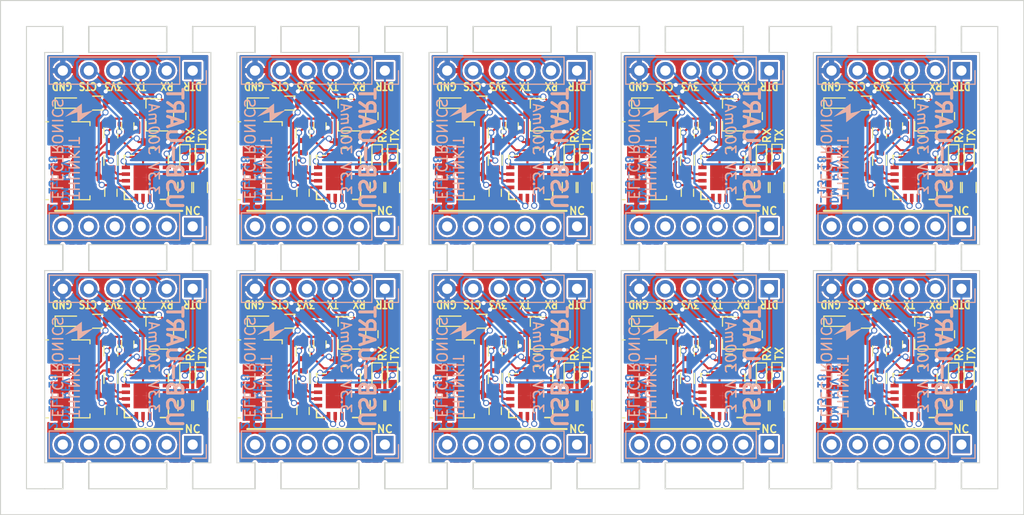
<source format=kicad_pcb>
(kicad_pcb (version 4) (host pcbnew 4.0.5+dfsg1-4)
  (layers (0 F.Cu signal) (31 B.Cu signal) (34 B.Paste user) (35 F.Paste user) (36 B.SilkS user) (37 F.SilkS user) (38 B.Mask user) (39 F.Mask user) (44 Edge.Cuts user))
  (net 0 "")
  (net 1 GND)
  (net 2 "Net-(D1-Pad2)")
  (net 3 VCC)
  (net 4 "Net-(U1-Pad12)")
  (net 5 "Net-(U1-Pad14)")
  (net 6 "Net-(D2-Pad2)")
  (net 7 "Net-(D2-Pad1)")
  (net 8 "Net-(D3-Pad2)")
  (net 9 "Net-(D3-Pad1)")
  (net 10 /D-)
  (net 11 /D+)
  (net 12 /DA-)
  (net 13 /DA+)
  (net 14 "Net-(P1-Pad4)")
  (net 15 DTR)
  (net 16 RX)
  (net 17 TX)
  (net 18 CTS)
  (net 19 "Net-(P3-Pad1)")
  (net 20 "Net-(P3-Pad2)")
  (net 21 "Net-(P3-Pad3)")
  (net 22 "Net-(P3-Pad4)")
  (net 23 "Net-(P3-Pad5)")
  (net 24 "Net-(P3-Pad6)")
  (net 25 +5V)
  (net 26 +3V3)
  (module MOD:MOUSE_BITE (layer F.Cu) (at 201.168 57.658 90)
    (fp_text reference REF** hide)
    (fp_text value MOUSE_BITE hide)
    (fp_line (start 1.27 1.27) (end -1.27 1.27) (layer Edge.Cuts) (width 0.15))
    (fp_line (start -1.27 -1.27) (end 1.27 -1.27) (layer Edge.Cuts) (width 0.15))
    (pad "" np_thru_hole circle (at 0.762 -0.762 90) (size 0.635 0.635) (drill 0.635) (layers *.Cu))
    (pad "" np_thru_hole circle (at 0.762 0.762 90) (size 0.635 0.635) (drill 0.635) (layers *.Cu))
    (pad "" np_thru_hole circle (at 0.762 0 90) (size 0.635 0.635) (drill 0.635) (layers *.Cu))
    (pad "" np_thru_hole circle (at -0.762 -0.762 90) (size 0.635 0.635) (drill 0.635) (layers *.Cu))
    (pad "" np_thru_hole circle (at -0.762 0 90) (size 0.635 0.635) (drill 0.635) (layers *.Cu))
    (pad "" np_thru_hole circle (at -0.762 0.762 90) (size 0.635 0.635) (drill 0.635) (layers *.Cu))
  )
  (module MOD:MOUSE_BITE (layer F.Cu) (at 192.532 57.658 90)
    (fp_text reference REF** hide)
    (fp_text value MOUSE_BITE hide)
    (fp_line (start 1.27 1.27) (end -1.27 1.27) (layer Edge.Cuts) (width 0.15))
    (fp_line (start -1.27 -1.27) (end 1.27 -1.27) (layer Edge.Cuts) (width 0.15))
    (pad "" np_thru_hole circle (at 0.762 -0.762 90) (size 0.635 0.635) (drill 0.635) (layers *.Cu))
    (pad "" np_thru_hole circle (at 0.762 0.762 90) (size 0.635 0.635) (drill 0.635) (layers *.Cu))
    (pad "" np_thru_hole circle (at 0.762 0 90) (size 0.635 0.635) (drill 0.635) (layers *.Cu))
    (pad "" np_thru_hole circle (at -0.762 -0.762 90) (size 0.635 0.635) (drill 0.635) (layers *.Cu))
    (pad "" np_thru_hole circle (at -0.762 0 90) (size 0.635 0.635) (drill 0.635) (layers *.Cu))
    (pad "" np_thru_hole circle (at -0.762 0.762 90) (size 0.635 0.635) (drill 0.635) (layers *.Cu))
  )
  (module MOD:MOUSE_BITE (layer F.Cu) (at 211.328 57.658 90)
    (fp_text reference REF** hide)
    (fp_text value MOUSE_BITE hide)
    (fp_line (start 1.27 1.27) (end -1.27 1.27) (layer Edge.Cuts) (width 0.15))
    (fp_line (start -1.27 -1.27) (end 1.27 -1.27) (layer Edge.Cuts) (width 0.15))
    (pad "" np_thru_hole circle (at 0.762 -0.762 90) (size 0.635 0.635) (drill 0.635) (layers *.Cu))
    (pad "" np_thru_hole circle (at 0.762 0.762 90) (size 0.635 0.635) (drill 0.635) (layers *.Cu))
    (pad "" np_thru_hole circle (at 0.762 0 90) (size 0.635 0.635) (drill 0.635) (layers *.Cu))
    (pad "" np_thru_hole circle (at -0.762 -0.762 90) (size 0.635 0.635) (drill 0.635) (layers *.Cu))
    (pad "" np_thru_hole circle (at -0.762 0 90) (size 0.635 0.635) (drill 0.635) (layers *.Cu))
    (pad "" np_thru_hole circle (at -0.762 0.762 90) (size 0.635 0.635) (drill 0.635) (layers *.Cu))
  )
  (module MOD:MOUSE_BITE (layer F.Cu) (at 125.984 57.658 90)
    (fp_text reference REF** hide)
    (fp_text value MOUSE_BITE hide)
    (fp_line (start 1.27 1.27) (end -1.27 1.27) (layer Edge.Cuts) (width 0.15))
    (fp_line (start -1.27 -1.27) (end 1.27 -1.27) (layer Edge.Cuts) (width 0.15))
    (pad "" np_thru_hole circle (at 0.762 -0.762 90) (size 0.635 0.635) (drill 0.635) (layers *.Cu))
    (pad "" np_thru_hole circle (at 0.762 0.762 90) (size 0.635 0.635) (drill 0.635) (layers *.Cu))
    (pad "" np_thru_hole circle (at 0.762 0 90) (size 0.635 0.635) (drill 0.635) (layers *.Cu))
    (pad "" np_thru_hole circle (at -0.762 -0.762 90) (size 0.635 0.635) (drill 0.635) (layers *.Cu))
    (pad "" np_thru_hole circle (at -0.762 0 90) (size 0.635 0.635) (drill 0.635) (layers *.Cu))
    (pad "" np_thru_hole circle (at -0.762 0.762 90) (size 0.635 0.635) (drill 0.635) (layers *.Cu))
  )
  (module MOD:MOUSE_BITE (layer F.Cu) (at 136.144 57.658 90)
    (fp_text reference REF** hide)
    (fp_text value MOUSE_BITE hide)
    (fp_line (start 1.27 1.27) (end -1.27 1.27) (layer Edge.Cuts) (width 0.15))
    (fp_line (start -1.27 -1.27) (end 1.27 -1.27) (layer Edge.Cuts) (width 0.15))
    (pad "" np_thru_hole circle (at 0.762 -0.762 90) (size 0.635 0.635) (drill 0.635) (layers *.Cu))
    (pad "" np_thru_hole circle (at 0.762 0.762 90) (size 0.635 0.635) (drill 0.635) (layers *.Cu))
    (pad "" np_thru_hole circle (at 0.762 0 90) (size 0.635 0.635) (drill 0.635) (layers *.Cu))
    (pad "" np_thru_hole circle (at -0.762 -0.762 90) (size 0.635 0.635) (drill 0.635) (layers *.Cu))
    (pad "" np_thru_hole circle (at -0.762 0 90) (size 0.635 0.635) (drill 0.635) (layers *.Cu))
    (pad "" np_thru_hole circle (at -0.762 0.762 90) (size 0.635 0.635) (drill 0.635) (layers *.Cu))
  )
  (module MOD:MOUSE_BITE (layer F.Cu) (at 154.94 57.658 90)
    (fp_text reference REF** hide)
    (fp_text value MOUSE_BITE hide)
    (fp_line (start 1.27 1.27) (end -1.27 1.27) (layer Edge.Cuts) (width 0.15))
    (fp_line (start -1.27 -1.27) (end 1.27 -1.27) (layer Edge.Cuts) (width 0.15))
    (pad "" np_thru_hole circle (at 0.762 -0.762 90) (size 0.635 0.635) (drill 0.635) (layers *.Cu))
    (pad "" np_thru_hole circle (at 0.762 0.762 90) (size 0.635 0.635) (drill 0.635) (layers *.Cu))
    (pad "" np_thru_hole circle (at 0.762 0 90) (size 0.635 0.635) (drill 0.635) (layers *.Cu))
    (pad "" np_thru_hole circle (at -0.762 -0.762 90) (size 0.635 0.635) (drill 0.635) (layers *.Cu))
    (pad "" np_thru_hole circle (at -0.762 0 90) (size 0.635 0.635) (drill 0.635) (layers *.Cu))
    (pad "" np_thru_hole circle (at -0.762 0.762 90) (size 0.635 0.635) (drill 0.635) (layers *.Cu))
  )
  (module MOD:MOUSE_BITE (layer F.Cu) (at 144.78 57.658 90)
    (fp_text reference REF** hide)
    (fp_text value MOUSE_BITE hide)
    (fp_line (start 1.27 1.27) (end -1.27 1.27) (layer Edge.Cuts) (width 0.15))
    (fp_line (start -1.27 -1.27) (end 1.27 -1.27) (layer Edge.Cuts) (width 0.15))
    (pad "" np_thru_hole circle (at 0.762 -0.762 90) (size 0.635 0.635) (drill 0.635) (layers *.Cu))
    (pad "" np_thru_hole circle (at 0.762 0.762 90) (size 0.635 0.635) (drill 0.635) (layers *.Cu))
    (pad "" np_thru_hole circle (at 0.762 0 90) (size 0.635 0.635) (drill 0.635) (layers *.Cu))
    (pad "" np_thru_hole circle (at -0.762 -0.762 90) (size 0.635 0.635) (drill 0.635) (layers *.Cu))
    (pad "" np_thru_hole circle (at -0.762 0 90) (size 0.635 0.635) (drill 0.635) (layers *.Cu))
    (pad "" np_thru_hole circle (at -0.762 0.762 90) (size 0.635 0.635) (drill 0.635) (layers *.Cu))
  )
  (module MOD:MOUSE_BITE (layer F.Cu) (at 173.736 57.658 90)
    (fp_text reference REF** hide)
    (fp_text value MOUSE_BITE hide)
    (fp_line (start 1.27 1.27) (end -1.27 1.27) (layer Edge.Cuts) (width 0.15))
    (fp_line (start -1.27 -1.27) (end 1.27 -1.27) (layer Edge.Cuts) (width 0.15))
    (pad "" np_thru_hole circle (at 0.762 -0.762 90) (size 0.635 0.635) (drill 0.635) (layers *.Cu))
    (pad "" np_thru_hole circle (at 0.762 0.762 90) (size 0.635 0.635) (drill 0.635) (layers *.Cu))
    (pad "" np_thru_hole circle (at 0.762 0 90) (size 0.635 0.635) (drill 0.635) (layers *.Cu))
    (pad "" np_thru_hole circle (at -0.762 -0.762 90) (size 0.635 0.635) (drill 0.635) (layers *.Cu))
    (pad "" np_thru_hole circle (at -0.762 0 90) (size 0.635 0.635) (drill 0.635) (layers *.Cu))
    (pad "" np_thru_hole circle (at -0.762 0.762 90) (size 0.635 0.635) (drill 0.635) (layers *.Cu))
  )
  (module MOD:MOUSE_BITE (layer F.Cu) (at 163.576 57.658 90)
    (fp_text reference REF** hide)
    (fp_text value MOUSE_BITE hide)
    (fp_line (start 1.27 1.27) (end -1.27 1.27) (layer Edge.Cuts) (width 0.15))
    (fp_line (start -1.27 -1.27) (end 1.27 -1.27) (layer Edge.Cuts) (width 0.15))
    (pad "" np_thru_hole circle (at 0.762 -0.762 90) (size 0.635 0.635) (drill 0.635) (layers *.Cu))
    (pad "" np_thru_hole circle (at 0.762 0.762 90) (size 0.635 0.635) (drill 0.635) (layers *.Cu))
    (pad "" np_thru_hole circle (at 0.762 0 90) (size 0.635 0.635) (drill 0.635) (layers *.Cu))
    (pad "" np_thru_hole circle (at -0.762 -0.762 90) (size 0.635 0.635) (drill 0.635) (layers *.Cu))
    (pad "" np_thru_hole circle (at -0.762 0 90) (size 0.635 0.635) (drill 0.635) (layers *.Cu))
    (pad "" np_thru_hole circle (at -0.762 0.762 90) (size 0.635 0.635) (drill 0.635) (layers *.Cu))
  )
  (module MOD:MOUSE_BITE (layer F.Cu) (at 182.372 57.658 90)
    (fp_text reference REF** hide)
    (fp_text value MOUSE_BITE hide)
    (fp_line (start 1.27 1.27) (end -1.27 1.27) (layer Edge.Cuts) (width 0.15))
    (fp_line (start -1.27 -1.27) (end 1.27 -1.27) (layer Edge.Cuts) (width 0.15))
    (pad "" np_thru_hole circle (at 0.762 -0.762 90) (size 0.635 0.635) (drill 0.635) (layers *.Cu))
    (pad "" np_thru_hole circle (at 0.762 0.762 90) (size 0.635 0.635) (drill 0.635) (layers *.Cu))
    (pad "" np_thru_hole circle (at 0.762 0 90) (size 0.635 0.635) (drill 0.635) (layers *.Cu))
    (pad "" np_thru_hole circle (at -0.762 -0.762 90) (size 0.635 0.635) (drill 0.635) (layers *.Cu))
    (pad "" np_thru_hole circle (at -0.762 0 90) (size 0.635 0.635) (drill 0.635) (layers *.Cu))
    (pad "" np_thru_hole circle (at -0.762 0.762 90) (size 0.635 0.635) (drill 0.635) (layers *.Cu))
  )
  (module MOD:lightning (layer B.Cu) (at 201.422 86.233 270)
    (fp_text reference G*** hide)
    (fp_text value LOGO hide)
  )
  (module Pin_Headers:Pin_Header_Straight_1x06_Pitch2.54mm (layer B.Cu) (at 212.598 75.946 90)
    (fp_text reference P3 hide)
    (fp_text value RIGHT)
    (pad 1 thru_hole rect (at 0 0 90) (size 1.7 1.7) (drill 1) (layers *.Cu *.Mask) (net 19 "Net-(P3-Pad1)"))
    (pad 2 thru_hole oval (at 0 -2.54 90) (size 1.7 1.7) (drill 1) (layers *.Cu *.Mask) (net 20 "Net-(P3-Pad2)"))
    (pad 3 thru_hole oval (at 0 -5.08 90) (size 1.7 1.7) (drill 1) (layers *.Cu *.Mask) (net 21 "Net-(P3-Pad3)"))
    (pad 4 thru_hole oval (at 0 -7.62 90) (size 1.7 1.7) (drill 1) (layers *.Cu *.Mask) (net 22 "Net-(P3-Pad4)"))
    (pad 5 thru_hole oval (at 0 -10.16 90) (size 1.7 1.7) (drill 1) (layers *.Cu *.Mask) (net 23 "Net-(P3-Pad5)"))
    (pad 6 thru_hole oval (at 0 -12.7 90) (size 1.7 1.7) (drill 1) (layers *.Cu *.Mask) (net 24 "Net-(P3-Pad6)"))
  )
  (module Pin_Headers:Pin_Header_Straight_1x06_Pitch2.54mm (layer B.Cu) (at 212.598 82.042 90)
    (fp_text reference P2 hide)
    (fp_text value LEFT)
    (pad 1 thru_hole rect (at 0 0 90) (size 1.7 1.7) (drill 1) (layers *.Cu *.Mask) (net 15 DTR))
    (pad 2 thru_hole oval (at 0 -2.54 90) (size 1.7 1.7) (drill 1) (layers *.Cu *.Mask) (net 16 RX))
    (pad 3 thru_hole oval (at 0 -5.08 90) (size 1.7 1.7) (drill 1) (layers *.Cu *.Mask) (net 17 TX))
    (pad 4 thru_hole oval (at 0 -7.62 90) (size 1.7 1.7) (drill 1) (layers *.Cu *.Mask) (net 26 +3V3))
    (pad 5 thru_hole oval (at 0 -10.16 90) (size 1.7 1.7) (drill 1) (layers *.Cu *.Mask) (net 18 CTS))
    (pad 6 thru_hole oval (at 0 -12.7 90) (size 1.7 1.7) (drill 1) (layers *.Cu *.Mask) (net 1 GND))
  )
  (module Pin_Headers:Pin_Header_Straight_1x06_Pitch2.54mm (layer B.Cu) (at 212.598 97.282 90)
    (fp_text reference P3 hide)
    (fp_text value RIGHT)
    (pad 1 thru_hole rect (at 0 0 90) (size 1.7 1.7) (drill 1) (layers *.Cu *.Mask) (net 19 "Net-(P3-Pad1)"))
    (pad 2 thru_hole oval (at 0 -2.54 90) (size 1.7 1.7) (drill 1) (layers *.Cu *.Mask) (net 20 "Net-(P3-Pad2)"))
    (pad 3 thru_hole oval (at 0 -5.08 90) (size 1.7 1.7) (drill 1) (layers *.Cu *.Mask) (net 21 "Net-(P3-Pad3)"))
    (pad 4 thru_hole oval (at 0 -7.62 90) (size 1.7 1.7) (drill 1) (layers *.Cu *.Mask) (net 22 "Net-(P3-Pad4)"))
    (pad 5 thru_hole oval (at 0 -10.16 90) (size 1.7 1.7) (drill 1) (layers *.Cu *.Mask) (net 23 "Net-(P3-Pad5)"))
    (pad 6 thru_hole oval (at 0 -12.7 90) (size 1.7 1.7) (drill 1) (layers *.Cu *.Mask) (net 24 "Net-(P3-Pad6)"))
  )
  (module Pin_Headers:Pin_Header_Straight_1x06_Pitch2.54mm (layer B.Cu) (at 212.598 60.706 90)
    (fp_text reference P2 hide)
    (fp_text value LEFT)
    (pad 1 thru_hole rect (at 0 0 90) (size 1.7 1.7) (drill 1) (layers *.Cu *.Mask) (net 15 DTR))
    (pad 2 thru_hole oval (at 0 -2.54 90) (size 1.7 1.7) (drill 1) (layers *.Cu *.Mask) (net 16 RX))
    (pad 3 thru_hole oval (at 0 -5.08 90) (size 1.7 1.7) (drill 1) (layers *.Cu *.Mask) (net 17 TX))
    (pad 4 thru_hole oval (at 0 -7.62 90) (size 1.7 1.7) (drill 1) (layers *.Cu *.Mask) (net 26 +3V3))
    (pad 5 thru_hole oval (at 0 -10.16 90) (size 1.7 1.7) (drill 1) (layers *.Cu *.Mask) (net 18 CTS))
    (pad 6 thru_hole oval (at 0 -12.7 90) (size 1.7 1.7) (drill 1) (layers *.Cu *.Mask) (net 1 GND))
  )
  (module MOD:lightning (layer B.Cu) (at 201.422 64.897 270)
    (fp_text reference G*** hide)
    (fp_text value LOGO hide)
  )
  (module "MOD:GND VIA" (layer F.Cu) (at 205.359 84.074 270)
    (fp_text reference "" (at 0 0 270) (layer F.SilkS))
    (fp_text value "" (at 0 0 270) (layer F.SilkS))
    (pad 1 thru_hole circle (at 0 1.27 270) (size 0.6 0.6) (drill 0.4) (layers *.Cu) (net 1 GND))
  )
  (module "MOD:GND VIA" (layer F.Cu) (at 204.724 83.439 270)
    (fp_text reference "" (at 0 0 270) (layer F.SilkS))
    (fp_text value "" (at 0 0 270) (layer F.SilkS))
    (pad 1 thru_hole circle (at 0 1.27 270) (size 0.6 0.6) (drill 0.4) (layers *.Cu) (net 1 GND))
  )
  (module LEDs:LED_0603 (layer F.Cu) (at 200.444 63.881)
    (fp_text reference D1 hide)
    (fp_text value LED)
    (pad 2 smd rect (at 0.8 0 180) (size 0.8 0.8) (layers F.Cu F.Paste F.Mask) (net 2 "Net-(D1-Pad2)"))
    (pad 1 smd rect (at -0.8 0 180) (size 0.8 0.8) (layers F.Cu F.Paste F.Mask) (net 1 GND))
  )
  (module Resistors_SMD:R_0603 (layer F.Cu) (at 204.597 66.79 270)
    (fp_text reference R1 hide)
    (fp_text value 22)
    (pad 1 smd rect (at -0.75 0 270) (size 0.5 0.9) (layers F.Cu F.Paste F.Mask) (net 12 /DA-))
    (pad 2 smd rect (at 0.75 0 270) (size 0.5 0.9) (layers F.Cu F.Paste F.Mask) (net 10 /D-))
  )
  (module Resistors_SMD:R_0603 (layer F.Cu) (at 204.597 69.469 90)
    (fp_text reference R2 hide)
    (fp_text value 22)
    (pad 1 smd rect (at -0.75 0 90) (size 0.5 0.9) (layers F.Cu F.Paste F.Mask) (net 13 /DA+))
    (pad 2 smd rect (at 0.75 0 90) (size 0.5 0.9) (layers F.Cu F.Paste F.Mask) (net 11 /D+))
  )
  (module MOD:MOUSE_BITE (layer F.Cu) (at 201.168 78.994 90)
    (fp_text reference REF** hide)
    (fp_text value MOUSE_BITE hide)
    (fp_line (start 1.27 1.27) (end -1.27 1.27) (layer Edge.Cuts) (width 0.15))
    (fp_line (start -1.27 -1.27) (end 1.27 -1.27) (layer Edge.Cuts) (width 0.15))
    (pad "" np_thru_hole circle (at 0.762 -0.762 90) (size 0.635 0.635) (drill 0.635) (layers *.Cu))
    (pad "" np_thru_hole circle (at 0.762 0.762 90) (size 0.635 0.635) (drill 0.635) (layers *.Cu))
    (pad "" np_thru_hole circle (at 0.762 0 90) (size 0.635 0.635) (drill 0.635) (layers *.Cu))
    (pad "" np_thru_hole circle (at -0.762 -0.762 90) (size 0.635 0.635) (drill 0.635) (layers *.Cu))
    (pad "" np_thru_hole circle (at -0.762 0 90) (size 0.635 0.635) (drill 0.635) (layers *.Cu))
    (pad "" np_thru_hole circle (at -0.762 0.762 90) (size 0.635 0.635) (drill 0.635) (layers *.Cu))
  )
  (module Capacitors_SMD:C_0603 (layer F.Cu) (at 204.597 72.656 270)
    (fp_text reference C1 hide)
    (fp_text value 1uF)
    (pad 2 smd rect (at 0.75 0 270) (size 0.8 0.75) (layers F.Cu F.Paste F.Mask) (net 1 GND))
    (pad 1 smd rect (at -0.75 0 270) (size 0.8 0.75) (layers F.Cu F.Paste F.Mask) (net 3 VCC))
  )
  (module MOD:MOUSE_BITE (layer F.Cu) (at 211.328 78.994 90)
    (fp_text reference REF** hide)
    (fp_text value MOUSE_BITE hide)
    (fp_line (start 1.27 1.27) (end -1.27 1.27) (layer Edge.Cuts) (width 0.15))
    (fp_line (start -1.27 -1.27) (end 1.27 -1.27) (layer Edge.Cuts) (width 0.15))
    (pad "" np_thru_hole circle (at 0.762 -0.762 90) (size 0.635 0.635) (drill 0.635) (layers *.Cu))
    (pad "" np_thru_hole circle (at 0.762 0.762 90) (size 0.635 0.635) (drill 0.635) (layers *.Cu))
    (pad "" np_thru_hole circle (at 0.762 0 90) (size 0.635 0.635) (drill 0.635) (layers *.Cu))
    (pad "" np_thru_hole circle (at -0.762 -0.762 90) (size 0.635 0.635) (drill 0.635) (layers *.Cu))
    (pad "" np_thru_hole circle (at -0.762 0 90) (size 0.635 0.635) (drill 0.635) (layers *.Cu))
    (pad "" np_thru_hole circle (at -0.762 0.762 90) (size 0.635 0.635) (drill 0.635) (layers *.Cu))
  )
  (module Housings_DFN_QFN:QFN-16-1EP_4x4mm_Pitch0.65mm (layer F.Cu) (at 208.067 71.152 270)
    (fp_text reference U1 hide)
    (fp_text value FT230XQ-R)
    (pad 1 smd rect (at -2 -0.975 270) (size 0.8 0.35) (layers F.Cu F.Paste F.Mask) (net 3 VCC))
    (pad 2 smd rect (at -2 -0.325 270) (size 0.8 0.35) (layers F.Cu F.Paste F.Mask) (net 16 RX))
    (pad 3 smd rect (at -2 0.325 270) (size 0.8 0.35) (layers F.Cu F.Paste F.Mask) (net 1 GND))
    (pad 4 smd rect (at -2 0.975 270) (size 0.8 0.35) (layers F.Cu F.Paste F.Mask) (net 18 CTS))
    (pad 5 smd rect (at -0.975 2) (size 0.8 0.35) (layers F.Cu F.Paste F.Mask) (net 7 "Net-(D2-Pad1)"))
    (pad 6 smd rect (at -0.325 2) (size 0.8 0.35) (layers F.Cu F.Paste F.Mask) (net 13 /DA+))
    (pad 7 smd rect (at 0.325 2) (size 0.8 0.35) (layers F.Cu F.Paste F.Mask) (net 12 /DA-))
    (pad 8 smd rect (at 0.975 2) (size 0.8 0.35) (layers F.Cu F.Paste F.Mask) (net 3 VCC))
    (pad 9 smd rect (at 2 0.975 270) (size 0.8 0.35) (layers F.Cu F.Paste F.Mask) (net 3 VCC))
    (pad 10 smd rect (at 2 0.325 270) (size 0.8 0.35) (layers F.Cu F.Paste F.Mask) (net 25 +5V))
    (pad 11 smd rect (at 2 -0.325 270) (size 0.8 0.35) (layers F.Cu F.Paste F.Mask) (net 9 "Net-(D3-Pad1)"))
    (pad 12 smd rect (at 2 -0.975 270) (size 0.8 0.35) (layers F.Cu F.Paste F.Mask) (net 4 "Net-(U1-Pad12)"))
    (pad 13 smd rect (at 0.975 -2) (size 0.8 0.35) (layers F.Cu F.Paste F.Mask) (net 1 GND))
    (pad 14 smd rect (at 0.325 -2) (size 0.8 0.35) (layers F.Cu F.Paste F.Mask) (net 5 "Net-(U1-Pad14)"))
    (pad 15 smd rect (at -0.325 -2) (size 0.8 0.35) (layers F.Cu F.Paste F.Mask) (net 17 TX))
    (pad 16 smd rect (at -0.975 -2) (size 0.8 0.35) (layers F.Cu F.Paste F.Mask) (net 15 DTR))
    (pad 17 smd rect (at 0.625 0.625 270) (size 1.25 1.25) (layers F.Cu F.Paste F.Mask) (net 1 GND))
    (pad 17 smd rect (at 0.625 -0.625 270) (size 1.25 1.25) (layers F.Cu F.Paste F.Mask) (net 1 GND))
    (pad 17 smd rect (at -0.625 0.625 270) (size 1.25 1.25) (layers F.Cu F.Paste F.Mask) (net 1 GND))
    (pad 17 smd rect (at -0.625 -0.625 270) (size 1.25 1.25) (layers F.Cu F.Paste F.Mask) (net 1 GND))
  )
  (module "MOD:GND VIA" (layer F.Cu) (at 211.455 67.691 270)
    (fp_text reference "" (at 0 0 270) (layer F.SilkS))
    (fp_text value "" (at 0 0 270) (layer F.SilkS))
    (pad 1 thru_hole circle (at 0 1.27 270) (size 0.6 0.6) (drill 0.4) (layers *.Cu) (net 1 GND))
  )
  (module LEDs:LED_0603 (layer F.Cu) (at 211.836 69.253 270)
    (fp_text reference D3 hide)
    (fp_text value RX)
    (pad 2 smd rect (at 0.8 0 90) (size 0.8 0.8) (layers F.Cu F.Paste F.Mask) (net 8 "Net-(D3-Pad2)"))
    (pad 1 smd rect (at -0.8 0 90) (size 0.8 0.8) (layers F.Cu F.Paste F.Mask) (net 9 "Net-(D3-Pad1)"))
  )
  (module LEDs:LED_0603 (layer F.Cu) (at 213.36 69.215 270)
    (fp_text reference D2 hide)
    (fp_text value TX)
    (pad 2 smd rect (at 0.8 0 90) (size 0.8 0.8) (layers F.Cu F.Paste F.Mask) (net 6 "Net-(D2-Pad2)"))
    (pad 1 smd rect (at -0.8 0 90) (size 0.8 0.8) (layers F.Cu F.Paste F.Mask) (net 7 "Net-(D2-Pad1)"))
  )
  (module Resistors_SMD:R_0603 (layer F.Cu) (at 211.836 72.136 270)
    (fp_text reference R5 hide)
    (fp_text value 330)
    (pad 1 smd rect (at -0.75 0 270) (size 0.5 0.9) (layers F.Cu F.Paste F.Mask) (net 8 "Net-(D3-Pad2)"))
    (pad 2 smd rect (at 0.75 0 270) (size 0.5 0.9) (layers F.Cu F.Paste F.Mask) (net 3 VCC))
  )
  (module Resistors_SMD:R_0603 (layer F.Cu) (at 213.36 72.136 270)
    (fp_text reference R4 hide)
    (fp_text value 330)
    (pad 1 smd rect (at -0.75 0 270) (size 0.5 0.9) (layers F.Cu F.Paste F.Mask) (net 6 "Net-(D2-Pad2)"))
    (pad 2 smd rect (at 0.75 0 270) (size 0.5 0.9) (layers F.Cu F.Paste F.Mask) (net 3 VCC))
  )
  (module "MOD:GND VIA" (layer F.Cu) (at 212.598 66.675 270)
    (fp_text reference "" (at 0 0 270) (layer F.SilkS))
    (fp_text value "" (at 0 0 270) (layer F.SilkS))
    (pad 1 thru_hole circle (at 0 1.27 270) (size 0.6 0.6) (drill 0.4) (layers *.Cu) (net 1 GND))
  )
  (module Resistors_SMD:R_0603 (layer F.Cu) (at 203.315 63.881)
    (fp_text reference R3 hide)
    (fp_text value 330)
    (pad 1 smd rect (at -0.75 0) (size 0.5 0.9) (layers F.Cu F.Paste F.Mask) (net 2 "Net-(D1-Pad2)"))
    (pad 2 smd rect (at 0.75 0) (size 0.5 0.9) (layers F.Cu F.Paste F.Mask) (net 3 VCC))
  )
  (module "MOD:GND VIA" (layer F.Cu) (at 205.359 62.738 270)
    (fp_text reference "" (at 0 0 270) (layer F.SilkS))
    (fp_text value "" (at 0 0 270) (layer F.SilkS))
    (pad 1 thru_hole circle (at 0 1.27 270) (size 0.6 0.6) (drill 0.4) (layers *.Cu) (net 1 GND))
  )
  (module "MOD:GND VIA" (layer F.Cu) (at 204.724 62.103 270)
    (fp_text reference "" (at 0 0 270) (layer F.SilkS))
    (fp_text value "" (at 0 0 270) (layer F.SilkS))
    (pad 1 thru_hole circle (at 0 1.27 270) (size 0.6 0.6) (drill 0.4) (layers *.Cu) (net 1 GND))
  )
  (module Capacitors_SMD:C_0603 (layer F.Cu) (at 211.328 65.151 270)
    (fp_text reference C4 hide)
    (fp_text value 1uF)
    (pad 2 smd rect (at 0.75 0 270) (size 0.8 0.75) (layers F.Cu F.Paste F.Mask) (net 1 GND))
    (pad 1 smd rect (at -0.75 0 270) (size 0.8 0.75) (layers F.Cu F.Paste F.Mask) (net 26 +3V3))
  )
  (module Capacitors_SMD:C_0603 (layer F.Cu) (at 208.661 67.691 180)
    (fp_text reference C2 hide)
    (fp_text value 1uF)
    (pad 2 smd rect (at 0.75 0 180) (size 0.8 0.75) (layers F.Cu F.Paste F.Mask) (net 25 +5V))
    (pad 1 smd rect (at -0.75 0 180) (size 0.8 0.75) (layers F.Cu F.Paste F.Mask) (net 1 GND))
  )
  (module "MOD:GND VIA" (layer F.Cu) (at 208.28 66.294 270)
    (fp_text reference "" (at 0 0 270) (layer F.SilkS))
    (fp_text value "" (at 0 0 270) (layer F.SilkS))
    (pad 1 thru_hole circle (at 0 1.27 270) (size 0.6 0.6) (drill 0.4) (layers *.Cu) (net 1 GND))
  )
  (module TO_SOT_Packages_SMD:SOT-23 (layer F.Cu) (at 208.788 65.024 180)
    (fp_text reference U2 hide)
    (fp_text value AP1117)
    (pad 1 smd rect (at -1 -0.95 180) (size 0.9 0.8) (layers F.Cu F.Paste F.Mask) (net 1 GND))
    (pad 2 smd rect (at -1 0.95 180) (size 0.9 0.8) (layers F.Cu F.Paste F.Mask) (net 26 +3V3))
    (pad 3 smd rect (at 1 0 180) (size 0.9 0.8) (layers F.Cu F.Paste F.Mask) (net 25 +5V))
  )
  (module Capacitors_SMD:C_0603 (layer F.Cu) (at 206.248 66.155 270)
    (fp_text reference C3 hide)
    (fp_text value 1uF)
    (pad 2 smd rect (at 0.75 0 270) (size 0.8 0.75) (layers F.Cu F.Paste F.Mask) (net 1 GND))
    (pad 1 smd rect (at -0.75 0 270) (size 0.8 0.75) (layers F.Cu F.Paste F.Mask) (net 25 +5V))
  )
  (module Capacitors_SMD:C_0603 (layer F.Cu) (at 206.248 87.491 270)
    (fp_text reference C3 hide)
    (fp_text value 1uF)
    (pad 2 smd rect (at 0.75 0 270) (size 0.8 0.75) (layers F.Cu F.Paste F.Mask) (net 1 GND))
    (pad 1 smd rect (at -0.75 0 270) (size 0.8 0.75) (layers F.Cu F.Paste F.Mask) (net 25 +5V))
  )
  (module "MOD:GND VIA" (layer F.Cu) (at 208.28 87.63 270)
    (fp_text reference "" (at 0 0 270) (layer F.SilkS))
    (fp_text value "" (at 0 0 270) (layer F.SilkS))
    (pad 1 thru_hole circle (at 0 1.27 270) (size 0.6 0.6) (drill 0.4) (layers *.Cu) (net 1 GND))
  )
  (module "MOD:GND VIA" (layer F.Cu) (at 211.455 89.027 270)
    (fp_text reference "" (at 0 0 270) (layer F.SilkS))
    (fp_text value "" (at 0 0 270) (layer F.SilkS))
    (pad 1 thru_hole circle (at 0 1.27 270) (size 0.6 0.6) (drill 0.4) (layers *.Cu) (net 1 GND))
  )
  (module Capacitors_SMD:C_0603 (layer F.Cu) (at 208.661 89.027 180)
    (fp_text reference C2 hide)
    (fp_text value 1uF)
    (pad 2 smd rect (at 0.75 0 180) (size 0.8 0.75) (layers F.Cu F.Paste F.Mask) (net 25 +5V))
    (pad 1 smd rect (at -0.75 0 180) (size 0.8 0.75) (layers F.Cu F.Paste F.Mask) (net 1 GND))
  )
  (module Capacitors_SMD:C_0603 (layer F.Cu) (at 211.328 86.487 270)
    (fp_text reference C4 hide)
    (fp_text value 1uF)
    (pad 2 smd rect (at 0.75 0 270) (size 0.8 0.75) (layers F.Cu F.Paste F.Mask) (net 1 GND))
    (pad 1 smd rect (at -0.75 0 270) (size 0.8 0.75) (layers F.Cu F.Paste F.Mask) (net 26 +3V3))
  )
  (module TO_SOT_Packages_SMD:SOT-23 (layer F.Cu) (at 208.788 86.36 180)
    (fp_text reference U2 hide)
    (fp_text value AP1117)
    (pad 1 smd rect (at -1 -0.95 180) (size 0.9 0.8) (layers F.Cu F.Paste F.Mask) (net 1 GND))
    (pad 2 smd rect (at -1 0.95 180) (size 0.9 0.8) (layers F.Cu F.Paste F.Mask) (net 26 +3V3))
    (pad 3 smd rect (at 1 0 180) (size 0.9 0.8) (layers F.Cu F.Paste F.Mask) (net 25 +5V))
  )
  (module "MOD:GND VIA" (layer F.Cu) (at 212.598 88.011 270)
    (fp_text reference "" (at 0 0 270) (layer F.SilkS))
    (fp_text value "" (at 0 0 270) (layer F.SilkS))
    (pad 1 thru_hole circle (at 0 1.27 270) (size 0.6 0.6) (drill 0.4) (layers *.Cu) (net 1 GND))
  )
  (module Capacitors_SMD:C_0603 (layer F.Cu) (at 204.597 93.992 270)
    (fp_text reference C1 hide)
    (fp_text value 1uF)
    (pad 2 smd rect (at 0.75 0 270) (size 0.8 0.75) (layers F.Cu F.Paste F.Mask) (net 1 GND))
    (pad 1 smd rect (at -0.75 0 270) (size 0.8 0.75) (layers F.Cu F.Paste F.Mask) (net 3 VCC))
  )
  (module Resistors_SMD:R_0603 (layer F.Cu) (at 204.597 88.126 270)
    (fp_text reference R1 hide)
    (fp_text value 22)
    (pad 1 smd rect (at -0.75 0 270) (size 0.5 0.9) (layers F.Cu F.Paste F.Mask) (net 12 /DA-))
    (pad 2 smd rect (at 0.75 0 270) (size 0.5 0.9) (layers F.Cu F.Paste F.Mask) (net 10 /D-))
  )
  (module LEDs:LED_0603 (layer F.Cu) (at 200.444 85.217)
    (fp_text reference D1 hide)
    (fp_text value LED)
    (pad 2 smd rect (at 0.8 0 180) (size 0.8 0.8) (layers F.Cu F.Paste F.Mask) (net 2 "Net-(D1-Pad2)"))
    (pad 1 smd rect (at -0.8 0 180) (size 0.8 0.8) (layers F.Cu F.Paste F.Mask) (net 1 GND))
  )
  (module Resistors_SMD:R_0603 (layer F.Cu) (at 203.315 85.217)
    (fp_text reference R3 hide)
    (fp_text value 330)
    (pad 1 smd rect (at -0.75 0) (size 0.5 0.9) (layers F.Cu F.Paste F.Mask) (net 2 "Net-(D1-Pad2)"))
    (pad 2 smd rect (at 0.75 0) (size 0.5 0.9) (layers F.Cu F.Paste F.Mask) (net 3 VCC))
  )
  (module Resistors_SMD:R_0603 (layer F.Cu) (at 204.597 90.805 90)
    (fp_text reference R2 hide)
    (fp_text value 22)
    (pad 1 smd rect (at -0.75 0 90) (size 0.5 0.9) (layers F.Cu F.Paste F.Mask) (net 13 /DA+))
    (pad 2 smd rect (at 0.75 0 90) (size 0.5 0.9) (layers F.Cu F.Paste F.Mask) (net 11 /D+))
  )
  (module Resistors_SMD:R_0603 (layer F.Cu) (at 211.836 93.472 270)
    (fp_text reference R5 hide)
    (fp_text value 330)
    (pad 1 smd rect (at -0.75 0 270) (size 0.5 0.9) (layers F.Cu F.Paste F.Mask) (net 8 "Net-(D3-Pad2)"))
    (pad 2 smd rect (at 0.75 0 270) (size 0.5 0.9) (layers F.Cu F.Paste F.Mask) (net 3 VCC))
  )
  (module LEDs:LED_0603 (layer F.Cu) (at 211.836 90.589 270)
    (fp_text reference D3 hide)
    (fp_text value RX)
    (pad 2 smd rect (at 0.8 0 90) (size 0.8 0.8) (layers F.Cu F.Paste F.Mask) (net 8 "Net-(D3-Pad2)"))
    (pad 1 smd rect (at -0.8 0 90) (size 0.8 0.8) (layers F.Cu F.Paste F.Mask) (net 9 "Net-(D3-Pad1)"))
  )
  (module MOD:MOUSE_BITE (layer F.Cu) (at 201.168 100.33 90)
    (fp_text reference REF** hide)
    (fp_text value MOUSE_BITE hide)
    (fp_line (start 1.27 1.27) (end -1.27 1.27) (layer Edge.Cuts) (width 0.15))
    (fp_line (start -1.27 -1.27) (end 1.27 -1.27) (layer Edge.Cuts) (width 0.15))
    (pad "" np_thru_hole circle (at 0.762 -0.762 90) (size 0.635 0.635) (drill 0.635) (layers *.Cu))
    (pad "" np_thru_hole circle (at 0.762 0.762 90) (size 0.635 0.635) (drill 0.635) (layers *.Cu))
    (pad "" np_thru_hole circle (at 0.762 0 90) (size 0.635 0.635) (drill 0.635) (layers *.Cu))
    (pad "" np_thru_hole circle (at -0.762 -0.762 90) (size 0.635 0.635) (drill 0.635) (layers *.Cu))
    (pad "" np_thru_hole circle (at -0.762 0 90) (size 0.635 0.635) (drill 0.635) (layers *.Cu))
    (pad "" np_thru_hole circle (at -0.762 0.762 90) (size 0.635 0.635) (drill 0.635) (layers *.Cu))
  )
  (module Resistors_SMD:R_0603 (layer F.Cu) (at 213.36 93.472 270)
    (fp_text reference R4 hide)
    (fp_text value 330)
    (pad 1 smd rect (at -0.75 0 270) (size 0.5 0.9) (layers F.Cu F.Paste F.Mask) (net 6 "Net-(D2-Pad2)"))
    (pad 2 smd rect (at 0.75 0 270) (size 0.5 0.9) (layers F.Cu F.Paste F.Mask) (net 3 VCC))
  )
  (module LEDs:LED_0603 (layer F.Cu) (at 213.36 90.551 270)
    (fp_text reference D2 hide)
    (fp_text value TX)
    (pad 2 smd rect (at 0.8 0 90) (size 0.8 0.8) (layers F.Cu F.Paste F.Mask) (net 6 "Net-(D2-Pad2)"))
    (pad 1 smd rect (at -0.8 0 90) (size 0.8 0.8) (layers F.Cu F.Paste F.Mask) (net 7 "Net-(D2-Pad1)"))
  )
  (module MOD:MOUSE_BITE (layer F.Cu) (at 211.328 100.33 90)
    (fp_text reference REF** hide)
    (fp_text value MOUSE_BITE hide)
    (fp_line (start 1.27 1.27) (end -1.27 1.27) (layer Edge.Cuts) (width 0.15))
    (fp_line (start -1.27 -1.27) (end 1.27 -1.27) (layer Edge.Cuts) (width 0.15))
    (pad "" np_thru_hole circle (at 0.762 -0.762 90) (size 0.635 0.635) (drill 0.635) (layers *.Cu))
    (pad "" np_thru_hole circle (at 0.762 0.762 90) (size 0.635 0.635) (drill 0.635) (layers *.Cu))
    (pad "" np_thru_hole circle (at 0.762 0 90) (size 0.635 0.635) (drill 0.635) (layers *.Cu))
    (pad "" np_thru_hole circle (at -0.762 -0.762 90) (size 0.635 0.635) (drill 0.635) (layers *.Cu))
    (pad "" np_thru_hole circle (at -0.762 0 90) (size 0.635 0.635) (drill 0.635) (layers *.Cu))
    (pad "" np_thru_hole circle (at -0.762 0.762 90) (size 0.635 0.635) (drill 0.635) (layers *.Cu))
  )
  (module Housings_DFN_QFN:QFN-16-1EP_4x4mm_Pitch0.65mm (layer F.Cu) (at 208.067 92.488 270)
    (fp_text reference U1 hide)
    (fp_text value FT230XQ-R)
    (pad 1 smd rect (at -2 -0.975 270) (size 0.8 0.35) (layers F.Cu F.Paste F.Mask) (net 3 VCC))
    (pad 2 smd rect (at -2 -0.325 270) (size 0.8 0.35) (layers F.Cu F.Paste F.Mask) (net 16 RX))
    (pad 3 smd rect (at -2 0.325 270) (size 0.8 0.35) (layers F.Cu F.Paste F.Mask) (net 1 GND))
    (pad 4 smd rect (at -2 0.975 270) (size 0.8 0.35) (layers F.Cu F.Paste F.Mask) (net 18 CTS))
    (pad 5 smd rect (at -0.975 2) (size 0.8 0.35) (layers F.Cu F.Paste F.Mask) (net 7 "Net-(D2-Pad1)"))
    (pad 6 smd rect (at -0.325 2) (size 0.8 0.35) (layers F.Cu F.Paste F.Mask) (net 13 /DA+))
    (pad 7 smd rect (at 0.325 2) (size 0.8 0.35) (layers F.Cu F.Paste F.Mask) (net 12 /DA-))
    (pad 8 smd rect (at 0.975 2) (size 0.8 0.35) (layers F.Cu F.Paste F.Mask) (net 3 VCC))
    (pad 9 smd rect (at 2 0.975 270) (size 0.8 0.35) (layers F.Cu F.Paste F.Mask) (net 3 VCC))
    (pad 10 smd rect (at 2 0.325 270) (size 0.8 0.35) (layers F.Cu F.Paste F.Mask) (net 25 +5V))
    (pad 11 smd rect (at 2 -0.325 270) (size 0.8 0.35) (layers F.Cu F.Paste F.Mask) (net 9 "Net-(D3-Pad1)"))
    (pad 12 smd rect (at 2 -0.975 270) (size 0.8 0.35) (layers F.Cu F.Paste F.Mask) (net 4 "Net-(U1-Pad12)"))
    (pad 13 smd rect (at 0.975 -2) (size 0.8 0.35) (layers F.Cu F.Paste F.Mask) (net 1 GND))
    (pad 14 smd rect (at 0.325 -2) (size 0.8 0.35) (layers F.Cu F.Paste F.Mask) (net 5 "Net-(U1-Pad14)"))
    (pad 15 smd rect (at -0.325 -2) (size 0.8 0.35) (layers F.Cu F.Paste F.Mask) (net 17 TX))
    (pad 16 smd rect (at -0.975 -2) (size 0.8 0.35) (layers F.Cu F.Paste F.Mask) (net 15 DTR))
    (pad 17 smd rect (at 0.625 0.625 270) (size 1.25 1.25) (layers F.Cu F.Paste F.Mask) (net 1 GND))
    (pad 17 smd rect (at 0.625 -0.625 270) (size 1.25 1.25) (layers F.Cu F.Paste F.Mask) (net 1 GND))
    (pad 17 smd rect (at -0.625 0.625 270) (size 1.25 1.25) (layers F.Cu F.Paste F.Mask) (net 1 GND))
    (pad 17 smd rect (at -0.625 -0.625 270) (size 1.25 1.25) (layers F.Cu F.Paste F.Mask) (net 1 GND))
  )
  (module MOD:lightning (layer B.Cu) (at 182.626 86.233 270)
    (fp_text reference G*** hide)
    (fp_text value LOGO hide)
  )
  (module MOD:lightning (layer B.Cu) (at 163.83 86.233 270)
    (fp_text reference G*** hide)
    (fp_text value LOGO hide)
  )
  (module Pin_Headers:Pin_Header_Straight_1x06_Pitch2.54mm (layer B.Cu) (at 175.006 97.282 90)
    (fp_text reference P3 hide)
    (fp_text value RIGHT)
    (pad 1 thru_hole rect (at 0 0 90) (size 1.7 1.7) (drill 1) (layers *.Cu *.Mask) (net 19 "Net-(P3-Pad1)"))
    (pad 2 thru_hole oval (at 0 -2.54 90) (size 1.7 1.7) (drill 1) (layers *.Cu *.Mask) (net 20 "Net-(P3-Pad2)"))
    (pad 3 thru_hole oval (at 0 -5.08 90) (size 1.7 1.7) (drill 1) (layers *.Cu *.Mask) (net 21 "Net-(P3-Pad3)"))
    (pad 4 thru_hole oval (at 0 -7.62 90) (size 1.7 1.7) (drill 1) (layers *.Cu *.Mask) (net 22 "Net-(P3-Pad4)"))
    (pad 5 thru_hole oval (at 0 -10.16 90) (size 1.7 1.7) (drill 1) (layers *.Cu *.Mask) (net 23 "Net-(P3-Pad5)"))
    (pad 6 thru_hole oval (at 0 -12.7 90) (size 1.7 1.7) (drill 1) (layers *.Cu *.Mask) (net 24 "Net-(P3-Pad6)"))
  )
  (module MOD:lightning (layer B.Cu) (at 163.83 64.897 270)
    (fp_text reference G*** hide)
    (fp_text value LOGO hide)
  )
  (module Pin_Headers:Pin_Header_Straight_1x06_Pitch2.54mm (layer B.Cu) (at 175.006 75.946 90)
    (fp_text reference P3 hide)
    (fp_text value RIGHT)
    (pad 1 thru_hole rect (at 0 0 90) (size 1.7 1.7) (drill 1) (layers *.Cu *.Mask) (net 19 "Net-(P3-Pad1)"))
    (pad 2 thru_hole oval (at 0 -2.54 90) (size 1.7 1.7) (drill 1) (layers *.Cu *.Mask) (net 20 "Net-(P3-Pad2)"))
    (pad 3 thru_hole oval (at 0 -5.08 90) (size 1.7 1.7) (drill 1) (layers *.Cu *.Mask) (net 21 "Net-(P3-Pad3)"))
    (pad 4 thru_hole oval (at 0 -7.62 90) (size 1.7 1.7) (drill 1) (layers *.Cu *.Mask) (net 22 "Net-(P3-Pad4)"))
    (pad 5 thru_hole oval (at 0 -10.16 90) (size 1.7 1.7) (drill 1) (layers *.Cu *.Mask) (net 23 "Net-(P3-Pad5)"))
    (pad 6 thru_hole oval (at 0 -12.7 90) (size 1.7 1.7) (drill 1) (layers *.Cu *.Mask) (net 24 "Net-(P3-Pad6)"))
  )
  (module Pin_Headers:Pin_Header_Straight_1x06_Pitch2.54mm (layer B.Cu) (at 193.802 97.282 90)
    (fp_text reference P3 hide)
    (fp_text value RIGHT)
    (pad 1 thru_hole rect (at 0 0 90) (size 1.7 1.7) (drill 1) (layers *.Cu *.Mask) (net 19 "Net-(P3-Pad1)"))
    (pad 2 thru_hole oval (at 0 -2.54 90) (size 1.7 1.7) (drill 1) (layers *.Cu *.Mask) (net 20 "Net-(P3-Pad2)"))
    (pad 3 thru_hole oval (at 0 -5.08 90) (size 1.7 1.7) (drill 1) (layers *.Cu *.Mask) (net 21 "Net-(P3-Pad3)"))
    (pad 4 thru_hole oval (at 0 -7.62 90) (size 1.7 1.7) (drill 1) (layers *.Cu *.Mask) (net 22 "Net-(P3-Pad4)"))
    (pad 5 thru_hole oval (at 0 -10.16 90) (size 1.7 1.7) (drill 1) (layers *.Cu *.Mask) (net 23 "Net-(P3-Pad5)"))
    (pad 6 thru_hole oval (at 0 -12.7 90) (size 1.7 1.7) (drill 1) (layers *.Cu *.Mask) (net 24 "Net-(P3-Pad6)"))
  )
  (module Pin_Headers:Pin_Header_Straight_1x06_Pitch2.54mm (layer B.Cu) (at 193.802 60.706 90)
    (fp_text reference P2 hide)
    (fp_text value LEFT)
    (pad 1 thru_hole rect (at 0 0 90) (size 1.7 1.7) (drill 1) (layers *.Cu *.Mask) (net 15 DTR))
    (pad 2 thru_hole oval (at 0 -2.54 90) (size 1.7 1.7) (drill 1) (layers *.Cu *.Mask) (net 16 RX))
    (pad 3 thru_hole oval (at 0 -5.08 90) (size 1.7 1.7) (drill 1) (layers *.Cu *.Mask) (net 17 TX))
    (pad 4 thru_hole oval (at 0 -7.62 90) (size 1.7 1.7) (drill 1) (layers *.Cu *.Mask) (net 26 +3V3))
    (pad 5 thru_hole oval (at 0 -10.16 90) (size 1.7 1.7) (drill 1) (layers *.Cu *.Mask) (net 18 CTS))
    (pad 6 thru_hole oval (at 0 -12.7 90) (size 1.7 1.7) (drill 1) (layers *.Cu *.Mask) (net 1 GND))
  )
  (module Pin_Headers:Pin_Header_Straight_1x06_Pitch2.54mm (layer B.Cu) (at 175.006 82.042 90)
    (fp_text reference P2 hide)
    (fp_text value LEFT)
    (pad 1 thru_hole rect (at 0 0 90) (size 1.7 1.7) (drill 1) (layers *.Cu *.Mask) (net 15 DTR))
    (pad 2 thru_hole oval (at 0 -2.54 90) (size 1.7 1.7) (drill 1) (layers *.Cu *.Mask) (net 16 RX))
    (pad 3 thru_hole oval (at 0 -5.08 90) (size 1.7 1.7) (drill 1) (layers *.Cu *.Mask) (net 17 TX))
    (pad 4 thru_hole oval (at 0 -7.62 90) (size 1.7 1.7) (drill 1) (layers *.Cu *.Mask) (net 26 +3V3))
    (pad 5 thru_hole oval (at 0 -10.16 90) (size 1.7 1.7) (drill 1) (layers *.Cu *.Mask) (net 18 CTS))
    (pad 6 thru_hole oval (at 0 -12.7 90) (size 1.7 1.7) (drill 1) (layers *.Cu *.Mask) (net 1 GND))
  )
  (module MOD:lightning (layer B.Cu) (at 182.626 64.897 270)
    (fp_text reference G*** hide)
    (fp_text value LOGO hide)
  )
  (module Pin_Headers:Pin_Header_Straight_1x06_Pitch2.54mm (layer B.Cu) (at 193.802 75.946 90)
    (fp_text reference P3 hide)
    (fp_text value RIGHT)
    (pad 1 thru_hole rect (at 0 0 90) (size 1.7 1.7) (drill 1) (layers *.Cu *.Mask) (net 19 "Net-(P3-Pad1)"))
    (pad 2 thru_hole oval (at 0 -2.54 90) (size 1.7 1.7) (drill 1) (layers *.Cu *.Mask) (net 20 "Net-(P3-Pad2)"))
    (pad 3 thru_hole oval (at 0 -5.08 90) (size 1.7 1.7) (drill 1) (layers *.Cu *.Mask) (net 21 "Net-(P3-Pad3)"))
    (pad 4 thru_hole oval (at 0 -7.62 90) (size 1.7 1.7) (drill 1) (layers *.Cu *.Mask) (net 22 "Net-(P3-Pad4)"))
    (pad 5 thru_hole oval (at 0 -10.16 90) (size 1.7 1.7) (drill 1) (layers *.Cu *.Mask) (net 23 "Net-(P3-Pad5)"))
    (pad 6 thru_hole oval (at 0 -12.7 90) (size 1.7 1.7) (drill 1) (layers *.Cu *.Mask) (net 24 "Net-(P3-Pad6)"))
  )
  (module Pin_Headers:Pin_Header_Straight_1x06_Pitch2.54mm (layer B.Cu) (at 193.802 82.042 90)
    (fp_text reference P2 hide)
    (fp_text value LEFT)
    (pad 1 thru_hole rect (at 0 0 90) (size 1.7 1.7) (drill 1) (layers *.Cu *.Mask) (net 15 DTR))
    (pad 2 thru_hole oval (at 0 -2.54 90) (size 1.7 1.7) (drill 1) (layers *.Cu *.Mask) (net 16 RX))
    (pad 3 thru_hole oval (at 0 -5.08 90) (size 1.7 1.7) (drill 1) (layers *.Cu *.Mask) (net 17 TX))
    (pad 4 thru_hole oval (at 0 -7.62 90) (size 1.7 1.7) (drill 1) (layers *.Cu *.Mask) (net 26 +3V3))
    (pad 5 thru_hole oval (at 0 -10.16 90) (size 1.7 1.7) (drill 1) (layers *.Cu *.Mask) (net 18 CTS))
    (pad 6 thru_hole oval (at 0 -12.7 90) (size 1.7 1.7) (drill 1) (layers *.Cu *.Mask) (net 1 GND))
  )
  (module Pin_Headers:Pin_Header_Straight_1x06_Pitch2.54mm (layer B.Cu) (at 175.006 60.706 90)
    (fp_text reference P2 hide)
    (fp_text value LEFT)
    (pad 1 thru_hole rect (at 0 0 90) (size 1.7 1.7) (drill 1) (layers *.Cu *.Mask) (net 15 DTR))
    (pad 2 thru_hole oval (at 0 -2.54 90) (size 1.7 1.7) (drill 1) (layers *.Cu *.Mask) (net 16 RX))
    (pad 3 thru_hole oval (at 0 -5.08 90) (size 1.7 1.7) (drill 1) (layers *.Cu *.Mask) (net 17 TX))
    (pad 4 thru_hole oval (at 0 -7.62 90) (size 1.7 1.7) (drill 1) (layers *.Cu *.Mask) (net 26 +3V3))
    (pad 5 thru_hole oval (at 0 -10.16 90) (size 1.7 1.7) (drill 1) (layers *.Cu *.Mask) (net 18 CTS))
    (pad 6 thru_hole oval (at 0 -12.7 90) (size 1.7 1.7) (drill 1) (layers *.Cu *.Mask) (net 1 GND))
  )
  (module MOD:MOUSE_BITE (layer F.Cu) (at 173.736 78.994 90)
    (fp_text reference REF** hide)
    (fp_text value MOUSE_BITE hide)
    (fp_line (start 1.27 1.27) (end -1.27 1.27) (layer Edge.Cuts) (width 0.15))
    (fp_line (start -1.27 -1.27) (end 1.27 -1.27) (layer Edge.Cuts) (width 0.15))
    (pad "" np_thru_hole circle (at 0.762 -0.762 90) (size 0.635 0.635) (drill 0.635) (layers *.Cu))
    (pad "" np_thru_hole circle (at 0.762 0.762 90) (size 0.635 0.635) (drill 0.635) (layers *.Cu))
    (pad "" np_thru_hole circle (at 0.762 0 90) (size 0.635 0.635) (drill 0.635) (layers *.Cu))
    (pad "" np_thru_hole circle (at -0.762 -0.762 90) (size 0.635 0.635) (drill 0.635) (layers *.Cu))
    (pad "" np_thru_hole circle (at -0.762 0 90) (size 0.635 0.635) (drill 0.635) (layers *.Cu))
    (pad "" np_thru_hole circle (at -0.762 0.762 90) (size 0.635 0.635) (drill 0.635) (layers *.Cu))
  )
  (module Resistors_SMD:R_0603 (layer F.Cu) (at 167.005 69.469 90)
    (fp_text reference R2 hide)
    (fp_text value 22)
    (pad 1 smd rect (at -0.75 0 90) (size 0.5 0.9) (layers F.Cu F.Paste F.Mask) (net 13 /DA+))
    (pad 2 smd rect (at 0.75 0 90) (size 0.5 0.9) (layers F.Cu F.Paste F.Mask) (net 11 /D+))
  )
  (module MOD:MOUSE_BITE (layer F.Cu) (at 163.576 78.994 90)
    (fp_text reference REF** hide)
    (fp_text value MOUSE_BITE hide)
    (fp_line (start 1.27 1.27) (end -1.27 1.27) (layer Edge.Cuts) (width 0.15))
    (fp_line (start -1.27 -1.27) (end 1.27 -1.27) (layer Edge.Cuts) (width 0.15))
    (pad "" np_thru_hole circle (at 0.762 -0.762 90) (size 0.635 0.635) (drill 0.635) (layers *.Cu))
    (pad "" np_thru_hole circle (at 0.762 0.762 90) (size 0.635 0.635) (drill 0.635) (layers *.Cu))
    (pad "" np_thru_hole circle (at 0.762 0 90) (size 0.635 0.635) (drill 0.635) (layers *.Cu))
    (pad "" np_thru_hole circle (at -0.762 -0.762 90) (size 0.635 0.635) (drill 0.635) (layers *.Cu))
    (pad "" np_thru_hole circle (at -0.762 0 90) (size 0.635 0.635) (drill 0.635) (layers *.Cu))
    (pad "" np_thru_hole circle (at -0.762 0.762 90) (size 0.635 0.635) (drill 0.635) (layers *.Cu))
  )
  (module Resistors_SMD:R_0603 (layer F.Cu) (at 167.005 66.79 270)
    (fp_text reference R1 hide)
    (fp_text value 22)
    (pad 1 smd rect (at -0.75 0 270) (size 0.5 0.9) (layers F.Cu F.Paste F.Mask) (net 12 /DA-))
    (pad 2 smd rect (at 0.75 0 270) (size 0.5 0.9) (layers F.Cu F.Paste F.Mask) (net 10 /D-))
  )
  (module Capacitors_SMD:C_0603 (layer F.Cu) (at 167.005 72.656 270)
    (fp_text reference C1 hide)
    (fp_text value 1uF)
    (pad 2 smd rect (at 0.75 0 270) (size 0.8 0.75) (layers F.Cu F.Paste F.Mask) (net 1 GND))
    (pad 1 smd rect (at -0.75 0 270) (size 0.8 0.75) (layers F.Cu F.Paste F.Mask) (net 3 VCC))
  )
  (module Capacitors_SMD:C_0603 (layer F.Cu) (at 168.656 66.155 270)
    (fp_text reference C3 hide)
    (fp_text value 1uF)
    (pad 2 smd rect (at 0.75 0 270) (size 0.8 0.75) (layers F.Cu F.Paste F.Mask) (net 1 GND))
    (pad 1 smd rect (at -0.75 0 270) (size 0.8 0.75) (layers F.Cu F.Paste F.Mask) (net 25 +5V))
  )
  (module Capacitors_SMD:C_0603 (layer F.Cu) (at 173.736 65.151 270)
    (fp_text reference C4 hide)
    (fp_text value 1uF)
    (pad 2 smd rect (at 0.75 0 270) (size 0.8 0.75) (layers F.Cu F.Paste F.Mask) (net 1 GND))
    (pad 1 smd rect (at -0.75 0 270) (size 0.8 0.75) (layers F.Cu F.Paste F.Mask) (net 26 +3V3))
  )
  (module TO_SOT_Packages_SMD:SOT-23 (layer F.Cu) (at 171.196 65.024 180)
    (fp_text reference U2 hide)
    (fp_text value AP1117)
    (pad 1 smd rect (at -1 -0.95 180) (size 0.9 0.8) (layers F.Cu F.Paste F.Mask) (net 1 GND))
    (pad 2 smd rect (at -1 0.95 180) (size 0.9 0.8) (layers F.Cu F.Paste F.Mask) (net 26 +3V3))
    (pad 3 smd rect (at 1 0 180) (size 0.9 0.8) (layers F.Cu F.Paste F.Mask) (net 25 +5V))
  )
  (module Housings_DFN_QFN:QFN-16-1EP_4x4mm_Pitch0.65mm (layer F.Cu) (at 170.475 71.152 270)
    (fp_text reference U1 hide)
    (fp_text value FT230XQ-R)
    (pad 1 smd rect (at -2 -0.975 270) (size 0.8 0.35) (layers F.Cu F.Paste F.Mask) (net 3 VCC))
    (pad 2 smd rect (at -2 -0.325 270) (size 0.8 0.35) (layers F.Cu F.Paste F.Mask) (net 16 RX))
    (pad 3 smd rect (at -2 0.325 270) (size 0.8 0.35) (layers F.Cu F.Paste F.Mask) (net 1 GND))
    (pad 4 smd rect (at -2 0.975 270) (size 0.8 0.35) (layers F.Cu F.Paste F.Mask) (net 18 CTS))
    (pad 5 smd rect (at -0.975 2) (size 0.8 0.35) (layers F.Cu F.Paste F.Mask) (net 7 "Net-(D2-Pad1)"))
    (pad 6 smd rect (at -0.325 2) (size 0.8 0.35) (layers F.Cu F.Paste F.Mask) (net 13 /DA+))
    (pad 7 smd rect (at 0.325 2) (size 0.8 0.35) (layers F.Cu F.Paste F.Mask) (net 12 /DA-))
    (pad 8 smd rect (at 0.975 2) (size 0.8 0.35) (layers F.Cu F.Paste F.Mask) (net 3 VCC))
    (pad 9 smd rect (at 2 0.975 270) (size 0.8 0.35) (layers F.Cu F.Paste F.Mask) (net 3 VCC))
    (pad 10 smd rect (at 2 0.325 270) (size 0.8 0.35) (layers F.Cu F.Paste F.Mask) (net 25 +5V))
    (pad 11 smd rect (at 2 -0.325 270) (size 0.8 0.35) (layers F.Cu F.Paste F.Mask) (net 9 "Net-(D3-Pad1)"))
    (pad 12 smd rect (at 2 -0.975 270) (size 0.8 0.35) (layers F.Cu F.Paste F.Mask) (net 4 "Net-(U1-Pad12)"))
    (pad 13 smd rect (at 0.975 -2) (size 0.8 0.35) (layers F.Cu F.Paste F.Mask) (net 1 GND))
    (pad 14 smd rect (at 0.325 -2) (size 0.8 0.35) (layers F.Cu F.Paste F.Mask) (net 5 "Net-(U1-Pad14)"))
    (pad 15 smd rect (at -0.325 -2) (size 0.8 0.35) (layers F.Cu F.Paste F.Mask) (net 17 TX))
    (pad 16 smd rect (at -0.975 -2) (size 0.8 0.35) (layers F.Cu F.Paste F.Mask) (net 15 DTR))
    (pad 17 smd rect (at 0.625 0.625 270) (size 1.25 1.25) (layers F.Cu F.Paste F.Mask) (net 1 GND))
    (pad 17 smd rect (at 0.625 -0.625 270) (size 1.25 1.25) (layers F.Cu F.Paste F.Mask) (net 1 GND))
    (pad 17 smd rect (at -0.625 0.625 270) (size 1.25 1.25) (layers F.Cu F.Paste F.Mask) (net 1 GND))
    (pad 17 smd rect (at -0.625 -0.625 270) (size 1.25 1.25) (layers F.Cu F.Paste F.Mask) (net 1 GND))
  )
  (module Capacitors_SMD:C_0603 (layer F.Cu) (at 171.069 67.691 180)
    (fp_text reference C2 hide)
    (fp_text value 1uF)
    (pad 2 smd rect (at 0.75 0 180) (size 0.8 0.75) (layers F.Cu F.Paste F.Mask) (net 25 +5V))
    (pad 1 smd rect (at -0.75 0 180) (size 0.8 0.75) (layers F.Cu F.Paste F.Mask) (net 1 GND))
  )
  (module "MOD:GND VIA" (layer F.Cu) (at 173.863 67.691 270)
    (fp_text reference "" (at 0 0 270) (layer F.SilkS))
    (fp_text value "" (at 0 0 270) (layer F.SilkS))
    (pad 1 thru_hole circle (at 0 1.27 270) (size 0.6 0.6) (drill 0.4) (layers *.Cu) (net 1 GND))
  )
  (module "MOD:GND VIA" (layer F.Cu) (at 170.688 66.294 270)
    (fp_text reference "" (at 0 0 270) (layer F.SilkS))
    (fp_text value "" (at 0 0 270) (layer F.SilkS))
    (pad 1 thru_hole circle (at 0 1.27 270) (size 0.6 0.6) (drill 0.4) (layers *.Cu) (net 1 GND))
  )
  (module Resistors_SMD:R_0603 (layer F.Cu) (at 174.244 72.136 270)
    (fp_text reference R5 hide)
    (fp_text value 330)
    (pad 1 smd rect (at -0.75 0 270) (size 0.5 0.9) (layers F.Cu F.Paste F.Mask) (net 8 "Net-(D3-Pad2)"))
    (pad 2 smd rect (at 0.75 0 270) (size 0.5 0.9) (layers F.Cu F.Paste F.Mask) (net 3 VCC))
  )
  (module LEDs:LED_0603 (layer F.Cu) (at 175.768 69.215 270)
    (fp_text reference D2 hide)
    (fp_text value TX)
    (pad 2 smd rect (at 0.8 0 90) (size 0.8 0.8) (layers F.Cu F.Paste F.Mask) (net 6 "Net-(D2-Pad2)"))
    (pad 1 smd rect (at -0.8 0 90) (size 0.8 0.8) (layers F.Cu F.Paste F.Mask) (net 7 "Net-(D2-Pad1)"))
  )
  (module "MOD:GND VIA" (layer F.Cu) (at 175.006 66.675 270)
    (fp_text reference "" (at 0 0 270) (layer F.SilkS))
    (fp_text value "" (at 0 0 270) (layer F.SilkS))
    (pad 1 thru_hole circle (at 0 1.27 270) (size 0.6 0.6) (drill 0.4) (layers *.Cu) (net 1 GND))
  )
  (module LEDs:LED_0603 (layer F.Cu) (at 174.244 69.253 270)
    (fp_text reference D3 hide)
    (fp_text value RX)
    (pad 2 smd rect (at 0.8 0 90) (size 0.8 0.8) (layers F.Cu F.Paste F.Mask) (net 8 "Net-(D3-Pad2)"))
    (pad 1 smd rect (at -0.8 0 90) (size 0.8 0.8) (layers F.Cu F.Paste F.Mask) (net 9 "Net-(D3-Pad1)"))
  )
  (module Resistors_SMD:R_0603 (layer F.Cu) (at 175.768 72.136 270)
    (fp_text reference R4 hide)
    (fp_text value 330)
    (pad 1 smd rect (at -0.75 0 270) (size 0.5 0.9) (layers F.Cu F.Paste F.Mask) (net 6 "Net-(D2-Pad2)"))
    (pad 2 smd rect (at 0.75 0 270) (size 0.5 0.9) (layers F.Cu F.Paste F.Mask) (net 3 VCC))
  )
  (module LEDs:LED_0603 (layer F.Cu) (at 181.648 63.881)
    (fp_text reference D1 hide)
    (fp_text value LED)
    (pad 2 smd rect (at 0.8 0 180) (size 0.8 0.8) (layers F.Cu F.Paste F.Mask) (net 2 "Net-(D1-Pad2)"))
    (pad 1 smd rect (at -0.8 0 180) (size 0.8 0.8) (layers F.Cu F.Paste F.Mask) (net 1 GND))
  )
  (module Resistors_SMD:R_0603 (layer F.Cu) (at 185.801 66.79 270)
    (fp_text reference R1 hide)
    (fp_text value 22)
    (pad 1 smd rect (at -0.75 0 270) (size 0.5 0.9) (layers F.Cu F.Paste F.Mask) (net 12 /DA-))
    (pad 2 smd rect (at 0.75 0 270) (size 0.5 0.9) (layers F.Cu F.Paste F.Mask) (net 10 /D-))
  )
  (module Resistors_SMD:R_0603 (layer F.Cu) (at 185.801 69.469 90)
    (fp_text reference R2 hide)
    (fp_text value 22)
    (pad 1 smd rect (at -0.75 0 90) (size 0.5 0.9) (layers F.Cu F.Paste F.Mask) (net 13 /DA+))
    (pad 2 smd rect (at 0.75 0 90) (size 0.5 0.9) (layers F.Cu F.Paste F.Mask) (net 11 /D+))
  )
  (module "MOD:GND VIA" (layer F.Cu) (at 185.928 62.103 270)
    (fp_text reference "" (at 0 0 270) (layer F.SilkS))
    (fp_text value "" (at 0 0 270) (layer F.SilkS))
    (pad 1 thru_hole circle (at 0 1.27 270) (size 0.6 0.6) (drill 0.4) (layers *.Cu) (net 1 GND))
  )
  (module Capacitors_SMD:C_0603 (layer F.Cu) (at 185.801 72.656 270)
    (fp_text reference C1 hide)
    (fp_text value 1uF)
    (pad 2 smd rect (at 0.75 0 270) (size 0.8 0.75) (layers F.Cu F.Paste F.Mask) (net 1 GND))
    (pad 1 smd rect (at -0.75 0 270) (size 0.8 0.75) (layers F.Cu F.Paste F.Mask) (net 3 VCC))
  )
  (module Connectors_USB:USB_Micro-B_Molex_47346-0001 (layer F.Cu) (at 180.848 69.518 270)
    (fp_text reference P1 hide)
    (fp_text value USB_OTG)
    (pad 1 smd rect (at -1.3 -2.66 270) (size 0.45 1.38) (layers F.Cu F.Paste F.Mask) (net 25 +5V))
    (pad 2 smd rect (at -0.65 -2.66 270) (size 0.45 1.38) (layers F.Cu F.Paste F.Mask) (net 10 /D-))
    (pad 3 smd rect (at 0 -2.66 270) (size 0.45 1.38) (layers F.Cu F.Paste F.Mask) (net 11 /D+))
    (pad 4 smd rect (at 0.65 -2.66 270) (size 0.45 1.38) (layers F.Cu F.Paste F.Mask) (net 14 "Net-(P1-Pad4)"))
    (pad 5 smd rect (at 1.3 -2.66 270) (size 0.45 1.38) (layers F.Cu F.Paste F.Mask) (net 1 GND))
    (pad 6 smd rect (at -2.4625 -2.3 270) (size 1.475 2.1) (layers F.Cu F.Paste F.Mask) (net 1 GND))
    (pad 6 smd rect (at 2.4625 -2.3 270) (size 1.475 2.1) (layers F.Cu F.Paste F.Mask) (net 1 GND))
    (pad 6 smd rect (at -2.91 0 270) (size 2.375 1.9) (layers F.Cu F.Paste F.Mask) (net 1 GND))
    (pad 6 smd rect (at 2.91 0 270) (size 2.375 1.9) (layers F.Cu F.Paste F.Mask) (net 1 GND))
    (pad 6 smd rect (at -0.84 0 270) (size 1.175 1.9) (layers F.Cu F.Paste F.Mask) (net 1 GND))
    (pad 6 smd rect (at 0.84 0 270) (size 1.175 1.9) (layers F.Cu F.Paste F.Mask) (net 1 GND))
  )
  (module Resistors_SMD:R_0603 (layer F.Cu) (at 184.519 63.881)
    (fp_text reference R3 hide)
    (fp_text value 330)
    (pad 1 smd rect (at -0.75 0) (size 0.5 0.9) (layers F.Cu F.Paste F.Mask) (net 2 "Net-(D1-Pad2)"))
    (pad 2 smd rect (at 0.75 0) (size 0.5 0.9) (layers F.Cu F.Paste F.Mask) (net 3 VCC))
  )
  (module "MOD:GND VIA" (layer F.Cu) (at 186.563 62.738 270)
    (fp_text reference "" (at 0 0 270) (layer F.SilkS))
    (fp_text value "" (at 0 0 270) (layer F.SilkS))
    (pad 1 thru_hole circle (at 0 1.27 270) (size 0.6 0.6) (drill 0.4) (layers *.Cu) (net 1 GND))
  )
  (module Capacitors_SMD:C_0603 (layer F.Cu) (at 189.865 67.691 180)
    (fp_text reference C2 hide)
    (fp_text value 1uF)
    (pad 2 smd rect (at 0.75 0 180) (size 0.8 0.75) (layers F.Cu F.Paste F.Mask) (net 25 +5V))
    (pad 1 smd rect (at -0.75 0 180) (size 0.8 0.75) (layers F.Cu F.Paste F.Mask) (net 1 GND))
  )
  (module "MOD:GND VIA" (layer F.Cu) (at 193.802 66.675 270)
    (fp_text reference "" (at 0 0 270) (layer F.SilkS))
    (fp_text value "" (at 0 0 270) (layer F.SilkS))
    (pad 1 thru_hole circle (at 0 1.27 270) (size 0.6 0.6) (drill 0.4) (layers *.Cu) (net 1 GND))
  )
  (module Capacitors_SMD:C_0603 (layer F.Cu) (at 192.532 65.151 270)
    (fp_text reference C4 hide)
    (fp_text value 1uF)
    (pad 2 smd rect (at 0.75 0 270) (size 0.8 0.75) (layers F.Cu F.Paste F.Mask) (net 1 GND))
    (pad 1 smd rect (at -0.75 0 270) (size 0.8 0.75) (layers F.Cu F.Paste F.Mask) (net 26 +3V3))
  )
  (module "MOD:GND VIA" (layer F.Cu) (at 189.484 66.294 270)
    (fp_text reference "" (at 0 0 270) (layer F.SilkS))
    (fp_text value "" (at 0 0 270) (layer F.SilkS))
    (pad 1 thru_hole circle (at 0 1.27 270) (size 0.6 0.6) (drill 0.4) (layers *.Cu) (net 1 GND))
  )
  (module TO_SOT_Packages_SMD:SOT-23 (layer F.Cu) (at 189.992 65.024 180)
    (fp_text reference U2 hide)
    (fp_text value AP1117)
    (pad 1 smd rect (at -1 -0.95 180) (size 0.9 0.8) (layers F.Cu F.Paste F.Mask) (net 1 GND))
    (pad 2 smd rect (at -1 0.95 180) (size 0.9 0.8) (layers F.Cu F.Paste F.Mask) (net 26 +3V3))
    (pad 3 smd rect (at 1 0 180) (size 0.9 0.8) (layers F.Cu F.Paste F.Mask) (net 25 +5V))
  )
  (module "MOD:GND VIA" (layer F.Cu) (at 192.659 67.691 270)
    (fp_text reference "" (at 0 0 270) (layer F.SilkS))
    (fp_text value "" (at 0 0 270) (layer F.SilkS))
    (pad 1 thru_hole circle (at 0 1.27 270) (size 0.6 0.6) (drill 0.4) (layers *.Cu) (net 1 GND))
  )
  (module Capacitors_SMD:C_0603 (layer F.Cu) (at 187.452 66.155 270)
    (fp_text reference C3 hide)
    (fp_text value 1uF)
    (pad 2 smd rect (at 0.75 0 270) (size 0.8 0.75) (layers F.Cu F.Paste F.Mask) (net 1 GND))
    (pad 1 smd rect (at -0.75 0 270) (size 0.8 0.75) (layers F.Cu F.Paste F.Mask) (net 25 +5V))
  )
  (module LEDs:LED_0603 (layer F.Cu) (at 194.564 69.215 270)
    (fp_text reference D2 hide)
    (fp_text value TX)
    (pad 2 smd rect (at 0.8 0 90) (size 0.8 0.8) (layers F.Cu F.Paste F.Mask) (net 6 "Net-(D2-Pad2)"))
    (pad 1 smd rect (at -0.8 0 90) (size 0.8 0.8) (layers F.Cu F.Paste F.Mask) (net 7 "Net-(D2-Pad1)"))
  )
  (module MOD:MOUSE_BITE (layer F.Cu) (at 192.532 78.994 90)
    (fp_text reference REF** hide)
    (fp_text value MOUSE_BITE hide)
    (fp_line (start 1.27 1.27) (end -1.27 1.27) (layer Edge.Cuts) (width 0.15))
    (fp_line (start -1.27 -1.27) (end 1.27 -1.27) (layer Edge.Cuts) (width 0.15))
    (pad "" np_thru_hole circle (at 0.762 -0.762 90) (size 0.635 0.635) (drill 0.635) (layers *.Cu))
    (pad "" np_thru_hole circle (at 0.762 0.762 90) (size 0.635 0.635) (drill 0.635) (layers *.Cu))
    (pad "" np_thru_hole circle (at 0.762 0 90) (size 0.635 0.635) (drill 0.635) (layers *.Cu))
    (pad "" np_thru_hole circle (at -0.762 -0.762 90) (size 0.635 0.635) (drill 0.635) (layers *.Cu))
    (pad "" np_thru_hole circle (at -0.762 0 90) (size 0.635 0.635) (drill 0.635) (layers *.Cu))
    (pad "" np_thru_hole circle (at -0.762 0.762 90) (size 0.635 0.635) (drill 0.635) (layers *.Cu))
  )
  (module Housings_DFN_QFN:QFN-16-1EP_4x4mm_Pitch0.65mm (layer F.Cu) (at 189.271 71.152 270)
    (fp_text reference U1 hide)
    (fp_text value FT230XQ-R)
    (pad 1 smd rect (at -2 -0.975 270) (size 0.8 0.35) (layers F.Cu F.Paste F.Mask) (net 3 VCC))
    (pad 2 smd rect (at -2 -0.325 270) (size 0.8 0.35) (layers F.Cu F.Paste F.Mask) (net 16 RX))
    (pad 3 smd rect (at -2 0.325 270) (size 0.8 0.35) (layers F.Cu F.Paste F.Mask) (net 1 GND))
    (pad 4 smd rect (at -2 0.975 270) (size 0.8 0.35) (layers F.Cu F.Paste F.Mask) (net 18 CTS))
    (pad 5 smd rect (at -0.975 2) (size 0.8 0.35) (layers F.Cu F.Paste F.Mask) (net 7 "Net-(D2-Pad1)"))
    (pad 6 smd rect (at -0.325 2) (size 0.8 0.35) (layers F.Cu F.Paste F.Mask) (net 13 /DA+))
    (pad 7 smd rect (at 0.325 2) (size 0.8 0.35) (layers F.Cu F.Paste F.Mask) (net 12 /DA-))
    (pad 8 smd rect (at 0.975 2) (size 0.8 0.35) (layers F.Cu F.Paste F.Mask) (net 3 VCC))
    (pad 9 smd rect (at 2 0.975 270) (size 0.8 0.35) (layers F.Cu F.Paste F.Mask) (net 3 VCC))
    (pad 10 smd rect (at 2 0.325 270) (size 0.8 0.35) (layers F.Cu F.Paste F.Mask) (net 25 +5V))
    (pad 11 smd rect (at 2 -0.325 270) (size 0.8 0.35) (layers F.Cu F.Paste F.Mask) (net 9 "Net-(D3-Pad1)"))
    (pad 12 smd rect (at 2 -0.975 270) (size 0.8 0.35) (layers F.Cu F.Paste F.Mask) (net 4 "Net-(U1-Pad12)"))
    (pad 13 smd rect (at 0.975 -2) (size 0.8 0.35) (layers F.Cu F.Paste F.Mask) (net 1 GND))
    (pad 14 smd rect (at 0.325 -2) (size 0.8 0.35) (layers F.Cu F.Paste F.Mask) (net 5 "Net-(U1-Pad14)"))
    (pad 15 smd rect (at -0.325 -2) (size 0.8 0.35) (layers F.Cu F.Paste F.Mask) (net 17 TX))
    (pad 16 smd rect (at -0.975 -2) (size 0.8 0.35) (layers F.Cu F.Paste F.Mask) (net 15 DTR))
    (pad 17 smd rect (at 0.625 0.625 270) (size 1.25 1.25) (layers F.Cu F.Paste F.Mask) (net 1 GND))
    (pad 17 smd rect (at 0.625 -0.625 270) (size 1.25 1.25) (layers F.Cu F.Paste F.Mask) (net 1 GND))
    (pad 17 smd rect (at -0.625 0.625 270) (size 1.25 1.25) (layers F.Cu F.Paste F.Mask) (net 1 GND))
    (pad 17 smd rect (at -0.625 -0.625 270) (size 1.25 1.25) (layers F.Cu F.Paste F.Mask) (net 1 GND))
  )
  (module MOD:MOUSE_BITE (layer F.Cu) (at 182.372 78.994 90)
    (fp_text reference REF** hide)
    (fp_text value MOUSE_BITE hide)
    (fp_line (start 1.27 1.27) (end -1.27 1.27) (layer Edge.Cuts) (width 0.15))
    (fp_line (start -1.27 -1.27) (end 1.27 -1.27) (layer Edge.Cuts) (width 0.15))
    (pad "" np_thru_hole circle (at 0.762 -0.762 90) (size 0.635 0.635) (drill 0.635) (layers *.Cu))
    (pad "" np_thru_hole circle (at 0.762 0.762 90) (size 0.635 0.635) (drill 0.635) (layers *.Cu))
    (pad "" np_thru_hole circle (at 0.762 0 90) (size 0.635 0.635) (drill 0.635) (layers *.Cu))
    (pad "" np_thru_hole circle (at -0.762 -0.762 90) (size 0.635 0.635) (drill 0.635) (layers *.Cu))
    (pad "" np_thru_hole circle (at -0.762 0 90) (size 0.635 0.635) (drill 0.635) (layers *.Cu))
    (pad "" np_thru_hole circle (at -0.762 0.762 90) (size 0.635 0.635) (drill 0.635) (layers *.Cu))
  )
  (module Resistors_SMD:R_0603 (layer F.Cu) (at 193.04 72.136 270)
    (fp_text reference R5 hide)
    (fp_text value 330)
    (pad 1 smd rect (at -0.75 0 270) (size 0.5 0.9) (layers F.Cu F.Paste F.Mask) (net 8 "Net-(D3-Pad2)"))
    (pad 2 smd rect (at 0.75 0 270) (size 0.5 0.9) (layers F.Cu F.Paste F.Mask) (net 3 VCC))
  )
  (module Resistors_SMD:R_0603 (layer F.Cu) (at 194.564 72.136 270)
    (fp_text reference R4 hide)
    (fp_text value 330)
    (pad 1 smd rect (at -0.75 0 270) (size 0.5 0.9) (layers F.Cu F.Paste F.Mask) (net 6 "Net-(D2-Pad2)"))
    (pad 2 smd rect (at 0.75 0 270) (size 0.5 0.9) (layers F.Cu F.Paste F.Mask) (net 3 VCC))
  )
  (module LEDs:LED_0603 (layer F.Cu) (at 193.04 69.253 270)
    (fp_text reference D3 hide)
    (fp_text value RX)
    (pad 2 smd rect (at 0.8 0 90) (size 0.8 0.8) (layers F.Cu F.Paste F.Mask) (net 8 "Net-(D3-Pad2)"))
    (pad 1 smd rect (at -0.8 0 90) (size 0.8 0.8) (layers F.Cu F.Paste F.Mask) (net 9 "Net-(D3-Pad1)"))
  )
  (module Connectors_USB:USB_Micro-B_Molex_47346-0001 (layer F.Cu) (at 162.052 69.518 270)
    (fp_text reference P1 hide)
    (fp_text value USB_OTG)
    (pad 1 smd rect (at -1.3 -2.66 270) (size 0.45 1.38) (layers F.Cu F.Paste F.Mask) (net 25 +5V))
    (pad 2 smd rect (at -0.65 -2.66 270) (size 0.45 1.38) (layers F.Cu F.Paste F.Mask) (net 10 /D-))
    (pad 3 smd rect (at 0 -2.66 270) (size 0.45 1.38) (layers F.Cu F.Paste F.Mask) (net 11 /D+))
    (pad 4 smd rect (at 0.65 -2.66 270) (size 0.45 1.38) (layers F.Cu F.Paste F.Mask) (net 14 "Net-(P1-Pad4)"))
    (pad 5 smd rect (at 1.3 -2.66 270) (size 0.45 1.38) (layers F.Cu F.Paste F.Mask) (net 1 GND))
    (pad 6 smd rect (at -2.4625 -2.3 270) (size 1.475 2.1) (layers F.Cu F.Paste F.Mask) (net 1 GND))
    (pad 6 smd rect (at 2.4625 -2.3 270) (size 1.475 2.1) (layers F.Cu F.Paste F.Mask) (net 1 GND))
    (pad 6 smd rect (at -2.91 0 270) (size 2.375 1.9) (layers F.Cu F.Paste F.Mask) (net 1 GND))
    (pad 6 smd rect (at 2.91 0 270) (size 2.375 1.9) (layers F.Cu F.Paste F.Mask) (net 1 GND))
    (pad 6 smd rect (at -0.84 0 270) (size 1.175 1.9) (layers F.Cu F.Paste F.Mask) (net 1 GND))
    (pad 6 smd rect (at 0.84 0 270) (size 1.175 1.9) (layers F.Cu F.Paste F.Mask) (net 1 GND))
  )
  (module Resistors_SMD:R_0603 (layer F.Cu) (at 165.723 63.881)
    (fp_text reference R3 hide)
    (fp_text value 330)
    (pad 1 smd rect (at -0.75 0) (size 0.5 0.9) (layers F.Cu F.Paste F.Mask) (net 2 "Net-(D1-Pad2)"))
    (pad 2 smd rect (at 0.75 0) (size 0.5 0.9) (layers F.Cu F.Paste F.Mask) (net 3 VCC))
  )
  (module "MOD:GND VIA" (layer F.Cu) (at 167.767 62.738 270)
    (fp_text reference "" (at 0 0 270) (layer F.SilkS))
    (fp_text value "" (at 0 0 270) (layer F.SilkS))
    (pad 1 thru_hole circle (at 0 1.27 270) (size 0.6 0.6) (drill 0.4) (layers *.Cu) (net 1 GND))
  )
  (module "MOD:GND VIA" (layer F.Cu) (at 167.132 62.103 270)
    (fp_text reference "" (at 0 0 270) (layer F.SilkS))
    (fp_text value "" (at 0 0 270) (layer F.SilkS))
    (pad 1 thru_hole circle (at 0 1.27 270) (size 0.6 0.6) (drill 0.4) (layers *.Cu) (net 1 GND))
  )
  (module LEDs:LED_0603 (layer F.Cu) (at 162.852 63.881)
    (fp_text reference D1 hide)
    (fp_text value LED)
    (pad 2 smd rect (at 0.8 0 180) (size 0.8 0.8) (layers F.Cu F.Paste F.Mask) (net 2 "Net-(D1-Pad2)"))
    (pad 1 smd rect (at -0.8 0 180) (size 0.8 0.8) (layers F.Cu F.Paste F.Mask) (net 1 GND))
  )
  (module Capacitors_SMD:C_0603 (layer F.Cu) (at 168.656 87.491 270)
    (fp_text reference C3 hide)
    (fp_text value 1uF)
    (pad 2 smd rect (at 0.75 0 270) (size 0.8 0.75) (layers F.Cu F.Paste F.Mask) (net 1 GND))
    (pad 1 smd rect (at -0.75 0 270) (size 0.8 0.75) (layers F.Cu F.Paste F.Mask) (net 25 +5V))
  )
  (module Capacitors_SMD:C_0603 (layer F.Cu) (at 173.736 86.487 270)
    (fp_text reference C4 hide)
    (fp_text value 1uF)
    (pad 2 smd rect (at 0.75 0 270) (size 0.8 0.75) (layers F.Cu F.Paste F.Mask) (net 1 GND))
    (pad 1 smd rect (at -0.75 0 270) (size 0.8 0.75) (layers F.Cu F.Paste F.Mask) (net 26 +3V3))
  )
  (module "MOD:GND VIA" (layer F.Cu) (at 167.132 83.439 270)
    (fp_text reference "" (at 0 0 270) (layer F.SilkS))
    (fp_text value "" (at 0 0 270) (layer F.SilkS))
    (pad 1 thru_hole circle (at 0 1.27 270) (size 0.6 0.6) (drill 0.4) (layers *.Cu) (net 1 GND))
  )
  (module "MOD:GND VIA" (layer F.Cu) (at 167.767 84.074 270)
    (fp_text reference "" (at 0 0 270) (layer F.SilkS))
    (fp_text value "" (at 0 0 270) (layer F.SilkS))
    (pad 1 thru_hole circle (at 0 1.27 270) (size 0.6 0.6) (drill 0.4) (layers *.Cu) (net 1 GND))
  )
  (module TO_SOT_Packages_SMD:SOT-23 (layer F.Cu) (at 171.196 86.36 180)
    (fp_text reference U2 hide)
    (fp_text value AP1117)
    (pad 1 smd rect (at -1 -0.95 180) (size 0.9 0.8) (layers F.Cu F.Paste F.Mask) (net 1 GND))
    (pad 2 smd rect (at -1 0.95 180) (size 0.9 0.8) (layers F.Cu F.Paste F.Mask) (net 26 +3V3))
    (pad 3 smd rect (at 1 0 180) (size 0.9 0.8) (layers F.Cu F.Paste F.Mask) (net 25 +5V))
  )
  (module "MOD:GND VIA" (layer F.Cu) (at 170.688 87.63 270)
    (fp_text reference "" (at 0 0 270) (layer F.SilkS))
    (fp_text value "" (at 0 0 270) (layer F.SilkS))
    (pad 1 thru_hole circle (at 0 1.27 270) (size 0.6 0.6) (drill 0.4) (layers *.Cu) (net 1 GND))
  )
  (module "MOD:GND VIA" (layer F.Cu) (at 173.863 89.027 270)
    (fp_text reference "" (at 0 0 270) (layer F.SilkS))
    (fp_text value "" (at 0 0 270) (layer F.SilkS))
    (pad 1 thru_hole circle (at 0 1.27 270) (size 0.6 0.6) (drill 0.4) (layers *.Cu) (net 1 GND))
  )
  (module LEDs:LED_0603 (layer F.Cu) (at 174.244 90.589 270)
    (fp_text reference D3 hide)
    (fp_text value RX)
    (pad 2 smd rect (at 0.8 0 90) (size 0.8 0.8) (layers F.Cu F.Paste F.Mask) (net 8 "Net-(D3-Pad2)"))
    (pad 1 smd rect (at -0.8 0 90) (size 0.8 0.8) (layers F.Cu F.Paste F.Mask) (net 9 "Net-(D3-Pad1)"))
  )
  (module LEDs:LED_0603 (layer F.Cu) (at 175.768 90.551 270)
    (fp_text reference D2 hide)
    (fp_text value TX)
    (pad 2 smd rect (at 0.8 0 90) (size 0.8 0.8) (layers F.Cu F.Paste F.Mask) (net 6 "Net-(D2-Pad2)"))
    (pad 1 smd rect (at -0.8 0 90) (size 0.8 0.8) (layers F.Cu F.Paste F.Mask) (net 7 "Net-(D2-Pad1)"))
  )
  (module "MOD:GND VIA" (layer F.Cu) (at 175.006 88.011 270)
    (fp_text reference "" (at 0 0 270) (layer F.SilkS))
    (fp_text value "" (at 0 0 270) (layer F.SilkS))
    (pad 1 thru_hole circle (at 0 1.27 270) (size 0.6 0.6) (drill 0.4) (layers *.Cu) (net 1 GND))
  )
  (module Capacitors_SMD:C_0603 (layer F.Cu) (at 171.069 89.027 180)
    (fp_text reference C2 hide)
    (fp_text value 1uF)
    (pad 2 smd rect (at 0.75 0 180) (size 0.8 0.75) (layers F.Cu F.Paste F.Mask) (net 25 +5V))
    (pad 1 smd rect (at -0.75 0 180) (size 0.8 0.75) (layers F.Cu F.Paste F.Mask) (net 1 GND))
  )
  (module LEDs:LED_0603 (layer F.Cu) (at 162.852 85.217)
    (fp_text reference D1 hide)
    (fp_text value LED)
    (pad 2 smd rect (at 0.8 0 180) (size 0.8 0.8) (layers F.Cu F.Paste F.Mask) (net 2 "Net-(D1-Pad2)"))
    (pad 1 smd rect (at -0.8 0 180) (size 0.8 0.8) (layers F.Cu F.Paste F.Mask) (net 1 GND))
  )
  (module Resistors_SMD:R_0603 (layer F.Cu) (at 165.723 85.217)
    (fp_text reference R3 hide)
    (fp_text value 330)
    (pad 1 smd rect (at -0.75 0) (size 0.5 0.9) (layers F.Cu F.Paste F.Mask) (net 2 "Net-(D1-Pad2)"))
    (pad 2 smd rect (at 0.75 0) (size 0.5 0.9) (layers F.Cu F.Paste F.Mask) (net 3 VCC))
  )
  (module Resistors_SMD:R_0603 (layer F.Cu) (at 167.005 90.805 90)
    (fp_text reference R2 hide)
    (fp_text value 22)
    (pad 1 smd rect (at -0.75 0 90) (size 0.5 0.9) (layers F.Cu F.Paste F.Mask) (net 13 /DA+))
    (pad 2 smd rect (at 0.75 0 90) (size 0.5 0.9) (layers F.Cu F.Paste F.Mask) (net 11 /D+))
  )
  (module Resistors_SMD:R_0603 (layer F.Cu) (at 167.005 88.126 270)
    (fp_text reference R1 hide)
    (fp_text value 22)
    (pad 1 smd rect (at -0.75 0 270) (size 0.5 0.9) (layers F.Cu F.Paste F.Mask) (net 12 /DA-))
    (pad 2 smd rect (at 0.75 0 270) (size 0.5 0.9) (layers F.Cu F.Paste F.Mask) (net 10 /D-))
  )
  (module Connectors_USB:USB_Micro-B_Molex_47346-0001 (layer F.Cu) (at 162.052 90.854 270)
    (fp_text reference P1 hide)
    (fp_text value USB_OTG)
    (pad 1 smd rect (at -1.3 -2.66 270) (size 0.45 1.38) (layers F.Cu F.Paste F.Mask) (net 25 +5V))
    (pad 2 smd rect (at -0.65 -2.66 270) (size 0.45 1.38) (layers F.Cu F.Paste F.Mask) (net 10 /D-))
    (pad 3 smd rect (at 0 -2.66 270) (size 0.45 1.38) (layers F.Cu F.Paste F.Mask) (net 11 /D+))
    (pad 4 smd rect (at 0.65 -2.66 270) (size 0.45 1.38) (layers F.Cu F.Paste F.Mask) (net 14 "Net-(P1-Pad4)"))
    (pad 5 smd rect (at 1.3 -2.66 270) (size 0.45 1.38) (layers F.Cu F.Paste F.Mask) (net 1 GND))
    (pad 6 smd rect (at -2.4625 -2.3 270) (size 1.475 2.1) (layers F.Cu F.Paste F.Mask) (net 1 GND))
    (pad 6 smd rect (at 2.4625 -2.3 270) (size 1.475 2.1) (layers F.Cu F.Paste F.Mask) (net 1 GND))
    (pad 6 smd rect (at -2.91 0 270) (size 2.375 1.9) (layers F.Cu F.Paste F.Mask) (net 1 GND))
    (pad 6 smd rect (at 2.91 0 270) (size 2.375 1.9) (layers F.Cu F.Paste F.Mask) (net 1 GND))
    (pad 6 smd rect (at -0.84 0 270) (size 1.175 1.9) (layers F.Cu F.Paste F.Mask) (net 1 GND))
    (pad 6 smd rect (at 0.84 0 270) (size 1.175 1.9) (layers F.Cu F.Paste F.Mask) (net 1 GND))
  )
  (module Resistors_SMD:R_0603 (layer F.Cu) (at 193.04 93.472 270)
    (fp_text reference R5 hide)
    (fp_text value 330)
    (pad 1 smd rect (at -0.75 0 270) (size 0.5 0.9) (layers F.Cu F.Paste F.Mask) (net 8 "Net-(D3-Pad2)"))
    (pad 2 smd rect (at 0.75 0 270) (size 0.5 0.9) (layers F.Cu F.Paste F.Mask) (net 3 VCC))
  )
  (module LEDs:LED_0603 (layer F.Cu) (at 194.564 90.551 270)
    (fp_text reference D2 hide)
    (fp_text value TX)
    (pad 2 smd rect (at 0.8 0 90) (size 0.8 0.8) (layers F.Cu F.Paste F.Mask) (net 6 "Net-(D2-Pad2)"))
    (pad 1 smd rect (at -0.8 0 90) (size 0.8 0.8) (layers F.Cu F.Paste F.Mask) (net 7 "Net-(D2-Pad1)"))
  )
  (module MOD:MOUSE_BITE (layer F.Cu) (at 182.372 100.33 90)
    (fp_text reference REF** hide)
    (fp_text value MOUSE_BITE hide)
    (fp_line (start 1.27 1.27) (end -1.27 1.27) (layer Edge.Cuts) (width 0.15))
    (fp_line (start -1.27 -1.27) (end 1.27 -1.27) (layer Edge.Cuts) (width 0.15))
    (pad "" np_thru_hole circle (at 0.762 -0.762 90) (size 0.635 0.635) (drill 0.635) (layers *.Cu))
    (pad "" np_thru_hole circle (at 0.762 0.762 90) (size 0.635 0.635) (drill 0.635) (layers *.Cu))
    (pad "" np_thru_hole circle (at 0.762 0 90) (size 0.635 0.635) (drill 0.635) (layers *.Cu))
    (pad "" np_thru_hole circle (at -0.762 -0.762 90) (size 0.635 0.635) (drill 0.635) (layers *.Cu))
    (pad "" np_thru_hole circle (at -0.762 0 90) (size 0.635 0.635) (drill 0.635) (layers *.Cu))
    (pad "" np_thru_hole circle (at -0.762 0.762 90) (size 0.635 0.635) (drill 0.635) (layers *.Cu))
  )
  (module LEDs:LED_0603 (layer F.Cu) (at 193.04 90.589 270)
    (fp_text reference D3 hide)
    (fp_text value RX)
    (pad 2 smd rect (at 0.8 0 90) (size 0.8 0.8) (layers F.Cu F.Paste F.Mask) (net 8 "Net-(D3-Pad2)"))
    (pad 1 smd rect (at -0.8 0 90) (size 0.8 0.8) (layers F.Cu F.Paste F.Mask) (net 9 "Net-(D3-Pad1)"))
  )
  (module MOD:MOUSE_BITE (layer F.Cu) (at 192.532 100.33 90)
    (fp_text reference REF** hide)
    (fp_text value MOUSE_BITE hide)
    (fp_line (start 1.27 1.27) (end -1.27 1.27) (layer Edge.Cuts) (width 0.15))
    (fp_line (start -1.27 -1.27) (end 1.27 -1.27) (layer Edge.Cuts) (width 0.15))
    (pad "" np_thru_hole circle (at 0.762 -0.762 90) (size 0.635 0.635) (drill 0.635) (layers *.Cu))
    (pad "" np_thru_hole circle (at 0.762 0.762 90) (size 0.635 0.635) (drill 0.635) (layers *.Cu))
    (pad "" np_thru_hole circle (at 0.762 0 90) (size 0.635 0.635) (drill 0.635) (layers *.Cu))
    (pad "" np_thru_hole circle (at -0.762 -0.762 90) (size 0.635 0.635) (drill 0.635) (layers *.Cu))
    (pad "" np_thru_hole circle (at -0.762 0 90) (size 0.635 0.635) (drill 0.635) (layers *.Cu))
    (pad "" np_thru_hole circle (at -0.762 0.762 90) (size 0.635 0.635) (drill 0.635) (layers *.Cu))
  )
  (module Housings_DFN_QFN:QFN-16-1EP_4x4mm_Pitch0.65mm (layer F.Cu) (at 189.271 92.488 270)
    (fp_text reference U1 hide)
    (fp_text value FT230XQ-R)
    (pad 1 smd rect (at -2 -0.975 270) (size 0.8 0.35) (layers F.Cu F.Paste F.Mask) (net 3 VCC))
    (pad 2 smd rect (at -2 -0.325 270) (size 0.8 0.35) (layers F.Cu F.Paste F.Mask) (net 16 RX))
    (pad 3 smd rect (at -2 0.325 270) (size 0.8 0.35) (layers F.Cu F.Paste F.Mask) (net 1 GND))
    (pad 4 smd rect (at -2 0.975 270) (size 0.8 0.35) (layers F.Cu F.Paste F.Mask) (net 18 CTS))
    (pad 5 smd rect (at -0.975 2) (size 0.8 0.35) (layers F.Cu F.Paste F.Mask) (net 7 "Net-(D2-Pad1)"))
    (pad 6 smd rect (at -0.325 2) (size 0.8 0.35) (layers F.Cu F.Paste F.Mask) (net 13 /DA+))
    (pad 7 smd rect (at 0.325 2) (size 0.8 0.35) (layers F.Cu F.Paste F.Mask) (net 12 /DA-))
    (pad 8 smd rect (at 0.975 2) (size 0.8 0.35) (layers F.Cu F.Paste F.Mask) (net 3 VCC))
    (pad 9 smd rect (at 2 0.975 270) (size 0.8 0.35) (layers F.Cu F.Paste F.Mask) (net 3 VCC))
    (pad 10 smd rect (at 2 0.325 270) (size 0.8 0.35) (layers F.Cu F.Paste F.Mask) (net 25 +5V))
    (pad 11 smd rect (at 2 -0.325 270) (size 0.8 0.35) (layers F.Cu F.Paste F.Mask) (net 9 "Net-(D3-Pad1)"))
    (pad 12 smd rect (at 2 -0.975 270) (size 0.8 0.35) (layers F.Cu F.Paste F.Mask) (net 4 "Net-(U1-Pad12)"))
    (pad 13 smd rect (at 0.975 -2) (size 0.8 0.35) (layers F.Cu F.Paste F.Mask) (net 1 GND))
    (pad 14 smd rect (at 0.325 -2) (size 0.8 0.35) (layers F.Cu F.Paste F.Mask) (net 5 "Net-(U1-Pad14)"))
    (pad 15 smd rect (at -0.325 -2) (size 0.8 0.35) (layers F.Cu F.Paste F.Mask) (net 17 TX))
    (pad 16 smd rect (at -0.975 -2) (size 0.8 0.35) (layers F.Cu F.Paste F.Mask) (net 15 DTR))
    (pad 17 smd rect (at 0.625 0.625 270) (size 1.25 1.25) (layers F.Cu F.Paste F.Mask) (net 1 GND))
    (pad 17 smd rect (at 0.625 -0.625 270) (size 1.25 1.25) (layers F.Cu F.Paste F.Mask) (net 1 GND))
    (pad 17 smd rect (at -0.625 0.625 270) (size 1.25 1.25) (layers F.Cu F.Paste F.Mask) (net 1 GND))
    (pad 17 smd rect (at -0.625 -0.625 270) (size 1.25 1.25) (layers F.Cu F.Paste F.Mask) (net 1 GND))
  )
  (module Resistors_SMD:R_0603 (layer F.Cu) (at 194.564 93.472 270)
    (fp_text reference R4 hide)
    (fp_text value 330)
    (pad 1 smd rect (at -0.75 0 270) (size 0.5 0.9) (layers F.Cu F.Paste F.Mask) (net 6 "Net-(D2-Pad2)"))
    (pad 2 smd rect (at 0.75 0 270) (size 0.5 0.9) (layers F.Cu F.Paste F.Mask) (net 3 VCC))
  )
  (module Capacitors_SMD:C_0603 (layer F.Cu) (at 187.452 87.491 270)
    (fp_text reference C3 hide)
    (fp_text value 1uF)
    (pad 2 smd rect (at 0.75 0 270) (size 0.8 0.75) (layers F.Cu F.Paste F.Mask) (net 1 GND))
    (pad 1 smd rect (at -0.75 0 270) (size 0.8 0.75) (layers F.Cu F.Paste F.Mask) (net 25 +5V))
  )
  (module "MOD:GND VIA" (layer F.Cu) (at 192.659 89.027 270)
    (fp_text reference "" (at 0 0 270) (layer F.SilkS))
    (fp_text value "" (at 0 0 270) (layer F.SilkS))
    (pad 1 thru_hole circle (at 0 1.27 270) (size 0.6 0.6) (drill 0.4) (layers *.Cu) (net 1 GND))
  )
  (module "MOD:GND VIA" (layer F.Cu) (at 193.802 88.011 270)
    (fp_text reference "" (at 0 0 270) (layer F.SilkS))
    (fp_text value "" (at 0 0 270) (layer F.SilkS))
    (pad 1 thru_hole circle (at 0 1.27 270) (size 0.6 0.6) (drill 0.4) (layers *.Cu) (net 1 GND))
  )
  (module TO_SOT_Packages_SMD:SOT-23 (layer F.Cu) (at 189.992 86.36 180)
    (fp_text reference U2 hide)
    (fp_text value AP1117)
    (pad 1 smd rect (at -1 -0.95 180) (size 0.9 0.8) (layers F.Cu F.Paste F.Mask) (net 1 GND))
    (pad 2 smd rect (at -1 0.95 180) (size 0.9 0.8) (layers F.Cu F.Paste F.Mask) (net 26 +3V3))
    (pad 3 smd rect (at 1 0 180) (size 0.9 0.8) (layers F.Cu F.Paste F.Mask) (net 25 +5V))
  )
  (module Capacitors_SMD:C_0603 (layer F.Cu) (at 189.865 89.027 180)
    (fp_text reference C2 hide)
    (fp_text value 1uF)
    (pad 2 smd rect (at 0.75 0 180) (size 0.8 0.75) (layers F.Cu F.Paste F.Mask) (net 25 +5V))
    (pad 1 smd rect (at -0.75 0 180) (size 0.8 0.75) (layers F.Cu F.Paste F.Mask) (net 1 GND))
  )
  (module "MOD:GND VIA" (layer F.Cu) (at 189.484 87.63 270)
    (fp_text reference "" (at 0 0 270) (layer F.SilkS))
    (fp_text value "" (at 0 0 270) (layer F.SilkS))
    (pad 1 thru_hole circle (at 0 1.27 270) (size 0.6 0.6) (drill 0.4) (layers *.Cu) (net 1 GND))
  )
  (module Capacitors_SMD:C_0603 (layer F.Cu) (at 192.532 86.487 270)
    (fp_text reference C4 hide)
    (fp_text value 1uF)
    (pad 2 smd rect (at 0.75 0 270) (size 0.8 0.75) (layers F.Cu F.Paste F.Mask) (net 1 GND))
    (pad 1 smd rect (at -0.75 0 270) (size 0.8 0.75) (layers F.Cu F.Paste F.Mask) (net 26 +3V3))
  )
  (module Resistors_SMD:R_0603 (layer F.Cu) (at 185.801 88.126 270)
    (fp_text reference R1 hide)
    (fp_text value 22)
    (pad 1 smd rect (at -0.75 0 270) (size 0.5 0.9) (layers F.Cu F.Paste F.Mask) (net 12 /DA-))
    (pad 2 smd rect (at 0.75 0 270) (size 0.5 0.9) (layers F.Cu F.Paste F.Mask) (net 10 /D-))
  )
  (module Resistors_SMD:R_0603 (layer F.Cu) (at 184.519 85.217)
    (fp_text reference R3 hide)
    (fp_text value 330)
    (pad 1 smd rect (at -0.75 0) (size 0.5 0.9) (layers F.Cu F.Paste F.Mask) (net 2 "Net-(D1-Pad2)"))
    (pad 2 smd rect (at 0.75 0) (size 0.5 0.9) (layers F.Cu F.Paste F.Mask) (net 3 VCC))
  )
  (module Capacitors_SMD:C_0603 (layer F.Cu) (at 185.801 93.992 270)
    (fp_text reference C1 hide)
    (fp_text value 1uF)
    (pad 2 smd rect (at 0.75 0 270) (size 0.8 0.75) (layers F.Cu F.Paste F.Mask) (net 1 GND))
    (pad 1 smd rect (at -0.75 0 270) (size 0.8 0.75) (layers F.Cu F.Paste F.Mask) (net 3 VCC))
  )
  (module Connectors_USB:USB_Micro-B_Molex_47346-0001 (layer F.Cu) (at 180.848 90.854 270)
    (fp_text reference P1 hide)
    (fp_text value USB_OTG)
    (pad 1 smd rect (at -1.3 -2.66 270) (size 0.45 1.38) (layers F.Cu F.Paste F.Mask) (net 25 +5V))
    (pad 2 smd rect (at -0.65 -2.66 270) (size 0.45 1.38) (layers F.Cu F.Paste F.Mask) (net 10 /D-))
    (pad 3 smd rect (at 0 -2.66 270) (size 0.45 1.38) (layers F.Cu F.Paste F.Mask) (net 11 /D+))
    (pad 4 smd rect (at 0.65 -2.66 270) (size 0.45 1.38) (layers F.Cu F.Paste F.Mask) (net 14 "Net-(P1-Pad4)"))
    (pad 5 smd rect (at 1.3 -2.66 270) (size 0.45 1.38) (layers F.Cu F.Paste F.Mask) (net 1 GND))
    (pad 6 smd rect (at -2.4625 -2.3 270) (size 1.475 2.1) (layers F.Cu F.Paste F.Mask) (net 1 GND))
    (pad 6 smd rect (at 2.4625 -2.3 270) (size 1.475 2.1) (layers F.Cu F.Paste F.Mask) (net 1 GND))
    (pad 6 smd rect (at -2.91 0 270) (size 2.375 1.9) (layers F.Cu F.Paste F.Mask) (net 1 GND))
    (pad 6 smd rect (at 2.91 0 270) (size 2.375 1.9) (layers F.Cu F.Paste F.Mask) (net 1 GND))
    (pad 6 smd rect (at -0.84 0 270) (size 1.175 1.9) (layers F.Cu F.Paste F.Mask) (net 1 GND))
    (pad 6 smd rect (at 0.84 0 270) (size 1.175 1.9) (layers F.Cu F.Paste F.Mask) (net 1 GND))
  )
  (module "MOD:GND VIA" (layer F.Cu) (at 186.563 84.074 270)
    (fp_text reference "" (at 0 0 270) (layer F.SilkS))
    (fp_text value "" (at 0 0 270) (layer F.SilkS))
    (pad 1 thru_hole circle (at 0 1.27 270) (size 0.6 0.6) (drill 0.4) (layers *.Cu) (net 1 GND))
  )
  (module Resistors_SMD:R_0603 (layer F.Cu) (at 185.801 90.805 90)
    (fp_text reference R2 hide)
    (fp_text value 22)
    (pad 1 smd rect (at -0.75 0 90) (size 0.5 0.9) (layers F.Cu F.Paste F.Mask) (net 13 /DA+))
    (pad 2 smd rect (at 0.75 0 90) (size 0.5 0.9) (layers F.Cu F.Paste F.Mask) (net 11 /D+))
  )
  (module LEDs:LED_0603 (layer F.Cu) (at 181.648 85.217)
    (fp_text reference D1 hide)
    (fp_text value LED)
    (pad 2 smd rect (at 0.8 0 180) (size 0.8 0.8) (layers F.Cu F.Paste F.Mask) (net 2 "Net-(D1-Pad2)"))
    (pad 1 smd rect (at -0.8 0 180) (size 0.8 0.8) (layers F.Cu F.Paste F.Mask) (net 1 GND))
  )
  (module "MOD:GND VIA" (layer F.Cu) (at 185.928 83.439 270)
    (fp_text reference "" (at 0 0 270) (layer F.SilkS))
    (fp_text value "" (at 0 0 270) (layer F.SilkS))
    (pad 1 thru_hole circle (at 0 1.27 270) (size 0.6 0.6) (drill 0.4) (layers *.Cu) (net 1 GND))
  )
  (module Housings_DFN_QFN:QFN-16-1EP_4x4mm_Pitch0.65mm (layer F.Cu) (at 170.475 92.488 270)
    (fp_text reference U1 hide)
    (fp_text value FT230XQ-R)
    (pad 1 smd rect (at -2 -0.975 270) (size 0.8 0.35) (layers F.Cu F.Paste F.Mask) (net 3 VCC))
    (pad 2 smd rect (at -2 -0.325 270) (size 0.8 0.35) (layers F.Cu F.Paste F.Mask) (net 16 RX))
    (pad 3 smd rect (at -2 0.325 270) (size 0.8 0.35) (layers F.Cu F.Paste F.Mask) (net 1 GND))
    (pad 4 smd rect (at -2 0.975 270) (size 0.8 0.35) (layers F.Cu F.Paste F.Mask) (net 18 CTS))
    (pad 5 smd rect (at -0.975 2) (size 0.8 0.35) (layers F.Cu F.Paste F.Mask) (net 7 "Net-(D2-Pad1)"))
    (pad 6 smd rect (at -0.325 2) (size 0.8 0.35) (layers F.Cu F.Paste F.Mask) (net 13 /DA+))
    (pad 7 smd rect (at 0.325 2) (size 0.8 0.35) (layers F.Cu F.Paste F.Mask) (net 12 /DA-))
    (pad 8 smd rect (at 0.975 2) (size 0.8 0.35) (layers F.Cu F.Paste F.Mask) (net 3 VCC))
    (pad 9 smd rect (at 2 0.975 270) (size 0.8 0.35) (layers F.Cu F.Paste F.Mask) (net 3 VCC))
    (pad 10 smd rect (at 2 0.325 270) (size 0.8 0.35) (layers F.Cu F.Paste F.Mask) (net 25 +5V))
    (pad 11 smd rect (at 2 -0.325 270) (size 0.8 0.35) (layers F.Cu F.Paste F.Mask) (net 9 "Net-(D3-Pad1)"))
    (pad 12 smd rect (at 2 -0.975 270) (size 0.8 0.35) (layers F.Cu F.Paste F.Mask) (net 4 "Net-(U1-Pad12)"))
    (pad 13 smd rect (at 0.975 -2) (size 0.8 0.35) (layers F.Cu F.Paste F.Mask) (net 1 GND))
    (pad 14 smd rect (at 0.325 -2) (size 0.8 0.35) (layers F.Cu F.Paste F.Mask) (net 5 "Net-(U1-Pad14)"))
    (pad 15 smd rect (at -0.325 -2) (size 0.8 0.35) (layers F.Cu F.Paste F.Mask) (net 17 TX))
    (pad 16 smd rect (at -0.975 -2) (size 0.8 0.35) (layers F.Cu F.Paste F.Mask) (net 15 DTR))
    (pad 17 smd rect (at 0.625 0.625 270) (size 1.25 1.25) (layers F.Cu F.Paste F.Mask) (net 1 GND))
    (pad 17 smd rect (at 0.625 -0.625 270) (size 1.25 1.25) (layers F.Cu F.Paste F.Mask) (net 1 GND))
    (pad 17 smd rect (at -0.625 0.625 270) (size 1.25 1.25) (layers F.Cu F.Paste F.Mask) (net 1 GND))
    (pad 17 smd rect (at -0.625 -0.625 270) (size 1.25 1.25) (layers F.Cu F.Paste F.Mask) (net 1 GND))
  )
  (module MOD:MOUSE_BITE (layer F.Cu) (at 173.736 100.33 90)
    (fp_text reference REF** hide)
    (fp_text value MOUSE_BITE hide)
    (fp_line (start 1.27 1.27) (end -1.27 1.27) (layer Edge.Cuts) (width 0.15))
    (fp_line (start -1.27 -1.27) (end 1.27 -1.27) (layer Edge.Cuts) (width 0.15))
    (pad "" np_thru_hole circle (at 0.762 -0.762 90) (size 0.635 0.635) (drill 0.635) (layers *.Cu))
    (pad "" np_thru_hole circle (at 0.762 0.762 90) (size 0.635 0.635) (drill 0.635) (layers *.Cu))
    (pad "" np_thru_hole circle (at 0.762 0 90) (size 0.635 0.635) (drill 0.635) (layers *.Cu))
    (pad "" np_thru_hole circle (at -0.762 -0.762 90) (size 0.635 0.635) (drill 0.635) (layers *.Cu))
    (pad "" np_thru_hole circle (at -0.762 0 90) (size 0.635 0.635) (drill 0.635) (layers *.Cu))
    (pad "" np_thru_hole circle (at -0.762 0.762 90) (size 0.635 0.635) (drill 0.635) (layers *.Cu))
  )
  (module Resistors_SMD:R_0603 (layer F.Cu) (at 174.244 93.472 270)
    (fp_text reference R5 hide)
    (fp_text value 330)
    (pad 1 smd rect (at -0.75 0 270) (size 0.5 0.9) (layers F.Cu F.Paste F.Mask) (net 8 "Net-(D3-Pad2)"))
    (pad 2 smd rect (at 0.75 0 270) (size 0.5 0.9) (layers F.Cu F.Paste F.Mask) (net 3 VCC))
  )
  (module Resistors_SMD:R_0603 (layer F.Cu) (at 175.768 93.472 270)
    (fp_text reference R4 hide)
    (fp_text value 330)
    (pad 1 smd rect (at -0.75 0 270) (size 0.5 0.9) (layers F.Cu F.Paste F.Mask) (net 6 "Net-(D2-Pad2)"))
    (pad 2 smd rect (at 0.75 0 270) (size 0.5 0.9) (layers F.Cu F.Paste F.Mask) (net 3 VCC))
  )
  (module MOD:MOUSE_BITE (layer F.Cu) (at 163.576 100.33 90)
    (fp_text reference REF** hide)
    (fp_text value MOUSE_BITE hide)
    (fp_line (start 1.27 1.27) (end -1.27 1.27) (layer Edge.Cuts) (width 0.15))
    (fp_line (start -1.27 -1.27) (end 1.27 -1.27) (layer Edge.Cuts) (width 0.15))
    (pad "" np_thru_hole circle (at 0.762 -0.762 90) (size 0.635 0.635) (drill 0.635) (layers *.Cu))
    (pad "" np_thru_hole circle (at 0.762 0.762 90) (size 0.635 0.635) (drill 0.635) (layers *.Cu))
    (pad "" np_thru_hole circle (at 0.762 0 90) (size 0.635 0.635) (drill 0.635) (layers *.Cu))
    (pad "" np_thru_hole circle (at -0.762 -0.762 90) (size 0.635 0.635) (drill 0.635) (layers *.Cu))
    (pad "" np_thru_hole circle (at -0.762 0 90) (size 0.635 0.635) (drill 0.635) (layers *.Cu))
    (pad "" np_thru_hole circle (at -0.762 0.762 90) (size 0.635 0.635) (drill 0.635) (layers *.Cu))
  )
  (module Capacitors_SMD:C_0603 (layer F.Cu) (at 167.005 93.992 270)
    (fp_text reference C1 hide)
    (fp_text value 1uF)
    (pad 2 smd rect (at 0.75 0 270) (size 0.8 0.75) (layers F.Cu F.Paste F.Mask) (net 1 GND))
    (pad 1 smd rect (at -0.75 0 270) (size 0.8 0.75) (layers F.Cu F.Paste F.Mask) (net 3 VCC))
  )
  (module MOD:lightning (layer B.Cu) (at 126.238 86.233 270)
    (fp_text reference G*** hide)
    (fp_text value LOGO hide)
  )
  (module Pin_Headers:Pin_Header_Straight_1x06_Pitch2.54mm (layer B.Cu) (at 137.414 60.706 90)
    (fp_text reference P2 hide)
    (fp_text value LEFT)
    (pad 1 thru_hole rect (at 0 0 90) (size 1.7 1.7) (drill 1) (layers *.Cu *.Mask) (net 15 DTR))
    (pad 2 thru_hole oval (at 0 -2.54 90) (size 1.7 1.7) (drill 1) (layers *.Cu *.Mask) (net 16 RX))
    (pad 3 thru_hole oval (at 0 -5.08 90) (size 1.7 1.7) (drill 1) (layers *.Cu *.Mask) (net 17 TX))
    (pad 4 thru_hole oval (at 0 -7.62 90) (size 1.7 1.7) (drill 1) (layers *.Cu *.Mask) (net 26 +3V3))
    (pad 5 thru_hole oval (at 0 -10.16 90) (size 1.7 1.7) (drill 1) (layers *.Cu *.Mask) (net 18 CTS))
    (pad 6 thru_hole oval (at 0 -12.7 90) (size 1.7 1.7) (drill 1) (layers *.Cu *.Mask) (net 1 GND))
  )
  (module Pin_Headers:Pin_Header_Straight_1x06_Pitch2.54mm (layer B.Cu) (at 137.414 75.946 90)
    (fp_text reference P3 hide)
    (fp_text value RIGHT)
    (pad 1 thru_hole rect (at 0 0 90) (size 1.7 1.7) (drill 1) (layers *.Cu *.Mask) (net 19 "Net-(P3-Pad1)"))
    (pad 2 thru_hole oval (at 0 -2.54 90) (size 1.7 1.7) (drill 1) (layers *.Cu *.Mask) (net 20 "Net-(P3-Pad2)"))
    (pad 3 thru_hole oval (at 0 -5.08 90) (size 1.7 1.7) (drill 1) (layers *.Cu *.Mask) (net 21 "Net-(P3-Pad3)"))
    (pad 4 thru_hole oval (at 0 -7.62 90) (size 1.7 1.7) (drill 1) (layers *.Cu *.Mask) (net 22 "Net-(P3-Pad4)"))
    (pad 5 thru_hole oval (at 0 -10.16 90) (size 1.7 1.7) (drill 1) (layers *.Cu *.Mask) (net 23 "Net-(P3-Pad5)"))
    (pad 6 thru_hole oval (at 0 -12.7 90) (size 1.7 1.7) (drill 1) (layers *.Cu *.Mask) (net 24 "Net-(P3-Pad6)"))
  )
  (module Pin_Headers:Pin_Header_Straight_1x06_Pitch2.54mm (layer B.Cu) (at 137.414 97.282 90)
    (fp_text reference P3 hide)
    (fp_text value RIGHT)
    (pad 1 thru_hole rect (at 0 0 90) (size 1.7 1.7) (drill 1) (layers *.Cu *.Mask) (net 19 "Net-(P3-Pad1)"))
    (pad 2 thru_hole oval (at 0 -2.54 90) (size 1.7 1.7) (drill 1) (layers *.Cu *.Mask) (net 20 "Net-(P3-Pad2)"))
    (pad 3 thru_hole oval (at 0 -5.08 90) (size 1.7 1.7) (drill 1) (layers *.Cu *.Mask) (net 21 "Net-(P3-Pad3)"))
    (pad 4 thru_hole oval (at 0 -7.62 90) (size 1.7 1.7) (drill 1) (layers *.Cu *.Mask) (net 22 "Net-(P3-Pad4)"))
    (pad 5 thru_hole oval (at 0 -10.16 90) (size 1.7 1.7) (drill 1) (layers *.Cu *.Mask) (net 23 "Net-(P3-Pad5)"))
    (pad 6 thru_hole oval (at 0 -12.7 90) (size 1.7 1.7) (drill 1) (layers *.Cu *.Mask) (net 24 "Net-(P3-Pad6)"))
  )
  (module Pin_Headers:Pin_Header_Straight_1x06_Pitch2.54mm (layer B.Cu) (at 137.414 82.042 90)
    (fp_text reference P2 hide)
    (fp_text value LEFT)
    (pad 1 thru_hole rect (at 0 0 90) (size 1.7 1.7) (drill 1) (layers *.Cu *.Mask) (net 15 DTR))
    (pad 2 thru_hole oval (at 0 -2.54 90) (size 1.7 1.7) (drill 1) (layers *.Cu *.Mask) (net 16 RX))
    (pad 3 thru_hole oval (at 0 -5.08 90) (size 1.7 1.7) (drill 1) (layers *.Cu *.Mask) (net 17 TX))
    (pad 4 thru_hole oval (at 0 -7.62 90) (size 1.7 1.7) (drill 1) (layers *.Cu *.Mask) (net 26 +3V3))
    (pad 5 thru_hole oval (at 0 -10.16 90) (size 1.7 1.7) (drill 1) (layers *.Cu *.Mask) (net 18 CTS))
    (pad 6 thru_hole oval (at 0 -12.7 90) (size 1.7 1.7) (drill 1) (layers *.Cu *.Mask) (net 1 GND))
  )
  (module MOD:lightning (layer B.Cu) (at 126.238 64.897 270)
    (fp_text reference G*** hide)
    (fp_text value LOGO hide)
  )
  (module Resistors_SMD:R_0603 (layer F.Cu) (at 129.413 88.126 270)
    (fp_text reference R1 hide)
    (fp_text value 22)
    (pad 1 smd rect (at -0.75 0 270) (size 0.5 0.9) (layers F.Cu F.Paste F.Mask) (net 12 /DA-))
    (pad 2 smd rect (at 0.75 0 270) (size 0.5 0.9) (layers F.Cu F.Paste F.Mask) (net 10 /D-))
  )
  (module Capacitors_SMD:C_0603 (layer F.Cu) (at 133.477 89.027 180)
    (fp_text reference C2 hide)
    (fp_text value 1uF)
    (pad 2 smd rect (at 0.75 0 180) (size 0.8 0.75) (layers F.Cu F.Paste F.Mask) (net 25 +5V))
    (pad 1 smd rect (at -0.75 0 180) (size 0.8 0.75) (layers F.Cu F.Paste F.Mask) (net 1 GND))
  )
  (module Capacitors_SMD:C_0603 (layer F.Cu) (at 129.413 93.992 270)
    (fp_text reference C1 hide)
    (fp_text value 1uF)
    (pad 2 smd rect (at 0.75 0 270) (size 0.8 0.75) (layers F.Cu F.Paste F.Mask) (net 1 GND))
    (pad 1 smd rect (at -0.75 0 270) (size 0.8 0.75) (layers F.Cu F.Paste F.Mask) (net 3 VCC))
  )
  (module MOD:MOUSE_BITE (layer F.Cu) (at 125.984 100.33 90)
    (fp_text reference REF** hide)
    (fp_text value MOUSE_BITE hide)
    (fp_line (start 1.27 1.27) (end -1.27 1.27) (layer Edge.Cuts) (width 0.15))
    (fp_line (start -1.27 -1.27) (end 1.27 -1.27) (layer Edge.Cuts) (width 0.15))
    (pad "" np_thru_hole circle (at 0.762 -0.762 90) (size 0.635 0.635) (drill 0.635) (layers *.Cu))
    (pad "" np_thru_hole circle (at 0.762 0.762 90) (size 0.635 0.635) (drill 0.635) (layers *.Cu))
    (pad "" np_thru_hole circle (at 0.762 0 90) (size 0.635 0.635) (drill 0.635) (layers *.Cu))
    (pad "" np_thru_hole circle (at -0.762 -0.762 90) (size 0.635 0.635) (drill 0.635) (layers *.Cu))
    (pad "" np_thru_hole circle (at -0.762 0 90) (size 0.635 0.635) (drill 0.635) (layers *.Cu))
    (pad "" np_thru_hole circle (at -0.762 0.762 90) (size 0.635 0.635) (drill 0.635) (layers *.Cu))
  )
  (module Resistors_SMD:R_0603 (layer F.Cu) (at 129.413 90.805 90)
    (fp_text reference R2 hide)
    (fp_text value 22)
    (pad 1 smd rect (at -0.75 0 90) (size 0.5 0.9) (layers F.Cu F.Paste F.Mask) (net 13 /DA+))
    (pad 2 smd rect (at 0.75 0 90) (size 0.5 0.9) (layers F.Cu F.Paste F.Mask) (net 11 /D+))
  )
  (module Connectors_USB:USB_Micro-B_Molex_47346-0001 (layer F.Cu) (at 124.46 90.854 270)
    (fp_text reference P1 hide)
    (fp_text value USB_OTG)
    (pad 1 smd rect (at -1.3 -2.66 270) (size 0.45 1.38) (layers F.Cu F.Paste F.Mask) (net 25 +5V))
    (pad 2 smd rect (at -0.65 -2.66 270) (size 0.45 1.38) (layers F.Cu F.Paste F.Mask) (net 10 /D-))
    (pad 3 smd rect (at 0 -2.66 270) (size 0.45 1.38) (layers F.Cu F.Paste F.Mask) (net 11 /D+))
    (pad 4 smd rect (at 0.65 -2.66 270) (size 0.45 1.38) (layers F.Cu F.Paste F.Mask) (net 14 "Net-(P1-Pad4)"))
    (pad 5 smd rect (at 1.3 -2.66 270) (size 0.45 1.38) (layers F.Cu F.Paste F.Mask) (net 1 GND))
    (pad 6 smd rect (at -2.4625 -2.3 270) (size 1.475 2.1) (layers F.Cu F.Paste F.Mask) (net 1 GND))
    (pad 6 smd rect (at 2.4625 -2.3 270) (size 1.475 2.1) (layers F.Cu F.Paste F.Mask) (net 1 GND))
    (pad 6 smd rect (at -2.91 0 270) (size 2.375 1.9) (layers F.Cu F.Paste F.Mask) (net 1 GND))
    (pad 6 smd rect (at 2.91 0 270) (size 2.375 1.9) (layers F.Cu F.Paste F.Mask) (net 1 GND))
    (pad 6 smd rect (at -0.84 0 270) (size 1.175 1.9) (layers F.Cu F.Paste F.Mask) (net 1 GND))
    (pad 6 smd rect (at 0.84 0 270) (size 1.175 1.9) (layers F.Cu F.Paste F.Mask) (net 1 GND))
  )
  (module Capacitors_SMD:C_0603 (layer F.Cu) (at 131.064 87.491 270)
    (fp_text reference C3 hide)
    (fp_text value 1uF)
    (pad 2 smd rect (at 0.75 0 270) (size 0.8 0.75) (layers F.Cu F.Paste F.Mask) (net 1 GND))
    (pad 1 smd rect (at -0.75 0 270) (size 0.8 0.75) (layers F.Cu F.Paste F.Mask) (net 25 +5V))
  )
  (module "MOD:GND VIA" (layer F.Cu) (at 137.414 88.011 270)
    (fp_text reference "" (at 0 0 270) (layer F.SilkS))
    (fp_text value "" (at 0 0 270) (layer F.SilkS))
    (pad 1 thru_hole circle (at 0 1.27 270) (size 0.6 0.6) (drill 0.4) (layers *.Cu) (net 1 GND))
  )
  (module "MOD:GND VIA" (layer F.Cu) (at 136.271 89.027 270)
    (fp_text reference "" (at 0 0 270) (layer F.SilkS))
    (fp_text value "" (at 0 0 270) (layer F.SilkS))
    (pad 1 thru_hole circle (at 0 1.27 270) (size 0.6 0.6) (drill 0.4) (layers *.Cu) (net 1 GND))
  )
  (module Capacitors_SMD:C_0603 (layer F.Cu) (at 136.144 86.487 270)
    (fp_text reference C4 hide)
    (fp_text value 1uF)
    (pad 2 smd rect (at 0.75 0 270) (size 0.8 0.75) (layers F.Cu F.Paste F.Mask) (net 1 GND))
    (pad 1 smd rect (at -0.75 0 270) (size 0.8 0.75) (layers F.Cu F.Paste F.Mask) (net 26 +3V3))
  )
  (module TO_SOT_Packages_SMD:SOT-23 (layer F.Cu) (at 133.604 86.36 180)
    (fp_text reference U2 hide)
    (fp_text value AP1117)
    (pad 1 smd rect (at -1 -0.95 180) (size 0.9 0.8) (layers F.Cu F.Paste F.Mask) (net 1 GND))
    (pad 2 smd rect (at -1 0.95 180) (size 0.9 0.8) (layers F.Cu F.Paste F.Mask) (net 26 +3V3))
    (pad 3 smd rect (at 1 0 180) (size 0.9 0.8) (layers F.Cu F.Paste F.Mask) (net 25 +5V))
  )
  (module "MOD:GND VIA" (layer F.Cu) (at 133.096 87.63 270)
    (fp_text reference "" (at 0 0 270) (layer F.SilkS))
    (fp_text value "" (at 0 0 270) (layer F.SilkS))
    (pad 1 thru_hole circle (at 0 1.27 270) (size 0.6 0.6) (drill 0.4) (layers *.Cu) (net 1 GND))
  )
  (module MOD:MOUSE_BITE (layer F.Cu) (at 136.144 78.994 90)
    (fp_text reference REF** hide)
    (fp_text value MOUSE_BITE hide)
    (fp_line (start 1.27 1.27) (end -1.27 1.27) (layer Edge.Cuts) (width 0.15))
    (fp_line (start -1.27 -1.27) (end 1.27 -1.27) (layer Edge.Cuts) (width 0.15))
    (pad "" np_thru_hole circle (at 0.762 -0.762 90) (size 0.635 0.635) (drill 0.635) (layers *.Cu))
    (pad "" np_thru_hole circle (at 0.762 0.762 90) (size 0.635 0.635) (drill 0.635) (layers *.Cu))
    (pad "" np_thru_hole circle (at 0.762 0 90) (size 0.635 0.635) (drill 0.635) (layers *.Cu))
    (pad "" np_thru_hole circle (at -0.762 -0.762 90) (size 0.635 0.635) (drill 0.635) (layers *.Cu))
    (pad "" np_thru_hole circle (at -0.762 0 90) (size 0.635 0.635) (drill 0.635) (layers *.Cu))
    (pad "" np_thru_hole circle (at -0.762 0.762 90) (size 0.635 0.635) (drill 0.635) (layers *.Cu))
  )
  (module Resistors_SMD:R_0603 (layer F.Cu) (at 136.652 93.472 270)
    (fp_text reference R5 hide)
    (fp_text value 330)
    (pad 1 smd rect (at -0.75 0 270) (size 0.5 0.9) (layers F.Cu F.Paste F.Mask) (net 8 "Net-(D3-Pad2)"))
    (pad 2 smd rect (at 0.75 0 270) (size 0.5 0.9) (layers F.Cu F.Paste F.Mask) (net 3 VCC))
  )
  (module LEDs:LED_0603 (layer F.Cu) (at 136.652 90.589 270)
    (fp_text reference D3 hide)
    (fp_text value RX)
    (pad 2 smd rect (at 0.8 0 90) (size 0.8 0.8) (layers F.Cu F.Paste F.Mask) (net 8 "Net-(D3-Pad2)"))
    (pad 1 smd rect (at -0.8 0 90) (size 0.8 0.8) (layers F.Cu F.Paste F.Mask) (net 9 "Net-(D3-Pad1)"))
  )
  (module Resistors_SMD:R_0603 (layer F.Cu) (at 138.176 93.472 270)
    (fp_text reference R4 hide)
    (fp_text value 330)
    (pad 1 smd rect (at -0.75 0 270) (size 0.5 0.9) (layers F.Cu F.Paste F.Mask) (net 6 "Net-(D2-Pad2)"))
    (pad 2 smd rect (at 0.75 0 270) (size 0.5 0.9) (layers F.Cu F.Paste F.Mask) (net 3 VCC))
  )
  (module LEDs:LED_0603 (layer F.Cu) (at 138.176 90.551 270)
    (fp_text reference D2 hide)
    (fp_text value TX)
    (pad 2 smd rect (at 0.8 0 90) (size 0.8 0.8) (layers F.Cu F.Paste F.Mask) (net 6 "Net-(D2-Pad2)"))
    (pad 1 smd rect (at -0.8 0 90) (size 0.8 0.8) (layers F.Cu F.Paste F.Mask) (net 7 "Net-(D2-Pad1)"))
  )
  (module Housings_DFN_QFN:QFN-16-1EP_4x4mm_Pitch0.65mm (layer F.Cu) (at 132.883 92.488 270)
    (fp_text reference U1 hide)
    (fp_text value FT230XQ-R)
    (pad 1 smd rect (at -2 -0.975 270) (size 0.8 0.35) (layers F.Cu F.Paste F.Mask) (net 3 VCC))
    (pad 2 smd rect (at -2 -0.325 270) (size 0.8 0.35) (layers F.Cu F.Paste F.Mask) (net 16 RX))
    (pad 3 smd rect (at -2 0.325 270) (size 0.8 0.35) (layers F.Cu F.Paste F.Mask) (net 1 GND))
    (pad 4 smd rect (at -2 0.975 270) (size 0.8 0.35) (layers F.Cu F.Paste F.Mask) (net 18 CTS))
    (pad 5 smd rect (at -0.975 2) (size 0.8 0.35) (layers F.Cu F.Paste F.Mask) (net 7 "Net-(D2-Pad1)"))
    (pad 6 smd rect (at -0.325 2) (size 0.8 0.35) (layers F.Cu F.Paste F.Mask) (net 13 /DA+))
    (pad 7 smd rect (at 0.325 2) (size 0.8 0.35) (layers F.Cu F.Paste F.Mask) (net 12 /DA-))
    (pad 8 smd rect (at 0.975 2) (size 0.8 0.35) (layers F.Cu F.Paste F.Mask) (net 3 VCC))
    (pad 9 smd rect (at 2 0.975 270) (size 0.8 0.35) (layers F.Cu F.Paste F.Mask) (net 3 VCC))
    (pad 10 smd rect (at 2 0.325 270) (size 0.8 0.35) (layers F.Cu F.Paste F.Mask) (net 25 +5V))
    (pad 11 smd rect (at 2 -0.325 270) (size 0.8 0.35) (layers F.Cu F.Paste F.Mask) (net 9 "Net-(D3-Pad1)"))
    (pad 12 smd rect (at 2 -0.975 270) (size 0.8 0.35) (layers F.Cu F.Paste F.Mask) (net 4 "Net-(U1-Pad12)"))
    (pad 13 smd rect (at 0.975 -2) (size 0.8 0.35) (layers F.Cu F.Paste F.Mask) (net 1 GND))
    (pad 14 smd rect (at 0.325 -2) (size 0.8 0.35) (layers F.Cu F.Paste F.Mask) (net 5 "Net-(U1-Pad14)"))
    (pad 15 smd rect (at -0.325 -2) (size 0.8 0.35) (layers F.Cu F.Paste F.Mask) (net 17 TX))
    (pad 16 smd rect (at -0.975 -2) (size 0.8 0.35) (layers F.Cu F.Paste F.Mask) (net 15 DTR))
    (pad 17 smd rect (at 0.625 0.625 270) (size 1.25 1.25) (layers F.Cu F.Paste F.Mask) (net 1 GND))
    (pad 17 smd rect (at 0.625 -0.625 270) (size 1.25 1.25) (layers F.Cu F.Paste F.Mask) (net 1 GND))
    (pad 17 smd rect (at -0.625 0.625 270) (size 1.25 1.25) (layers F.Cu F.Paste F.Mask) (net 1 GND))
    (pad 17 smd rect (at -0.625 -0.625 270) (size 1.25 1.25) (layers F.Cu F.Paste F.Mask) (net 1 GND))
  )
  (module MOD:MOUSE_BITE (layer F.Cu) (at 136.144 100.33 90)
    (fp_text reference REF** hide)
    (fp_text value MOUSE_BITE hide)
    (fp_line (start 1.27 1.27) (end -1.27 1.27) (layer Edge.Cuts) (width 0.15))
    (fp_line (start -1.27 -1.27) (end 1.27 -1.27) (layer Edge.Cuts) (width 0.15))
    (pad "" np_thru_hole circle (at 0.762 -0.762 90) (size 0.635 0.635) (drill 0.635) (layers *.Cu))
    (pad "" np_thru_hole circle (at 0.762 0.762 90) (size 0.635 0.635) (drill 0.635) (layers *.Cu))
    (pad "" np_thru_hole circle (at 0.762 0 90) (size 0.635 0.635) (drill 0.635) (layers *.Cu))
    (pad "" np_thru_hole circle (at -0.762 -0.762 90) (size 0.635 0.635) (drill 0.635) (layers *.Cu))
    (pad "" np_thru_hole circle (at -0.762 0 90) (size 0.635 0.635) (drill 0.635) (layers *.Cu))
    (pad "" np_thru_hole circle (at -0.762 0.762 90) (size 0.635 0.635) (drill 0.635) (layers *.Cu))
  )
  (module Resistors_SMD:R_0603 (layer F.Cu) (at 128.131 85.217)
    (fp_text reference R3 hide)
    (fp_text value 330)
    (pad 1 smd rect (at -0.75 0) (size 0.5 0.9) (layers F.Cu F.Paste F.Mask) (net 2 "Net-(D1-Pad2)"))
    (pad 2 smd rect (at 0.75 0) (size 0.5 0.9) (layers F.Cu F.Paste F.Mask) (net 3 VCC))
  )
  (module "MOD:GND VIA" (layer F.Cu) (at 129.54 83.439 270)
    (fp_text reference "" (at 0 0 270) (layer F.SilkS))
    (fp_text value "" (at 0 0 270) (layer F.SilkS))
    (pad 1 thru_hole circle (at 0 1.27 270) (size 0.6 0.6) (drill 0.4) (layers *.Cu) (net 1 GND))
  )
  (module "MOD:GND VIA" (layer F.Cu) (at 130.175 84.074 270)
    (fp_text reference "" (at 0 0 270) (layer F.SilkS))
    (fp_text value "" (at 0 0 270) (layer F.SilkS))
    (pad 1 thru_hole circle (at 0 1.27 270) (size 0.6 0.6) (drill 0.4) (layers *.Cu) (net 1 GND))
  )
  (module MOD:MOUSE_BITE (layer F.Cu) (at 125.984 78.994 90)
    (fp_text reference REF** hide)
    (fp_text value MOUSE_BITE hide)
    (fp_line (start 1.27 1.27) (end -1.27 1.27) (layer Edge.Cuts) (width 0.15))
    (fp_line (start -1.27 -1.27) (end 1.27 -1.27) (layer Edge.Cuts) (width 0.15))
    (pad "" np_thru_hole circle (at 0.762 -0.762 90) (size 0.635 0.635) (drill 0.635) (layers *.Cu))
    (pad "" np_thru_hole circle (at 0.762 0.762 90) (size 0.635 0.635) (drill 0.635) (layers *.Cu))
    (pad "" np_thru_hole circle (at 0.762 0 90) (size 0.635 0.635) (drill 0.635) (layers *.Cu))
    (pad "" np_thru_hole circle (at -0.762 -0.762 90) (size 0.635 0.635) (drill 0.635) (layers *.Cu))
    (pad "" np_thru_hole circle (at -0.762 0 90) (size 0.635 0.635) (drill 0.635) (layers *.Cu))
    (pad "" np_thru_hole circle (at -0.762 0.762 90) (size 0.635 0.635) (drill 0.635) (layers *.Cu))
  )
  (module LEDs:LED_0603 (layer F.Cu) (at 125.26 85.217)
    (fp_text reference D1 hide)
    (fp_text value LED)
    (pad 2 smd rect (at 0.8 0 180) (size 0.8 0.8) (layers F.Cu F.Paste F.Mask) (net 2 "Net-(D1-Pad2)"))
    (pad 1 smd rect (at -0.8 0 180) (size 0.8 0.8) (layers F.Cu F.Paste F.Mask) (net 1 GND))
  )
  (module LEDs:LED_0603 (layer F.Cu) (at 125.26 63.881)
    (fp_text reference D1 hide)
    (fp_text value LED)
    (pad 2 smd rect (at 0.8 0 180) (size 0.8 0.8) (layers F.Cu F.Paste F.Mask) (net 2 "Net-(D1-Pad2)"))
    (pad 1 smd rect (at -0.8 0 180) (size 0.8 0.8) (layers F.Cu F.Paste F.Mask) (net 1 GND))
  )
  (module Resistors_SMD:R_0603 (layer F.Cu) (at 129.413 66.79 270)
    (fp_text reference R1 hide)
    (fp_text value 22)
    (pad 1 smd rect (at -0.75 0 270) (size 0.5 0.9) (layers F.Cu F.Paste F.Mask) (net 12 /DA-))
    (pad 2 smd rect (at 0.75 0 270) (size 0.5 0.9) (layers F.Cu F.Paste F.Mask) (net 10 /D-))
  )
  (module Resistors_SMD:R_0603 (layer F.Cu) (at 128.131 63.881)
    (fp_text reference R3 hide)
    (fp_text value 330)
    (pad 1 smd rect (at -0.75 0) (size 0.5 0.9) (layers F.Cu F.Paste F.Mask) (net 2 "Net-(D1-Pad2)"))
    (pad 2 smd rect (at 0.75 0) (size 0.5 0.9) (layers F.Cu F.Paste F.Mask) (net 3 VCC))
  )
  (module Capacitors_SMD:C_0603 (layer F.Cu) (at 131.064 66.155 270)
    (fp_text reference C3 hide)
    (fp_text value 1uF)
    (pad 2 smd rect (at 0.75 0 270) (size 0.8 0.75) (layers F.Cu F.Paste F.Mask) (net 1 GND))
    (pad 1 smd rect (at -0.75 0 270) (size 0.8 0.75) (layers F.Cu F.Paste F.Mask) (net 25 +5V))
  )
  (module Connectors_USB:USB_Micro-B_Molex_47346-0001 (layer F.Cu) (at 124.46 69.518 270)
    (fp_text reference P1 hide)
    (fp_text value USB_OTG)
    (pad 1 smd rect (at -1.3 -2.66 270) (size 0.45 1.38) (layers F.Cu F.Paste F.Mask) (net 25 +5V))
    (pad 2 smd rect (at -0.65 -2.66 270) (size 0.45 1.38) (layers F.Cu F.Paste F.Mask) (net 10 /D-))
    (pad 3 smd rect (at 0 -2.66 270) (size 0.45 1.38) (layers F.Cu F.Paste F.Mask) (net 11 /D+))
    (pad 4 smd rect (at 0.65 -2.66 270) (size 0.45 1.38) (layers F.Cu F.Paste F.Mask) (net 14 "Net-(P1-Pad4)"))
    (pad 5 smd rect (at 1.3 -2.66 270) (size 0.45 1.38) (layers F.Cu F.Paste F.Mask) (net 1 GND))
    (pad 6 smd rect (at -2.4625 -2.3 270) (size 1.475 2.1) (layers F.Cu F.Paste F.Mask) (net 1 GND))
    (pad 6 smd rect (at 2.4625 -2.3 270) (size 1.475 2.1) (layers F.Cu F.Paste F.Mask) (net 1 GND))
    (pad 6 smd rect (at -2.91 0 270) (size 2.375 1.9) (layers F.Cu F.Paste F.Mask) (net 1 GND))
    (pad 6 smd rect (at 2.91 0 270) (size 2.375 1.9) (layers F.Cu F.Paste F.Mask) (net 1 GND))
    (pad 6 smd rect (at -0.84 0 270) (size 1.175 1.9) (layers F.Cu F.Paste F.Mask) (net 1 GND))
    (pad 6 smd rect (at 0.84 0 270) (size 1.175 1.9) (layers F.Cu F.Paste F.Mask) (net 1 GND))
  )
  (module Resistors_SMD:R_0603 (layer F.Cu) (at 138.176 72.136 270)
    (fp_text reference R4 hide)
    (fp_text value 330)
    (pad 1 smd rect (at -0.75 0 270) (size 0.5 0.9) (layers F.Cu F.Paste F.Mask) (net 6 "Net-(D2-Pad2)"))
    (pad 2 smd rect (at 0.75 0 270) (size 0.5 0.9) (layers F.Cu F.Paste F.Mask) (net 3 VCC))
  )
  (module LEDs:LED_0603 (layer F.Cu) (at 138.176 69.215 270)
    (fp_text reference D2 hide)
    (fp_text value TX)
    (pad 2 smd rect (at 0.8 0 90) (size 0.8 0.8) (layers F.Cu F.Paste F.Mask) (net 6 "Net-(D2-Pad2)"))
    (pad 1 smd rect (at -0.8 0 90) (size 0.8 0.8) (layers F.Cu F.Paste F.Mask) (net 7 "Net-(D2-Pad1)"))
  )
  (module LEDs:LED_0603 (layer F.Cu) (at 136.652 69.253 270)
    (fp_text reference D3 hide)
    (fp_text value RX)
    (pad 2 smd rect (at 0.8 0 90) (size 0.8 0.8) (layers F.Cu F.Paste F.Mask) (net 8 "Net-(D3-Pad2)"))
    (pad 1 smd rect (at -0.8 0 90) (size 0.8 0.8) (layers F.Cu F.Paste F.Mask) (net 9 "Net-(D3-Pad1)"))
  )
  (module Resistors_SMD:R_0603 (layer F.Cu) (at 136.652 72.136 270)
    (fp_text reference R5 hide)
    (fp_text value 330)
    (pad 1 smd rect (at -0.75 0 270) (size 0.5 0.9) (layers F.Cu F.Paste F.Mask) (net 8 "Net-(D3-Pad2)"))
    (pad 2 smd rect (at 0.75 0 270) (size 0.5 0.9) (layers F.Cu F.Paste F.Mask) (net 3 VCC))
  )
  (module Housings_DFN_QFN:QFN-16-1EP_4x4mm_Pitch0.65mm (layer F.Cu) (at 132.883 71.152 270)
    (fp_text reference U1 hide)
    (fp_text value FT230XQ-R)
    (pad 1 smd rect (at -2 -0.975 270) (size 0.8 0.35) (layers F.Cu F.Paste F.Mask) (net 3 VCC))
    (pad 2 smd rect (at -2 -0.325 270) (size 0.8 0.35) (layers F.Cu F.Paste F.Mask) (net 16 RX))
    (pad 3 smd rect (at -2 0.325 270) (size 0.8 0.35) (layers F.Cu F.Paste F.Mask) (net 1 GND))
    (pad 4 smd rect (at -2 0.975 270) (size 0.8 0.35) (layers F.Cu F.Paste F.Mask) (net 18 CTS))
    (pad 5 smd rect (at -0.975 2) (size 0.8 0.35) (layers F.Cu F.Paste F.Mask) (net 7 "Net-(D2-Pad1)"))
    (pad 6 smd rect (at -0.325 2) (size 0.8 0.35) (layers F.Cu F.Paste F.Mask) (net 13 /DA+))
    (pad 7 smd rect (at 0.325 2) (size 0.8 0.35) (layers F.Cu F.Paste F.Mask) (net 12 /DA-))
    (pad 8 smd rect (at 0.975 2) (size 0.8 0.35) (layers F.Cu F.Paste F.Mask) (net 3 VCC))
    (pad 9 smd rect (at 2 0.975 270) (size 0.8 0.35) (layers F.Cu F.Paste F.Mask) (net 3 VCC))
    (pad 10 smd rect (at 2 0.325 270) (size 0.8 0.35) (layers F.Cu F.Paste F.Mask) (net 25 +5V))
    (pad 11 smd rect (at 2 -0.325 270) (size 0.8 0.35) (layers F.Cu F.Paste F.Mask) (net 9 "Net-(D3-Pad1)"))
    (pad 12 smd rect (at 2 -0.975 270) (size 0.8 0.35) (layers F.Cu F.Paste F.Mask) (net 4 "Net-(U1-Pad12)"))
    (pad 13 smd rect (at 0.975 -2) (size 0.8 0.35) (layers F.Cu F.Paste F.Mask) (net 1 GND))
    (pad 14 smd rect (at 0.325 -2) (size 0.8 0.35) (layers F.Cu F.Paste F.Mask) (net 5 "Net-(U1-Pad14)"))
    (pad 15 smd rect (at -0.325 -2) (size 0.8 0.35) (layers F.Cu F.Paste F.Mask) (net 17 TX))
    (pad 16 smd rect (at -0.975 -2) (size 0.8 0.35) (layers F.Cu F.Paste F.Mask) (net 15 DTR))
    (pad 17 smd rect (at 0.625 0.625 270) (size 1.25 1.25) (layers F.Cu F.Paste F.Mask) (net 1 GND))
    (pad 17 smd rect (at 0.625 -0.625 270) (size 1.25 1.25) (layers F.Cu F.Paste F.Mask) (net 1 GND))
    (pad 17 smd rect (at -0.625 0.625 270) (size 1.25 1.25) (layers F.Cu F.Paste F.Mask) (net 1 GND))
    (pad 17 smd rect (at -0.625 -0.625 270) (size 1.25 1.25) (layers F.Cu F.Paste F.Mask) (net 1 GND))
  )
  (module Resistors_SMD:R_0603 (layer F.Cu) (at 129.413 69.469 90)
    (fp_text reference R2 hide)
    (fp_text value 22)
    (pad 1 smd rect (at -0.75 0 90) (size 0.5 0.9) (layers F.Cu F.Paste F.Mask) (net 13 /DA+))
    (pad 2 smd rect (at 0.75 0 90) (size 0.5 0.9) (layers F.Cu F.Paste F.Mask) (net 11 /D+))
  )
  (module Capacitors_SMD:C_0603 (layer F.Cu) (at 129.413 72.656 270)
    (fp_text reference C1 hide)
    (fp_text value 1uF)
    (pad 2 smd rect (at 0.75 0 270) (size 0.8 0.75) (layers F.Cu F.Paste F.Mask) (net 1 GND))
    (pad 1 smd rect (at -0.75 0 270) (size 0.8 0.75) (layers F.Cu F.Paste F.Mask) (net 3 VCC))
  )
  (module Capacitors_SMD:C_0603 (layer F.Cu) (at 133.477 67.691 180)
    (fp_text reference C2 hide)
    (fp_text value 1uF)
    (pad 2 smd rect (at 0.75 0 180) (size 0.8 0.75) (layers F.Cu F.Paste F.Mask) (net 25 +5V))
    (pad 1 smd rect (at -0.75 0 180) (size 0.8 0.75) (layers F.Cu F.Paste F.Mask) (net 1 GND))
  )
  (module "MOD:GND VIA" (layer F.Cu) (at 129.54 62.103 270)
    (fp_text reference "" (at 0 0 270) (layer F.SilkS))
    (fp_text value "" (at 0 0 270) (layer F.SilkS))
    (pad 1 thru_hole circle (at 0 1.27 270) (size 0.6 0.6) (drill 0.4) (layers *.Cu) (net 1 GND))
  )
  (module "MOD:GND VIA" (layer F.Cu) (at 137.414 66.675 270)
    (fp_text reference "" (at 0 0 270) (layer F.SilkS))
    (fp_text value "" (at 0 0 270) (layer F.SilkS))
    (pad 1 thru_hole circle (at 0 1.27 270) (size 0.6 0.6) (drill 0.4) (layers *.Cu) (net 1 GND))
  )
  (module Capacitors_SMD:C_0603 (layer F.Cu) (at 136.144 65.151 270)
    (fp_text reference C4 hide)
    (fp_text value 1uF)
    (pad 2 smd rect (at 0.75 0 270) (size 0.8 0.75) (layers F.Cu F.Paste F.Mask) (net 1 GND))
    (pad 1 smd rect (at -0.75 0 270) (size 0.8 0.75) (layers F.Cu F.Paste F.Mask) (net 26 +3V3))
  )
  (module "MOD:GND VIA" (layer F.Cu) (at 130.175 62.738 270)
    (fp_text reference "" (at 0 0 270) (layer F.SilkS))
    (fp_text value "" (at 0 0 270) (layer F.SilkS))
    (pad 1 thru_hole circle (at 0 1.27 270) (size 0.6 0.6) (drill 0.4) (layers *.Cu) (net 1 GND))
  )
  (module TO_SOT_Packages_SMD:SOT-23 (layer F.Cu) (at 133.604 65.024 180)
    (fp_text reference U2 hide)
    (fp_text value AP1117)
    (pad 1 smd rect (at -1 -0.95 180) (size 0.9 0.8) (layers F.Cu F.Paste F.Mask) (net 1 GND))
    (pad 2 smd rect (at -1 0.95 180) (size 0.9 0.8) (layers F.Cu F.Paste F.Mask) (net 26 +3V3))
    (pad 3 smd rect (at 1 0 180) (size 0.9 0.8) (layers F.Cu F.Paste F.Mask) (net 25 +5V))
  )
  (module "MOD:GND VIA" (layer F.Cu) (at 133.096 66.294 270)
    (fp_text reference "" (at 0 0 270) (layer F.SilkS))
    (fp_text value "" (at 0 0 270) (layer F.SilkS))
    (pad 1 thru_hole circle (at 0 1.27 270) (size 0.6 0.6) (drill 0.4) (layers *.Cu) (net 1 GND))
  )
  (module "MOD:GND VIA" (layer F.Cu) (at 136.271 67.691 270)
    (fp_text reference "" (at 0 0 270) (layer F.SilkS))
    (fp_text value "" (at 0 0 270) (layer F.SilkS))
    (pad 1 thru_hole circle (at 0 1.27 270) (size 0.6 0.6) (drill 0.4) (layers *.Cu) (net 1 GND))
  )
  (module MOD:lightning (layer B.Cu) (at 145.034 86.233 270)
    (fp_text reference G*** hide)
    (fp_text value LOGO hide)
  )
  (module Pin_Headers:Pin_Header_Straight_1x06_Pitch2.54mm (layer B.Cu) (at 156.21 82.042 90)
    (fp_text reference P2 hide)
    (fp_text value LEFT)
    (pad 1 thru_hole rect (at 0 0 90) (size 1.7 1.7) (drill 1) (layers *.Cu *.Mask) (net 15 DTR))
    (pad 2 thru_hole oval (at 0 -2.54 90) (size 1.7 1.7) (drill 1) (layers *.Cu *.Mask) (net 16 RX))
    (pad 3 thru_hole oval (at 0 -5.08 90) (size 1.7 1.7) (drill 1) (layers *.Cu *.Mask) (net 17 TX))
    (pad 4 thru_hole oval (at 0 -7.62 90) (size 1.7 1.7) (drill 1) (layers *.Cu *.Mask) (net 26 +3V3))
    (pad 5 thru_hole oval (at 0 -10.16 90) (size 1.7 1.7) (drill 1) (layers *.Cu *.Mask) (net 18 CTS))
    (pad 6 thru_hole oval (at 0 -12.7 90) (size 1.7 1.7) (drill 1) (layers *.Cu *.Mask) (net 1 GND))
  )
  (module Pin_Headers:Pin_Header_Straight_1x06_Pitch2.54mm (layer B.Cu) (at 156.21 97.282 90)
    (fp_text reference P3 hide)
    (fp_text value RIGHT)
    (pad 1 thru_hole rect (at 0 0 90) (size 1.7 1.7) (drill 1) (layers *.Cu *.Mask) (net 19 "Net-(P3-Pad1)"))
    (pad 2 thru_hole oval (at 0 -2.54 90) (size 1.7 1.7) (drill 1) (layers *.Cu *.Mask) (net 20 "Net-(P3-Pad2)"))
    (pad 3 thru_hole oval (at 0 -5.08 90) (size 1.7 1.7) (drill 1) (layers *.Cu *.Mask) (net 21 "Net-(P3-Pad3)"))
    (pad 4 thru_hole oval (at 0 -7.62 90) (size 1.7 1.7) (drill 1) (layers *.Cu *.Mask) (net 22 "Net-(P3-Pad4)"))
    (pad 5 thru_hole oval (at 0 -10.16 90) (size 1.7 1.7) (drill 1) (layers *.Cu *.Mask) (net 23 "Net-(P3-Pad5)"))
    (pad 6 thru_hole oval (at 0 -12.7 90) (size 1.7 1.7) (drill 1) (layers *.Cu *.Mask) (net 24 "Net-(P3-Pad6)"))
  )
  (module "MOD:GND VIA" (layer F.Cu) (at 151.892 87.63 270)
    (fp_text reference "" (at 0 0 270) (layer F.SilkS))
    (fp_text value "" (at 0 0 270) (layer F.SilkS))
    (pad 1 thru_hole circle (at 0 1.27 270) (size 0.6 0.6) (drill 0.4) (layers *.Cu) (net 1 GND))
  )
  (module "MOD:GND VIA" (layer F.Cu) (at 155.067 89.027 270)
    (fp_text reference "" (at 0 0 270) (layer F.SilkS))
    (fp_text value "" (at 0 0 270) (layer F.SilkS))
    (pad 1 thru_hole circle (at 0 1.27 270) (size 0.6 0.6) (drill 0.4) (layers *.Cu) (net 1 GND))
  )
  (module "MOD:GND VIA" (layer F.Cu) (at 156.21 88.011 270)
    (fp_text reference "" (at 0 0 270) (layer F.SilkS))
    (fp_text value "" (at 0 0 270) (layer F.SilkS))
    (pad 1 thru_hole circle (at 0 1.27 270) (size 0.6 0.6) (drill 0.4) (layers *.Cu) (net 1 GND))
  )
  (module TO_SOT_Packages_SMD:SOT-23 (layer F.Cu) (at 152.4 86.36 180)
    (fp_text reference U2 hide)
    (fp_text value AP1117)
    (pad 1 smd rect (at -1 -0.95 180) (size 0.9 0.8) (layers F.Cu F.Paste F.Mask) (net 1 GND))
    (pad 2 smd rect (at -1 0.95 180) (size 0.9 0.8) (layers F.Cu F.Paste F.Mask) (net 26 +3V3))
    (pad 3 smd rect (at 1 0 180) (size 0.9 0.8) (layers F.Cu F.Paste F.Mask) (net 25 +5V))
  )
  (module Capacitors_SMD:C_0603 (layer F.Cu) (at 152.273 89.027 180)
    (fp_text reference C2 hide)
    (fp_text value 1uF)
    (pad 2 smd rect (at 0.75 0 180) (size 0.8 0.75) (layers F.Cu F.Paste F.Mask) (net 25 +5V))
    (pad 1 smd rect (at -0.75 0 180) (size 0.8 0.75) (layers F.Cu F.Paste F.Mask) (net 1 GND))
  )
  (module Capacitors_SMD:C_0603 (layer F.Cu) (at 149.86 87.491 270)
    (fp_text reference C3 hide)
    (fp_text value 1uF)
    (pad 2 smd rect (at 0.75 0 270) (size 0.8 0.75) (layers F.Cu F.Paste F.Mask) (net 1 GND))
    (pad 1 smd rect (at -0.75 0 270) (size 0.8 0.75) (layers F.Cu F.Paste F.Mask) (net 25 +5V))
  )
  (module Capacitors_SMD:C_0603 (layer F.Cu) (at 154.94 86.487 270)
    (fp_text reference C4 hide)
    (fp_text value 1uF)
    (pad 2 smd rect (at 0.75 0 270) (size 0.8 0.75) (layers F.Cu F.Paste F.Mask) (net 1 GND))
    (pad 1 smd rect (at -0.75 0 270) (size 0.8 0.75) (layers F.Cu F.Paste F.Mask) (net 26 +3V3))
  )
  (module MOD:MOUSE_BITE (layer F.Cu) (at 144.78 100.33 90)
    (fp_text reference REF** hide)
    (fp_text value MOUSE_BITE hide)
    (fp_line (start 1.27 1.27) (end -1.27 1.27) (layer Edge.Cuts) (width 0.15))
    (fp_line (start -1.27 -1.27) (end 1.27 -1.27) (layer Edge.Cuts) (width 0.15))
    (pad "" np_thru_hole circle (at 0.762 -0.762 90) (size 0.635 0.635) (drill 0.635) (layers *.Cu))
    (pad "" np_thru_hole circle (at 0.762 0.762 90) (size 0.635 0.635) (drill 0.635) (layers *.Cu))
    (pad "" np_thru_hole circle (at 0.762 0 90) (size 0.635 0.635) (drill 0.635) (layers *.Cu))
    (pad "" np_thru_hole circle (at -0.762 -0.762 90) (size 0.635 0.635) (drill 0.635) (layers *.Cu))
    (pad "" np_thru_hole circle (at -0.762 0 90) (size 0.635 0.635) (drill 0.635) (layers *.Cu))
    (pad "" np_thru_hole circle (at -0.762 0.762 90) (size 0.635 0.635) (drill 0.635) (layers *.Cu))
  )
  (module Housings_DFN_QFN:QFN-16-1EP_4x4mm_Pitch0.65mm (layer F.Cu) (at 151.679 92.488 270)
    (fp_text reference U1 hide)
    (fp_text value FT230XQ-R)
    (pad 1 smd rect (at -2 -0.975 270) (size 0.8 0.35) (layers F.Cu F.Paste F.Mask) (net 3 VCC))
    (pad 2 smd rect (at -2 -0.325 270) (size 0.8 0.35) (layers F.Cu F.Paste F.Mask) (net 16 RX))
    (pad 3 smd rect (at -2 0.325 270) (size 0.8 0.35) (layers F.Cu F.Paste F.Mask) (net 1 GND))
    (pad 4 smd rect (at -2 0.975 270) (size 0.8 0.35) (layers F.Cu F.Paste F.Mask) (net 18 CTS))
    (pad 5 smd rect (at -0.975 2) (size 0.8 0.35) (layers F.Cu F.Paste F.Mask) (net 7 "Net-(D2-Pad1)"))
    (pad 6 smd rect (at -0.325 2) (size 0.8 0.35) (layers F.Cu F.Paste F.Mask) (net 13 /DA+))
    (pad 7 smd rect (at 0.325 2) (size 0.8 0.35) (layers F.Cu F.Paste F.Mask) (net 12 /DA-))
    (pad 8 smd rect (at 0.975 2) (size 0.8 0.35) (layers F.Cu F.Paste F.Mask) (net 3 VCC))
    (pad 9 smd rect (at 2 0.975 270) (size 0.8 0.35) (layers F.Cu F.Paste F.Mask) (net 3 VCC))
    (pad 10 smd rect (at 2 0.325 270) (size 0.8 0.35) (layers F.Cu F.Paste F.Mask) (net 25 +5V))
    (pad 11 smd rect (at 2 -0.325 270) (size 0.8 0.35) (layers F.Cu F.Paste F.Mask) (net 9 "Net-(D3-Pad1)"))
    (pad 12 smd rect (at 2 -0.975 270) (size 0.8 0.35) (layers F.Cu F.Paste F.Mask) (net 4 "Net-(U1-Pad12)"))
    (pad 13 smd rect (at 0.975 -2) (size 0.8 0.35) (layers F.Cu F.Paste F.Mask) (net 1 GND))
    (pad 14 smd rect (at 0.325 -2) (size 0.8 0.35) (layers F.Cu F.Paste F.Mask) (net 5 "Net-(U1-Pad14)"))
    (pad 15 smd rect (at -0.325 -2) (size 0.8 0.35) (layers F.Cu F.Paste F.Mask) (net 17 TX))
    (pad 16 smd rect (at -0.975 -2) (size 0.8 0.35) (layers F.Cu F.Paste F.Mask) (net 15 DTR))
    (pad 17 smd rect (at 0.625 0.625 270) (size 1.25 1.25) (layers F.Cu F.Paste F.Mask) (net 1 GND))
    (pad 17 smd rect (at 0.625 -0.625 270) (size 1.25 1.25) (layers F.Cu F.Paste F.Mask) (net 1 GND))
    (pad 17 smd rect (at -0.625 0.625 270) (size 1.25 1.25) (layers F.Cu F.Paste F.Mask) (net 1 GND))
    (pad 17 smd rect (at -0.625 -0.625 270) (size 1.25 1.25) (layers F.Cu F.Paste F.Mask) (net 1 GND))
  )
  (module LEDs:LED_0603 (layer F.Cu) (at 156.972 90.551 270)
    (fp_text reference D2 hide)
    (fp_text value TX)
    (pad 2 smd rect (at 0.8 0 90) (size 0.8 0.8) (layers F.Cu F.Paste F.Mask) (net 6 "Net-(D2-Pad2)"))
    (pad 1 smd rect (at -0.8 0 90) (size 0.8 0.8) (layers F.Cu F.Paste F.Mask) (net 7 "Net-(D2-Pad1)"))
  )
  (module Resistors_SMD:R_0603 (layer F.Cu) (at 156.972 93.472 270)
    (fp_text reference R4 hide)
    (fp_text value 330)
    (pad 1 smd rect (at -0.75 0 270) (size 0.5 0.9) (layers F.Cu F.Paste F.Mask) (net 6 "Net-(D2-Pad2)"))
    (pad 2 smd rect (at 0.75 0 270) (size 0.5 0.9) (layers F.Cu F.Paste F.Mask) (net 3 VCC))
  )
  (module MOD:MOUSE_BITE (layer F.Cu) (at 154.94 100.33 90)
    (fp_text reference REF** hide)
    (fp_text value MOUSE_BITE hide)
    (fp_line (start 1.27 1.27) (end -1.27 1.27) (layer Edge.Cuts) (width 0.15))
    (fp_line (start -1.27 -1.27) (end 1.27 -1.27) (layer Edge.Cuts) (width 0.15))
    (pad "" np_thru_hole circle (at 0.762 -0.762 90) (size 0.635 0.635) (drill 0.635) (layers *.Cu))
    (pad "" np_thru_hole circle (at 0.762 0.762 90) (size 0.635 0.635) (drill 0.635) (layers *.Cu))
    (pad "" np_thru_hole circle (at 0.762 0 90) (size 0.635 0.635) (drill 0.635) (layers *.Cu))
    (pad "" np_thru_hole circle (at -0.762 -0.762 90) (size 0.635 0.635) (drill 0.635) (layers *.Cu))
    (pad "" np_thru_hole circle (at -0.762 0 90) (size 0.635 0.635) (drill 0.635) (layers *.Cu))
    (pad "" np_thru_hole circle (at -0.762 0.762 90) (size 0.635 0.635) (drill 0.635) (layers *.Cu))
  )
  (module Resistors_SMD:R_0603 (layer F.Cu) (at 155.448 93.472 270)
    (fp_text reference R5 hide)
    (fp_text value 330)
    (pad 1 smd rect (at -0.75 0 270) (size 0.5 0.9) (layers F.Cu F.Paste F.Mask) (net 8 "Net-(D3-Pad2)"))
    (pad 2 smd rect (at 0.75 0 270) (size 0.5 0.9) (layers F.Cu F.Paste F.Mask) (net 3 VCC))
  )
  (module LEDs:LED_0603 (layer F.Cu) (at 155.448 90.589 270)
    (fp_text reference D3 hide)
    (fp_text value RX)
    (pad 2 smd rect (at 0.8 0 90) (size 0.8 0.8) (layers F.Cu F.Paste F.Mask) (net 8 "Net-(D3-Pad2)"))
    (pad 1 smd rect (at -0.8 0 90) (size 0.8 0.8) (layers F.Cu F.Paste F.Mask) (net 9 "Net-(D3-Pad1)"))
  )
  (module Resistors_SMD:R_0603 (layer F.Cu) (at 146.927 85.217)
    (fp_text reference R3 hide)
    (fp_text value 330)
    (pad 1 smd rect (at -0.75 0) (size 0.5 0.9) (layers F.Cu F.Paste F.Mask) (net 2 "Net-(D1-Pad2)"))
    (pad 2 smd rect (at 0.75 0) (size 0.5 0.9) (layers F.Cu F.Paste F.Mask) (net 3 VCC))
  )
  (module Capacitors_SMD:C_0603 (layer F.Cu) (at 148.209 93.992 270)
    (fp_text reference C1 hide)
    (fp_text value 1uF)
    (pad 2 smd rect (at 0.75 0 270) (size 0.8 0.75) (layers F.Cu F.Paste F.Mask) (net 1 GND))
    (pad 1 smd rect (at -0.75 0 270) (size 0.8 0.75) (layers F.Cu F.Paste F.Mask) (net 3 VCC))
  )
  (module LEDs:LED_0603 (layer F.Cu) (at 144.056 85.217)
    (fp_text reference D1 hide)
    (fp_text value LED)
    (pad 2 smd rect (at 0.8 0 180) (size 0.8 0.8) (layers F.Cu F.Paste F.Mask) (net 2 "Net-(D1-Pad2)"))
    (pad 1 smd rect (at -0.8 0 180) (size 0.8 0.8) (layers F.Cu F.Paste F.Mask) (net 1 GND))
  )
  (module "MOD:GND VIA" (layer F.Cu) (at 148.336 83.439 270)
    (fp_text reference "" (at 0 0 270) (layer F.SilkS))
    (fp_text value "" (at 0 0 270) (layer F.SilkS))
    (pad 1 thru_hole circle (at 0 1.27 270) (size 0.6 0.6) (drill 0.4) (layers *.Cu) (net 1 GND))
  )
  (module "MOD:GND VIA" (layer F.Cu) (at 148.971 84.074 270)
    (fp_text reference "" (at 0 0 270) (layer F.SilkS))
    (fp_text value "" (at 0 0 270) (layer F.SilkS))
    (pad 1 thru_hole circle (at 0 1.27 270) (size 0.6 0.6) (drill 0.4) (layers *.Cu) (net 1 GND))
  )
  (module Resistors_SMD:R_0603 (layer F.Cu) (at 148.209 88.126 270)
    (fp_text reference R1 hide)
    (fp_text value 22)
    (pad 1 smd rect (at -0.75 0 270) (size 0.5 0.9) (layers F.Cu F.Paste F.Mask) (net 12 /DA-))
    (pad 2 smd rect (at 0.75 0 270) (size 0.5 0.9) (layers F.Cu F.Paste F.Mask) (net 10 /D-))
  )
  (module Connectors_USB:USB_Micro-B_Molex_47346-0001 (layer F.Cu) (at 143.256 90.854 270)
    (fp_text reference P1 hide)
    (fp_text value USB_OTG)
    (pad 1 smd rect (at -1.3 -2.66 270) (size 0.45 1.38) (layers F.Cu F.Paste F.Mask) (net 25 +5V))
    (pad 2 smd rect (at -0.65 -2.66 270) (size 0.45 1.38) (layers F.Cu F.Paste F.Mask) (net 10 /D-))
    (pad 3 smd rect (at 0 -2.66 270) (size 0.45 1.38) (layers F.Cu F.Paste F.Mask) (net 11 /D+))
    (pad 4 smd rect (at 0.65 -2.66 270) (size 0.45 1.38) (layers F.Cu F.Paste F.Mask) (net 14 "Net-(P1-Pad4)"))
    (pad 5 smd rect (at 1.3 -2.66 270) (size 0.45 1.38) (layers F.Cu F.Paste F.Mask) (net 1 GND))
    (pad 6 smd rect (at -2.4625 -2.3 270) (size 1.475 2.1) (layers F.Cu F.Paste F.Mask) (net 1 GND))
    (pad 6 smd rect (at 2.4625 -2.3 270) (size 1.475 2.1) (layers F.Cu F.Paste F.Mask) (net 1 GND))
    (pad 6 smd rect (at -2.91 0 270) (size 2.375 1.9) (layers F.Cu F.Paste F.Mask) (net 1 GND))
    (pad 6 smd rect (at 2.91 0 270) (size 2.375 1.9) (layers F.Cu F.Paste F.Mask) (net 1 GND))
    (pad 6 smd rect (at -0.84 0 270) (size 1.175 1.9) (layers F.Cu F.Paste F.Mask) (net 1 GND))
    (pad 6 smd rect (at 0.84 0 270) (size 1.175 1.9) (layers F.Cu F.Paste F.Mask) (net 1 GND))
  )
  (module Resistors_SMD:R_0603 (layer F.Cu) (at 148.209 90.805 90)
    (fp_text reference R2 hide)
    (fp_text value 22)
    (pad 1 smd rect (at -0.75 0 90) (size 0.5 0.9) (layers F.Cu F.Paste F.Mask) (net 13 /DA+))
    (pad 2 smd rect (at 0.75 0 90) (size 0.5 0.9) (layers F.Cu F.Paste F.Mask) (net 11 /D+))
  )
  (module MOD:MOUSE_BITE (layer F.Cu) (at 154.94 78.994 90)
    (fp_text reference REF** hide)
    (fp_text value MOUSE_BITE hide)
    (fp_line (start 1.27 1.27) (end -1.27 1.27) (layer Edge.Cuts) (width 0.15))
    (fp_line (start -1.27 -1.27) (end 1.27 -1.27) (layer Edge.Cuts) (width 0.15))
    (pad "" np_thru_hole circle (at 0.762 -0.762 90) (size 0.635 0.635) (drill 0.635) (layers *.Cu))
    (pad "" np_thru_hole circle (at 0.762 0.762 90) (size 0.635 0.635) (drill 0.635) (layers *.Cu))
    (pad "" np_thru_hole circle (at 0.762 0 90) (size 0.635 0.635) (drill 0.635) (layers *.Cu))
    (pad "" np_thru_hole circle (at -0.762 -0.762 90) (size 0.635 0.635) (drill 0.635) (layers *.Cu))
    (pad "" np_thru_hole circle (at -0.762 0 90) (size 0.635 0.635) (drill 0.635) (layers *.Cu))
    (pad "" np_thru_hole circle (at -0.762 0.762 90) (size 0.635 0.635) (drill 0.635) (layers *.Cu))
  )
  (module "MOD:GND VIA" (layer F.Cu) (at 148.971 62.738 270)
    (fp_text reference "" (at 0 0 270) (layer F.SilkS))
    (fp_text value "" (at 0 0 270) (layer F.SilkS))
    (pad 1 thru_hole circle (at 0 1.27 270) (size 0.6 0.6) (drill 0.4) (layers *.Cu) (net 1 GND))
  )
  (module "MOD:GND VIA" (layer F.Cu) (at 148.336 62.103 270)
    (fp_text reference "" (at 0 0 270) (layer F.SilkS))
    (fp_text value "" (at 0 0 270) (layer F.SilkS))
    (pad 1 thru_hole circle (at 0 1.27 270) (size 0.6 0.6) (drill 0.4) (layers *.Cu) (net 1 GND))
  )
  (module "MOD:GND VIA" (layer F.Cu) (at 156.21 66.675 270)
    (fp_text reference "" (at 0 0 270) (layer F.SilkS))
    (fp_text value "" (at 0 0 270) (layer F.SilkS))
    (pad 1 thru_hole circle (at 0 1.27 270) (size 0.6 0.6) (drill 0.4) (layers *.Cu) (net 1 GND))
  )
  (module "MOD:GND VIA" (layer F.Cu) (at 155.067 67.691 270)
    (fp_text reference "" (at 0 0 270) (layer F.SilkS))
    (fp_text value "" (at 0 0 270) (layer F.SilkS))
    (pad 1 thru_hole circle (at 0 1.27 270) (size 0.6 0.6) (drill 0.4) (layers *.Cu) (net 1 GND))
  )
  (module Pin_Headers:Pin_Header_Straight_1x06_Pitch2.54mm (layer B.Cu) (at 156.21 60.706 90)
    (fp_text reference P2 hide)
    (fp_text value LEFT)
    (pad 1 thru_hole rect (at 0 0 90) (size 1.7 1.7) (drill 1) (layers *.Cu *.Mask) (net 15 DTR))
    (pad 2 thru_hole oval (at 0 -2.54 90) (size 1.7 1.7) (drill 1) (layers *.Cu *.Mask) (net 16 RX))
    (pad 3 thru_hole oval (at 0 -5.08 90) (size 1.7 1.7) (drill 1) (layers *.Cu *.Mask) (net 17 TX))
    (pad 4 thru_hole oval (at 0 -7.62 90) (size 1.7 1.7) (drill 1) (layers *.Cu *.Mask) (net 26 +3V3))
    (pad 5 thru_hole oval (at 0 -10.16 90) (size 1.7 1.7) (drill 1) (layers *.Cu *.Mask) (net 18 CTS))
    (pad 6 thru_hole oval (at 0 -12.7 90) (size 1.7 1.7) (drill 1) (layers *.Cu *.Mask) (net 1 GND))
  )
  (module Pin_Headers:Pin_Header_Straight_1x06_Pitch2.54mm (layer B.Cu) (at 156.21 75.946 90)
    (fp_text reference P3 hide)
    (fp_text value RIGHT)
    (pad 1 thru_hole rect (at 0 0 90) (size 1.7 1.7) (drill 1) (layers *.Cu *.Mask) (net 19 "Net-(P3-Pad1)"))
    (pad 2 thru_hole oval (at 0 -2.54 90) (size 1.7 1.7) (drill 1) (layers *.Cu *.Mask) (net 20 "Net-(P3-Pad2)"))
    (pad 3 thru_hole oval (at 0 -5.08 90) (size 1.7 1.7) (drill 1) (layers *.Cu *.Mask) (net 21 "Net-(P3-Pad3)"))
    (pad 4 thru_hole oval (at 0 -7.62 90) (size 1.7 1.7) (drill 1) (layers *.Cu *.Mask) (net 22 "Net-(P3-Pad4)"))
    (pad 5 thru_hole oval (at 0 -10.16 90) (size 1.7 1.7) (drill 1) (layers *.Cu *.Mask) (net 23 "Net-(P3-Pad5)"))
    (pad 6 thru_hole oval (at 0 -12.7 90) (size 1.7 1.7) (drill 1) (layers *.Cu *.Mask) (net 24 "Net-(P3-Pad6)"))
  )
  (module Capacitors_SMD:C_0603 (layer F.Cu) (at 148.209 72.656 270)
    (fp_text reference C1 hide)
    (fp_text value 1uF)
    (pad 2 smd rect (at 0.75 0 270) (size 0.8 0.75) (layers F.Cu F.Paste F.Mask) (net 1 GND))
    (pad 1 smd rect (at -0.75 0 270) (size 0.8 0.75) (layers F.Cu F.Paste F.Mask) (net 3 VCC))
  )
  (module Capacitors_SMD:C_0603 (layer F.Cu) (at 152.273 67.691 180)
    (fp_text reference C2 hide)
    (fp_text value 1uF)
    (pad 2 smd rect (at 0.75 0 180) (size 0.8 0.75) (layers F.Cu F.Paste F.Mask) (net 25 +5V))
    (pad 1 smd rect (at -0.75 0 180) (size 0.8 0.75) (layers F.Cu F.Paste F.Mask) (net 1 GND))
  )
  (module Capacitors_SMD:C_0603 (layer F.Cu) (at 149.86 66.155 270)
    (fp_text reference C3 hide)
    (fp_text value 1uF)
    (pad 2 smd rect (at 0.75 0 270) (size 0.8 0.75) (layers F.Cu F.Paste F.Mask) (net 1 GND))
    (pad 1 smd rect (at -0.75 0 270) (size 0.8 0.75) (layers F.Cu F.Paste F.Mask) (net 25 +5V))
  )
  (module Capacitors_SMD:C_0603 (layer F.Cu) (at 154.94 65.151 270)
    (fp_text reference C4 hide)
    (fp_text value 1uF)
    (pad 2 smd rect (at 0.75 0 270) (size 0.8 0.75) (layers F.Cu F.Paste F.Mask) (net 1 GND))
    (pad 1 smd rect (at -0.75 0 270) (size 0.8 0.75) (layers F.Cu F.Paste F.Mask) (net 26 +3V3))
  )
  (module LEDs:LED_0603 (layer F.Cu) (at 144.056 63.881)
    (fp_text reference D1 hide)
    (fp_text value LED)
    (pad 2 smd rect (at 0.8 0 180) (size 0.8 0.8) (layers F.Cu F.Paste F.Mask) (net 2 "Net-(D1-Pad2)"))
    (pad 1 smd rect (at -0.8 0 180) (size 0.8 0.8) (layers F.Cu F.Paste F.Mask) (net 1 GND))
  )
  (module LEDs:LED_0603 (layer F.Cu) (at 156.972 69.215 270)
    (fp_text reference D2 hide)
    (fp_text value TX)
    (pad 2 smd rect (at 0.8 0 90) (size 0.8 0.8) (layers F.Cu F.Paste F.Mask) (net 6 "Net-(D2-Pad2)"))
    (pad 1 smd rect (at -0.8 0 90) (size 0.8 0.8) (layers F.Cu F.Paste F.Mask) (net 7 "Net-(D2-Pad1)"))
  )
  (module LEDs:LED_0603 (layer F.Cu) (at 155.448 69.253 270)
    (fp_text reference D3 hide)
    (fp_text value RX)
    (pad 2 smd rect (at 0.8 0 90) (size 0.8 0.8) (layers F.Cu F.Paste F.Mask) (net 8 "Net-(D3-Pad2)"))
    (pad 1 smd rect (at -0.8 0 90) (size 0.8 0.8) (layers F.Cu F.Paste F.Mask) (net 9 "Net-(D3-Pad1)"))
  )
  (module Connectors_USB:USB_Micro-B_Molex_47346-0001 (layer F.Cu) (at 143.256 69.518 270)
    (fp_text reference P1 hide)
    (fp_text value USB_OTG)
    (pad 1 smd rect (at -1.3 -2.66 270) (size 0.45 1.38) (layers F.Cu F.Paste F.Mask) (net 25 +5V))
    (pad 2 smd rect (at -0.65 -2.66 270) (size 0.45 1.38) (layers F.Cu F.Paste F.Mask) (net 10 /D-))
    (pad 3 smd rect (at 0 -2.66 270) (size 0.45 1.38) (layers F.Cu F.Paste F.Mask) (net 11 /D+))
    (pad 4 smd rect (at 0.65 -2.66 270) (size 0.45 1.38) (layers F.Cu F.Paste F.Mask) (net 14 "Net-(P1-Pad4)"))
    (pad 5 smd rect (at 1.3 -2.66 270) (size 0.45 1.38) (layers F.Cu F.Paste F.Mask) (net 1 GND))
    (pad 6 smd rect (at -2.4625 -2.3 270) (size 1.475 2.1) (layers F.Cu F.Paste F.Mask) (net 1 GND))
    (pad 6 smd rect (at 2.4625 -2.3 270) (size 1.475 2.1) (layers F.Cu F.Paste F.Mask) (net 1 GND))
    (pad 6 smd rect (at -2.91 0 270) (size 2.375 1.9) (layers F.Cu F.Paste F.Mask) (net 1 GND))
    (pad 6 smd rect (at 2.91 0 270) (size 2.375 1.9) (layers F.Cu F.Paste F.Mask) (net 1 GND))
    (pad 6 smd rect (at -0.84 0 270) (size 1.175 1.9) (layers F.Cu F.Paste F.Mask) (net 1 GND))
    (pad 6 smd rect (at 0.84 0 270) (size 1.175 1.9) (layers F.Cu F.Paste F.Mask) (net 1 GND))
  )
  (module Resistors_SMD:R_0603 (layer F.Cu) (at 148.209 66.79 270)
    (fp_text reference R1 hide)
    (fp_text value 22)
    (pad 1 smd rect (at -0.75 0 270) (size 0.5 0.9) (layers F.Cu F.Paste F.Mask) (net 12 /DA-))
    (pad 2 smd rect (at 0.75 0 270) (size 0.5 0.9) (layers F.Cu F.Paste F.Mask) (net 10 /D-))
  )
  (module Resistors_SMD:R_0603 (layer F.Cu) (at 148.209 69.469 90)
    (fp_text reference R2 hide)
    (fp_text value 22)
    (pad 1 smd rect (at -0.75 0 90) (size 0.5 0.9) (layers F.Cu F.Paste F.Mask) (net 13 /DA+))
    (pad 2 smd rect (at 0.75 0 90) (size 0.5 0.9) (layers F.Cu F.Paste F.Mask) (net 11 /D+))
  )
  (module Resistors_SMD:R_0603 (layer F.Cu) (at 146.927 63.881)
    (fp_text reference R3 hide)
    (fp_text value 330)
    (pad 1 smd rect (at -0.75 0) (size 0.5 0.9) (layers F.Cu F.Paste F.Mask) (net 2 "Net-(D1-Pad2)"))
    (pad 2 smd rect (at 0.75 0) (size 0.5 0.9) (layers F.Cu F.Paste F.Mask) (net 3 VCC))
  )
  (module Resistors_SMD:R_0603 (layer F.Cu) (at 156.972 72.136 270)
    (fp_text reference R4 hide)
    (fp_text value 330)
    (pad 1 smd rect (at -0.75 0 270) (size 0.5 0.9) (layers F.Cu F.Paste F.Mask) (net 6 "Net-(D2-Pad2)"))
    (pad 2 smd rect (at 0.75 0 270) (size 0.5 0.9) (layers F.Cu F.Paste F.Mask) (net 3 VCC))
  )
  (module Resistors_SMD:R_0603 (layer F.Cu) (at 155.448 72.136 270)
    (fp_text reference R5 hide)
    (fp_text value 330)
    (pad 1 smd rect (at -0.75 0 270) (size 0.5 0.9) (layers F.Cu F.Paste F.Mask) (net 8 "Net-(D3-Pad2)"))
    (pad 2 smd rect (at 0.75 0 270) (size 0.5 0.9) (layers F.Cu F.Paste F.Mask) (net 3 VCC))
  )
  (module Housings_DFN_QFN:QFN-16-1EP_4x4mm_Pitch0.65mm (layer F.Cu) (at 151.679 71.152 270)
    (fp_text reference U1 hide)
    (fp_text value FT230XQ-R)
    (pad 1 smd rect (at -2 -0.975 270) (size 0.8 0.35) (layers F.Cu F.Paste F.Mask) (net 3 VCC))
    (pad 2 smd rect (at -2 -0.325 270) (size 0.8 0.35) (layers F.Cu F.Paste F.Mask) (net 16 RX))
    (pad 3 smd rect (at -2 0.325 270) (size 0.8 0.35) (layers F.Cu F.Paste F.Mask) (net 1 GND))
    (pad 4 smd rect (at -2 0.975 270) (size 0.8 0.35) (layers F.Cu F.Paste F.Mask) (net 18 CTS))
    (pad 5 smd rect (at -0.975 2) (size 0.8 0.35) (layers F.Cu F.Paste F.Mask) (net 7 "Net-(D2-Pad1)"))
    (pad 6 smd rect (at -0.325 2) (size 0.8 0.35) (layers F.Cu F.Paste F.Mask) (net 13 /DA+))
    (pad 7 smd rect (at 0.325 2) (size 0.8 0.35) (layers F.Cu F.Paste F.Mask) (net 12 /DA-))
    (pad 8 smd rect (at 0.975 2) (size 0.8 0.35) (layers F.Cu F.Paste F.Mask) (net 3 VCC))
    (pad 9 smd rect (at 2 0.975 270) (size 0.8 0.35) (layers F.Cu F.Paste F.Mask) (net 3 VCC))
    (pad 10 smd rect (at 2 0.325 270) (size 0.8 0.35) (layers F.Cu F.Paste F.Mask) (net 25 +5V))
    (pad 11 smd rect (at 2 -0.325 270) (size 0.8 0.35) (layers F.Cu F.Paste F.Mask) (net 9 "Net-(D3-Pad1)"))
    (pad 12 smd rect (at 2 -0.975 270) (size 0.8 0.35) (layers F.Cu F.Paste F.Mask) (net 4 "Net-(U1-Pad12)"))
    (pad 13 smd rect (at 0.975 -2) (size 0.8 0.35) (layers F.Cu F.Paste F.Mask) (net 1 GND))
    (pad 14 smd rect (at 0.325 -2) (size 0.8 0.35) (layers F.Cu F.Paste F.Mask) (net 5 "Net-(U1-Pad14)"))
    (pad 15 smd rect (at -0.325 -2) (size 0.8 0.35) (layers F.Cu F.Paste F.Mask) (net 17 TX))
    (pad 16 smd rect (at -0.975 -2) (size 0.8 0.35) (layers F.Cu F.Paste F.Mask) (net 15 DTR))
    (pad 17 smd rect (at 0.625 0.625 270) (size 1.25 1.25) (layers F.Cu F.Paste F.Mask) (net 1 GND))
    (pad 17 smd rect (at 0.625 -0.625 270) (size 1.25 1.25) (layers F.Cu F.Paste F.Mask) (net 1 GND))
    (pad 17 smd rect (at -0.625 0.625 270) (size 1.25 1.25) (layers F.Cu F.Paste F.Mask) (net 1 GND))
    (pad 17 smd rect (at -0.625 -0.625 270) (size 1.25 1.25) (layers F.Cu F.Paste F.Mask) (net 1 GND))
  )
  (module TO_SOT_Packages_SMD:SOT-23 (layer F.Cu) (at 152.4 65.024 180)
    (fp_text reference U2 hide)
    (fp_text value AP1117)
    (pad 1 smd rect (at -1 -0.95 180) (size 0.9 0.8) (layers F.Cu F.Paste F.Mask) (net 1 GND))
    (pad 2 smd rect (at -1 0.95 180) (size 0.9 0.8) (layers F.Cu F.Paste F.Mask) (net 26 +3V3))
    (pad 3 smd rect (at 1 0 180) (size 0.9 0.8) (layers F.Cu F.Paste F.Mask) (net 25 +5V))
  )
  (module "MOD:GND VIA" (layer F.Cu) (at 151.892 66.294 270)
    (fp_text reference "" (at 0 0 270) (layer F.SilkS))
    (fp_text value "" (at 0 0 270) (layer F.SilkS))
    (pad 1 thru_hole circle (at 0 1.27 270) (size 0.6 0.6) (drill 0.4) (layers *.Cu) (net 1 GND))
  )
  (module MOD:lightning (layer B.Cu) (at 145.034 64.897 270)
    (fp_text reference G*** hide)
    (fp_text value LOGO hide)
  )
  (module MOD:MOUSE_BITE (layer F.Cu) (at 144.78 78.994 90)
    (fp_text reference REF** hide)
    (fp_text value MOUSE_BITE hide)
    (fp_line (start 1.27 1.27) (end -1.27 1.27) (layer Edge.Cuts) (width 0.15))
    (fp_line (start -1.27 -1.27) (end 1.27 -1.27) (layer Edge.Cuts) (width 0.15))
    (pad "" np_thru_hole circle (at 0.762 -0.762 90) (size 0.635 0.635) (drill 0.635) (layers *.Cu))
    (pad "" np_thru_hole circle (at 0.762 0.762 90) (size 0.635 0.635) (drill 0.635) (layers *.Cu))
    (pad "" np_thru_hole circle (at 0.762 0 90) (size 0.635 0.635) (drill 0.635) (layers *.Cu))
    (pad "" np_thru_hole circle (at -0.762 -0.762 90) (size 0.635 0.635) (drill 0.635) (layers *.Cu))
    (pad "" np_thru_hole circle (at -0.762 0 90) (size 0.635 0.635) (drill 0.635) (layers *.Cu))
    (pad "" np_thru_hole circle (at -0.762 0.762 90) (size 0.635 0.635) (drill 0.635) (layers *.Cu))
  )
  (gr_line (start 118.618 104.14) (end 218.694 104.14) (layer Edge.Cuts) (width 0.1))
  (gr_line (start 118.618 53.848) (end 118.618 104.14) (layer Edge.Cuts) (width 0.1))
  (gr_line (start 218.694 53.848) (end 118.618 53.848) (layer Edge.Cuts) (width 0.1))
  (gr_line (start 218.694 104.14) (end 218.694 53.848) (layer Edge.Cuts) (width 0.1))
  (gr_line (start 216.154 56.388) (end 216.154 101.6) (layer Edge.Cuts) (width 0.1))
  (gr_line (start 121.158 56.388) (end 121.158 101.6) (layer Edge.Cuts) (width 0.1))
  (gr_line (start 162.306 101.6) (end 156.21 101.6) (layer Edge.Cuts) (width 0.1))
  (gr_line (start 181.102 101.6) (end 175.006 101.6) (layer Edge.Cuts) (width 0.1))
  (gr_line (start 172.466 101.6) (end 164.846 101.6) (layer Edge.Cuts) (width 0.1))
  (gr_line (start 216.154 101.6) (end 214.376 101.6) (layer Edge.Cuts) (width 0.1))
  (gr_line (start 214.376 101.6) (end 212.598 101.6) (layer Edge.Cuts) (width 0.1))
  (gr_line (start 210.058 101.6) (end 202.438 101.6) (layer Edge.Cuts) (width 0.1))
  (gr_line (start 191.262 101.6) (end 183.642 101.6) (layer Edge.Cuts) (width 0.1))
  (gr_line (start 199.898 101.6) (end 193.802 101.6) (layer Edge.Cuts) (width 0.1))
  (gr_line (start 122.936 101.6) (end 121.158 101.6) (layer Edge.Cuts) (width 0.1))
  (gr_line (start 124.714 101.6) (end 122.936 101.6) (layer Edge.Cuts) (width 0.1))
  (gr_line (start 153.67 101.6) (end 146.05 101.6) (layer Edge.Cuts) (width 0.1))
  (gr_line (start 143.51 101.6) (end 137.414 101.6) (layer Edge.Cuts) (width 0.1))
  (gr_line (start 134.874 101.6) (end 127.254 101.6) (layer Edge.Cuts) (width 0.1))
  (gr_line (start 216.154 56.388) (end 214.376 56.388) (layer Edge.Cuts) (width 0.1))
  (gr_line (start 122.936 56.388) (end 121.158 56.388) (layer Edge.Cuts) (width 0.1))
  (gr_line (start 191.262 56.388) (end 183.642 56.388) (layer Edge.Cuts) (width 0.1))
  (gr_line (start 181.102 56.388) (end 175.006 56.388) (layer Edge.Cuts) (width 0.1))
  (gr_line (start 210.058 56.388) (end 202.438 56.388) (layer Edge.Cuts) (width 0.1))
  (gr_line (start 199.898 56.388) (end 193.802 56.388) (layer Edge.Cuts) (width 0.1))
  (gr_line (start 214.376 56.388) (end 212.598 56.388) (layer Edge.Cuts) (width 0.1))
  (gr_line (start 172.466 56.388) (end 164.846 56.388) (layer Edge.Cuts) (width 0.1))
  (gr_line (start 162.306 56.388) (end 156.21 56.388) (layer Edge.Cuts) (width 0.1))
  (gr_line (start 143.51 56.388) (end 137.414 56.388) (layer Edge.Cuts) (width 0.1))
  (gr_line (start 153.67 56.388) (end 146.05 56.388) (layer Edge.Cuts) (width 0.1))
  (gr_line (start 124.714 56.388) (end 122.936 56.388) (layer Edge.Cuts) (width 0.1))
  (gr_line (start 134.874 56.388) (end 127.254 56.388) (layer Edge.Cuts) (width 0.1))
  (gr_text USB-UART (at 210.82 89.661999 270) (layer B.SilkS) (effects (font (size 1.5 1.5) (thickness 0.3)) (justify mirror)))
  (gr_text "THUNKIT\nELECTRONICS" (at 200.152 94.742 270) (layer B.SilkS) (effects (font (size 1 1)) (justify left mirror)))
  (gr_text "3.3V 300mA" (at 208.788 89.789 270) (layer B.SilkS) (effects (font (size 1 1) (thickness 0.15) italic) (justify mirror)))
  (gr_text USB-UART (at 210.82 68.325999 270) (layer B.SilkS) (effects (font (size 1.5 1.5) (thickness 0.3)) (justify mirror)))
  (gr_text "3.3V 300mA" (at 208.788 68.453 270) (layer B.SilkS) (effects (font (size 1 1) (thickness 0.15) italic) (justify mirror)))
  (gr_text "THUNKIT\nELECTRONICS" (at 200.152 73.406 270) (layer B.SilkS) (effects (font (size 1 1)) (justify left mirror)))
  (gr_text "CDM REV B\n2-13-18" (at 199.517 95.885 270) (layer B.Cu) (effects (font (size 0.75 0.75)) (justify left mirror)))
  (gr_text "CDM REV B\n2-13-18" (at 199.517 74.549 270) (layer B.Cu) (effects (font (size 0.75 0.75)) (justify left mirror)))
  (gr_text NC (at 212.598 95.758 360) (layer F.SilkS) (effects (font (size 0.75 0.75))))
  (gr_text "RX\nTX" (at 212.979 88.392 90) (layer F.SilkS) (effects (font (size 0.75 0.75))))
  (gr_line (start 199.136 95.758) (end 211.582 95.758) (layer F.SilkS) (width 0.2))
  (gr_text RX (at 210.82 83.566 180) (layer F.SilkS) (effects (font (size 0.75 0.65)) (justify left)))
  (gr_text DTR (at 212.598 83.566 180) (layer F.SilkS) (effects (font (size 0.75 0.65))))
  (gr_text TX (at 208.153 83.566 180) (layer F.SilkS) (effects (font (size 0.75 0.65)) (justify left)))
  (gr_text GND (at 200.914 83.566 180) (layer F.SilkS) (effects (font (size 0.75 0.65)) (justify left)))
  (gr_line (start 199.136 74.422) (end 211.582 74.422) (layer F.SilkS) (width 0.2))
  (gr_text CTS (at 203.327 83.566 180) (layer F.SilkS) (effects (font (size 0.75 0.65)) (justify left)))
  (gr_text NC (at 212.598 74.422 360) (layer F.SilkS) (effects (font (size 0.75 0.75))))
  (gr_text 3V3 (at 205.867 83.566 180) (layer F.SilkS) (effects (font (size 0.75 0.65)) (justify left)))
  (gr_text DTR (at 212.598 62.23 180) (layer F.SilkS) (effects (font (size 0.75 0.65))))
  (gr_text RX (at 210.82 62.23 180) (layer F.SilkS) (effects (font (size 0.75 0.65)) (justify left)))
  (gr_text TX (at 208.153 62.23 180) (layer F.SilkS) (effects (font (size 0.75 0.65)) (justify left)))
  (gr_text "RX\nTX" (at 212.979 67.056 90) (layer F.SilkS) (effects (font (size 0.75 0.75))))
  (gr_text GND (at 200.914 62.23 180) (layer F.SilkS) (effects (font (size 0.75 0.65)) (justify left)))
  (gr_text CTS (at 203.327 62.23 180) (layer F.SilkS) (effects (font (size 0.75 0.65)) (justify left)))
  (gr_text 3V3 (at 205.867 62.23 180) (layer F.SilkS) (effects (font (size 0.75 0.65)) (justify left)))
  (gr_line (start 214.376 99.06) (end 212.598 99.06) (layer Edge.Cuts) (width 0.1))
  (gr_line (start 214.376 99.06) (end 214.376 80.264) (layer Edge.Cuts) (width 0.1))
  (gr_line (start 210.058 99.06) (end 202.438 99.06) (layer Edge.Cuts) (width 0.1))
  (gr_line (start 210.058 80.264) (end 202.438 80.264) (layer Edge.Cuts) (width 0.1))
  (gr_line (start 199.898 58.928) (end 198.12 58.928) (layer Edge.Cuts) (width 0.1))
  (gr_line (start 198.12 58.928) (end 198.12 77.724) (layer Edge.Cuts) (width 0.1))
  (gr_line (start 214.376 58.928) (end 212.598 58.928) (layer Edge.Cuts) (width 0.1))
  (gr_line (start 210.058 77.724) (end 202.438 77.724) (layer Edge.Cuts) (width 0.1))
  (gr_line (start 214.376 77.724) (end 214.376 58.928) (layer Edge.Cuts) (width 0.1))
  (gr_line (start 214.376 80.264) (end 212.598 80.264) (layer Edge.Cuts) (width 0.1))
  (gr_line (start 214.376 77.724) (end 212.598 77.724) (layer Edge.Cuts) (width 0.1))
  (gr_line (start 210.058 58.928) (end 202.438 58.928) (layer Edge.Cuts) (width 0.1))
  (gr_line (start 199.898 80.264) (end 198.12 80.264) (layer Edge.Cuts) (width 0.1))
  (gr_line (start 199.898 77.724) (end 198.12 77.724) (layer Edge.Cuts) (width 0.1))
  (gr_line (start 199.898 99.06) (end 198.12 99.06) (layer Edge.Cuts) (width 0.1))
  (gr_line (start 198.12 80.264) (end 198.12 99.06) (layer Edge.Cuts) (width 0.1))
  (gr_text "3.3V 300mA" (at 171.196 89.789 270) (layer B.SilkS) (effects (font (size 1 1) (thickness 0.15) italic) (justify mirror)))
  (gr_text USB-UART (at 173.228 89.661999 270) (layer B.SilkS) (effects (font (size 1.5 1.5) (thickness 0.3)) (justify mirror)))
  (gr_text "THUNKIT\nELECTRONICS" (at 162.56 94.742 270) (layer B.SilkS) (effects (font (size 1 1)) (justify left mirror)))
  (gr_text USB-UART (at 192.024 89.661999 270) (layer B.SilkS) (effects (font (size 1.5 1.5) (thickness 0.3)) (justify mirror)))
  (gr_text "THUNKIT\nELECTRONICS" (at 181.356 94.742 270) (layer B.SilkS) (effects (font (size 1 1)) (justify left mirror)))
  (gr_text "3.3V 300mA" (at 189.992 89.789 270) (layer B.SilkS) (effects (font (size 1 1) (thickness 0.15) italic) (justify mirror)))
  (gr_text USB-UART (at 192.024 68.325999 270) (layer B.SilkS) (effects (font (size 1.5 1.5) (thickness 0.3)) (justify mirror)))
  (gr_text "3.3V 300mA" (at 189.992 68.453 270) (layer B.SilkS) (effects (font (size 1 1) (thickness 0.15) italic) (justify mirror)))
  (gr_text "THUNKIT\nELECTRONICS" (at 181.356 73.406 270) (layer B.SilkS) (effects (font (size 1 1)) (justify left mirror)))
  (gr_text "3.3V 300mA" (at 171.196 68.453 270) (layer B.SilkS) (effects (font (size 1 1) (thickness 0.15) italic) (justify mirror)))
  (gr_text "THUNKIT\nELECTRONICS" (at 162.56 73.406 270) (layer B.SilkS) (effects (font (size 1 1)) (justify left mirror)))
  (gr_text USB-UART (at 173.228 68.325999 270) (layer B.SilkS) (effects (font (size 1.5 1.5) (thickness 0.3)) (justify mirror)))
  (gr_text "CDM REV B\n2-13-18" (at 180.721 95.885 270) (layer B.Cu) (effects (font (size 0.75 0.75)) (justify left mirror)))
  (gr_text "CDM REV B\n2-13-18" (at 180.721 74.549 270) (layer B.Cu) (effects (font (size 0.75 0.75)) (justify left mirror)))
  (gr_text "CDM REV B\n2-13-18" (at 161.925 74.549 270) (layer B.Cu) (effects (font (size 0.75 0.75)) (justify left mirror)))
  (gr_text "CDM REV B\n2-13-18" (at 161.925 95.885 270) (layer B.Cu) (effects (font (size 0.75 0.75)) (justify left mirror)))
  (gr_text "RX\nTX" (at 175.387 88.392 90) (layer F.SilkS) (effects (font (size 0.75 0.75))))
  (gr_text NC (at 175.006 95.758 360) (layer F.SilkS) (effects (font (size 0.75 0.75))))
  (gr_text TX (at 189.357 62.23 180) (layer F.SilkS) (effects (font (size 0.75 0.65)) (justify left)))
  (gr_text DTR (at 193.802 62.23 180) (layer F.SilkS) (effects (font (size 0.75 0.65))))
  (gr_text RX (at 192.024 62.23 180) (layer F.SilkS) (effects (font (size 0.75 0.65)) (justify left)))
  (gr_text NC (at 193.802 74.422 360) (layer F.SilkS) (effects (font (size 0.75 0.75))))
  (gr_line (start 180.34 74.422) (end 192.786 74.422) (layer F.SilkS) (width 0.2))
  (gr_text "RX\nTX" (at 194.183 67.056 90) (layer F.SilkS) (effects (font (size 0.75 0.75))))
  (gr_line (start 180.34 95.758) (end 192.786 95.758) (layer F.SilkS) (width 0.2))
  (gr_text "RX\nTX" (at 194.183 88.392 90) (layer F.SilkS) (effects (font (size 0.75 0.75))))
  (gr_text NC (at 193.802 95.758 360) (layer F.SilkS) (effects (font (size 0.75 0.75))))
  (gr_line (start 161.544 95.758) (end 173.99 95.758) (layer F.SilkS) (width 0.2))
  (gr_text GND (at 163.322 83.566 180) (layer F.SilkS) (effects (font (size 0.75 0.65)) (justify left)))
  (gr_text CTS (at 165.735 83.566 180) (layer F.SilkS) (effects (font (size 0.75 0.65)) (justify left)))
  (gr_text DTR (at 175.006 83.566 180) (layer F.SilkS) (effects (font (size 0.75 0.65))))
  (gr_text RX (at 173.228 83.566 180) (layer F.SilkS) (effects (font (size 0.75 0.65)) (justify left)))
  (gr_text 3V3 (at 168.275 83.566 180) (layer F.SilkS) (effects (font (size 0.75 0.65)) (justify left)))
  (gr_text TX (at 170.561 83.566 180) (layer F.SilkS) (effects (font (size 0.75 0.65)) (justify left)))
  (gr_text CTS (at 184.531 83.566 180) (layer F.SilkS) (effects (font (size 0.75 0.65)) (justify left)))
  (gr_text DTR (at 193.802 83.566 180) (layer F.SilkS) (effects (font (size 0.75 0.65))))
  (gr_text RX (at 192.024 83.566 180) (layer F.SilkS) (effects (font (size 0.75 0.65)) (justify left)))
  (gr_text GND (at 182.118 83.566 180) (layer F.SilkS) (effects (font (size 0.75 0.65)) (justify left)))
  (gr_text TX (at 189.357 83.566 180) (layer F.SilkS) (effects (font (size 0.75 0.65)) (justify left)))
  (gr_text 3V3 (at 187.071 83.566 180) (layer F.SilkS) (effects (font (size 0.75 0.65)) (justify left)))
  (gr_line (start 161.544 74.422) (end 173.99 74.422) (layer F.SilkS) (width 0.2))
  (gr_text CTS (at 165.735 62.23 180) (layer F.SilkS) (effects (font (size 0.75 0.65)) (justify left)))
  (gr_text GND (at 163.322 62.23 180) (layer F.SilkS) (effects (font (size 0.75 0.65)) (justify left)))
  (gr_text 3V3 (at 168.275 62.23 180) (layer F.SilkS) (effects (font (size 0.75 0.65)) (justify left)))
  (gr_text TX (at 170.561 62.23 180) (layer F.SilkS) (effects (font (size 0.75 0.65)) (justify left)))
  (gr_text RX (at 173.228 62.23 180) (layer F.SilkS) (effects (font (size 0.75 0.65)) (justify left)))
  (gr_text 3V3 (at 187.071 62.23 180) (layer F.SilkS) (effects (font (size 0.75 0.65)) (justify left)))
  (gr_text GND (at 182.118 62.23 180) (layer F.SilkS) (effects (font (size 0.75 0.65)) (justify left)))
  (gr_text CTS (at 184.531 62.23 180) (layer F.SilkS) (effects (font (size 0.75 0.65)) (justify left)))
  (gr_text DTR (at 175.006 62.23 180) (layer F.SilkS) (effects (font (size 0.75 0.65))))
  (gr_text "RX\nTX" (at 175.387 67.056 90) (layer F.SilkS) (effects (font (size 0.75 0.75))))
  (gr_text NC (at 175.006 74.422 360) (layer F.SilkS) (effects (font (size 0.75 0.75))))
  (gr_line (start 181.102 99.06) (end 179.324 99.06) (layer Edge.Cuts) (width 0.1))
  (gr_line (start 176.784 99.06) (end 175.006 99.06) (layer Edge.Cuts) (width 0.1))
  (gr_line (start 179.324 80.264) (end 179.324 99.06) (layer Edge.Cuts) (width 0.1))
  (gr_line (start 176.784 99.06) (end 176.784 80.264) (layer Edge.Cuts) (width 0.1))
  (gr_line (start 160.528 80.264) (end 160.528 99.06) (layer Edge.Cuts) (width 0.1))
  (gr_line (start 172.466 99.06) (end 164.846 99.06) (layer Edge.Cuts) (width 0.1))
  (gr_line (start 191.262 77.724) (end 183.642 77.724) (layer Edge.Cuts) (width 0.1))
  (gr_line (start 191.262 80.264) (end 183.642 80.264) (layer Edge.Cuts) (width 0.1))
  (gr_line (start 195.58 99.06) (end 195.58 80.264) (layer Edge.Cuts) (width 0.1))
  (gr_line (start 195.58 77.724) (end 193.802 77.724) (layer Edge.Cuts) (width 0.1))
  (gr_line (start 191.262 99.06) (end 183.642 99.06) (layer Edge.Cuts) (width 0.1))
  (gr_line (start 195.58 99.06) (end 193.802 99.06) (layer Edge.Cuts) (width 0.1))
  (gr_line (start 162.306 99.06) (end 160.528 99.06) (layer Edge.Cuts) (width 0.1))
  (gr_line (start 176.784 80.264) (end 175.006 80.264) (layer Edge.Cuts) (width 0.1))
  (gr_line (start 172.466 77.724) (end 164.846 77.724) (layer Edge.Cuts) (width 0.1))
  (gr_line (start 162.306 80.264) (end 160.528 80.264) (layer Edge.Cuts) (width 0.1))
  (gr_line (start 162.306 77.724) (end 160.528 77.724) (layer Edge.Cuts) (width 0.1))
  (gr_line (start 172.466 80.264) (end 164.846 80.264) (layer Edge.Cuts) (width 0.1))
  (gr_line (start 176.784 77.724) (end 175.006 77.724) (layer Edge.Cuts) (width 0.1))
  (gr_line (start 172.466 58.928) (end 164.846 58.928) (layer Edge.Cuts) (width 0.1))
  (gr_line (start 160.528 58.928) (end 160.528 77.724) (layer Edge.Cuts) (width 0.1))
  (gr_line (start 162.306 58.928) (end 160.528 58.928) (layer Edge.Cuts) (width 0.1))
  (gr_line (start 176.784 77.724) (end 176.784 58.928) (layer Edge.Cuts) (width 0.1))
  (gr_line (start 176.784 58.928) (end 175.006 58.928) (layer Edge.Cuts) (width 0.1))
  (gr_line (start 195.58 80.264) (end 193.802 80.264) (layer Edge.Cuts) (width 0.1))
  (gr_line (start 191.262 58.928) (end 183.642 58.928) (layer Edge.Cuts) (width 0.1))
  (gr_line (start 181.102 58.928) (end 179.324 58.928) (layer Edge.Cuts) (width 0.1))
  (gr_line (start 195.58 58.928) (end 193.802 58.928) (layer Edge.Cuts) (width 0.1))
  (gr_line (start 181.102 80.264) (end 179.324 80.264) (layer Edge.Cuts) (width 0.1))
  (gr_line (start 179.324 58.928) (end 179.324 77.724) (layer Edge.Cuts) (width 0.1))
  (gr_line (start 195.58 77.724) (end 195.58 58.928) (layer Edge.Cuts) (width 0.1))
  (gr_line (start 181.102 77.724) (end 179.324 77.724) (layer Edge.Cuts) (width 0.1))
  (gr_text "THUNKIT\nELECTRONICS" (at 124.968 73.406 270) (layer B.SilkS) (effects (font (size 1 1)) (justify left mirror)))
  (gr_text "3.3V 300mA" (at 133.604 68.453 270) (layer B.SilkS) (effects (font (size 1 1) (thickness 0.15) italic) (justify mirror)))
  (gr_text USB-UART (at 135.636 68.325999 270) (layer B.SilkS) (effects (font (size 1.5 1.5) (thickness 0.3)) (justify mirror)))
  (gr_text USB-UART (at 135.636 89.661999 270) (layer B.SilkS) (effects (font (size 1.5 1.5) (thickness 0.3)) (justify mirror)))
  (gr_text "3.3V 300mA" (at 133.604 89.789 270) (layer B.SilkS) (effects (font (size 1 1) (thickness 0.15) italic) (justify mirror)))
  (gr_text "THUNKIT\nELECTRONICS" (at 124.968 94.742 270) (layer B.SilkS) (effects (font (size 1 1)) (justify left mirror)))
  (gr_text "CDM REV B\n2-13-18" (at 124.333 95.885 270) (layer B.Cu) (effects (font (size 0.75 0.75)) (justify left mirror)))
  (gr_text "CDM REV B\n2-13-18" (at 124.333 74.549 270) (layer B.Cu) (effects (font (size 0.75 0.75)) (justify left mirror)))
  (gr_text 3V3 (at 130.683 83.566 180) (layer F.SilkS) (effects (font (size 0.75 0.65)) (justify left)))
  (gr_text CTS (at 128.143 83.566 180) (layer F.SilkS) (effects (font (size 0.75 0.65)) (justify left)))
  (gr_text DTR (at 137.414 83.566 180) (layer F.SilkS) (effects (font (size 0.75 0.65))))
  (gr_text TX (at 132.969 83.566 180) (layer F.SilkS) (effects (font (size 0.75 0.65)) (justify left)))
  (gr_text RX (at 135.636 83.566 180) (layer F.SilkS) (effects (font (size 0.75 0.65)) (justify left)))
  (gr_text NC (at 137.414 74.422 360) (layer F.SilkS) (effects (font (size 0.75 0.75))))
  (gr_text GND (at 125.73 83.566 180) (layer F.SilkS) (effects (font (size 0.75 0.65)) (justify left)))
  (gr_line (start 123.952 74.422) (end 136.398 74.422) (layer F.SilkS) (width 0.2))
  (gr_text "RX\nTX" (at 137.795 88.392 90) (layer F.SilkS) (effects (font (size 0.75 0.75))))
  (gr_line (start 123.952 95.758) (end 136.398 95.758) (layer F.SilkS) (width 0.2))
  (gr_text NC (at 137.414 95.758 360) (layer F.SilkS) (effects (font (size 0.75 0.75))))
  (gr_text 3V3 (at 130.683 62.23 180) (layer F.SilkS) (effects (font (size 0.75 0.65)) (justify left)))
  (gr_text CTS (at 128.143 62.23 180) (layer F.SilkS) (effects (font (size 0.75 0.65)) (justify left)))
  (gr_text GND (at 125.73 62.23 180) (layer F.SilkS) (effects (font (size 0.75 0.65)) (justify left)))
  (gr_text TX (at 132.969 62.23 180) (layer F.SilkS) (effects (font (size 0.75 0.65)) (justify left)))
  (gr_text RX (at 135.636 62.23 180) (layer F.SilkS) (effects (font (size 0.75 0.65)) (justify left)))
  (gr_text DTR (at 137.414 62.23 180) (layer F.SilkS) (effects (font (size 0.75 0.65))))
  (gr_text "RX\nTX" (at 137.795 67.056 90) (layer F.SilkS) (effects (font (size 0.75 0.75))))
  (gr_line (start 134.874 80.264) (end 127.254 80.264) (layer Edge.Cuts) (width 0.1))
  (gr_line (start 134.874 77.724) (end 127.254 77.724) (layer Edge.Cuts) (width 0.1))
  (gr_line (start 122.936 58.928) (end 122.936 77.724) (layer Edge.Cuts) (width 0.1))
  (gr_line (start 124.714 58.928) (end 122.936 58.928) (layer Edge.Cuts) (width 0.1))
  (gr_line (start 139.192 77.724) (end 137.414 77.724) (layer Edge.Cuts) (width 0.1))
  (gr_line (start 139.192 58.928) (end 137.414 58.928) (layer Edge.Cuts) (width 0.1))
  (gr_line (start 139.192 77.724) (end 139.192 58.928) (layer Edge.Cuts) (width 0.1))
  (gr_line (start 134.874 58.928) (end 127.254 58.928) (layer Edge.Cuts) (width 0.1))
  (gr_line (start 124.714 77.724) (end 122.936 77.724) (layer Edge.Cuts) (width 0.1))
  (gr_line (start 139.192 80.264) (end 137.414 80.264) (layer Edge.Cuts) (width 0.1))
  (gr_line (start 122.936 80.264) (end 122.936 99.06) (layer Edge.Cuts) (width 0.1))
  (gr_line (start 124.714 99.06) (end 122.936 99.06) (layer Edge.Cuts) (width 0.1))
  (gr_line (start 139.192 99.06) (end 139.192 80.264) (layer Edge.Cuts) (width 0.1))
  (gr_line (start 124.714 80.264) (end 122.936 80.264) (layer Edge.Cuts) (width 0.1))
  (gr_line (start 139.192 99.06) (end 137.414 99.06) (layer Edge.Cuts) (width 0.1))
  (gr_line (start 134.874 99.06) (end 127.254 99.06) (layer Edge.Cuts) (width 0.1))
  (gr_text "THUNKIT\nELECTRONICS" (at 143.764 94.742 270) (layer B.SilkS) (effects (font (size 1 1)) (justify left mirror)))
  (gr_text "3.3V 300mA" (at 152.4 89.789 270) (layer B.SilkS) (effects (font (size 1 1) (thickness 0.15) italic) (justify mirror)))
  (gr_text USB-UART (at 154.432 89.661999 270) (layer B.SilkS) (effects (font (size 1.5 1.5) (thickness 0.3)) (justify mirror)))
  (gr_text "CDM REV B\n2-13-18" (at 143.129 95.885 270) (layer B.Cu) (effects (font (size 0.75 0.75)) (justify left mirror)))
  (gr_text DTR (at 156.21 83.566 180) (layer F.SilkS) (effects (font (size 0.75 0.65))))
  (gr_text RX (at 154.432 83.566 180) (layer F.SilkS) (effects (font (size 0.75 0.65)) (justify left)))
  (gr_text TX (at 151.765 83.566 180) (layer F.SilkS) (effects (font (size 0.75 0.65)) (justify left)))
  (gr_text GND (at 144.526 83.566 180) (layer F.SilkS) (effects (font (size 0.75 0.65)) (justify left)))
  (gr_text CTS (at 146.939 83.566 180) (layer F.SilkS) (effects (font (size 0.75 0.65)) (justify left)))
  (gr_line (start 142.748 95.758) (end 155.194 95.758) (layer F.SilkS) (width 0.2))
  (gr_text 3V3 (at 149.479 83.566 180) (layer F.SilkS) (effects (font (size 0.75 0.65)) (justify left)))
  (gr_text NC (at 156.21 95.758 360) (layer F.SilkS) (effects (font (size 0.75 0.75))))
  (gr_text "RX\nTX" (at 156.591 88.392 90) (layer F.SilkS) (effects (font (size 0.75 0.75))))
  (gr_line (start 153.67 99.06) (end 146.05 99.06) (layer Edge.Cuts) (width 0.1))
  (gr_line (start 153.67 80.264) (end 146.05 80.264) (layer Edge.Cuts) (width 0.1))
  (gr_line (start 157.988 99.06) (end 156.21 99.06) (layer Edge.Cuts) (width 0.1))
  (gr_line (start 143.51 80.264) (end 141.732 80.264) (layer Edge.Cuts) (width 0.1))
  (gr_line (start 143.51 99.06) (end 141.732 99.06) (layer Edge.Cuts) (width 0.1))
  (gr_line (start 157.988 99.06) (end 157.988 80.264) (layer Edge.Cuts) (width 0.1))
  (gr_line (start 141.732 80.264) (end 141.732 99.06) (layer Edge.Cuts) (width 0.1))
  (gr_line (start 157.988 80.264) (end 156.21 80.264) (layer Edge.Cuts) (width 0.1))
  (gr_line (start 142.748 74.422) (end 155.194 74.422) (layer F.SilkS) (width 0.2))
  (gr_text NC (at 156.21 74.422 360) (layer F.SilkS) (effects (font (size 0.75 0.75))))
  (gr_line (start 153.67 58.928) (end 146.05 58.928) (layer Edge.Cuts) (width 0.1))
  (gr_line (start 143.51 58.928) (end 141.732 58.928) (layer Edge.Cuts) (width 0.1))
  (gr_line (start 157.988 58.928) (end 156.21 58.928) (layer Edge.Cuts) (width 0.1))
  (gr_line (start 143.51 77.724) (end 141.732 77.724) (layer Edge.Cuts) (width 0.1))
  (gr_line (start 153.67 77.724) (end 146.05 77.724) (layer Edge.Cuts) (width 0.1))
  (gr_line (start 157.988 77.724) (end 156.21 77.724) (layer Edge.Cuts) (width 0.1))
  (gr_text "THUNKIT\nELECTRONICS" (at 143.764 73.406 270) (layer B.SilkS) (effects (font (size 1 1)) (justify left mirror)))
  (gr_text "RX\nTX" (at 156.591 67.056 90) (layer F.SilkS) (effects (font (size 0.75 0.75))))
  (gr_text "3.3V 300mA" (at 152.4 68.453 270) (layer B.SilkS) (effects (font (size 1 1) (thickness 0.15) italic) (justify mirror)))
  (gr_text USB-UART (at 154.432 68.325999 270) (layer B.SilkS) (effects (font (size 1.5 1.5) (thickness 0.3)) (justify mirror)))
  (gr_text GND (at 144.526 62.23 180) (layer F.SilkS) (effects (font (size 0.75 0.65)) (justify left)))
  (gr_text CTS (at 146.939 62.23 180) (layer F.SilkS) (effects (font (size 0.75 0.65)) (justify left)))
  (gr_text 3V3 (at 149.479 62.23 180) (layer F.SilkS) (effects (font (size 0.75 0.65)) (justify left)))
  (gr_text TX (at 151.765 62.23 180) (layer F.SilkS) (effects (font (size 0.75 0.65)) (justify left)))
  (gr_text RX (at 154.432 62.23 180) (layer F.SilkS) (effects (font (size 0.75 0.65)) (justify left)))
  (gr_text DTR (at 156.21 62.23 180) (layer F.SilkS) (effects (font (size 0.75 0.65))))
  (gr_text "CDM REV B\n2-13-18" (at 143.129 74.549 270) (layer B.Cu) (effects (font (size 0.75 0.75)) (justify left mirror)))
  (gr_line (start 141.732 58.928) (end 141.732 77.724) (layer Edge.Cuts) (width 0.1))
  (gr_line (start 157.988 77.724) (end 157.988 58.928) (layer Edge.Cuts) (width 0.1))
  (segment (start 207.742 70.227) (end 207.442 70.527) (width 0.2032) (layer F.Cu) (net 1))
  (segment (start 207.742 69.152) (end 207.742 70.227) (width 0.2032) (layer F.Cu) (net 1))
  (segment (start 210.067 72.127) (end 209.042 72.127) (width 0.2032) (layer F.Cu) (net 1))
  (segment (start 209.042 72.127) (end 208.692 71.777) (width 0.2032) (layer F.Cu) (net 1))
  (segment (start 209.042 93.463) (end 208.692 93.113) (width 0.2032) (layer F.Cu) (net 1))
  (segment (start 210.067 93.463) (end 209.042 93.463) (width 0.2032) (layer F.Cu) (net 1))
  (segment (start 207.742 91.563) (end 207.442 91.863) (width 0.2032) (layer F.Cu) (net 1))
  (segment (start 207.742 90.488) (end 207.742 91.563) (width 0.2032) (layer F.Cu) (net 1))
  (segment (start 191.271 72.127) (end 190.246 72.127) (width 0.2032) (layer F.Cu) (net 1))
  (segment (start 190.246 72.127) (end 189.896 71.777) (width 0.2032) (layer F.Cu) (net 1))
  (segment (start 188.946 70.227) (end 188.646 70.527) (width 0.2032) (layer F.Cu) (net 1))
  (segment (start 188.946 69.152) (end 188.946 70.227) (width 0.2032) (layer F.Cu) (net 1))
  (segment (start 170.15 70.227) (end 169.85 70.527) (width 0.2032) (layer F.Cu) (net 1))
  (segment (start 170.15 69.152) (end 170.15 70.227) (width 0.2032) (layer F.Cu) (net 1))
  (segment (start 171.45 72.127) (end 171.1 71.777) (width 0.2032) (layer F.Cu) (net 1))
  (segment (start 172.475 72.127) (end 171.45 72.127) (width 0.2032) (layer F.Cu) (net 1))
  (segment (start 190.246 93.463) (end 189.896 93.113) (width 0.2032) (layer F.Cu) (net 1))
  (segment (start 191.271 93.463) (end 190.246 93.463) (width 0.2032) (layer F.Cu) (net 1))
  (segment (start 171.45 93.463) (end 171.1 93.113) (width 0.2032) (layer F.Cu) (net 1))
  (segment (start 172.475 93.463) (end 171.45 93.463) (width 0.2032) (layer F.Cu) (net 1))
  (segment (start 170.15 90.488) (end 170.15 91.563) (width 0.2032) (layer F.Cu) (net 1))
  (segment (start 170.15 91.563) (end 169.85 91.863) (width 0.2032) (layer F.Cu) (net 1))
  (segment (start 188.946 91.563) (end 188.646 91.863) (width 0.2032) (layer F.Cu) (net 1))
  (segment (start 188.946 90.488) (end 188.946 91.563) (width 0.2032) (layer F.Cu) (net 1))
  (segment (start 133.858 72.127) (end 133.508 71.777) (width 0.2032) (layer F.Cu) (net 1))
  (segment (start 132.558 69.152) (end 132.558 70.227) (width 0.2032) (layer F.Cu) (net 1))
  (segment (start 132.558 70.227) (end 132.258 70.527) (width 0.2032) (layer F.Cu) (net 1))
  (segment (start 132.558 90.488) (end 132.558 91.563) (width 0.2032) (layer F.Cu) (net 1))
  (segment (start 132.558 91.563) (end 132.258 91.863) (width 0.2032) (layer F.Cu) (net 1))
  (segment (start 134.883 72.127) (end 133.858 72.127) (width 0.2032) (layer F.Cu) (net 1))
  (segment (start 133.858 93.463) (end 133.508 93.113) (width 0.2032) (layer F.Cu) (net 1))
  (segment (start 134.883 93.463) (end 133.858 93.463) (width 0.2032) (layer F.Cu) (net 1))
  (segment (start 151.354 90.488) (end 151.354 91.563) (width 0.2032) (layer F.Cu) (net 1))
  (segment (start 152.654 93.463) (end 152.304 93.113) (width 0.2032) (layer F.Cu) (net 1))
  (segment (start 153.679 93.463) (end 152.654 93.463) (width 0.2032) (layer F.Cu) (net 1))
  (segment (start 151.354 91.563) (end 151.054 91.863) (width 0.2032) (layer F.Cu) (net 1))
  (segment (start 151.354 69.152) (end 151.354 70.227) (width 0.2032) (layer F.Cu) (net 1))
  (segment (start 151.354 70.227) (end 151.054 70.527) (width 0.2032) (layer F.Cu) (net 1))
  (segment (start 153.679 72.127) (end 152.654 72.127) (width 0.2032) (layer F.Cu) (net 1))
  (segment (start 152.654 72.127) (end 152.304 71.777) (width 0.2032) (layer F.Cu) (net 1))
  (segment (start 202.565 63.881) (end 201.244 63.881) (width 0.2032) (layer F.Cu) (net 2))
  (segment (start 202.565 85.217) (end 201.244 85.217) (width 0.2032) (layer F.Cu) (net 2))
  (segment (start 183.769 63.881) (end 182.448 63.881) (width 0.2032) (layer F.Cu) (net 2))
  (segment (start 164.973 63.881) (end 163.652 63.881) (width 0.2032) (layer F.Cu) (net 2))
  (segment (start 183.769 85.217) (end 182.448 85.217) (width 0.2032) (layer F.Cu) (net 2))
  (segment (start 164.973 85.217) (end 163.652 85.217) (width 0.2032) (layer F.Cu) (net 2))
  (segment (start 127.381 63.881) (end 126.06 63.881) (width 0.2032) (layer F.Cu) (net 2))
  (segment (start 127.381 85.217) (end 126.06 85.217) (width 0.2032) (layer F.Cu) (net 2))
  (segment (start 146.177 85.217) (end 144.856 85.217) (width 0.2032) (layer F.Cu) (net 2))
  (segment (start 146.177 63.881) (end 144.856 63.881) (width 0.2032) (layer F.Cu) (net 2))
  (segment (start 203.408001 92.918001) (end 203.408001 86.786999) (width 0.2032) (layer B.Cu) (net 3))
  (segment (start 203.708001 93.218) (end 203.408001 92.918001) (width 0.2032) (layer B.Cu) (net 3))
  (segment (start 203.769276 86.425724) (end 204.069275 86.125725) (width 0.2032) (layer B.Cu) (net 3))
  (segment (start 203.408001 86.786999) (end 203.769276 86.425724) (width 0.2032) (layer B.Cu) (net 3))
  (segment (start 203.408001 65.450999) (end 203.769276 65.089724) (width 0.2032) (layer B.Cu) (net 3))
  (segment (start 203.708001 71.882) (end 203.408001 71.582001) (width 0.2032) (layer B.Cu) (net 3))
  (segment (start 203.408001 71.582001) (end 203.408001 65.450999) (width 0.2032) (layer B.Cu) (net 3))
  (segment (start 203.769276 65.089724) (end 204.069275 64.789725) (width 0.2032) (layer B.Cu) (net 3))
  (segment (start 204.597 71.906) (end 203.732 71.906) (width 0.2032) (layer F.Cu) (net 3))
  (segment (start 204.597 71.906) (end 204.818 72.127) (width 0.2032) (layer F.Cu) (net 3))
  (segment (start 204.065 63.881) (end 204.065 64.78545) (width 0.2032) (layer F.Cu) (net 3))
  (segment (start 204.065 64.78545) (end 204.069275 64.789725) (width 0.2032) (layer F.Cu) (net 3))
  (segment (start 204.065 63.881) (end 207.975062 63.881) (width 0.2032) (layer F.Cu) (net 3))
  (segment (start 206.121 72.5592) (end 206.1632 72.5592) (width 0.2032) (layer F.Cu) (net 3))
  (segment (start 206.067 72.505201) (end 206.121 72.5592) (width 0.2032) (layer F.Cu) (net 3))
  (segment (start 206.067 72.127) (end 206.067 72.505201) (width 0.2032) (layer F.Cu) (net 3))
  (segment (start 204.818 72.127) (end 206.067 72.127) (width 0.2032) (layer F.Cu) (net 3))
  (segment (start 208.661 68.167801) (end 209.042 68.5488) (width 0.2032) (layer F.Cu) (net 3))
  (segment (start 207.975062 63.881) (end 208.661 64.566939) (width 0.2032) (layer F.Cu) (net 3))
  (segment (start 208.661 64.566939) (end 208.661 68.167801) (width 0.2032) (layer F.Cu) (net 3))
  (segment (start 206.7138 73.152) (end 207.092 73.152) (width 0.2032) (layer F.Cu) (net 3))
  (segment (start 206.1632 72.6014) (end 206.7138 73.152) (width 0.2032) (layer F.Cu) (net 3))
  (segment (start 206.1632 72.5592) (end 206.1632 72.6014) (width 0.2032) (layer F.Cu) (net 3))
  (segment (start 206.629 73.2368) (end 206.7138 73.152) (width 0.2032) (layer F.Cu) (net 3))
  (segment (start 211.836 72.886) (end 213.36 72.886) (width 0.2032) (layer F.Cu) (net 3))
  (segment (start 209.042 68.5488) (end 209.042 69.152) (width 0.2032) (layer F.Cu) (net 3))
  (segment (start 206.629 74.168) (end 207.01 74.549) (width 0.2032) (layer F.Cu) (net 3))
  (segment (start 203.732 71.906) (end 203.708001 71.882) (width 0.2032) (layer F.Cu) (net 3))
  (segment (start 206.629 73.2368) (end 206.629 74.168) (width 0.2032) (layer F.Cu) (net 3))
  (segment (start 211.836 73.339201) (end 210.6262 74.549) (width 0.2032) (layer F.Cu) (net 3))
  (segment (start 211.836 72.886) (end 211.836 73.339201) (width 0.2032) (layer F.Cu) (net 3))
  (segment (start 207.01 74.549) (end 210.6262 74.549) (width 0.2032) (layer F.Cu) (net 3))
  (segment (start 211.836 94.675201) (end 210.6262 95.885) (width 0.2032) (layer F.Cu) (net 3))
  (segment (start 211.836 94.222) (end 211.836 94.675201) (width 0.2032) (layer F.Cu) (net 3))
  (segment (start 207.01 95.885) (end 210.6262 95.885) (width 0.2032) (layer F.Cu) (net 3))
  (segment (start 211.836 94.222) (end 213.36 94.222) (width 0.2032) (layer F.Cu) (net 3))
  (segment (start 206.1632 93.9374) (end 206.7138 94.488) (width 0.2032) (layer F.Cu) (net 3))
  (segment (start 206.121 93.8952) (end 206.1632 93.8952) (width 0.2032) (layer F.Cu) (net 3))
  (segment (start 206.1632 93.8952) (end 206.1632 93.9374) (width 0.2032) (layer F.Cu) (net 3))
  (segment (start 206.067 93.841201) (end 206.121 93.8952) (width 0.2032) (layer F.Cu) (net 3))
  (segment (start 206.067 93.463) (end 206.067 93.841201) (width 0.2032) (layer F.Cu) (net 3))
  (segment (start 206.7138 94.488) (end 207.092 94.488) (width 0.2032) (layer F.Cu) (net 3))
  (segment (start 206.629 94.5728) (end 206.7138 94.488) (width 0.2032) (layer F.Cu) (net 3))
  (segment (start 206.629 95.504) (end 207.01 95.885) (width 0.2032) (layer F.Cu) (net 3))
  (segment (start 206.629 94.5728) (end 206.629 95.504) (width 0.2032) (layer F.Cu) (net 3))
  (segment (start 209.042 89.8848) (end 209.042 90.488) (width 0.2032) (layer F.Cu) (net 3))
  (segment (start 208.661 89.503801) (end 209.042 89.8848) (width 0.2032) (layer F.Cu) (net 3))
  (segment (start 208.661 85.902939) (end 208.661 89.503801) (width 0.2032) (layer F.Cu) (net 3))
  (segment (start 207.975062 85.217) (end 208.661 85.902939) (width 0.2032) (layer F.Cu) (net 3))
  (segment (start 204.065 85.217) (end 207.975062 85.217) (width 0.2032) (layer F.Cu) (net 3))
  (segment (start 204.065 86.12145) (end 204.069275 86.125725) (width 0.2032) (layer F.Cu) (net 3))
  (segment (start 204.065 85.217) (end 204.065 86.12145) (width 0.2032) (layer F.Cu) (net 3))
  (segment (start 204.818 93.463) (end 206.067 93.463) (width 0.2032) (layer F.Cu) (net 3))
  (segment (start 203.732 93.242) (end 203.708001 93.218) (width 0.2032) (layer F.Cu) (net 3))
  (segment (start 204.597 93.242) (end 203.732 93.242) (width 0.2032) (layer F.Cu) (net 3))
  (segment (start 204.597 93.242) (end 204.818 93.463) (width 0.2032) (layer F.Cu) (net 3))
  (via (at 203.708001 93.218) (size 0.6) (drill 0.4) (layers F.Cu B.Cu) (net 3))
  (via (at 203.708001 71.882) (size 0.6) (drill 0.4) (layers F.Cu B.Cu) (net 3))
  (via (at 204.069275 86.125725) (size 0.6) (drill 0.4) (layers F.Cu B.Cu) (net 3))
  (via (at 204.069275 64.789725) (size 0.6) (drill 0.4) (layers F.Cu B.Cu) (net 3))
  (segment (start 184.612001 65.450999) (end 184.973276 65.089724) (width 0.2032) (layer B.Cu) (net 3))
  (segment (start 184.973276 65.089724) (end 185.273275 64.789725) (width 0.2032) (layer B.Cu) (net 3))
  (segment (start 165.816001 92.918001) (end 165.816001 86.786999) (width 0.2032) (layer B.Cu) (net 3))
  (segment (start 184.973276 86.425724) (end 185.273275 86.125725) (width 0.2032) (layer B.Cu) (net 3))
  (segment (start 184.912001 93.218) (end 184.612001 92.918001) (width 0.2032) (layer B.Cu) (net 3))
  (segment (start 184.612001 86.786999) (end 184.973276 86.425724) (width 0.2032) (layer B.Cu) (net 3))
  (segment (start 184.612001 92.918001) (end 184.612001 86.786999) (width 0.2032) (layer B.Cu) (net 3))
  (segment (start 184.912001 71.882) (end 184.612001 71.582001) (width 0.2032) (layer B.Cu) (net 3))
  (segment (start 184.612001 71.582001) (end 184.612001 65.450999) (width 0.2032) (layer B.Cu) (net 3))
  (segment (start 166.177276 65.089724) (end 166.477275 64.789725) (width 0.2032) (layer B.Cu) (net 3))
  (segment (start 165.816001 65.450999) (end 166.177276 65.089724) (width 0.2032) (layer B.Cu) (net 3))
  (segment (start 166.116001 71.882) (end 165.816001 71.582001) (width 0.2032) (layer B.Cu) (net 3))
  (segment (start 165.816001 71.582001) (end 165.816001 65.450999) (width 0.2032) (layer B.Cu) (net 3))
  (segment (start 165.816001 86.786999) (end 166.177276 86.425724) (width 0.2032) (layer B.Cu) (net 3))
  (segment (start 166.177276 86.425724) (end 166.477275 86.125725) (width 0.2032) (layer B.Cu) (net 3))
  (segment (start 166.116001 93.218) (end 165.816001 92.918001) (width 0.2032) (layer B.Cu) (net 3))
  (segment (start 189.865 68.167801) (end 190.246 68.5488) (width 0.2032) (layer F.Cu) (net 3))
  (segment (start 190.246 68.5488) (end 190.246 69.152) (width 0.2032) (layer F.Cu) (net 3))
  (segment (start 189.179062 63.881) (end 189.865 64.566939) (width 0.2032) (layer F.Cu) (net 3))
  (segment (start 189.865 64.566939) (end 189.865 68.167801) (width 0.2032) (layer F.Cu) (net 3))
  (segment (start 184.936 71.906) (end 184.912001 71.882) (width 0.2032) (layer F.Cu) (net 3))
  (segment (start 193.04 73.339201) (end 191.8302 74.549) (width 0.2032) (layer F.Cu) (net 3))
  (segment (start 193.04 72.886) (end 194.564 72.886) (width 0.2032) (layer F.Cu) (net 3))
  (segment (start 193.04 72.886) (end 193.04 73.339201) (width 0.2032) (layer F.Cu) (net 3))
  (segment (start 185.801 71.906) (end 184.936 71.906) (width 0.2032) (layer F.Cu) (net 3))
  (segment (start 188.214 74.549) (end 191.8302 74.549) (width 0.2032) (layer F.Cu) (net 3))
  (segment (start 187.325 72.5592) (end 187.3672 72.5592) (width 0.2032) (layer F.Cu) (net 3))
  (segment (start 187.271 72.505201) (end 187.325 72.5592) (width 0.2032) (layer F.Cu) (net 3))
  (segment (start 186.022 72.127) (end 187.271 72.127) (width 0.2032) (layer F.Cu) (net 3))
  (segment (start 187.3672 72.5592) (end 187.3672 72.6014) (width 0.2032) (layer F.Cu) (net 3))
  (segment (start 187.271 72.127) (end 187.271 72.505201) (width 0.2032) (layer F.Cu) (net 3))
  (segment (start 185.801 71.906) (end 186.022 72.127) (width 0.2032) (layer F.Cu) (net 3))
  (segment (start 187.9178 73.152) (end 188.296 73.152) (width 0.2032) (layer F.Cu) (net 3))
  (segment (start 187.3672 72.6014) (end 187.9178 73.152) (width 0.2032) (layer F.Cu) (net 3))
  (segment (start 187.833 73.2368) (end 187.833 74.168) (width 0.2032) (layer F.Cu) (net 3))
  (segment (start 187.833 74.168) (end 188.214 74.549) (width 0.2032) (layer F.Cu) (net 3))
  (segment (start 187.833 73.2368) (end 187.9178 73.152) (width 0.2032) (layer F.Cu) (net 3))
  (segment (start 167.005 71.906) (end 166.14 71.906) (width 0.2032) (layer F.Cu) (net 3))
  (segment (start 166.14 71.906) (end 166.116001 71.882) (width 0.2032) (layer F.Cu) (net 3))
  (segment (start 166.473 63.881) (end 170.383062 63.881) (width 0.2032) (layer F.Cu) (net 3))
  (segment (start 170.383062 63.881) (end 171.069 64.566939) (width 0.2032) (layer F.Cu) (net 3))
  (segment (start 174.244 72.886) (end 175.768 72.886) (width 0.2032) (layer F.Cu) (net 3))
  (segment (start 171.069 64.566939) (end 171.069 68.167801) (width 0.2032) (layer F.Cu) (net 3))
  (segment (start 167.005 71.906) (end 167.226 72.127) (width 0.2032) (layer F.Cu) (net 3))
  (segment (start 167.226 72.127) (end 168.475 72.127) (width 0.2032) (layer F.Cu) (net 3))
  (segment (start 169.037 73.2368) (end 169.1218 73.152) (width 0.2032) (layer F.Cu) (net 3))
  (segment (start 169.037 74.168) (end 169.418 74.549) (width 0.2032) (layer F.Cu) (net 3))
  (segment (start 169.1218 73.152) (end 169.5 73.152) (width 0.2032) (layer F.Cu) (net 3))
  (segment (start 169.037 73.2368) (end 169.037 74.168) (width 0.2032) (layer F.Cu) (net 3))
  (segment (start 174.244 72.886) (end 174.244 73.339201) (width 0.2032) (layer F.Cu) (net 3))
  (segment (start 174.244 73.339201) (end 173.0342 74.549) (width 0.2032) (layer F.Cu) (net 3))
  (segment (start 169.418 74.549) (end 173.0342 74.549) (width 0.2032) (layer F.Cu) (net 3))
  (segment (start 168.475 72.505201) (end 168.529 72.5592) (width 0.2032) (layer F.Cu) (net 3))
  (segment (start 168.5712 72.5592) (end 168.5712 72.6014) (width 0.2032) (layer F.Cu) (net 3))
  (segment (start 168.475 72.127) (end 168.475 72.505201) (width 0.2032) (layer F.Cu) (net 3))
  (segment (start 168.5712 72.6014) (end 169.1218 73.152) (width 0.2032) (layer F.Cu) (net 3))
  (segment (start 168.529 72.5592) (end 168.5712 72.5592) (width 0.2032) (layer F.Cu) (net 3))
  (segment (start 185.269 63.881) (end 189.179062 63.881) (width 0.2032) (layer F.Cu) (net 3))
  (segment (start 185.269 64.78545) (end 185.273275 64.789725) (width 0.2032) (layer F.Cu) (net 3))
  (segment (start 185.269 63.881) (end 185.269 64.78545) (width 0.2032) (layer F.Cu) (net 3))
  (segment (start 171.45 68.5488) (end 171.45 69.152) (width 0.2032) (layer F.Cu) (net 3))
  (segment (start 171.069 68.167801) (end 171.45 68.5488) (width 0.2032) (layer F.Cu) (net 3))
  (segment (start 166.473 63.881) (end 166.473 64.78545) (width 0.2032) (layer F.Cu) (net 3))
  (segment (start 166.473 64.78545) (end 166.477275 64.789725) (width 0.2032) (layer F.Cu) (net 3))
  (segment (start 193.04 94.675201) (end 191.8302 95.885) (width 0.2032) (layer F.Cu) (net 3))
  (segment (start 193.04 94.222) (end 193.04 94.675201) (width 0.2032) (layer F.Cu) (net 3))
  (segment (start 188.214 95.885) (end 191.8302 95.885) (width 0.2032) (layer F.Cu) (net 3))
  (segment (start 187.9178 94.488) (end 188.296 94.488) (width 0.2032) (layer F.Cu) (net 3))
  (segment (start 187.833 94.5728) (end 187.9178 94.488) (width 0.2032) (layer F.Cu) (net 3))
  (segment (start 187.833 95.504) (end 188.214 95.885) (width 0.2032) (layer F.Cu) (net 3))
  (segment (start 187.833 94.5728) (end 187.833 95.504) (width 0.2032) (layer F.Cu) (net 3))
  (segment (start 190.246 89.8848) (end 190.246 90.488) (width 0.2032) (layer F.Cu) (net 3))
  (segment (start 169.1218 94.488) (end 169.5 94.488) (width 0.2032) (layer F.Cu) (net 3))
  (segment (start 169.037 95.504) (end 169.418 95.885) (width 0.2032) (layer F.Cu) (net 3))
  (segment (start 169.037 94.5728) (end 169.037 95.504) (width 0.2032) (layer F.Cu) (net 3))
  (segment (start 169.037 94.5728) (end 169.1218 94.488) (width 0.2032) (layer F.Cu) (net 3))
  (segment (start 169.418 95.885) (end 173.0342 95.885) (width 0.2032) (layer F.Cu) (net 3))
  (segment (start 174.244 94.222) (end 174.244 94.675201) (width 0.2032) (layer F.Cu) (net 3))
  (segment (start 174.244 94.222) (end 175.768 94.222) (width 0.2032) (layer F.Cu) (net 3))
  (segment (start 174.244 94.675201) (end 173.0342 95.885) (width 0.2032) (layer F.Cu) (net 3))
  (segment (start 171.45 89.8848) (end 171.45 90.488) (width 0.2032) (layer F.Cu) (net 3))
  (segment (start 171.069 89.503801) (end 171.45 89.8848) (width 0.2032) (layer F.Cu) (net 3))
  (segment (start 189.865 85.902939) (end 189.865 89.503801) (width 0.2032) (layer F.Cu) (net 3))
  (segment (start 189.865 89.503801) (end 190.246 89.8848) (width 0.2032) (layer F.Cu) (net 3))
  (segment (start 184.936 93.242) (end 184.912001 93.218) (width 0.2032) (layer F.Cu) (net 3))
  (segment (start 187.3672 93.9374) (end 187.9178 94.488) (width 0.2032) (layer F.Cu) (net 3))
  (segment (start 187.325 93.8952) (end 187.3672 93.8952) (width 0.2032) (layer F.Cu) (net 3))
  (segment (start 187.271 93.463) (end 187.271 93.841201) (width 0.2032) (layer F.Cu) (net 3))
  (segment (start 187.271 93.841201) (end 187.325 93.8952) (width 0.2032) (layer F.Cu) (net 3))
  (segment (start 187.3672 93.8952) (end 187.3672 93.9374) (width 0.2032) (layer F.Cu) (net 3))
  (segment (start 185.269 86.12145) (end 185.273275 86.125725) (width 0.2032) (layer F.Cu) (net 3))
  (segment (start 185.269 85.217) (end 185.269 86.12145) (width 0.2032) (layer F.Cu) (net 3))
  (segment (start 189.179062 85.217) (end 189.865 85.902939) (width 0.2032) (layer F.Cu) (net 3))
  (segment (start 193.04 94.222) (end 194.564 94.222) (width 0.2032) (layer F.Cu) (net 3))
  (segment (start 185.269 85.217) (end 189.179062 85.217) (width 0.2032) (layer F.Cu) (net 3))
  (segment (start 167.005 93.242) (end 167.226 93.463) (width 0.2032) (layer F.Cu) (net 3))
  (segment (start 167.005 93.242) (end 166.14 93.242) (width 0.2032) (layer F.Cu) (net 3))
  (segment (start 166.14 93.242) (end 166.116001 93.218) (width 0.2032) (layer F.Cu) (net 3))
  (segment (start 167.226 93.463) (end 168.475 93.463) (width 0.2032) (layer F.Cu) (net 3))
  (segment (start 186.022 93.463) (end 187.271 93.463) (width 0.2032) (layer F.Cu) (net 3))
  (segment (start 185.801 93.242) (end 184.936 93.242) (width 0.2032) (layer F.Cu) (net 3))
  (segment (start 185.801 93.242) (end 186.022 93.463) (width 0.2032) (layer F.Cu) (net 3))
  (segment (start 168.475 93.841201) (end 168.529 93.8952) (width 0.2032) (layer F.Cu) (net 3))
  (segment (start 168.5712 93.8952) (end 168.5712 93.9374) (width 0.2032) (layer F.Cu) (net 3))
  (segment (start 168.529 93.8952) (end 168.5712 93.8952) (width 0.2032) (layer F.Cu) (net 3))
  (segment (start 168.475 93.463) (end 168.475 93.841201) (width 0.2032) (layer F.Cu) (net 3))
  (segment (start 166.473 85.217) (end 166.473 86.12145) (width 0.2032) (layer F.Cu) (net 3))
  (segment (start 166.473 86.12145) (end 166.477275 86.125725) (width 0.2032) (layer F.Cu) (net 3))
  (segment (start 166.473 85.217) (end 170.383062 85.217) (width 0.2032) (layer F.Cu) (net 3))
  (segment (start 170.383062 85.217) (end 171.069 85.902939) (width 0.2032) (layer F.Cu) (net 3))
  (segment (start 168.5712 93.9374) (end 169.1218 94.488) (width 0.2032) (layer F.Cu) (net 3))
  (segment (start 171.069 85.902939) (end 171.069 89.503801) (width 0.2032) (layer F.Cu) (net 3))
  (via (at 185.273275 86.125725) (size 0.6) (drill 0.4) (layers F.Cu B.Cu) (net 3))
  (via (at 184.912001 93.218) (size 0.6) (drill 0.4) (layers F.Cu B.Cu) (net 3))
  (via (at 166.477275 86.125725) (size 0.6) (drill 0.4) (layers F.Cu B.Cu) (net 3))
  (via (at 166.116001 93.218) (size 0.6) (drill 0.4) (layers F.Cu B.Cu) (net 3))
  (via (at 166.477275 64.789725) (size 0.6) (drill 0.4) (layers F.Cu B.Cu) (net 3))
  (via (at 185.273275 64.789725) (size 0.6) (drill 0.4) (layers F.Cu B.Cu) (net 3))
  (via (at 184.912001 71.882) (size 0.6) (drill 0.4) (layers F.Cu B.Cu) (net 3))
  (via (at 166.116001 71.882) (size 0.6) (drill 0.4) (layers F.Cu B.Cu) (net 3))
  (segment (start 128.524001 93.218) (end 128.224001 92.918001) (width 0.2032) (layer B.Cu) (net 3))
  (segment (start 128.524001 71.882) (end 128.224001 71.582001) (width 0.2032) (layer B.Cu) (net 3))
  (segment (start 128.224001 71.582001) (end 128.224001 65.450999) (width 0.2032) (layer B.Cu) (net 3))
  (segment (start 128.585276 65.089724) (end 128.885275 64.789725) (width 0.2032) (layer B.Cu) (net 3))
  (segment (start 128.224001 65.450999) (end 128.585276 65.089724) (width 0.2032) (layer B.Cu) (net 3))
  (segment (start 128.224001 92.918001) (end 128.224001 86.786999) (width 0.2032) (layer B.Cu) (net 3))
  (segment (start 128.224001 86.786999) (end 128.585276 86.425724) (width 0.2032) (layer B.Cu) (net 3))
  (segment (start 128.585276 86.425724) (end 128.885275 86.125725) (width 0.2032) (layer B.Cu) (net 3))
  (segment (start 128.881 86.12145) (end 128.885275 86.125725) (width 0.2032) (layer F.Cu) (net 3))
  (segment (start 128.881 85.217) (end 128.881 86.12145) (width 0.2032) (layer F.Cu) (net 3))
  (segment (start 128.881 85.217) (end 132.791062 85.217) (width 0.2032) (layer F.Cu) (net 3))
  (segment (start 133.858 89.8848) (end 133.858 90.488) (width 0.2032) (layer F.Cu) (net 3))
  (segment (start 133.477 89.503801) (end 133.858 89.8848) (width 0.2032) (layer F.Cu) (net 3))
  (segment (start 132.791062 85.217) (end 133.477 85.902939) (width 0.2032) (layer F.Cu) (net 3))
  (segment (start 133.477 85.902939) (end 133.477 89.503801) (width 0.2032) (layer F.Cu) (net 3))
  (segment (start 132.791062 63.881) (end 133.477 64.566939) (width 0.2032) (layer F.Cu) (net 3))
  (segment (start 128.881 64.78545) (end 128.885275 64.789725) (width 0.2032) (layer F.Cu) (net 3))
  (segment (start 128.881 63.881) (end 128.881 64.78545) (width 0.2032) (layer F.Cu) (net 3))
  (segment (start 128.881 63.881) (end 132.791062 63.881) (width 0.2032) (layer F.Cu) (net 3))
  (segment (start 133.477 64.566939) (end 133.477 68.167801) (width 0.2032) (layer F.Cu) (net 3))
  (segment (start 131.445 73.2368) (end 131.445 74.168) (width 0.2032) (layer F.Cu) (net 3))
  (segment (start 129.413 71.906) (end 129.634 72.127) (width 0.2032) (layer F.Cu) (net 3))
  (segment (start 128.548 71.906) (end 128.524001 71.882) (width 0.2032) (layer F.Cu) (net 3))
  (segment (start 129.413 71.906) (end 128.548 71.906) (width 0.2032) (layer F.Cu) (net 3))
  (segment (start 131.445 73.2368) (end 131.5298 73.152) (width 0.2032) (layer F.Cu) (net 3))
  (segment (start 133.477 68.167801) (end 133.858 68.5488) (width 0.2032) (layer F.Cu) (net 3))
  (segment (start 133.858 68.5488) (end 133.858 69.152) (width 0.2032) (layer F.Cu) (net 3))
  (segment (start 130.937 72.5592) (end 130.9792 72.5592) (width 0.2032) (layer F.Cu) (net 3))
  (segment (start 130.883 72.505201) (end 130.937 72.5592) (width 0.2032) (layer F.Cu) (net 3))
  (segment (start 130.883 72.127) (end 130.883 72.505201) (width 0.2032) (layer F.Cu) (net 3))
  (segment (start 129.634 72.127) (end 130.883 72.127) (width 0.2032) (layer F.Cu) (net 3))
  (segment (start 129.413 93.242) (end 129.634 93.463) (width 0.2032) (layer F.Cu) (net 3))
  (segment (start 129.413 93.242) (end 128.548 93.242) (width 0.2032) (layer F.Cu) (net 3))
  (segment (start 128.548 93.242) (end 128.524001 93.218) (width 0.2032) (layer F.Cu) (net 3))
  (segment (start 131.445 74.168) (end 131.826 74.549) (width 0.2032) (layer F.Cu) (net 3))
  (segment (start 136.652 73.339201) (end 135.4422 74.549) (width 0.2032) (layer F.Cu) (net 3))
  (segment (start 136.652 72.886) (end 136.652 73.339201) (width 0.2032) (layer F.Cu) (net 3))
  (segment (start 131.826 74.549) (end 135.4422 74.549) (width 0.2032) (layer F.Cu) (net 3))
  (segment (start 130.9792 72.6014) (end 131.5298 73.152) (width 0.2032) (layer F.Cu) (net 3))
  (segment (start 131.5298 73.152) (end 131.908 73.152) (width 0.2032) (layer F.Cu) (net 3))
  (segment (start 130.9792 72.5592) (end 130.9792 72.6014) (width 0.2032) (layer F.Cu) (net 3))
  (segment (start 136.652 72.886) (end 138.176 72.886) (width 0.2032) (layer F.Cu) (net 3))
  (segment (start 130.9792 93.9374) (end 131.5298 94.488) (width 0.2032) (layer F.Cu) (net 3))
  (segment (start 130.883 93.463) (end 130.883 93.841201) (width 0.2032) (layer F.Cu) (net 3))
  (segment (start 130.937 93.8952) (end 130.9792 93.8952) (width 0.2032) (layer F.Cu) (net 3))
  (segment (start 130.9792 93.8952) (end 130.9792 93.9374) (width 0.2032) (layer F.Cu) (net 3))
  (segment (start 130.883 93.841201) (end 130.937 93.8952) (width 0.2032) (layer F.Cu) (net 3))
  (segment (start 129.634 93.463) (end 130.883 93.463) (width 0.2032) (layer F.Cu) (net 3))
  (segment (start 131.445 94.5728) (end 131.5298 94.488) (width 0.2032) (layer F.Cu) (net 3))
  (segment (start 131.5298 94.488) (end 131.908 94.488) (width 0.2032) (layer F.Cu) (net 3))
  (segment (start 131.445 94.5728) (end 131.445 95.504) (width 0.2032) (layer F.Cu) (net 3))
  (segment (start 131.445 95.504) (end 131.826 95.885) (width 0.2032) (layer F.Cu) (net 3))
  (segment (start 131.826 95.885) (end 135.4422 95.885) (width 0.2032) (layer F.Cu) (net 3))
  (segment (start 136.652 94.675201) (end 135.4422 95.885) (width 0.2032) (layer F.Cu) (net 3))
  (segment (start 136.652 94.222) (end 136.652 94.675201) (width 0.2032) (layer F.Cu) (net 3))
  (segment (start 136.652 94.222) (end 138.176 94.222) (width 0.2032) (layer F.Cu) (net 3))
  (via (at 128.885275 86.125725) (size 0.6) (drill 0.4) (layers F.Cu B.Cu) (net 3))
  (via (at 128.885275 64.789725) (size 0.6) (drill 0.4) (layers F.Cu B.Cu) (net 3))
  (via (at 128.524001 93.218) (size 0.6) (drill 0.4) (layers F.Cu B.Cu) (net 3))
  (via (at 128.524001 71.882) (size 0.6) (drill 0.4) (layers F.Cu B.Cu) (net 3))
  (segment (start 147.020001 86.786999) (end 147.381276 86.425724) (width 0.2032) (layer B.Cu) (net 3))
  (segment (start 147.320001 93.218) (end 147.020001 92.918001) (width 0.2032) (layer B.Cu) (net 3))
  (segment (start 147.020001 92.918001) (end 147.020001 86.786999) (width 0.2032) (layer B.Cu) (net 3))
  (segment (start 147.381276 86.425724) (end 147.681275 86.125725) (width 0.2032) (layer B.Cu) (net 3))
  (segment (start 150.622 95.885) (end 154.2382 95.885) (width 0.2032) (layer F.Cu) (net 3))
  (segment (start 155.448 94.675201) (end 154.2382 95.885) (width 0.2032) (layer F.Cu) (net 3))
  (segment (start 155.448 94.222) (end 156.972 94.222) (width 0.2032) (layer F.Cu) (net 3))
  (segment (start 155.448 94.222) (end 155.448 94.675201) (width 0.2032) (layer F.Cu) (net 3))
  (segment (start 149.733 93.8952) (end 149.7752 93.8952) (width 0.2032) (layer F.Cu) (net 3))
  (segment (start 149.7752 93.8952) (end 149.7752 93.9374) (width 0.2032) (layer F.Cu) (net 3))
  (segment (start 149.679 93.841201) (end 149.733 93.8952) (width 0.2032) (layer F.Cu) (net 3))
  (segment (start 149.679 93.463) (end 149.679 93.841201) (width 0.2032) (layer F.Cu) (net 3))
  (segment (start 150.3258 94.488) (end 150.704 94.488) (width 0.2032) (layer F.Cu) (net 3))
  (segment (start 150.241 94.5728) (end 150.3258 94.488) (width 0.2032) (layer F.Cu) (net 3))
  (segment (start 150.241 94.5728) (end 150.241 95.504) (width 0.2032) (layer F.Cu) (net 3))
  (segment (start 150.241 95.504) (end 150.622 95.885) (width 0.2032) (layer F.Cu) (net 3))
  (segment (start 149.7752 93.9374) (end 150.3258 94.488) (width 0.2032) (layer F.Cu) (net 3))
  (segment (start 152.273 89.503801) (end 152.654 89.8848) (width 0.2032) (layer F.Cu) (net 3))
  (segment (start 152.654 89.8848) (end 152.654 90.488) (width 0.2032) (layer F.Cu) (net 3))
  (segment (start 151.587062 85.217) (end 152.273 85.902939) (width 0.2032) (layer F.Cu) (net 3))
  (segment (start 147.677 85.217) (end 151.587062 85.217) (width 0.2032) (layer F.Cu) (net 3))
  (segment (start 152.273 85.902939) (end 152.273 89.503801) (width 0.2032) (layer F.Cu) (net 3))
  (segment (start 147.677 86.12145) (end 147.681275 86.125725) (width 0.2032) (layer F.Cu) (net 3))
  (segment (start 147.677 85.217) (end 147.677 86.12145) (width 0.2032) (layer F.Cu) (net 3))
  (segment (start 147.344 93.242) (end 147.320001 93.218) (width 0.2032) (layer F.Cu) (net 3))
  (segment (start 148.209 93.242) (end 148.43 93.463) (width 0.2032) (layer F.Cu) (net 3))
  (segment (start 148.209 93.242) (end 147.344 93.242) (width 0.2032) (layer F.Cu) (net 3))
  (segment (start 148.43 93.463) (end 149.679 93.463) (width 0.2032) (layer F.Cu) (net 3))
  (via (at 147.320001 93.218) (size 0.6) (drill 0.4) (layers F.Cu B.Cu) (net 3))
  (via (at 147.681275 86.125725) (size 0.6) (drill 0.4) (layers F.Cu B.Cu) (net 3))
  (segment (start 150.241 74.168) (end 150.622 74.549) (width 0.2032) (layer F.Cu) (net 3))
  (segment (start 150.622 74.549) (end 154.2382 74.549) (width 0.2032) (layer F.Cu) (net 3))
  (segment (start 150.241 73.2368) (end 150.241 74.168) (width 0.2032) (layer F.Cu) (net 3))
  (segment (start 155.448 72.886) (end 155.448 73.339201) (width 0.2032) (layer F.Cu) (net 3))
  (segment (start 155.448 73.339201) (end 154.2382 74.549) (width 0.2032) (layer F.Cu) (net 3))
  (segment (start 150.241 73.2368) (end 150.3258 73.152) (width 0.2032) (layer F.Cu) (net 3))
  (segment (start 147.381276 65.089724) (end 147.681275 64.789725) (width 0.2032) (layer B.Cu) (net 3))
  (segment (start 147.020001 65.450999) (end 147.381276 65.089724) (width 0.2032) (layer B.Cu) (net 3))
  (segment (start 147.320001 71.882) (end 147.020001 71.582001) (width 0.2032) (layer B.Cu) (net 3))
  (segment (start 147.677 63.881) (end 147.677 64.78545) (width 0.2032) (layer F.Cu) (net 3))
  (segment (start 147.677 64.78545) (end 147.681275 64.789725) (width 0.2032) (layer F.Cu) (net 3))
  (segment (start 147.020001 71.582001) (end 147.020001 65.450999) (width 0.2032) (layer B.Cu) (net 3))
  (via (at 147.681275 64.789725) (size 0.6) (drill 0.4) (layers F.Cu B.Cu) (net 3))
  (segment (start 152.273 64.566939) (end 152.273 68.167801) (width 0.2032) (layer F.Cu) (net 3))
  (segment (start 147.677 63.881) (end 151.587062 63.881) (width 0.2032) (layer F.Cu) (net 3))
  (segment (start 152.654 68.5488) (end 152.654 69.152) (width 0.2032) (layer F.Cu) (net 3))
  (segment (start 151.587062 63.881) (end 152.273 64.566939) (width 0.2032) (layer F.Cu) (net 3))
  (segment (start 152.273 68.167801) (end 152.654 68.5488) (width 0.2032) (layer F.Cu) (net 3))
  (segment (start 148.209 71.906) (end 147.344 71.906) (width 0.2032) (layer F.Cu) (net 3))
  (segment (start 147.344 71.906) (end 147.320001 71.882) (width 0.2032) (layer F.Cu) (net 3))
  (via (at 147.320001 71.882) (size 0.6) (drill 0.4) (layers F.Cu B.Cu) (net 3))
  (segment (start 149.7752 72.5592) (end 149.7752 72.6014) (width 0.2032) (layer F.Cu) (net 3))
  (segment (start 149.7752 72.6014) (end 150.3258 73.152) (width 0.2032) (layer F.Cu) (net 3))
  (segment (start 150.3258 73.152) (end 150.704 73.152) (width 0.2032) (layer F.Cu) (net 3))
  (segment (start 149.733 72.5592) (end 149.7752 72.5592) (width 0.2032) (layer F.Cu) (net 3))
  (segment (start 149.679 72.127) (end 149.679 72.505201) (width 0.2032) (layer F.Cu) (net 3))
  (segment (start 149.679 72.505201) (end 149.733 72.5592) (width 0.2032) (layer F.Cu) (net 3))
  (segment (start 148.209 71.906) (end 148.43 72.127) (width 0.2032) (layer F.Cu) (net 3))
  (segment (start 148.43 72.127) (end 149.679 72.127) (width 0.2032) (layer F.Cu) (net 3))
  (segment (start 155.448 72.886) (end 156.972 72.886) (width 0.2032) (layer F.Cu) (net 3))
  (segment (start 213.36 71.386) (end 213.36 70.015) (width 0.2032) (layer F.Cu) (net 6))
  (segment (start 213.36 92.722) (end 213.36 91.351) (width 0.2032) (layer F.Cu) (net 6))
  (segment (start 194.564 71.386) (end 194.564 70.015) (width 0.2032) (layer F.Cu) (net 6))
  (segment (start 175.768 71.386) (end 175.768 70.015) (width 0.2032) (layer F.Cu) (net 6))
  (segment (start 175.768 92.722) (end 175.768 91.351) (width 0.2032) (layer F.Cu) (net 6))
  (segment (start 194.564 92.722) (end 194.564 91.351) (width 0.2032) (layer F.Cu) (net 6))
  (segment (start 138.176 92.722) (end 138.176 91.351) (width 0.2032) (layer F.Cu) (net 6))
  (segment (start 138.176 71.386) (end 138.176 70.015) (width 0.2032) (layer F.Cu) (net 6))
  (segment (start 156.972 92.722) (end 156.972 91.351) (width 0.2032) (layer F.Cu) (net 6))
  (segment (start 156.972 71.386) (end 156.972 70.015) (width 0.2032) (layer F.Cu) (net 6))
  (segment (start 212.641979 91.203918) (end 206.146021 91.203918) (width 0.2032) (layer B.Cu) (net 7))
  (segment (start 213.36 90.485898) (end 212.641979 91.203918) (width 0.2032) (layer B.Cu) (net 7))
  (segment (start 206.146021 91.203918) (end 205.846022 90.903919) (width 0.2032) (layer B.Cu) (net 7))
  (segment (start 212.641979 69.867918) (end 206.146021 69.867918) (width 0.2032) (layer B.Cu) (net 7))
  (segment (start 206.146021 69.867918) (end 205.846022 69.567919) (width 0.2032) (layer B.Cu) (net 7))
  (segment (start 213.36 69.149898) (end 212.641979 69.867918) (width 0.2032) (layer B.Cu) (net 7))
  (segment (start 206.067 70.177001) (end 206.067 69.788897) (width 0.2032) (layer F.Cu) (net 7))
  (segment (start 206.067 69.788897) (end 205.846022 69.567919) (width 0.2032) (layer F.Cu) (net 7))
  (segment (start 213.36 68.415) (end 213.36 69.149898) (width 0.2032) (layer F.Cu) (net 7))
  (segment (start 213.36 89.751) (end 213.36 90.485898) (width 0.2032) (layer F.Cu) (net 7))
  (segment (start 206.067 91.513001) (end 206.067 91.124897) (width 0.2032) (layer F.Cu) (net 7))
  (segment (start 206.067 91.124897) (end 205.846022 90.903919) (width 0.2032) (layer F.Cu) (net 7))
  (via (at 213.36 90.485898) (size 0.6) (drill 0.4) (layers F.Cu B.Cu) (net 7))
  (via (at 205.846022 90.903919) (size 0.6) (drill 0.4) (layers F.Cu B.Cu) (net 7))
  (via (at 213.36 69.149898) (size 0.6) (drill 0.4) (layers F.Cu B.Cu) (net 7))
  (via (at 205.846022 69.567919) (size 0.6) (drill 0.4) (layers F.Cu B.Cu) (net 7))
  (segment (start 175.768 90.485898) (end 175.049979 91.203918) (width 0.2032) (layer B.Cu) (net 7))
  (segment (start 175.049979 91.203918) (end 168.554021 91.203918) (width 0.2032) (layer B.Cu) (net 7))
  (segment (start 168.554021 91.203918) (end 168.254022 90.903919) (width 0.2032) (layer B.Cu) (net 7))
  (segment (start 194.564 90.485898) (end 193.845979 91.203918) (width 0.2032) (layer B.Cu) (net 7))
  (segment (start 187.350021 91.203918) (end 187.050022 90.903919) (width 0.2032) (layer B.Cu) (net 7))
  (segment (start 193.845979 91.203918) (end 187.350021 91.203918) (width 0.2032) (layer B.Cu) (net 7))
  (segment (start 193.845979 69.867918) (end 187.350021 69.867918) (width 0.2032) (layer B.Cu) (net 7))
  (segment (start 187.350021 69.867918) (end 187.050022 69.567919) (width 0.2032) (layer B.Cu) (net 7))
  (segment (start 194.564 69.149898) (end 193.845979 69.867918) (width 0.2032) (layer B.Cu) (net 7))
  (segment (start 175.768 69.149898) (end 175.049979 69.867918) (width 0.2032) (layer B.Cu) (net 7))
  (segment (start 175.049979 69.867918) (end 168.554021 69.867918) (width 0.2032) (layer B.Cu) (net 7))
  (segment (start 168.554021 69.867918) (end 168.254022 69.567919) (width 0.2032) (layer B.Cu) (net 7))
  (segment (start 194.564 68.415) (end 194.564 69.149898) (width 0.2032) (layer F.Cu) (net 7))
  (segment (start 187.271 70.177001) (end 187.271 69.788897) (width 0.2032) (layer F.Cu) (net 7))
  (segment (start 187.271 69.788897) (end 187.050022 69.567919) (width 0.2032) (layer F.Cu) (net 7))
  (segment (start 175.768 68.415) (end 175.768 69.149898) (width 0.2032) (layer F.Cu) (net 7))
  (segment (start 168.475 69.788897) (end 168.254022 69.567919) (width 0.2032) (layer F.Cu) (net 7))
  (segment (start 168.475 70.177001) (end 168.475 69.788897) (width 0.2032) (layer F.Cu) (net 7))
  (segment (start 175.768 89.751) (end 175.768 90.485898) (width 0.2032) (layer F.Cu) (net 7))
  (segment (start 194.564 89.751) (end 194.564 90.485898) (width 0.2032) (layer F.Cu) (net 7))
  (segment (start 168.475 91.124897) (end 168.254022 90.903919) (width 0.2032) (layer F.Cu) (net 7))
  (segment (start 168.475 91.513001) (end 168.475 91.124897) (width 0.2032) (layer F.Cu) (net 7))
  (segment (start 187.271 91.513001) (end 187.271 91.124897) (width 0.2032) (layer F.Cu) (net 7))
  (segment (start 187.271 91.124897) (end 187.050022 90.903919) (width 0.2032) (layer F.Cu) (net 7))
  (via (at 187.050022 90.903919) (size 0.6) (drill 0.4) (layers F.Cu B.Cu) (net 7))
  (via (at 194.564 90.485898) (size 0.6) (drill 0.4) (layers F.Cu B.Cu) (net 7))
  (via (at 168.254022 90.903919) (size 0.6) (drill 0.4) (layers F.Cu B.Cu) (net 7))
  (via (at 175.768 90.485898) (size 0.6) (drill 0.4) (layers F.Cu B.Cu) (net 7))
  (via (at 194.564 69.149898) (size 0.6) (drill 0.4) (layers F.Cu B.Cu) (net 7))
  (via (at 175.768 69.149898) (size 0.6) (drill 0.4) (layers F.Cu B.Cu) (net 7))
  (via (at 187.050022 69.567919) (size 0.6) (drill 0.4) (layers F.Cu B.Cu) (net 7))
  (via (at 168.254022 69.567919) (size 0.6) (drill 0.4) (layers F.Cu B.Cu) (net 7))
  (segment (start 137.457979 91.203918) (end 130.962021 91.203918) (width 0.2032) (layer B.Cu) (net 7))
  (segment (start 138.176 90.485898) (end 137.457979 91.203918) (width 0.2032) (layer B.Cu) (net 7))
  (segment (start 137.457979 69.867918) (end 130.962021 69.867918) (width 0.2032) (layer B.Cu) (net 7))
  (segment (start 138.176 69.149898) (end 137.457979 69.867918) (width 0.2032) (layer B.Cu) (net 7))
  (segment (start 130.962021 69.867918) (end 130.662022 69.567919) (width 0.2032) (layer B.Cu) (net 7))
  (segment (start 130.962021 91.203918) (end 130.662022 90.903919) (width 0.2032) (layer B.Cu) (net 7))
  (segment (start 130.883 69.788897) (end 130.662022 69.567919) (width 0.2032) (layer F.Cu) (net 7))
  (segment (start 130.883 70.177001) (end 130.883 69.788897) (width 0.2032) (layer F.Cu) (net 7))
  (segment (start 130.883 91.513001) (end 130.883 91.124897) (width 0.2032) (layer F.Cu) (net 7))
  (segment (start 130.883 91.124897) (end 130.662022 90.903919) (width 0.2032) (layer F.Cu) (net 7))
  (segment (start 138.176 89.751) (end 138.176 90.485898) (width 0.2032) (layer F.Cu) (net 7))
  (segment (start 138.176 68.415) (end 138.176 69.149898) (width 0.2032) (layer F.Cu) (net 7))
  (via (at 138.176 90.485898) (size 0.6) (drill 0.4) (layers F.Cu B.Cu) (net 7))
  (via (at 130.662022 90.903919) (size 0.6) (drill 0.4) (layers F.Cu B.Cu) (net 7))
  (via (at 138.176 69.149898) (size 0.6) (drill 0.4) (layers F.Cu B.Cu) (net 7))
  (via (at 130.662022 69.567919) (size 0.6) (drill 0.4) (layers F.Cu B.Cu) (net 7))
  (segment (start 149.758021 91.203918) (end 149.458022 90.903919) (width 0.2032) (layer B.Cu) (net 7))
  (segment (start 156.253979 91.203918) (end 149.758021 91.203918) (width 0.2032) (layer B.Cu) (net 7))
  (segment (start 156.972 90.485898) (end 156.253979 91.203918) (width 0.2032) (layer B.Cu) (net 7))
  (segment (start 149.679 91.513001) (end 149.679 91.124897) (width 0.2032) (layer F.Cu) (net 7))
  (segment (start 149.679 91.124897) (end 149.458022 90.903919) (width 0.2032) (layer F.Cu) (net 7))
  (segment (start 156.972 89.751) (end 156.972 90.485898) (width 0.2032) (layer F.Cu) (net 7))
  (via (at 149.458022 90.903919) (size 0.6) (drill 0.4) (layers F.Cu B.Cu) (net 7))
  (via (at 156.972 90.485898) (size 0.6) (drill 0.4) (layers F.Cu B.Cu) (net 7))
  (segment (start 149.758021 69.867918) (end 149.458022 69.567919) (width 0.2032) (layer B.Cu) (net 7))
  (segment (start 149.679 69.788897) (end 149.458022 69.567919) (width 0.2032) (layer F.Cu) (net 7))
  (segment (start 149.679 70.177001) (end 149.679 69.788897) (width 0.2032) (layer F.Cu) (net 7))
  (via (at 149.458022 69.567919) (size 0.6) (drill 0.4) (layers F.Cu B.Cu) (net 7))
  (segment (start 156.253979 69.867918) (end 149.758021 69.867918) (width 0.2032) (layer B.Cu) (net 7))
  (segment (start 156.972 69.149898) (end 156.253979 69.867918) (width 0.2032) (layer B.Cu) (net 7))
  (segment (start 156.972 68.415) (end 156.972 69.149898) (width 0.2032) (layer F.Cu) (net 7))
  (via (at 156.972 69.149898) (size 0.6) (drill 0.4) (layers F.Cu B.Cu) (net 7))
  (segment (start 211.836 70.053) (end 211.836 71.386001) (width 0.2032) (layer F.Cu) (net 8))
  (segment (start 211.836 91.389) (end 211.836 92.722001) (width 0.2032) (layer F.Cu) (net 8))
  (segment (start 193.04 70.053) (end 193.04 71.386001) (width 0.2032) (layer F.Cu) (net 8))
  (segment (start 174.244 70.053) (end 174.244 71.386001) (width 0.2032) (layer F.Cu) (net 8))
  (segment (start 193.04 91.389) (end 193.04 92.722001) (width 0.2032) (layer F.Cu) (net 8))
  (segment (start 174.244 91.389) (end 174.244 92.722001) (width 0.2032) (layer F.Cu) (net 8))
  (segment (start 136.652 91.389) (end 136.652 92.722001) (width 0.2032) (layer F.Cu) (net 8))
  (segment (start 136.652 70.053) (end 136.652 71.386001) (width 0.2032) (layer F.Cu) (net 8))
  (segment (start 155.448 91.389) (end 155.448 92.722001) (width 0.2032) (layer F.Cu) (net 8))
  (segment (start 155.448 70.053) (end 155.448 71.386001) (width 0.2032) (layer F.Cu) (net 8))
  (segment (start 212.135999 90.223899) (end 212.163101 90.223899) (width 0.2032) (layer B.Cu) (net 9))
  (segment (start 209.042 91.948) (end 208.915 91.948) (width 0.2032) (layer B.Cu) (net 9))
  (segment (start 211.836 90.523898) (end 212.135999 90.223899) (width 0.2032) (layer B.Cu) (net 9))
  (segment (start 213.106001 91.948) (end 209.042 91.948) (width 0.2032) (layer B.Cu) (net 9))
  (segment (start 213.740999 89.916) (end 213.995 90.170001) (width 0.2032) (layer B.Cu) (net 9))
  (segment (start 213.995001 91.059) (end 213.106001 91.948) (width 0.2032) (layer B.Cu) (net 9))
  (segment (start 212.471 89.916) (end 213.740999 89.916) (width 0.2032) (layer B.Cu) (net 9))
  (segment (start 213.995 90.170001) (end 213.995001 91.059) (width 0.2032) (layer B.Cu) (net 9))
  (segment (start 208.915 91.948) (end 208.407 92.456) (width 0.2032) (layer B.Cu) (net 9))
  (segment (start 208.407 92.456) (end 208.406999 95.25) (width 0.2032) (layer B.Cu) (net 9))
  (segment (start 212.163101 90.223899) (end 212.471 89.916) (width 0.2032) (layer B.Cu) (net 9))
  (segment (start 208.407 71.12) (end 208.406999 73.914) (width 0.2032) (layer B.Cu) (net 9))
  (segment (start 208.915 70.612) (end 208.407 71.12) (width 0.2032) (layer B.Cu) (net 9))
  (segment (start 209.042 70.612) (end 208.915 70.612) (width 0.2032) (layer B.Cu) (net 9))
  (segment (start 211.836 69.187898) (end 212.135999 68.887899) (width 0.2032) (layer B.Cu) (net 9))
  (segment (start 213.106001 70.612) (end 209.042 70.612) (width 0.2032) (layer B.Cu) (net 9))
  (segment (start 212.135999 68.887899) (end 212.163101 68.887899) (width 0.2032) (layer B.Cu) (net 9))
  (segment (start 212.163101 68.887899) (end 212.471 68.58) (width 0.2032) (layer B.Cu) (net 9))
  (segment (start 213.995 68.834001) (end 213.995001 69.723) (width 0.2032) (layer B.Cu) (net 9))
  (segment (start 213.995001 69.723) (end 213.106001 70.612) (width 0.2032) (layer B.Cu) (net 9))
  (segment (start 212.471 68.58) (end 213.740999 68.58) (width 0.2032) (layer B.Cu) (net 9))
  (segment (start 213.740999 68.58) (end 213.995 68.834001) (width 0.2032) (layer B.Cu) (net 9))
  (segment (start 211.836 68.452999) (end 211.836 69.187898) (width 0.2032) (layer F.Cu) (net 9))
  (segment (start 208.407 73.167) (end 208.392 73.152) (width 0.2032) (layer F.Cu) (net 9))
  (segment (start 208.406999 73.914) (end 208.407 73.167) (width 0.2032) (layer F.Cu) (net 9))
  (segment (start 211.836 89.788999) (end 211.836 90.523898) (width 0.2032) (layer F.Cu) (net 9))
  (segment (start 208.407 94.503) (end 208.392 94.488) (width 0.2032) (layer F.Cu) (net 9))
  (segment (start 208.406999 95.25) (end 208.407 94.503) (width 0.2032) (layer F.Cu) (net 9))
  (via (at 211.836 90.523898) (size 0.6) (drill 0.4) (layers F.Cu B.Cu) (net 9))
  (via (at 208.406999 95.25) (size 0.6) (drill 0.4) (layers F.Cu B.Cu) (net 9))
  (via (at 208.406999 73.914) (size 0.6) (drill 0.4) (layers F.Cu B.Cu) (net 9))
  (via (at 211.836 69.187898) (size 0.6) (drill 0.4) (layers F.Cu B.Cu) (net 9))
  (segment (start 176.148999 89.916) (end 176.403 90.170001) (width 0.2032) (layer B.Cu) (net 9))
  (segment (start 176.403001 91.059) (end 175.514001 91.948) (width 0.2032) (layer B.Cu) (net 9))
  (segment (start 176.403 90.170001) (end 176.403001 91.059) (width 0.2032) (layer B.Cu) (net 9))
  (segment (start 174.879 89.916) (end 176.148999 89.916) (width 0.2032) (layer B.Cu) (net 9))
  (segment (start 175.514001 91.948) (end 171.45 91.948) (width 0.2032) (layer B.Cu) (net 9))
  (segment (start 174.543999 90.223899) (end 174.571101 90.223899) (width 0.2032) (layer B.Cu) (net 9))
  (segment (start 174.571101 90.223899) (end 174.879 89.916) (width 0.2032) (layer B.Cu) (net 9))
  (segment (start 174.244 90.523898) (end 174.543999 90.223899) (width 0.2032) (layer B.Cu) (net 9))
  (segment (start 171.45 91.948) (end 171.323 91.948) (width 0.2032) (layer B.Cu) (net 9))
  (segment (start 171.323 91.948) (end 170.815 92.456) (width 0.2032) (layer B.Cu) (net 9))
  (segment (start 193.367101 90.223899) (end 193.675 89.916) (width 0.2032) (layer B.Cu) (net 9))
  (segment (start 193.339999 90.223899) (end 193.367101 90.223899) (width 0.2032) (layer B.Cu) (net 9))
  (segment (start 193.04 90.523898) (end 193.339999 90.223899) (width 0.2032) (layer B.Cu) (net 9))
  (segment (start 194.944999 89.916) (end 195.199 90.170001) (width 0.2032) (layer B.Cu) (net 9))
  (segment (start 195.199 90.170001) (end 195.199001 91.059) (width 0.2032) (layer B.Cu) (net 9))
  (segment (start 195.199001 91.059) (end 194.310001 91.948) (width 0.2032) (layer B.Cu) (net 9))
  (segment (start 193.675 89.916) (end 194.944999 89.916) (width 0.2032) (layer B.Cu) (net 9))
  (segment (start 190.246 91.948) (end 190.119 91.948) (width 0.2032) (layer B.Cu) (net 9))
  (segment (start 194.310001 91.948) (end 190.246 91.948) (width 0.2032) (layer B.Cu) (net 9))
  (segment (start 189.611 92.456) (end 189.610999 95.25) (width 0.2032) (layer B.Cu) (net 9))
  (segment (start 190.119 91.948) (end 189.611 92.456) (width 0.2032) (layer B.Cu) (net 9))
  (segment (start 190.119 70.612) (end 189.611 71.12) (width 0.2032) (layer B.Cu) (net 9))
  (segment (start 189.611 71.12) (end 189.610999 73.914) (width 0.2032) (layer B.Cu) (net 9))
  (segment (start 194.310001 70.612) (end 190.246 70.612) (width 0.2032) (layer B.Cu) (net 9))
  (segment (start 193.339999 68.887899) (end 193.367101 68.887899) (width 0.2032) (layer B.Cu) (net 9))
  (segment (start 193.04 69.187898) (end 193.339999 68.887899) (width 0.2032) (layer B.Cu) (net 9))
  (segment (start 190.246 70.612) (end 190.119 70.612) (width 0.2032) (layer B.Cu) (net 9))
  (segment (start 193.367101 68.887899) (end 193.675 68.58) (width 0.2032) (layer B.Cu) (net 9))
  (segment (start 195.199 68.834001) (end 195.199001 69.723) (width 0.2032) (layer B.Cu) (net 9))
  (segment (start 193.675 68.58) (end 194.944999 68.58) (width 0.2032) (layer B.Cu) (net 9))
  (segment (start 195.199001 69.723) (end 194.310001 70.612) (width 0.2032) (layer B.Cu) (net 9))
  (segment (start 194.944999 68.58) (end 195.199 68.834001) (width 0.2032) (layer B.Cu) (net 9))
  (segment (start 176.148999 68.58) (end 176.403 68.834001) (width 0.2032) (layer B.Cu) (net 9))
  (segment (start 174.879 68.58) (end 176.148999 68.58) (width 0.2032) (layer B.Cu) (net 9))
  (segment (start 176.403 68.834001) (end 176.403001 69.723) (width 0.2032) (layer B.Cu) (net 9))
  (segment (start 176.403001 69.723) (end 175.514001 70.612) (width 0.2032) (layer B.Cu) (net 9))
  (segment (start 174.571101 68.887899) (end 174.879 68.58) (width 0.2032) (layer B.Cu) (net 9))
  (segment (start 174.543999 68.887899) (end 174.571101 68.887899) (width 0.2032) (layer B.Cu) (net 9))
  (segment (start 174.244 69.187898) (end 174.543999 68.887899) (width 0.2032) (layer B.Cu) (net 9))
  (segment (start 171.45 70.612) (end 171.323 70.612) (width 0.2032) (layer B.Cu) (net 9))
  (segment (start 170.815 71.12) (end 170.814999 73.914) (width 0.2032) (layer B.Cu) (net 9))
  (segment (start 171.323 70.612) (end 170.815 71.12) (width 0.2032) (layer B.Cu) (net 9))
  (segment (start 175.514001 70.612) (end 171.45 70.612) (width 0.2032) (layer B.Cu) (net 9))
  (segment (start 170.815 92.456) (end 170.814999 95.25) (width 0.2032) (layer B.Cu) (net 9))
  (segment (start 193.04 68.452999) (end 193.04 69.187898) (width 0.2032) (layer F.Cu) (net 9))
  (segment (start 189.611 73.167) (end 189.596 73.152) (width 0.2032) (layer F.Cu) (net 9))
  (segment (start 189.610999 73.914) (end 189.611 73.167) (width 0.2032) (layer F.Cu) (net 9))
  (segment (start 174.244 68.452999) (end 174.244 69.187898) (width 0.2032) (layer F.Cu) (net 9))
  (segment (start 170.814999 73.914) (end 170.815 73.167) (width 0.2032) (layer F.Cu) (net 9))
  (segment (start 170.815 73.167) (end 170.8 73.152) (width 0.2032) (layer F.Cu) (net 9))
  (segment (start 189.611 94.503) (end 189.596 94.488) (width 0.2032) (layer F.Cu) (net 9))
  (segment (start 189.610999 95.25) (end 189.611 94.503) (width 0.2032) (layer F.Cu) (net 9))
  (segment (start 193.04 89.788999) (end 193.04 90.523898) (width 0.2032) (layer F.Cu) (net 9))
  (segment (start 170.815 94.503) (end 170.8 94.488) (width 0.2032) (layer F.Cu) (net 9))
  (segment (start 170.814999 95.25) (end 170.815 94.503) (width 0.2032) (layer F.Cu) (net 9))
  (segment (start 174.244 89.788999) (end 174.244 90.523898) (width 0.2032) (layer F.Cu) (net 9))
  (via (at 189.610999 95.25) (size 0.6) (drill 0.4) (layers F.Cu B.Cu) (net 9))
  (via (at 193.04 90.523898) (size 0.6) (drill 0.4) (layers F.Cu B.Cu) (net 9))
  (via (at 174.244 90.523898) (size 0.6) (drill 0.4) (layers F.Cu B.Cu) (net 9))
  (via (at 170.814999 95.25) (size 0.6) (drill 0.4) (layers F.Cu B.Cu) (net 9))
  (via (at 189.610999 73.914) (size 0.6) (drill 0.4) (layers F.Cu B.Cu) (net 9))
  (via (at 193.04 69.187898) (size 0.6) (drill 0.4) (layers F.Cu B.Cu) (net 9))
  (via (at 174.244 69.187898) (size 0.6) (drill 0.4) (layers F.Cu B.Cu) (net 9))
  (via (at 170.814999 73.914) (size 0.6) (drill 0.4) (layers F.Cu B.Cu) (net 9))
  (segment (start 133.223 92.456) (end 133.222999 95.25) (width 0.2032) (layer B.Cu) (net 9))
  (segment (start 136.951999 90.223899) (end 136.979101 90.223899) (width 0.2032) (layer B.Cu) (net 9))
  (segment (start 136.979101 90.223899) (end 137.287 89.916) (width 0.2032) (layer B.Cu) (net 9))
  (segment (start 136.652 90.523898) (end 136.951999 90.223899) (width 0.2032) (layer B.Cu) (net 9))
  (segment (start 133.858 91.948) (end 133.731 91.948) (width 0.2032) (layer B.Cu) (net 9))
  (segment (start 137.922001 91.948) (end 133.858 91.948) (width 0.2032) (layer B.Cu) (net 9))
  (segment (start 133.731 91.948) (end 133.223 92.456) (width 0.2032) (layer B.Cu) (net 9))
  (segment (start 137.287 89.916) (end 138.556999 89.916) (width 0.2032) (layer B.Cu) (net 9))
  (segment (start 138.556999 89.916) (end 138.811 90.170001) (width 0.2032) (layer B.Cu) (net 9))
  (segment (start 138.811001 91.059) (end 137.922001 91.948) (width 0.2032) (layer B.Cu) (net 9))
  (segment (start 138.811 90.170001) (end 138.811001 91.059) (width 0.2032) (layer B.Cu) (net 9))
  (segment (start 133.858 70.612) (end 133.731 70.612) (width 0.2032) (layer B.Cu) (net 9))
  (segment (start 136.979101 68.887899) (end 137.287 68.58) (width 0.2032) (layer B.Cu) (net 9))
  (segment (start 136.951999 68.887899) (end 136.979101 68.887899) (width 0.2032) (layer B.Cu) (net 9))
  (segment (start 136.652 69.187898) (end 136.951999 68.887899) (width 0.2032) (layer B.Cu) (net 9))
  (segment (start 137.922001 70.612) (end 133.858 70.612) (width 0.2032) (layer B.Cu) (net 9))
  (segment (start 138.556999 68.58) (end 138.811 68.834001) (width 0.2032) (layer B.Cu) (net 9))
  (segment (start 138.811 68.834001) (end 138.811001 69.723) (width 0.2032) (layer B.Cu) (net 9))
  (segment (start 137.287 68.58) (end 138.556999 68.58) (width 0.2032) (layer B.Cu) (net 9))
  (segment (start 138.811001 69.723) (end 137.922001 70.612) (width 0.2032) (layer B.Cu) (net 9))
  (segment (start 133.731 70.612) (end 133.223 71.12) (width 0.2032) (layer B.Cu) (net 9))
  (segment (start 133.223 71.12) (end 133.222999 73.914) (width 0.2032) (layer B.Cu) (net 9))
  (segment (start 136.652 89.788999) (end 136.652 90.523898) (width 0.2032) (layer F.Cu) (net 9))
  (segment (start 133.222999 73.914) (end 133.223 73.167) (width 0.2032) (layer F.Cu) (net 9))
  (segment (start 133.223 73.167) (end 133.208 73.152) (width 0.2032) (layer F.Cu) (net 9))
  (segment (start 136.652 68.452999) (end 136.652 69.187898) (width 0.2032) (layer F.Cu) (net 9))
  (segment (start 133.223 94.503) (end 133.208 94.488) (width 0.2032) (layer F.Cu) (net 9))
  (segment (start 133.222999 95.25) (end 133.223 94.503) (width 0.2032) (layer F.Cu) (net 9))
  (via (at 133.222999 95.25) (size 0.6) (drill 0.4) (layers F.Cu B.Cu) (net 9))
  (via (at 136.652 90.523898) (size 0.6) (drill 0.4) (layers F.Cu B.Cu) (net 9))
  (via (at 133.222999 73.914) (size 0.6) (drill 0.4) (layers F.Cu B.Cu) (net 9))
  (via (at 136.652 69.187898) (size 0.6) (drill 0.4) (layers F.Cu B.Cu) (net 9))
  (segment (start 152.527 91.948) (end 152.019 92.456) (width 0.2032) (layer B.Cu) (net 9))
  (segment (start 152.654 91.948) (end 152.527 91.948) (width 0.2032) (layer B.Cu) (net 9))
  (segment (start 155.448 90.523898) (end 155.747999 90.223899) (width 0.2032) (layer B.Cu) (net 9))
  (segment (start 155.747999 90.223899) (end 155.775101 90.223899) (width 0.2032) (layer B.Cu) (net 9))
  (segment (start 156.718001 91.948) (end 152.654 91.948) (width 0.2032) (layer B.Cu) (net 9))
  (segment (start 157.352999 89.916) (end 157.607 90.170001) (width 0.2032) (layer B.Cu) (net 9))
  (segment (start 157.607 90.170001) (end 157.607001 91.059) (width 0.2032) (layer B.Cu) (net 9))
  (segment (start 157.607001 91.059) (end 156.718001 91.948) (width 0.2032) (layer B.Cu) (net 9))
  (segment (start 155.775101 90.223899) (end 156.083 89.916) (width 0.2032) (layer B.Cu) (net 9))
  (segment (start 156.083 89.916) (end 157.352999 89.916) (width 0.2032) (layer B.Cu) (net 9))
  (segment (start 152.019 92.456) (end 152.018999 95.25) (width 0.2032) (layer B.Cu) (net 9))
  (segment (start 152.019 94.503) (end 152.004 94.488) (width 0.2032) (layer F.Cu) (net 9))
  (segment (start 152.018999 95.25) (end 152.019 94.503) (width 0.2032) (layer F.Cu) (net 9))
  (segment (start 155.448 89.788999) (end 155.448 90.523898) (width 0.2032) (layer F.Cu) (net 9))
  (via (at 155.448 90.523898) (size 0.6) (drill 0.4) (layers F.Cu B.Cu) (net 9))
  (via (at 152.018999 95.25) (size 0.6) (drill 0.4) (layers F.Cu B.Cu) (net 9))
  (segment (start 152.018999 73.914) (end 152.019 73.167) (width 0.2032) (layer F.Cu) (net 9))
  (segment (start 152.019 73.167) (end 152.004 73.152) (width 0.2032) (layer F.Cu) (net 9))
  (segment (start 152.019 71.12) (end 152.018999 73.914) (width 0.2032) (layer B.Cu) (net 9))
  (via (at 152.018999 73.914) (size 0.6) (drill 0.4) (layers F.Cu B.Cu) (net 9))
  (segment (start 152.527 70.612) (end 152.019 71.12) (width 0.2032) (layer B.Cu) (net 9))
  (segment (start 152.654 70.612) (end 152.527 70.612) (width 0.2032) (layer B.Cu) (net 9))
  (segment (start 156.718001 70.612) (end 152.654 70.612) (width 0.2032) (layer B.Cu) (net 9))
  (segment (start 157.607001 69.723) (end 156.718001 70.612) (width 0.2032) (layer B.Cu) (net 9))
  (segment (start 157.607 68.834001) (end 157.607001 69.723) (width 0.2032) (layer B.Cu) (net 9))
  (segment (start 157.352999 68.58) (end 157.607 68.834001) (width 0.2032) (layer B.Cu) (net 9))
  (segment (start 156.083 68.58) (end 157.352999 68.58) (width 0.2032) (layer B.Cu) (net 9))
  (segment (start 155.775101 68.887899) (end 156.083 68.58) (width 0.2032) (layer B.Cu) (net 9))
  (segment (start 155.448 69.187898) (end 155.747999 68.887899) (width 0.2032) (layer B.Cu) (net 9))
  (segment (start 155.747999 68.887899) (end 155.775101 68.887899) (width 0.2032) (layer B.Cu) (net 9))
  (segment (start 155.448 68.452999) (end 155.448 69.187898) (width 0.2032) (layer F.Cu) (net 9))
  (via (at 155.448 69.187898) (size 0.6) (drill 0.4) (layers F.Cu B.Cu) (net 9))
  (segment (start 203.069 90.204) (end 202.304 90.204) (width 0.2032) (layer F.Cu) (net 10))
  (segment (start 204.397 88.876) (end 203.069 90.204) (width 0.2032) (layer F.Cu) (net 10))
  (segment (start 204.597 88.876) (end 204.397 88.876) (width 0.2032) (layer F.Cu) (net 10))
  (segment (start 204.597 67.54) (end 204.397 67.54) (width 0.2032) (layer F.Cu) (net 10))
  (segment (start 204.397 67.54) (end 203.069 68.868) (width 0.2032) (layer F.Cu) (net 10))
  (segment (start 203.069 68.868) (end 202.304 68.868) (width 0.2032) (layer F.Cu) (net 10))
  (segment (start 167.005 67.54) (end 166.805 67.54) (width 0.2032) (layer F.Cu) (net 10))
  (segment (start 185.801 67.54) (end 185.601 67.54) (width 0.2032) (layer F.Cu) (net 10))
  (segment (start 185.601 67.54) (end 184.273 68.868) (width 0.2032) (layer F.Cu) (net 10))
  (segment (start 184.273 68.868) (end 183.508 68.868) (width 0.2032) (layer F.Cu) (net 10))
  (segment (start 165.477 68.868) (end 164.712 68.868) (width 0.2032) (layer F.Cu) (net 10))
  (segment (start 166.805 67.54) (end 165.477 68.868) (width 0.2032) (layer F.Cu) (net 10))
  (segment (start 184.273 90.204) (end 183.508 90.204) (width 0.2032) (layer F.Cu) (net 10))
  (segment (start 185.601 88.876) (end 184.273 90.204) (width 0.2032) (layer F.Cu) (net 10))
  (segment (start 167.005 88.876) (end 166.805 88.876) (width 0.2032) (layer F.Cu) (net 10))
  (segment (start 185.801 88.876) (end 185.601 88.876) (width 0.2032) (layer F.Cu) (net 10))
  (segment (start 166.805 88.876) (end 165.477 90.204) (width 0.2032) (layer F.Cu) (net 10))
  (segment (start 165.477 90.204) (end 164.712 90.204) (width 0.2032) (layer F.Cu) (net 10))
  (segment (start 129.213 88.876) (end 127.885 90.204) (width 0.2032) (layer F.Cu) (net 10))
  (segment (start 129.413 67.54) (end 129.213 67.54) (width 0.2032) (layer F.Cu) (net 10))
  (segment (start 127.885 68.868) (end 127.12 68.868) (width 0.2032) (layer F.Cu) (net 10))
  (segment (start 129.213 67.54) (end 127.885 68.868) (width 0.2032) (layer F.Cu) (net 10))
  (segment (start 129.413 88.876) (end 129.213 88.876) (width 0.2032) (layer F.Cu) (net 10))
  (segment (start 127.885 90.204) (end 127.12 90.204) (width 0.2032) (layer F.Cu) (net 10))
  (segment (start 146.681 90.204) (end 145.916 90.204) (width 0.2032) (layer F.Cu) (net 10))
  (segment (start 148.209 88.876) (end 148.009 88.876) (width 0.2032) (layer F.Cu) (net 10))
  (segment (start 148.009 88.876) (end 146.681 90.204) (width 0.2032) (layer F.Cu) (net 10))
  (segment (start 146.681 68.868) (end 145.916 68.868) (width 0.2032) (layer F.Cu) (net 10))
  (segment (start 148.009 67.54) (end 146.681 68.868) (width 0.2032) (layer F.Cu) (net 10))
  (segment (start 148.209 67.54) (end 148.009 67.54) (width 0.2032) (layer F.Cu) (net 10))
  (segment (start 203.024 90.854) (end 202.304 90.854) (width 0.2032) (layer F.Cu) (net 11))
  (segment (start 203.835 90.043) (end 203.024 90.854) (width 0.2032) (layer F.Cu) (net 11))
  (segment (start 204.385 90.043) (end 203.835 90.043) (width 0.2032) (layer F.Cu) (net 11))
  (segment (start 204.597 90.055) (end 204.397 90.055) (width 0.2032) (layer F.Cu) (net 11))
  (segment (start 204.397 90.055) (end 204.385 90.043) (width 0.2032) (layer F.Cu) (net 11))
  (segment (start 204.385 68.707) (end 203.835 68.707) (width 0.2032) (layer F.Cu) (net 11))
  (segment (start 204.597 68.719) (end 204.397 68.719) (width 0.2032) (layer F.Cu) (net 11))
  (segment (start 204.397 68.719) (end 204.385 68.707) (width 0.2032) (layer F.Cu) (net 11))
  (segment (start 203.835 68.707) (end 203.024 69.518) (width 0.2032) (layer F.Cu) (net 11))
  (segment (start 203.024 69.518) (end 202.304 69.518) (width 0.2032) (layer F.Cu) (net 11))
  (segment (start 165.432 69.518) (end 164.712 69.518) (width 0.2032) (layer F.Cu) (net 11))
  (segment (start 166.243 68.707) (end 165.432 69.518) (width 0.2032) (layer F.Cu) (net 11))
  (segment (start 167.005 68.719) (end 166.805 68.719) (width 0.2032) (layer F.Cu) (net 11))
  (segment (start 166.805 68.719) (end 166.793 68.707) (width 0.2032) (layer F.Cu) (net 11))
  (segment (start 185.801 68.719) (end 185.601 68.719) (width 0.2032) (layer F.Cu) (net 11))
  (segment (start 185.589 68.707) (end 185.039 68.707) (width 0.2032) (layer F.Cu) (net 11))
  (segment (start 185.601 68.719) (end 185.589 68.707) (width 0.2032) (layer F.Cu) (net 11))
  (segment (start 184.228 69.518) (end 183.508 69.518) (width 0.2032) (layer F.Cu) (net 11))
  (segment (start 185.039 68.707) (end 184.228 69.518) (width 0.2032) (layer F.Cu) (net 11))
  (segment (start 166.793 68.707) (end 166.243 68.707) (width 0.2032) (layer F.Cu) (net 11))
  (segment (start 185.039 90.043) (end 184.228 90.854) (width 0.2032) (layer F.Cu) (net 11))
  (segment (start 184.228 90.854) (end 183.508 90.854) (width 0.2032) (layer F.Cu) (net 11))
  (segment (start 166.793 90.043) (end 166.243 90.043) (width 0.2032) (layer F.Cu) (net 11))
  (segment (start 167.005 90.055) (end 166.805 90.055) (width 0.2032) (layer F.Cu) (net 11))
  (segment (start 166.805 90.055) (end 166.793 90.043) (width 0.2032) (layer F.Cu) (net 11))
  (segment (start 185.601 90.055) (end 185.589 90.043) (width 0.2032) (layer F.Cu) (net 11))
  (segment (start 185.801 90.055) (end 185.601 90.055) (width 0.2032) (layer F.Cu) (net 11))
  (segment (start 185.589 90.043) (end 185.039 90.043) (width 0.2032) (layer F.Cu) (net 11))
  (segment (start 165.432 90.854) (end 164.712 90.854) (width 0.2032) (layer F.Cu) (net 11))
  (segment (start 166.243 90.043) (end 165.432 90.854) (width 0.2032) (layer F.Cu) (net 11))
  (segment (start 129.213 90.055) (end 129.201 90.043) (width 0.2032) (layer F.Cu) (net 11))
  (segment (start 129.201 90.043) (end 128.651 90.043) (width 0.2032) (layer F.Cu) (net 11))
  (segment (start 129.413 90.055) (end 129.213 90.055) (width 0.2032) (layer F.Cu) (net 11))
  (segment (start 127.84 69.518) (end 127.12 69.518) (width 0.2032) (layer F.Cu) (net 11))
  (segment (start 129.413 68.719) (end 129.213 68.719) (width 0.2032) (layer F.Cu) (net 11))
  (segment (start 129.213 68.719) (end 129.201 68.707) (width 0.2032) (layer F.Cu) (net 11))
  (segment (start 129.201 68.707) (end 128.651 68.707) (width 0.2032) (layer F.Cu) (net 11))
  (segment (start 128.651 68.707) (end 127.84 69.518) (width 0.2032) (layer F.Cu) (net 11))
  (segment (start 127.84 90.854) (end 127.12 90.854) (width 0.2032) (layer F.Cu) (net 11))
  (segment (start 128.651 90.043) (end 127.84 90.854) (width 0.2032) (layer F.Cu) (net 11))
  (segment (start 146.636 90.854) (end 145.916 90.854) (width 0.2032) (layer F.Cu) (net 11))
  (segment (start 147.447 90.043) (end 146.636 90.854) (width 0.2032) (layer F.Cu) (net 11))
  (segment (start 147.997 90.043) (end 147.447 90.043) (width 0.2032) (layer F.Cu) (net 11))
  (segment (start 148.009 90.055) (end 147.997 90.043) (width 0.2032) (layer F.Cu) (net 11))
  (segment (start 148.209 90.055) (end 148.009 90.055) (width 0.2032) (layer F.Cu) (net 11))
  (segment (start 148.209 68.719) (end 148.009 68.719) (width 0.2032) (layer F.Cu) (net 11))
  (segment (start 148.009 68.719) (end 147.997 68.707) (width 0.2032) (layer F.Cu) (net 11))
  (segment (start 147.997 68.707) (end 147.447 68.707) (width 0.2032) (layer F.Cu) (net 11))
  (segment (start 147.447 68.707) (end 146.636 69.518) (width 0.2032) (layer F.Cu) (net 11))
  (segment (start 146.636 69.518) (end 145.916 69.518) (width 0.2032) (layer F.Cu) (net 11))
  (segment (start 204.597001 90.839898) (end 204.19784 90.440737) (width 0.2032) (layer B.Cu) (net 12))
  (segment (start 204.197839 88.537479) (end 204.197839 88.113215) (width 0.2032) (layer B.Cu) (net 12))
  (segment (start 204.19784 90.440737) (end 204.197839 88.537479) (width 0.2032) (layer B.Cu) (net 12))
  (segment (start 204.19784 69.104737) (end 204.197839 67.201479) (width 0.2032) (layer B.Cu) (net 12))
  (segment (start 204.197839 67.201479) (end 204.197839 66.777215) (width 0.2032) (layer B.Cu) (net 12))
  (segment (start 204.597001 69.503898) (end 204.19784 69.104737) (width 0.2032) (layer B.Cu) (net 12))
  (segment (start 205.185361 71.239299) (end 204.437237 71.239299) (width 0.2032) (layer F.Cu) (net 12))
  (segment (start 205.423062 71.477) (end 205.185361 71.239299) (width 0.2032) (layer F.Cu) (net 12))
  (segment (start 206.067 71.477) (end 205.423062 71.477) (width 0.2032) (layer F.Cu) (net 12))
  (segment (start 203.880299 70.682361) (end 203.880299 69.755639) (width 0.2032) (layer F.Cu) (net 12))
  (segment (start 204.13204 69.503898) (end 204.172737 69.503898) (width 0.2032) (layer F.Cu) (net 12))
  (segment (start 203.880299 69.755639) (end 204.13204 69.503898) (width 0.2032) (layer F.Cu) (net 12))
  (segment (start 204.172737 69.503898) (end 204.597001 69.503898) (width 0.2032) (layer F.Cu) (net 12))
  (segment (start 204.437237 71.239299) (end 203.880299 70.682361) (width 0.2032) (layer F.Cu) (net 12))
  (segment (start 203.880299 91.091639) (end 204.13204 90.839898) (width 0.2032) (layer F.Cu) (net 12))
  (segment (start 203.880299 92.018361) (end 203.880299 91.091639) (width 0.2032) (layer F.Cu) (net 12))
  (segment (start 204.172737 90.839898) (end 204.597001 90.839898) (width 0.2032) (layer F.Cu) (net 12))
  (segment (start 204.437237 92.575299) (end 203.880299 92.018361) (width 0.2032) (layer F.Cu) (net 12))
  (segment (start 204.597 87.376) (end 204.597 87.714054) (width 0.2032) (layer F.Cu) (net 12))
  (segment (start 204.497838 87.813216) (end 204.197839 88.113215) (width 0.2032) (layer F.Cu) (net 12))
  (segment (start 204.597 87.714054) (end 204.497838 87.813216) (width 0.2032) (layer F.Cu) (net 12))
  (segment (start 206.067 92.813) (end 205.423062 92.813) (width 0.2032) (layer F.Cu) (net 12))
  (segment (start 205.423062 92.813) (end 205.185361 92.575299) (width 0.2032) (layer F.Cu) (net 12))
  (segment (start 205.185361 92.575299) (end 204.437237 92.575299) (width 0.2032) (layer F.Cu) (net 12))
  (segment (start 204.13204 90.839898) (end 204.172737 90.839898) (width 0.2032) (layer F.Cu) (net 12))
  (segment (start 204.597 66.378054) (end 204.497838 66.477216) (width 0.2032) (layer F.Cu) (net 12))
  (segment (start 204.497838 66.477216) (end 204.197839 66.777215) (width 0.2032) (layer F.Cu) (net 12))
  (segment (start 204.597 66.04) (end 204.597 66.378054) (width 0.2032) (layer F.Cu) (net 12))
  (via (at 204.197839 88.113215) (size 0.6) (drill 0.4) (layers F.Cu B.Cu) (net 12))
  (via (at 204.597001 90.839898) (size 0.6) (drill 0.4) (layers F.Cu B.Cu) (net 12))
  (via (at 204.597001 69.503898) (size 0.6) (drill 0.4) (layers F.Cu B.Cu) (net 12))
  (via (at 204.197839 66.777215) (size 0.6) (drill 0.4) (layers F.Cu B.Cu) (net 12))
  (segment (start 185.40184 69.104737) (end 185.401839 67.201479) (width 0.2032) (layer B.Cu) (net 12))
  (segment (start 185.401839 67.201479) (end 185.401839 66.777215) (width 0.2032) (layer B.Cu) (net 12))
  (segment (start 185.801001 69.503898) (end 185.40184 69.104737) (width 0.2032) (layer B.Cu) (net 12))
  (segment (start 166.60584 90.440737) (end 166.605839 88.537479) (width 0.2032) (layer B.Cu) (net 12))
  (segment (start 167.005001 90.839898) (end 166.60584 90.440737) (width 0.2032) (layer B.Cu) (net 12))
  (segment (start 166.605839 88.537479) (end 166.605839 88.113215) (width 0.2032) (layer B.Cu) (net 12))
  (segment (start 185.40184 90.440737) (end 185.401839 88.537479) (width 0.2032) (layer B.Cu) (net 12))
  (segment (start 185.801001 90.839898) (end 185.40184 90.440737) (width 0.2032) (layer B.Cu) (net 12))
  (segment (start 185.401839 88.537479) (end 185.401839 88.113215) (width 0.2032) (layer B.Cu) (net 12))
  (segment (start 167.005001 69.503898) (end 166.60584 69.104737) (width 0.2032) (layer B.Cu) (net 12))
  (segment (start 166.60584 69.104737) (end 166.605839 67.201479) (width 0.2032) (layer B.Cu) (net 12))
  (segment (start 166.605839 67.201479) (end 166.605839 66.777215) (width 0.2032) (layer B.Cu) (net 12))
  (segment (start 186.627062 71.477) (end 186.389361 71.239299) (width 0.2032) (layer F.Cu) (net 12))
  (segment (start 187.271 71.477) (end 186.627062 71.477) (width 0.2032) (layer F.Cu) (net 12))
  (segment (start 168.475 71.477) (end 167.831062 71.477) (width 0.2032) (layer F.Cu) (net 12))
  (segment (start 167.831062 71.477) (end 167.593361 71.239299) (width 0.2032) (layer F.Cu) (net 12))
  (segment (start 166.580737 69.503898) (end 167.005001 69.503898) (width 0.2032) (layer F.Cu) (net 12))
  (segment (start 166.54004 69.503898) (end 166.580737 69.503898) (width 0.2032) (layer F.Cu) (net 12))
  (segment (start 167.593361 71.239299) (end 166.845237 71.239299) (width 0.2032) (layer F.Cu) (net 12))
  (segment (start 166.288299 70.682361) (end 166.288299 69.755639) (width 0.2032) (layer F.Cu) (net 12))
  (segment (start 166.288299 69.755639) (end 166.54004 69.503898) (width 0.2032) (layer F.Cu) (net 12))
  (segment (start 166.845237 71.239299) (end 166.288299 70.682361) (width 0.2032) (layer F.Cu) (net 12))
  (segment (start 185.084299 69.755639) (end 185.33604 69.503898) (width 0.2032) (layer F.Cu) (net 12))
  (segment (start 185.33604 69.503898) (end 185.376737 69.503898) (width 0.2032) (layer F.Cu) (net 12))
  (segment (start 185.801 66.378054) (end 185.701838 66.477216) (width 0.2032) (layer F.Cu) (net 12))
  (segment (start 185.701838 66.477216) (end 185.401839 66.777215) (width 0.2032) (layer F.Cu) (net 12))
  (segment (start 185.801 66.04) (end 185.801 66.378054) (width 0.2032) (layer F.Cu) (net 12))
  (segment (start 186.389361 71.239299) (end 185.641237 71.239299) (width 0.2032) (layer F.Cu) (net 12))
  (segment (start 185.084299 70.682361) (end 185.084299 69.755639) (width 0.2032) (layer F.Cu) (net 12))
  (segment (start 185.641237 71.239299) (end 185.084299 70.682361) (width 0.2032) (layer F.Cu) (net 12))
  (segment (start 185.376737 69.503898) (end 185.801001 69.503898) (width 0.2032) (layer F.Cu) (net 12))
  (segment (start 167.005 66.04) (end 167.005 66.378054) (width 0.2032) (layer F.Cu) (net 12))
  (segment (start 167.005 66.378054) (end 166.905838 66.477216) (width 0.2032) (layer F.Cu) (net 12))
  (segment (start 166.905838 66.477216) (end 166.605839 66.777215) (width 0.2032) (layer F.Cu) (net 12))
  (segment (start 185.801 87.714054) (end 185.701838 87.813216) (width 0.2032) (layer F.Cu) (net 12))
  (segment (start 185.701838 87.813216) (end 185.401839 88.113215) (width 0.2032) (layer F.Cu) (net 12))
  (segment (start 185.801 87.376) (end 185.801 87.714054) (width 0.2032) (layer F.Cu) (net 12))
  (segment (start 167.005 87.376) (end 167.005 87.714054) (width 0.2032) (layer F.Cu) (net 12))
  (segment (start 167.005 87.714054) (end 166.905838 87.813216) (width 0.2032) (layer F.Cu) (net 12))
  (segment (start 166.905838 87.813216) (end 166.605839 88.113215) (width 0.2032) (layer F.Cu) (net 12))
  (segment (start 166.288299 91.091639) (end 166.54004 90.839898) (width 0.2032) (layer F.Cu) (net 12))
  (segment (start 166.288299 92.018361) (end 166.288299 91.091639) (width 0.2032) (layer F.Cu) (net 12))
  (segment (start 166.580737 90.839898) (end 167.005001 90.839898) (width 0.2032) (layer F.Cu) (net 12))
  (segment (start 166.845237 92.575299) (end 166.288299 92.018361) (width 0.2032) (layer F.Cu) (net 12))
  (segment (start 166.54004 90.839898) (end 166.580737 90.839898) (width 0.2032) (layer F.Cu) (net 12))
  (segment (start 167.593361 92.575299) (end 166.845237 92.575299) (width 0.2032) (layer F.Cu) (net 12))
  (segment (start 167.831062 92.813) (end 167.593361 92.575299) (width 0.2032) (layer F.Cu) (net 12))
  (segment (start 168.475 92.813) (end 167.831062 92.813) (width 0.2032) (layer F.Cu) (net 12))
  (segment (start 187.271 92.813) (end 186.627062 92.813) (width 0.2032) (layer F.Cu) (net 12))
  (segment (start 186.627062 92.813) (end 186.389361 92.575299) (width 0.2032) (layer F.Cu) (net 12))
  (segment (start 185.084299 92.018361) (end 185.084299 91.091639) (width 0.2032) (layer F.Cu) (net 12))
  (segment (start 186.389361 92.575299) (end 185.641237 92.575299) (width 0.2032) (layer F.Cu) (net 12))
  (segment (start 185.641237 92.575299) (end 185.084299 92.018361) (width 0.2032) (layer F.Cu) (net 12))
  (segment (start 185.084299 91.091639) (end 185.33604 90.839898) (width 0.2032) (layer F.Cu) (net 12))
  (segment (start 185.376737 90.839898) (end 185.801001 90.839898) (width 0.2032) (layer F.Cu) (net 12))
  (segment (start 185.33604 90.839898) (end 185.376737 90.839898) (width 0.2032) (layer F.Cu) (net 12))
  (via (at 185.801001 90.839898) (size 0.6) (drill 0.4) (layers F.Cu B.Cu) (net 12))
  (via (at 185.401839 88.113215) (size 0.6) (drill 0.4) (layers F.Cu B.Cu) (net 12))
  (via (at 167.005001 90.839898) (size 0.6) (drill 0.4) (layers F.Cu B.Cu) (net 12))
  (via (at 166.605839 88.113215) (size 0.6) (drill 0.4) (layers F.Cu B.Cu) (net 12))
  (via (at 166.605839 66.777215) (size 0.6) (drill 0.4) (layers F.Cu B.Cu) (net 12))
  (via (at 185.401839 66.777215) (size 0.6) (drill 0.4) (layers F.Cu B.Cu) (net 12))
  (via (at 185.801001 69.503898) (size 0.6) (drill 0.4) (layers F.Cu B.Cu) (net 12))
  (via (at 167.005001 69.503898) (size 0.6) (drill 0.4) (layers F.Cu B.Cu) (net 12))
  (segment (start 129.013839 67.201479) (end 129.013839 66.777215) (width 0.2032) (layer B.Cu) (net 12))
  (segment (start 129.413001 69.503898) (end 129.01384 69.104737) (width 0.2032) (layer B.Cu) (net 12))
  (segment (start 129.01384 69.104737) (end 129.013839 67.201479) (width 0.2032) (layer B.Cu) (net 12))
  (segment (start 129.413001 90.839898) (end 129.01384 90.440737) (width 0.2032) (layer B.Cu) (net 12))
  (segment (start 129.01384 90.440737) (end 129.013839 88.537479) (width 0.2032) (layer B.Cu) (net 12))
  (segment (start 129.013839 88.537479) (end 129.013839 88.113215) (width 0.2032) (layer B.Cu) (net 12))
  (segment (start 129.413 87.714054) (end 129.313838 87.813216) (width 0.2032) (layer F.Cu) (net 12))
  (segment (start 129.413 87.376) (end 129.413 87.714054) (width 0.2032) (layer F.Cu) (net 12))
  (segment (start 129.313838 87.813216) (end 129.013839 88.113215) (width 0.2032) (layer F.Cu) (net 12))
  (segment (start 129.413 66.378054) (end 129.313838 66.477216) (width 0.2032) (layer F.Cu) (net 12))
  (segment (start 129.253237 71.239299) (end 128.696299 70.682361) (width 0.2032) (layer F.Cu) (net 12))
  (segment (start 130.001361 71.239299) (end 129.253237 71.239299) (width 0.2032) (layer F.Cu) (net 12))
  (segment (start 128.696299 69.755639) (end 128.94804 69.503898) (width 0.2032) (layer F.Cu) (net 12))
  (segment (start 128.696299 70.682361) (end 128.696299 69.755639) (width 0.2032) (layer F.Cu) (net 12))
  (segment (start 128.94804 69.503898) (end 128.988737 69.503898) (width 0.2032) (layer F.Cu) (net 12))
  (segment (start 128.988737 69.503898) (end 129.413001 69.503898) (width 0.2032) (layer F.Cu) (net 12))
  (segment (start 129.413 66.04) (end 129.413 66.378054) (width 0.2032) (layer F.Cu) (net 12))
  (segment (start 129.313838 66.477216) (end 129.013839 66.777215) (width 0.2032) (layer F.Cu) (net 12))
  (segment (start 130.883 71.477) (end 130.239062 71.477) (width 0.2032) (layer F.Cu) (net 12))
  (segment (start 130.239062 71.477) (end 130.001361 71.239299) (width 0.2032) (layer F.Cu) (net 12))
  (segment (start 128.696299 91.091639) (end 128.94804 90.839898) (width 0.2032) (layer F.Cu) (net 12))
  (segment (start 128.696299 92.018361) (end 128.696299 91.091639) (width 0.2032) (layer F.Cu) (net 12))
  (segment (start 129.253237 92.575299) (end 128.696299 92.018361) (width 0.2032) (layer F.Cu) (net 12))
  (segment (start 128.988737 90.839898) (end 129.413001 90.839898) (width 0.2032) (layer F.Cu) (net 12))
  (segment (start 130.001361 92.575299) (end 129.253237 92.575299) (width 0.2032) (layer F.Cu) (net 12))
  (segment (start 128.94804 90.839898) (end 128.988737 90.839898) (width 0.2032) (layer F.Cu) (net 12))
  (segment (start 130.239062 92.813) (end 130.001361 92.575299) (width 0.2032) (layer F.Cu) (net 12))
  (segment (start 130.883 92.813) (end 130.239062 92.813) (width 0.2032) (layer F.Cu) (net 12))
  (via (at 129.013839 66.777215) (size 0.6) (drill 0.4) (layers F.Cu B.Cu) (net 12))
  (via (at 129.013839 88.113215) (size 0.6) (drill 0.4) (layers F.Cu B.Cu) (net 12))
  (via (at 129.413001 90.839898) (size 0.6) (drill 0.4) (layers F.Cu B.Cu) (net 12))
  (via (at 129.413001 69.503898) (size 0.6) (drill 0.4) (layers F.Cu B.Cu) (net 12))
  (segment (start 147.80984 90.440737) (end 147.809839 88.537479) (width 0.2032) (layer B.Cu) (net 12))
  (segment (start 147.809839 88.537479) (end 147.809839 88.113215) (width 0.2032) (layer B.Cu) (net 12))
  (segment (start 148.209001 90.839898) (end 147.80984 90.440737) (width 0.2032) (layer B.Cu) (net 12))
  (segment (start 147.74404 90.839898) (end 147.784737 90.839898) (width 0.2032) (layer F.Cu) (net 12))
  (segment (start 147.784737 90.839898) (end 148.209001 90.839898) (width 0.2032) (layer F.Cu) (net 12))
  (segment (start 148.209 87.714054) (end 148.109838 87.813216) (width 0.2032) (layer F.Cu) (net 12))
  (segment (start 148.109838 87.813216) (end 147.809839 88.113215) (width 0.2032) (layer F.Cu) (net 12))
  (segment (start 148.209 87.376) (end 148.209 87.714054) (width 0.2032) (layer F.Cu) (net 12))
  (segment (start 147.492299 91.091639) (end 147.74404 90.839898) (width 0.2032) (layer F.Cu) (net 12))
  (segment (start 147.492299 92.018361) (end 147.492299 91.091639) (width 0.2032) (layer F.Cu) (net 12))
  (segment (start 148.797361 92.575299) (end 148.049237 92.575299) (width 0.2032) (layer F.Cu) (net 12))
  (segment (start 148.049237 92.575299) (end 147.492299 92.018361) (width 0.2032) (layer F.Cu) (net 12))
  (segment (start 149.679 92.813) (end 149.035062 92.813) (width 0.2032) (layer F.Cu) (net 12))
  (segment (start 149.035062 92.813) (end 148.797361 92.575299) (width 0.2032) (layer F.Cu) (net 12))
  (via (at 148.209001 90.839898) (size 0.6) (drill 0.4) (layers F.Cu B.Cu) (net 12))
  (via (at 147.809839 88.113215) (size 0.6) (drill 0.4) (layers F.Cu B.Cu) (net 12))
  (segment (start 148.209 66.378054) (end 148.109838 66.477216) (width 0.2032) (layer F.Cu) (net 12))
  (segment (start 148.109838 66.477216) (end 147.809839 66.777215) (width 0.2032) (layer F.Cu) (net 12))
  (segment (start 147.809839 67.201479) (end 147.809839 66.777215) (width 0.2032) (layer B.Cu) (net 12))
  (via (at 147.809839 66.777215) (size 0.6) (drill 0.4) (layers F.Cu B.Cu) (net 12))
  (segment (start 148.209001 69.503898) (end 147.80984 69.104737) (width 0.2032) (layer B.Cu) (net 12))
  (segment (start 147.80984 69.104737) (end 147.809839 67.201479) (width 0.2032) (layer B.Cu) (net 12))
  (segment (start 148.209 66.04) (end 148.209 66.378054) (width 0.2032) (layer F.Cu) (net 12))
  (segment (start 149.679 71.477) (end 149.035062 71.477) (width 0.2032) (layer F.Cu) (net 12))
  (segment (start 149.035062 71.477) (end 148.797361 71.239299) (width 0.2032) (layer F.Cu) (net 12))
  (segment (start 148.797361 71.239299) (end 148.049237 71.239299) (width 0.2032) (layer F.Cu) (net 12))
  (segment (start 147.784737 69.503898) (end 148.209001 69.503898) (width 0.2032) (layer F.Cu) (net 12))
  (segment (start 148.049237 71.239299) (end 147.492299 70.682361) (width 0.2032) (layer F.Cu) (net 12))
  (segment (start 147.492299 70.682361) (end 147.492299 69.755639) (width 0.2032) (layer F.Cu) (net 12))
  (segment (start 147.492299 69.755639) (end 147.74404 69.503898) (width 0.2032) (layer F.Cu) (net 12))
  (segment (start 147.74404 69.503898) (end 147.784737 69.503898) (width 0.2032) (layer F.Cu) (net 12))
  (via (at 148.209001 69.503898) (size 0.6) (drill 0.4) (layers F.Cu B.Cu) (net 12))
  (segment (start 205.205 70.827) (end 206.067 70.827) (width 0.2032) (layer F.Cu) (net 13))
  (segment (start 204.597 70.219) (end 205.205 70.827) (width 0.2032) (layer F.Cu) (net 13))
  (segment (start 205.205 92.163) (end 206.067 92.163) (width 0.2032) (layer F.Cu) (net 13))
  (segment (start 204.597 91.555) (end 205.205 92.163) (width 0.2032) (layer F.Cu) (net 13))
  (segment (start 186.409 70.827) (end 187.271 70.827) (width 0.2032) (layer F.Cu) (net 13))
  (segment (start 185.801 70.219) (end 186.409 70.827) (width 0.2032) (layer F.Cu) (net 13))
  (segment (start 167.613 70.827) (end 168.475 70.827) (width 0.2032) (layer F.Cu) (net 13))
  (segment (start 167.005 70.219) (end 167.613 70.827) (width 0.2032) (layer F.Cu) (net 13))
  (segment (start 167.005 91.555) (end 167.613 92.163) (width 0.2032) (layer F.Cu) (net 13))
  (segment (start 167.613 92.163) (end 168.475 92.163) (width 0.2032) (layer F.Cu) (net 13))
  (segment (start 186.409 92.163) (end 187.271 92.163) (width 0.2032) (layer F.Cu) (net 13))
  (segment (start 185.801 91.555) (end 186.409 92.163) (width 0.2032) (layer F.Cu) (net 13))
  (segment (start 129.413 70.219) (end 130.021 70.827) (width 0.2032) (layer F.Cu) (net 13))
  (segment (start 130.021 70.827) (end 130.883 70.827) (width 0.2032) (layer F.Cu) (net 13))
  (segment (start 129.413 91.555) (end 130.021 92.163) (width 0.2032) (layer F.Cu) (net 13))
  (segment (start 130.021 92.163) (end 130.883 92.163) (width 0.2032) (layer F.Cu) (net 13))
  (segment (start 148.817 92.163) (end 149.679 92.163) (width 0.2032) (layer F.Cu) (net 13))
  (segment (start 148.209 91.555) (end 148.817 92.163) (width 0.2032) (layer F.Cu) (net 13))
  (segment (start 148.209 70.219) (end 148.817 70.827) (width 0.2032) (layer F.Cu) (net 13))
  (segment (start 148.817 70.827) (end 149.679 70.827) (width 0.2032) (layer F.Cu) (net 13))
  (segment (start 212.598 82.042) (end 212.598 87.629999) (width 0.2032) (layer B.Cu) (net 15))
  (segment (start 210.357999 89.870001) (end 210.058 90.17) (width 0.2032) (layer B.Cu) (net 15))
  (segment (start 212.598 87.629999) (end 210.357999 89.870001) (width 0.2032) (layer B.Cu) (net 15))
  (segment (start 212.598 60.706) (end 212.598 66.293999) (width 0.2032) (layer B.Cu) (net 15))
  (segment (start 210.357999 68.534001) (end 210.058 68.834) (width 0.2032) (layer B.Cu) (net 15))
  (segment (start 212.598 66.293999) (end 210.357999 68.534001) (width 0.2032) (layer B.Cu) (net 15))
  (segment (start 210.067 68.843) (end 210.058 68.834) (width 0.2032) (layer F.Cu) (net 15))
  (segment (start 210.067001 70.177) (end 210.067 68.843) (width 0.2032) (layer F.Cu) (net 15))
  (segment (start 210.067 90.179) (end 210.058 90.17) (width 0.2032) (layer F.Cu) (net 15))
  (segment (start 210.067001 91.513) (end 210.067 90.179) (width 0.2032) (layer F.Cu) (net 15))
  (via (at 210.058 90.17) (size 0.6) (drill 0.4) (layers F.Cu B.Cu) (net 15))
  (via (at 210.058 68.834) (size 0.6) (drill 0.4) (layers F.Cu B.Cu) (net 15))
  (segment (start 175.006 87.629999) (end 172.765999 89.870001) (width 0.2032) (layer B.Cu) (net 15))
  (segment (start 172.765999 89.870001) (end 172.466 90.17) (width 0.2032) (layer B.Cu) (net 15))
  (segment (start 191.561999 89.870001) (end 191.262 90.17) (width 0.2032) (layer B.Cu) (net 15))
  (segment (start 193.802 87.629999) (end 191.561999 89.870001) (width 0.2032) (layer B.Cu) (net 15))
  (segment (start 193.802 82.042) (end 193.802 87.629999) (width 0.2032) (layer B.Cu) (net 15))
  (segment (start 193.802 60.706) (end 193.802 66.293999) (width 0.2032) (layer B.Cu) (net 15))
  (segment (start 191.561999 68.534001) (end 191.262 68.834) (width 0.2032) (layer B.Cu) (net 15))
  (segment (start 193.802 66.293999) (end 191.561999 68.534001) (width 0.2032) (layer B.Cu) (net 15))
  (segment (start 172.765999 68.534001) (end 172.466 68.834) (width 0.2032) (layer B.Cu) (net 15))
  (segment (start 175.006 66.293999) (end 172.765999 68.534001) (width 0.2032) (layer B.Cu) (net 15))
  (segment (start 175.006 60.706) (end 175.006 66.293999) (width 0.2032) (layer B.Cu) (net 15))
  (segment (start 175.006 82.042) (end 175.006 87.629999) (width 0.2032) (layer B.Cu) (net 15))
  (segment (start 191.271001 70.177) (end 191.271 68.843) (width 0.2032) (layer F.Cu) (net 15))
  (segment (start 191.271 68.843) (end 191.262 68.834) (width 0.2032) (layer F.Cu) (net 15))
  (segment (start 172.475001 70.177) (end 172.475 68.843) (width 0.2032) (layer F.Cu) (net 15))
  (segment (start 172.475 68.843) (end 172.466 68.834) (width 0.2032) (layer F.Cu) (net 15))
  (segment (start 191.271 90.179) (end 191.262 90.17) (width 0.2032) (layer F.Cu) (net 15))
  (segment (start 191.271001 91.513) (end 191.271 90.179) (width 0.2032) (layer F.Cu) (net 15))
  (segment (start 172.475001 91.513) (end 172.475 90.179) (width 0.2032) (layer F.Cu) (net 15))
  (segment (start 172.475 90.179) (end 172.466 90.17) (width 0.2032) (layer F.Cu) (net 15))
  (via (at 191.262 90.17) (size 0.6) (drill 0.4) (layers F.Cu B.Cu) (net 15))
  (via (at 172.466 90.17) (size 0.6) (drill 0.4) (layers F.Cu B.Cu) (net 15))
  (via (at 191.262 68.834) (size 0.6) (drill 0.4) (layers F.Cu B.Cu) (net 15))
  (via (at 172.466 68.834) (size 0.6) (drill 0.4) (layers F.Cu B.Cu) (net 15))
  (segment (start 135.173999 89.870001) (end 134.874 90.17) (width 0.2032) (layer B.Cu) (net 15))
  (segment (start 137.414 87.629999) (end 135.173999 89.870001) (width 0.2032) (layer B.Cu) (net 15))
  (segment (start 137.414 82.042) (end 137.414 87.629999) (width 0.2032) (layer B.Cu) (net 15))
  (segment (start 137.414 66.293999) (end 135.173999 68.534001) (width 0.2032) (layer B.Cu) (net 15))
  (segment (start 137.414 60.706) (end 137.414 66.293999) (width 0.2032) (layer B.Cu) (net 15))
  (segment (start 135.173999 68.534001) (end 134.874 68.834) (width 0.2032) (layer B.Cu) (net 15))
  (segment (start 134.883001 70.177) (end 134.883 68.843) (width 0.2032) (layer F.Cu) (net 15))
  (segment (start 134.883001 91.513) (end 134.883 90.179) (width 0.2032) (layer F.Cu) (net 15))
  (segment (start 134.883 90.179) (end 134.874 90.17) (width 0.2032) (layer F.Cu) (net 15))
  (segment (start 134.883 68.843) (end 134.874 68.834) (width 0.2032) (layer F.Cu) (net 15))
  (via (at 134.874 90.17) (size 0.6) (drill 0.4) (layers F.Cu B.Cu) (net 15))
  (via (at 134.874 68.834) (size 0.6) (drill 0.4) (layers F.Cu B.Cu) (net 15))
  (segment (start 153.969999 89.870001) (end 153.67 90.17) (width 0.2032) (layer B.Cu) (net 15))
  (segment (start 156.21 87.629999) (end 153.969999 89.870001) (width 0.2032) (layer B.Cu) (net 15))
  (segment (start 156.21 82.042) (end 156.21 87.629999) (width 0.2032) (layer B.Cu) (net 15))
  (segment (start 153.679 90.179) (end 153.67 90.17) (width 0.2032) (layer F.Cu) (net 15))
  (segment (start 153.679001 91.513) (end 153.679 90.179) (width 0.2032) (layer F.Cu) (net 15))
  (via (at 153.67 90.17) (size 0.6) (drill 0.4) (layers F.Cu B.Cu) (net 15))
  (segment (start 156.21 60.706) (end 156.21 66.293999) (width 0.2032) (layer B.Cu) (net 15))
  (segment (start 156.21 66.293999) (end 153.969999 68.534001) (width 0.2032) (layer B.Cu) (net 15))
  (segment (start 153.969999 68.534001) (end 153.67 68.834) (width 0.2032) (layer B.Cu) (net 15))
  (segment (start 153.679001 70.177) (end 153.679 68.843) (width 0.2032) (layer F.Cu) (net 15))
  (segment (start 153.679 68.843) (end 153.67 68.834) (width 0.2032) (layer F.Cu) (net 15))
  (via (at 153.67 68.834) (size 0.6) (drill 0.4) (layers F.Cu B.Cu) (net 15))
  (segment (start 209.208001 81.192001) (end 210.058 82.042) (width 0.2032) (layer B.Cu) (net 16))
  (segment (start 208.941299 80.925299) (end 209.208001 81.192001) (width 0.2032) (layer B.Cu) (net 16))
  (segment (start 205.407898 86.662898) (end 201.295 82.55) (width 0.2032) (layer B.Cu) (net 16))
  (segment (start 201.295 82.55) (end 201.295 81.28) (width 0.2032) (layer B.Cu) (net 16))
  (segment (start 201.295 81.28) (end 201.649701 80.925299) (width 0.2032) (layer B.Cu) (net 16))
  (segment (start 201.649701 80.925299) (end 208.941299 80.925299) (width 0.2032) (layer B.Cu) (net 16))
  (segment (start 205.407898 88.011) (end 205.407898 86.740999) (width 0.2032) (layer B.Cu) (net 16))
  (segment (start 205.407898 86.740999) (end 205.407898 86.662898) (width 0.2032) (layer B.Cu) (net 16))
  (segment (start 205.407898 65.404999) (end 205.407898 65.326898) (width 0.2032) (layer B.Cu) (net 16))
  (segment (start 201.649701 59.589299) (end 208.941299 59.589299) (width 0.2032) (layer B.Cu) (net 16))
  (segment (start 201.295 59.944) (end 201.649701 59.589299) (width 0.2032) (layer B.Cu) (net 16))
  (segment (start 201.295 61.214) (end 201.295 59.944) (width 0.2032) (layer B.Cu) (net 16))
  (segment (start 205.407898 65.326898) (end 201.295 61.214) (width 0.2032) (layer B.Cu) (net 16))
  (segment (start 205.407898 66.675) (end 205.407898 65.404999) (width 0.2032) (layer B.Cu) (net 16))
  (segment (start 209.208001 59.856001) (end 210.058 60.706) (width 0.2032) (layer B.Cu) (net 16))
  (segment (start 208.941299 59.589299) (end 209.208001 59.856001) (width 0.2032) (layer B.Cu) (net 16))
  (segment (start 208.328499 68.485299) (end 206.618031 68.485299) (width 0.2032) (layer F.Cu) (net 16))
  (segment (start 208.392 68.5488) (end 208.328499 68.485299) (width 0.2032) (layer F.Cu) (net 16))
  (segment (start 208.392 69.152) (end 208.392 68.5488) (width 0.2032) (layer F.Cu) (net 16))
  (segment (start 208.392 89.8848) (end 208.328499 89.821299) (width 0.2032) (layer F.Cu) (net 16))
  (segment (start 208.392 90.488) (end 208.392 89.8848) (width 0.2032) (layer F.Cu) (net 16))
  (segment (start 208.328499 89.821299) (end 206.618031 89.821299) (width 0.2032) (layer F.Cu) (net 16))
  (segment (start 206.618031 89.821299) (end 205.407898 88.611167) (width 0.2032) (layer F.Cu) (net 16))
  (segment (start 205.407898 88.611167) (end 205.407898 88.011) (width 0.2032) (layer F.Cu) (net 16))
  (segment (start 205.407898 67.275167) (end 205.407898 66.675) (width 0.2032) (layer F.Cu) (net 16))
  (segment (start 206.618031 68.485299) (end 205.407898 67.275167) (width 0.2032) (layer F.Cu) (net 16))
  (via (at 205.407898 88.011) (size 0.6) (drill 0.4) (layers F.Cu B.Cu) (net 16))
  (via (at 205.407898 66.675) (size 0.6) (drill 0.4) (layers F.Cu B.Cu) (net 16))
  (segment (start 182.499 59.944) (end 182.853701 59.589299) (width 0.2032) (layer B.Cu) (net 16))
  (segment (start 186.611898 65.326898) (end 182.499 61.214) (width 0.2032) (layer B.Cu) (net 16))
  (segment (start 182.499 61.214) (end 182.499 59.944) (width 0.2032) (layer B.Cu) (net 16))
  (segment (start 186.611898 66.675) (end 186.611898 65.404999) (width 0.2032) (layer B.Cu) (net 16))
  (segment (start 186.611898 65.404999) (end 186.611898 65.326898) (width 0.2032) (layer B.Cu) (net 16))
  (segment (start 190.412001 81.192001) (end 191.262 82.042) (width 0.2032) (layer B.Cu) (net 16))
  (segment (start 182.853701 80.925299) (end 190.145299 80.925299) (width 0.2032) (layer B.Cu) (net 16))
  (segment (start 190.145299 80.925299) (end 190.412001 81.192001) (width 0.2032) (layer B.Cu) (net 16))
  (segment (start 186.611898 86.740999) (end 186.611898 86.662898) (width 0.2032) (layer B.Cu) (net 16))
  (segment (start 186.611898 86.662898) (end 182.499 82.55) (width 0.2032) (layer B.Cu) (net 16))
  (segment (start 182.499 81.28) (end 182.853701 80.925299) (width 0.2032) (layer B.Cu) (net 16))
  (segment (start 182.499 82.55) (end 182.499 81.28) (width 0.2032) (layer B.Cu) (net 16))
  (segment (start 186.611898 88.011) (end 186.611898 86.740999) (width 0.2032) (layer B.Cu) (net 16))
  (segment (start 182.853701 59.589299) (end 190.145299 59.589299) (width 0.2032) (layer B.Cu) (net 16))
  (segment (start 190.145299 59.589299) (end 190.412001 59.856001) (width 0.2032) (layer B.Cu) (net 16))
  (segment (start 190.412001 59.856001) (end 191.262 60.706) (width 0.2032) (layer B.Cu) (net 16))
  (segment (start 167.815898 65.404999) (end 167.815898 65.326898) (width 0.2032) (layer B.Cu) (net 16))
  (segment (start 167.815898 66.675) (end 167.815898 65.404999) (width 0.2032) (layer B.Cu) (net 16))
  (segment (start 171.616001 59.856001) (end 172.466 60.706) (width 0.2032) (layer B.Cu) (net 16))
  (segment (start 167.815898 65.326898) (end 163.703 61.214) (width 0.2032) (layer B.Cu) (net 16))
  (segment (start 163.703 61.214) (end 163.703 59.944) (width 0.2032) (layer B.Cu) (net 16))
  (segment (start 171.349299 59.589299) (end 171.616001 59.856001) (width 0.2032) (layer B.Cu) (net 16))
  (segment (start 163.703 59.944) (end 164.057701 59.589299) (width 0.2032) (layer B.Cu) (net 16))
  (segment (start 164.057701 59.589299) (end 171.349299 59.589299) (width 0.2032) (layer B.Cu) (net 16))
  (segment (start 163.703 81.28) (end 164.057701 80.925299) (width 0.2032) (layer B.Cu) (net 16))
  (segment (start 164.057701 80.925299) (end 171.349299 80.925299) (width 0.2032) (layer B.Cu) (net 16))
  (segment (start 163.703 82.55) (end 163.703 81.28) (width 0.2032) (layer B.Cu) (net 16))
  (segment (start 171.349299 80.925299) (end 171.616001 81.192001) (width 0.2032) (layer B.Cu) (net 16))
  (segment (start 171.616001 81.192001) (end 172.466 82.042) (width 0.2032) (layer B.Cu) (net 16))
  (segment (start 167.815898 88.011) (end 167.815898 86.740999) (width 0.2032) (layer B.Cu) (net 16))
  (segment (start 167.815898 86.740999) (end 167.815898 86.662898) (width 0.2032) (layer B.Cu) (net 16))
  (segment (start 167.815898 86.662898) (end 163.703 82.55) (width 0.2032) (layer B.Cu) (net 16))
  (segment (start 169.026031 68.485299) (end 167.815898 67.275167) (width 0.2032) (layer F.Cu) (net 16))
  (segment (start 186.611898 67.275167) (end 186.611898 66.675) (width 0.2032) (layer F.Cu) (net 16))
  (segment (start 187.822031 68.485299) (end 186.611898 67.275167) (width 0.2032) (layer F.Cu) (net 16))
  (segment (start 189.532499 68.485299) (end 187.822031 68.485299) (width 0.2032) (layer F.Cu) (net 16))
  (segment (start 189.596 69.152) (end 189.596 68.5488) (width 0.2032) (layer F.Cu) (net 16))
  (segment (start 189.596 68.5488) (end 189.532499 68.485299) (width 0.2032) (layer F.Cu) (net 16))
  (segment (start 170.8 68.5488) (end 170.736499 68.485299) (width 0.2032) (layer F.Cu) (net 16))
  (segment (start 170.8 69.152) (end 170.8 68.5488) (width 0.2032) (layer F.Cu) (net 16))
  (segment (start 170.736499 68.485299) (end 169.026031 68.485299) (width 0.2032) (layer F.Cu) (net 16))
  (segment (start 167.815898 67.275167) (end 167.815898 66.675) (width 0.2032) (layer F.Cu) (net 16))
  (segment (start 170.8 90.488) (end 170.8 89.8848) (width 0.2032) (layer F.Cu) (net 16))
  (segment (start 170.8 89.8848) (end 170.736499 89.821299) (width 0.2032) (layer F.Cu) (net 16))
  (segment (start 170.736499 89.821299) (end 169.026031 89.821299) (width 0.2032) (layer F.Cu) (net 16))
  (segment (start 186.611898 88.611167) (end 186.611898 88.011) (width 0.2032) (layer F.Cu) (net 16))
  (segment (start 187.822031 89.821299) (end 186.611898 88.611167) (width 0.2032) (layer F.Cu) (net 16))
  (segment (start 167.815898 88.611167) (end 167.815898 88.011) (width 0.2032) (layer F.Cu) (net 16))
  (segment (start 189.596 90.488) (end 189.596 89.8848) (width 0.2032) (layer F.Cu) (net 16))
  (segment (start 189.532499 89.821299) (end 187.822031 89.821299) (width 0.2032) (layer F.Cu) (net 16))
  (segment (start 189.596 89.8848) (end 189.532499 89.821299) (width 0.2032) (layer F.Cu) (net 16))
  (segment (start 169.026031 89.821299) (end 167.815898 88.611167) (width 0.2032) (layer F.Cu) (net 16))
  (via (at 186.611898 88.011) (size 0.6) (drill 0.4) (layers F.Cu B.Cu) (net 16))
  (via (at 167.815898 88.011) (size 0.6) (drill 0.4) (layers F.Cu B.Cu) (net 16))
  (via (at 167.815898 66.675) (size 0.6) (drill 0.4) (layers F.Cu B.Cu) (net 16))
  (via (at 186.611898 66.675) (size 0.6) (drill 0.4) (layers F.Cu B.Cu) (net 16))
  (segment (start 134.024001 81.192001) (end 134.874 82.042) (width 0.2032) (layer B.Cu) (net 16))
  (segment (start 133.757299 80.925299) (end 134.024001 81.192001) (width 0.2032) (layer B.Cu) (net 16))
  (segment (start 126.465701 80.925299) (end 133.757299 80.925299) (width 0.2032) (layer B.Cu) (net 16))
  (segment (start 126.111 81.28) (end 126.465701 80.925299) (width 0.2032) (layer B.Cu) (net 16))
  (segment (start 126.111 59.944) (end 126.465701 59.589299) (width 0.2032) (layer B.Cu) (net 16))
  (segment (start 126.111 61.214) (end 126.111 59.944) (width 0.2032) (layer B.Cu) (net 16))
  (segment (start 130.223898 65.326898) (end 126.111 61.214) (width 0.2032) (layer B.Cu) (net 16))
  (segment (start 126.465701 59.589299) (end 133.757299 59.589299) (width 0.2032) (layer B.Cu) (net 16))
  (segment (start 134.024001 59.856001) (end 134.874 60.706) (width 0.2032) (layer B.Cu) (net 16))
  (segment (start 133.757299 59.589299) (end 134.024001 59.856001) (width 0.2032) (layer B.Cu) (net 16))
  (segment (start 130.223898 65.404999) (end 130.223898 65.326898) (width 0.2032) (layer B.Cu) (net 16))
  (segment (start 130.223898 66.675) (end 130.223898 65.404999) (width 0.2032) (layer B.Cu) (net 16))
  (segment (start 130.223898 88.011) (end 130.223898 86.740999) (width 0.2032) (layer B.Cu) (net 16))
  (segment (start 130.223898 86.740999) (end 130.223898 86.662898) (width 0.2032) (layer B.Cu) (net 16))
  (segment (start 130.223898 86.662898) (end 126.111 82.55) (width 0.2032) (layer B.Cu) (net 16))
  (segment (start 126.111 82.55) (end 126.111 81.28) (width 0.2032) (layer B.Cu) (net 16))
  (segment (start 131.434031 89.821299) (end 130.223898 88.611167) (width 0.2032) (layer F.Cu) (net 16))
  (segment (start 130.223898 88.611167) (end 130.223898 88.011) (width 0.2032) (layer F.Cu) (net 16))
  (segment (start 133.208 89.8848) (end 133.144499 89.821299) (width 0.2032) (layer F.Cu) (net 16))
  (segment (start 133.144499 89.821299) (end 131.434031 89.821299) (width 0.2032) (layer F.Cu) (net 16))
  (segment (start 133.208 90.488) (end 133.208 89.8848) (width 0.2032) (layer F.Cu) (net 16))
  (segment (start 131.434031 68.485299) (end 130.223898 67.275167) (width 0.2032) (layer F.Cu) (net 16))
  (segment (start 130.223898 67.275167) (end 130.223898 66.675) (width 0.2032) (layer F.Cu) (net 16))
  (segment (start 133.208 69.152) (end 133.208 68.5488) (width 0.2032) (layer F.Cu) (net 16))
  (segment (start 133.208 68.5488) (end 133.144499 68.485299) (width 0.2032) (layer F.Cu) (net 16))
  (segment (start 133.144499 68.485299) (end 131.434031 68.485299) (width 0.2032) (layer F.Cu) (net 16))
  (via (at 130.223898 88.011) (size 0.6) (drill 0.4) (layers F.Cu B.Cu) (net 16))
  (via (at 130.223898 66.675) (size 0.6) (drill 0.4) (layers F.Cu B.Cu) (net 16))
  (segment (start 149.019898 86.740999) (end 149.019898 86.662898) (width 0.2032) (layer B.Cu) (net 16))
  (segment (start 149.019898 88.011) (end 149.019898 86.740999) (width 0.2032) (layer B.Cu) (net 16))
  (segment (start 149.019898 86.662898) (end 144.907 82.55) (width 0.2032) (layer B.Cu) (net 16))
  (segment (start 152.820001 81.192001) (end 153.67 82.042) (width 0.2032) (layer B.Cu) (net 16))
  (segment (start 152.553299 80.925299) (end 152.820001 81.192001) (width 0.2032) (layer B.Cu) (net 16))
  (segment (start 145.261701 80.925299) (end 152.553299 80.925299) (width 0.2032) (layer B.Cu) (net 16))
  (segment (start 144.907 81.28) (end 145.261701 80.925299) (width 0.2032) (layer B.Cu) (net 16))
  (segment (start 144.907 82.55) (end 144.907 81.28) (width 0.2032) (layer B.Cu) (net 16))
  (segment (start 149.019898 88.611167) (end 149.019898 88.011) (width 0.2032) (layer F.Cu) (net 16))
  (segment (start 150.230031 89.821299) (end 149.019898 88.611167) (width 0.2032) (layer F.Cu) (net 16))
  (segment (start 151.940499 89.821299) (end 150.230031 89.821299) (width 0.2032) (layer F.Cu) (net 16))
  (segment (start 152.004 89.8848) (end 151.940499 89.821299) (width 0.2032) (layer F.Cu) (net 16))
  (segment (start 152.004 90.488) (end 152.004 89.8848) (width 0.2032) (layer F.Cu) (net 16))
  (via (at 149.019898 88.011) (size 0.6) (drill 0.4) (layers F.Cu B.Cu) (net 16))
  (segment (start 144.907 59.944) (end 145.261701 59.589299) (width 0.2032) (layer B.Cu) (net 16))
  (segment (start 145.261701 59.589299) (end 152.553299 59.589299) (width 0.2032) (layer B.Cu) (net 16))
  (segment (start 152.553299 59.589299) (end 152.820001 59.856001) (width 0.2032) (layer B.Cu) (net 16))
  (segment (start 152.820001 59.856001) (end 153.67 60.706) (width 0.2032) (layer B.Cu) (net 16))
  (segment (start 144.907 61.214) (end 144.907 59.944) (width 0.2032) (layer B.Cu) (net 16))
  (segment (start 149.019898 65.326898) (end 144.907 61.214) (width 0.2032) (layer B.Cu) (net 16))
  (segment (start 149.019898 66.675) (end 149.019898 65.404999) (width 0.2032) (layer B.Cu) (net 16))
  (segment (start 149.019898 65.404999) (end 149.019898 65.326898) (width 0.2032) (layer B.Cu) (net 16))
  (segment (start 152.004 68.5488) (end 151.940499 68.485299) (width 0.2032) (layer F.Cu) (net 16))
  (segment (start 150.230031 68.485299) (end 149.019898 67.275167) (width 0.2032) (layer F.Cu) (net 16))
  (segment (start 152.004 69.152) (end 152.004 68.5488) (width 0.2032) (layer F.Cu) (net 16))
  (segment (start 151.940499 68.485299) (end 150.230031 68.485299) (width 0.2032) (layer F.Cu) (net 16))
  (segment (start 149.019898 67.275167) (end 149.019898 66.675) (width 0.2032) (layer F.Cu) (net 16))
  (via (at 149.019898 66.675) (size 0.6) (drill 0.4) (layers F.Cu B.Cu) (net 16))
  (segment (start 210.439 66.929) (end 209.804 66.929) (width 0.2032) (layer F.Cu) (net 17))
  (segment (start 209.804 66.929) (end 209.423 66.929) (width 0.2032) (layer F.Cu) (net 17))
  (segment (start 210.82 67.31) (end 210.439 66.929) (width 0.2032) (layer F.Cu) (net 17))
  (segment (start 209.904062 66.929) (end 209.804 66.929) (width 0.2032) (layer F.Cu) (net 17))
  (segment (start 209.071299 64.291299) (end 207.518 62.738) (width 0.2032) (layer F.Cu) (net 17))
  (segment (start 209.423 66.929) (end 209.071299 66.577299) (width 0.2032) (layer F.Cu) (net 17))
  (segment (start 207.518 62.738) (end 207.518 60.706) (width 0.2032) (layer F.Cu) (net 17))
  (segment (start 209.071299 66.577299) (end 209.071299 64.291299) (width 0.2032) (layer F.Cu) (net 17))
  (segment (start 210.82 70.6772) (end 210.82 67.31) (width 0.2032) (layer F.Cu) (net 17))
  (segment (start 210.067 70.827) (end 210.6702 70.827) (width 0.2032) (layer F.Cu) (net 17))
  (segment (start 210.6702 70.827) (end 210.82 70.6772) (width 0.2032) (layer F.Cu) (net 17))
  (segment (start 210.6702 92.163) (end 210.82 92.0132) (width 0.2032) (layer F.Cu) (net 17))
  (segment (start 210.067 92.163) (end 210.6702 92.163) (width 0.2032) (layer F.Cu) (net 17))
  (segment (start 210.82 92.0132) (end 210.82 88.646) (width 0.2032) (layer F.Cu) (net 17))
  (segment (start 209.804 88.265) (end 209.423 88.265) (width 0.2032) (layer F.Cu) (net 17))
  (segment (start 210.82 88.646) (end 210.439 88.265) (width 0.2032) (layer F.Cu) (net 17))
  (segment (start 210.439 88.265) (end 209.804 88.265) (width 0.2032) (layer F.Cu) (net 17))
  (segment (start 209.904062 88.265) (end 209.804 88.265) (width 0.2032) (layer F.Cu) (net 17))
  (segment (start 209.423 88.265) (end 209.071299 87.913299) (width 0.2032) (layer F.Cu) (net 17))
  (segment (start 209.071299 87.913299) (end 209.071299 85.627299) (width 0.2032) (layer F.Cu) (net 17))
  (segment (start 207.518 84.074) (end 207.518 82.042) (width 0.2032) (layer F.Cu) (net 17))
  (segment (start 209.071299 85.627299) (end 207.518 84.074) (width 0.2032) (layer F.Cu) (net 17))
  (segment (start 190.275299 64.291299) (end 188.722 62.738) (width 0.2032) (layer F.Cu) (net 17))
  (segment (start 191.108062 66.929) (end 191.008 66.929) (width 0.2032) (layer F.Cu) (net 17))
  (segment (start 191.008 66.929) (end 190.627 66.929) (width 0.2032) (layer F.Cu) (net 17))
  (segment (start 191.271 70.827) (end 191.8742 70.827) (width 0.2032) (layer F.Cu) (net 17))
  (segment (start 192.024 67.31) (end 191.643 66.929) (width 0.2032) (layer F.Cu) (net 17))
  (segment (start 190.275299 66.577299) (end 190.275299 64.291299) (width 0.2032) (layer F.Cu) (net 17))
  (segment (start 190.627 66.929) (end 190.275299 66.577299) (width 0.2032) (layer F.Cu) (net 17))
  (segment (start 191.643 66.929) (end 191.008 66.929) (width 0.2032) (layer F.Cu) (net 17))
  (segment (start 192.024 70.6772) (end 192.024 67.31) (width 0.2032) (layer F.Cu) (net 17))
  (segment (start 191.8742 70.827) (end 192.024 70.6772) (width 0.2032) (layer F.Cu) (net 17))
  (segment (start 188.722 62.738) (end 188.722 60.706) (width 0.2032) (layer F.Cu) (net 17))
  (segment (start 171.479299 64.291299) (end 169.926 62.738) (width 0.2032) (layer F.Cu) (net 17))
  (segment (start 169.926 62.738) (end 169.926 60.706) (width 0.2032) (layer F.Cu) (net 17))
  (segment (start 173.228 67.31) (end 172.847 66.929) (width 0.2032) (layer F.Cu) (net 17))
  (segment (start 172.312062 66.929) (end 172.212 66.929) (width 0.2032) (layer F.Cu) (net 17))
  (segment (start 173.228 70.6772) (end 173.228 67.31) (width 0.2032) (layer F.Cu) (net 17))
  (segment (start 172.847 66.929) (end 172.212 66.929) (width 0.2032) (layer F.Cu) (net 17))
  (segment (start 172.212 66.929) (end 171.831 66.929) (width 0.2032) (layer F.Cu) (net 17))
  (segment (start 171.831 66.929) (end 171.479299 66.577299) (width 0.2032) (layer F.Cu) (net 17))
  (segment (start 171.479299 66.577299) (end 171.479299 64.291299) (width 0.2032) (layer F.Cu) (net 17))
  (segment (start 173.0782 70.827) (end 173.228 70.6772) (width 0.2032) (layer F.Cu) (net 17))
  (segment (start 172.475 70.827) (end 173.0782 70.827) (width 0.2032) (layer F.Cu) (net 17))
  (segment (start 191.8742 92.163) (end 192.024 92.0132) (width 0.2032) (layer F.Cu) (net 17))
  (segment (start 191.271 92.163) (end 191.8742 92.163) (width 0.2032) (layer F.Cu) (net 17))
  (segment (start 191.008 88.265) (end 190.627 88.265) (width 0.2032) (layer F.Cu) (net 17))
  (segment (start 191.643 88.265) (end 191.008 88.265) (width 0.2032) (layer F.Cu) (net 17))
  (segment (start 191.108062 88.265) (end 191.008 88.265) (width 0.2032) (layer F.Cu) (net 17))
  (segment (start 190.627 88.265) (end 190.275299 87.913299) (width 0.2032) (layer F.Cu) (net 17))
  (segment (start 192.024 88.646) (end 191.643 88.265) (width 0.2032) (layer F.Cu) (net 17))
  (segment (start 173.0782 92.163) (end 173.228 92.0132) (width 0.2032) (layer F.Cu) (net 17))
  (segment (start 172.475 92.163) (end 173.0782 92.163) (width 0.2032) (layer F.Cu) (net 17))
  (segment (start 173.228 88.646) (end 172.847 88.265) (width 0.2032) (layer F.Cu) (net 17))
  (segment (start 173.228 92.0132) (end 173.228 88.646) (width 0.2032) (layer F.Cu) (net 17))
  (segment (start 172.312062 88.265) (end 172.212 88.265) (width 0.2032) (layer F.Cu) (net 17))
  (segment (start 172.847 88.265) (end 172.212 88.265) (width 0.2032) (layer F.Cu) (net 17))
  (segment (start 172.212 88.265) (end 171.831 88.265) (width 0.2032) (layer F.Cu) (net 17))
  (segment (start 190.275299 87.913299) (end 190.275299 85.627299) (width 0.2032) (layer F.Cu) (net 17))
  (segment (start 190.275299 85.627299) (end 188.722 84.074) (width 0.2032) (layer F.Cu) (net 17))
  (segment (start 188.722 84.074) (end 188.722 82.042) (width 0.2032) (layer F.Cu) (net 17))
  (segment (start 192.024 92.0132) (end 192.024 88.646) (width 0.2032) (layer F.Cu) (net 17))
  (segment (start 169.926 84.074) (end 169.926 82.042) (width 0.2032) (layer F.Cu) (net 17))
  (segment (start 171.479299 85.627299) (end 169.926 84.074) (width 0.2032) (layer F.Cu) (net 17))
  (segment (start 171.831 88.265) (end 171.479299 87.913299) (width 0.2032) (layer F.Cu) (net 17))
  (segment (start 171.479299 87.913299) (end 171.479299 85.627299) (width 0.2032) (layer F.Cu) (net 17))
  (segment (start 133.887299 87.913299) (end 133.887299 85.627299) (width 0.2032) (layer F.Cu) (net 17))
  (segment (start 135.636 67.31) (end 135.255 66.929) (width 0.2032) (layer F.Cu) (net 17))
  (segment (start 134.720062 66.929) (end 134.62 66.929) (width 0.2032) (layer F.Cu) (net 17))
  (segment (start 135.255 66.929) (end 134.62 66.929) (width 0.2032) (layer F.Cu) (net 17))
  (segment (start 134.62 66.929) (end 134.239 66.929) (width 0.2032) (layer F.Cu) (net 17))
  (segment (start 133.887299 66.577299) (end 133.887299 64.291299) (width 0.2032) (layer F.Cu) (net 17))
  (segment (start 134.239 66.929) (end 133.887299 66.577299) (width 0.2032) (layer F.Cu) (net 17))
  (segment (start 133.887299 64.291299) (end 132.334 62.738) (width 0.2032) (layer F.Cu) (net 17))
  (segment (start 132.334 62.738) (end 132.334 60.706) (width 0.2032) (layer F.Cu) (net 17))
  (segment (start 134.239 88.265) (end 133.887299 87.913299) (width 0.2032) (layer F.Cu) (net 17))
  (segment (start 132.334 84.074) (end 132.334 82.042) (width 0.2032) (layer F.Cu) (net 17))
  (segment (start 133.887299 85.627299) (end 132.334 84.074) (width 0.2032) (layer F.Cu) (net 17))
  (segment (start 134.720062 88.265) (end 134.62 88.265) (width 0.2032) (layer F.Cu) (net 17))
  (segment (start 135.255 88.265) (end 134.62 88.265) (width 0.2032) (layer F.Cu) (net 17))
  (segment (start 135.636 88.646) (end 135.255 88.265) (width 0.2032) (layer F.Cu) (net 17))
  (segment (start 134.62 88.265) (end 134.239 88.265) (width 0.2032) (layer F.Cu) (net 17))
  (segment (start 135.636 92.0132) (end 135.636 88.646) (width 0.2032) (layer F.Cu) (net 17))
  (segment (start 134.883 70.827) (end 135.4862 70.827) (width 0.2032) (layer F.Cu) (net 17))
  (segment (start 135.4862 70.827) (end 135.636 70.6772) (width 0.2032) (layer F.Cu) (net 17))
  (segment (start 135.636 70.6772) (end 135.636 67.31) (width 0.2032) (layer F.Cu) (net 17))
  (segment (start 135.4862 92.163) (end 135.636 92.0132) (width 0.2032) (layer F.Cu) (net 17))
  (segment (start 134.883 92.163) (end 135.4862 92.163) (width 0.2032) (layer F.Cu) (net 17))
  (segment (start 153.679 92.163) (end 154.2822 92.163) (width 0.2032) (layer F.Cu) (net 17))
  (segment (start 154.2822 92.163) (end 154.432 92.0132) (width 0.2032) (layer F.Cu) (net 17))
  (segment (start 154.432 88.646) (end 154.051 88.265) (width 0.2032) (layer F.Cu) (net 17))
  (segment (start 154.432 92.0132) (end 154.432 88.646) (width 0.2032) (layer F.Cu) (net 17))
  (segment (start 153.416 88.265) (end 153.035 88.265) (width 0.2032) (layer F.Cu) (net 17))
  (segment (start 153.035 88.265) (end 152.683299 87.913299) (width 0.2032) (layer F.Cu) (net 17))
  (segment (start 153.516062 88.265) (end 153.416 88.265) (width 0.2032) (layer F.Cu) (net 17))
  (segment (start 152.683299 87.913299) (end 152.683299 85.627299) (width 0.2032) (layer F.Cu) (net 17))
  (segment (start 154.051 88.265) (end 153.416 88.265) (width 0.2032) (layer F.Cu) (net 17))
  (segment (start 151.13 84.074) (end 151.13 82.042) (width 0.2032) (layer F.Cu) (net 17))
  (segment (start 152.683299 85.627299) (end 151.13 84.074) (width 0.2032) (layer F.Cu) (net 17))
  (segment (start 153.516062 66.929) (end 153.416 66.929) (width 0.2032) (layer F.Cu) (net 17))
  (segment (start 153.416 66.929) (end 153.035 66.929) (width 0.2032) (layer F.Cu) (net 17))
  (segment (start 153.679 70.827) (end 154.2822 70.827) (width 0.2032) (layer F.Cu) (net 17))
  (segment (start 154.2822 70.827) (end 154.432 70.6772) (width 0.2032) (layer F.Cu) (net 17))
  (segment (start 154.432 70.6772) (end 154.432 67.31) (width 0.2032) (layer F.Cu) (net 17))
  (segment (start 154.432 67.31) (end 154.051 66.929) (width 0.2032) (layer F.Cu) (net 17))
  (segment (start 154.051 66.929) (end 153.416 66.929) (width 0.2032) (layer F.Cu) (net 17))
  (segment (start 152.683299 64.291299) (end 151.13 62.738) (width 0.2032) (layer F.Cu) (net 17))
  (segment (start 151.13 62.738) (end 151.13 60.706) (width 0.2032) (layer F.Cu) (net 17))
  (segment (start 153.035 66.929) (end 152.683299 66.577299) (width 0.2032) (layer F.Cu) (net 17))
  (segment (start 152.683299 66.577299) (end 152.683299 64.291299) (width 0.2032) (layer F.Cu) (net 17))
  (segment (start 206.683626 90.260068) (end 206.259362 90.260068) (width 0.2032) (layer B.Cu) (net 18))
  (segment (start 207.695087 89.248606) (end 206.683626 90.260068) (width 0.2032) (layer B.Cu) (net 18))
  (segment (start 207.695086 86.714369) (end 207.695087 89.248606) (width 0.2032) (layer B.Cu) (net 18))
  (segment (start 202.438 82.042) (end 203.022718 82.042) (width 0.2032) (layer B.Cu) (net 18))
  (segment (start 203.022718 82.042) (end 207.695086 86.714369) (width 0.2032) (layer B.Cu) (net 18))
  (segment (start 203.022718 60.706) (end 207.695086 65.378369) (width 0.2032) (layer B.Cu) (net 18))
  (segment (start 207.695086 65.378369) (end 207.695087 67.912606) (width 0.2032) (layer B.Cu) (net 18))
  (segment (start 202.438 60.706) (end 203.022718 60.706) (width 0.2032) (layer B.Cu) (net 18))
  (segment (start 206.683626 68.924068) (end 206.259362 68.924068) (width 0.2032) (layer B.Cu) (net 18))
  (segment (start 207.695087 67.912606) (end 206.683626 68.924068) (width 0.2032) (layer B.Cu) (net 18))
  (segment (start 206.487295 90.488001) (end 206.259362 90.260068) (width 0.2032) (layer F.Cu) (net 18))
  (segment (start 207.092 90.488001) (end 206.487295 90.488001) (width 0.2032) (layer F.Cu) (net 18))
  (segment (start 206.487295 69.152001) (end 206.259362 68.924068) (width 0.2032) (layer F.Cu) (net 18))
  (segment (start 207.092 69.152001) (end 206.487295 69.152001) (width 0.2032) (layer F.Cu) (net 18))
  (via (at 206.259362 90.260068) (size 0.6) (drill 0.4) (layers F.Cu B.Cu) (net 18))
  (via (at 206.259362 68.924068) (size 0.6) (drill 0.4) (layers F.Cu B.Cu) (net 18))
  (segment (start 184.226718 60.706) (end 188.899086 65.378369) (width 0.2032) (layer B.Cu) (net 18))
  (segment (start 183.642 60.706) (end 184.226718 60.706) (width 0.2032) (layer B.Cu) (net 18))
  (segment (start 187.887626 68.924068) (end 187.463362 68.924068) (width 0.2032) (layer B.Cu) (net 18))
  (segment (start 188.899087 67.912606) (end 187.887626 68.924068) (width 0.2032) (layer B.Cu) (net 18))
  (segment (start 188.899086 65.378369) (end 188.899087 67.912606) (width 0.2032) (layer B.Cu) (net 18))
  (segment (start 170.103087 89.248606) (end 169.091626 90.260068) (width 0.2032) (layer B.Cu) (net 18))
  (segment (start 169.091626 90.260068) (end 168.667362 90.260068) (width 0.2032) (layer B.Cu) (net 18))
  (segment (start 188.899087 89.248606) (end 187.887626 90.260068) (width 0.2032) (layer B.Cu) (net 18))
  (segment (start 187.887626 90.260068) (end 187.463362 90.260068) (width 0.2032) (layer B.Cu) (net 18))
  (segment (start 184.226718 82.042) (end 188.899086 86.714369) (width 0.2032) (layer B.Cu) (net 18))
  (segment (start 183.642 82.042) (end 184.226718 82.042) (width 0.2032) (layer B.Cu) (net 18))
  (segment (start 188.899086 86.714369) (end 188.899087 89.248606) (width 0.2032) (layer B.Cu) (net 18))
  (segment (start 169.091626 68.924068) (end 168.667362 68.924068) (width 0.2032) (layer B.Cu) (net 18))
  (segment (start 170.103086 65.378369) (end 170.103087 67.912606) (width 0.2032) (layer B.Cu) (net 18))
  (segment (start 170.103087 67.912606) (end 169.091626 68.924068) (width 0.2032) (layer B.Cu) (net 18))
  (segment (start 165.430718 60.706) (end 170.103086 65.378369) (width 0.2032) (layer B.Cu) (net 18))
  (segment (start 164.846 60.706) (end 165.430718 60.706) (width 0.2032) (layer B.Cu) (net 18))
  (segment (start 164.846 82.042) (end 165.430718 82.042) (width 0.2032) (layer B.Cu) (net 18))
  (segment (start 165.430718 82.042) (end 170.103086 86.714369) (width 0.2032) (layer B.Cu) (net 18))
  (segment (start 170.103086 86.714369) (end 170.103087 89.248606) (width 0.2032) (layer B.Cu) (net 18))
  (segment (start 187.691295 69.152001) (end 187.463362 68.924068) (width 0.2032) (layer F.Cu) (net 18))
  (segment (start 188.296 69.152001) (end 187.691295 69.152001) (width 0.2032) (layer F.Cu) (net 18))
  (segment (start 169.5 69.152001) (end 168.895295 69.152001) (width 0.2032) (layer F.Cu) (net 18))
  (segment (start 168.895295 69.152001) (end 168.667362 68.924068) (width 0.2032) (layer F.Cu) (net 18))
  (segment (start 188.296 90.488001) (end 187.691295 90.488001) (width 0.2032) (layer F.Cu) (net 18))
  (segment (start 187.691295 90.488001) (end 187.463362 90.260068) (width 0.2032) (layer F.Cu) (net 18))
  (segment (start 168.895295 90.488001) (end 168.667362 90.260068) (width 0.2032) (layer F.Cu) (net 18))
  (segment (start 169.5 90.488001) (end 168.895295 90.488001) (width 0.2032) (layer F.Cu) (net 18))
  (via (at 187.463362 90.260068) (size 0.6) (drill 0.4) (layers F.Cu B.Cu) (net 18))
  (via (at 168.667362 90.260068) (size 0.6) (drill 0.4) (layers F.Cu B.Cu) (net 18))
  (via (at 187.463362 68.924068) (size 0.6) (drill 0.4) (layers F.Cu B.Cu) (net 18))
  (via (at 168.667362 68.924068) (size 0.6) (drill 0.4) (layers F.Cu B.Cu) (net 18))
  (segment (start 132.511086 86.714369) (end 132.511087 89.248606) (width 0.2032) (layer B.Cu) (net 18))
  (segment (start 132.511087 67.912606) (end 131.499626 68.924068) (width 0.2032) (layer B.Cu) (net 18))
  (segment (start 131.499626 68.924068) (end 131.075362 68.924068) (width 0.2032) (layer B.Cu) (net 18))
  (segment (start 127.254 60.706) (end 127.838718 60.706) (width 0.2032) (layer B.Cu) (net 18))
  (segment (start 132.511086 65.378369) (end 132.511087 67.912606) (width 0.2032) (layer B.Cu) (net 18))
  (segment (start 127.838718 60.706) (end 132.511086 65.378369) (width 0.2032) (layer B.Cu) (net 18))
  (segment (start 131.499626 90.260068) (end 131.075362 90.260068) (width 0.2032) (layer B.Cu) (net 18))
  (segment (start 132.511087 89.248606) (end 131.499626 90.260068) (width 0.2032) (layer B.Cu) (net 18))
  (segment (start 127.838718 82.042) (end 132.511086 86.714369) (width 0.2032) (layer B.Cu) (net 18))
  (segment (start 127.254 82.042) (end 127.838718 82.042) (width 0.2032) (layer B.Cu) (net 18))
  (segment (start 131.303295 69.152001) (end 131.075362 68.924068) (width 0.2032) (layer F.Cu) (net 18))
  (segment (start 131.908 69.152001) (end 131.303295 69.152001) (width 0.2032) (layer F.Cu) (net 18))
  (segment (start 131.908 90.488001) (end 131.303295 90.488001) (width 0.2032) (layer F.Cu) (net 18))
  (segment (start 131.303295 90.488001) (end 131.075362 90.260068) (width 0.2032) (layer F.Cu) (net 18))
  (via (at 131.075362 90.260068) (size 0.6) (drill 0.4) (layers F.Cu B.Cu) (net 18))
  (via (at 131.075362 68.924068) (size 0.6) (drill 0.4) (layers F.Cu B.Cu) (net 18))
  (segment (start 151.307087 89.248606) (end 150.295626 90.260068) (width 0.2032) (layer B.Cu) (net 18))
  (segment (start 150.295626 90.260068) (end 149.871362 90.260068) (width 0.2032) (layer B.Cu) (net 18))
  (segment (start 146.634718 82.042) (end 151.307086 86.714369) (width 0.2032) (layer B.Cu) (net 18))
  (segment (start 151.307086 86.714369) (end 151.307087 89.248606) (width 0.2032) (layer B.Cu) (net 18))
  (segment (start 146.05 82.042) (end 146.634718 82.042) (width 0.2032) (layer B.Cu) (net 18))
  (segment (start 150.099295 90.488001) (end 149.871362 90.260068) (width 0.2032) (layer F.Cu) (net 18))
  (segment (start 150.704 90.488001) (end 150.099295 90.488001) (width 0.2032) (layer F.Cu) (net 18))
  (via (at 149.871362 90.260068) (size 0.6) (drill 0.4) (layers F.Cu B.Cu) (net 18))
  (segment (start 146.05 60.706) (end 146.634718 60.706) (width 0.2032) (layer B.Cu) (net 18))
  (segment (start 151.307087 67.912606) (end 150.295626 68.924068) (width 0.2032) (layer B.Cu) (net 18))
  (segment (start 146.634718 60.706) (end 151.307086 65.378369) (width 0.2032) (layer B.Cu) (net 18))
  (segment (start 150.295626 68.924068) (end 149.871362 68.924068) (width 0.2032) (layer B.Cu) (net 18))
  (segment (start 151.307086 65.378369) (end 151.307087 67.912606) (width 0.2032) (layer B.Cu) (net 18))
  (segment (start 150.099295 69.152001) (end 149.871362 68.924068) (width 0.2032) (layer F.Cu) (net 18))
  (via (at 149.871362 68.924068) (size 0.6) (drill 0.4) (layers F.Cu B.Cu) (net 18))
  (segment (start 150.704 69.152001) (end 150.099295 69.152001) (width 0.2032) (layer F.Cu) (net 18))
  (segment (start 206.704122 88.683305) (end 207.128386 88.683305) (width 0.2032) (layer B.Cu) (net 25))
  (segment (start 205.279321 90.108106) (end 206.704122 88.683305) (width 0.2032) (layer B.Cu) (net 25))
  (segment (start 205.279321 93.017518) (end 205.279321 90.108106) (width 0.2032) (layer B.Cu) (net 25))
  (segment (start 207.532015 95.270213) (end 205.279321 93.017518) (width 0.2032) (layer B.Cu) (net 25))
  (segment (start 207.532015 73.934213) (end 205.279321 71.681518) (width 0.2032) (layer B.Cu) (net 25))
  (segment (start 205.279321 71.681518) (end 205.279321 68.772106) (width 0.2032) (layer B.Cu) (net 25))
  (segment (start 206.704122 67.347305) (end 207.128386 67.347305) (width 0.2032) (layer B.Cu) (net 25))
  (segment (start 205.279321 68.772106) (end 206.704122 67.347305) (width 0.2032) (layer B.Cu) (net 25))
  (segment (start 207.742 73.152) (end 207.741999 73.724228) (width 0.2032) (layer F.Cu) (net 25))
  (segment (start 207.741999 73.724228) (end 207.532015 73.934213) (width 0.2032) (layer F.Cu) (net 25))
  (segment (start 207.742 94.488) (end 207.741999 95.060228) (width 0.2032) (layer F.Cu) (net 25))
  (segment (start 207.741999 95.060228) (end 207.532015 95.270213) (width 0.2032) (layer F.Cu) (net 25))
  (segment (start 207.788 88.904) (end 207.911 89.027) (width 0.2032) (layer F.Cu) (net 25))
  (segment (start 207.911 89.027) (end 207.3078 89.027) (width 0.2032) (layer F.Cu) (net 25))
  (segment (start 207.788 86.36) (end 207.788 88.904) (width 0.2032) (layer F.Cu) (net 25))
  (segment (start 207.3078 89.027) (end 207.128385 88.847585) (width 0.2032) (layer F.Cu) (net 25))
  (segment (start 207.128385 88.847585) (end 207.128386 88.683305) (width 0.2032) (layer F.Cu) (net 25))
  (segment (start 207.788 86.36) (end 206.629 86.36) (width 0.2032) (layer F.Cu) (net 25))
  (segment (start 203.1972 89.554) (end 203.631138 89.120062) (width 0.2032) (layer F.Cu) (net 25))
  (segment (start 202.304 89.554) (end 203.1972 89.554) (width 0.2032) (layer F.Cu) (net 25))
  (segment (start 205.6698 86.741) (end 206.248 86.741) (width 0.2032) (layer F.Cu) (net 25))
  (segment (start 206.629 86.36) (end 206.248 86.741) (width 0.2032) (layer F.Cu) (net 25))
  (segment (start 204.051938 86.741) (end 205.6698 86.741) (width 0.2032) (layer F.Cu) (net 25))
  (segment (start 203.631138 87.1618) (end 204.051938 86.741) (width 0.2032) (layer F.Cu) (net 25))
  (segment (start 203.631138 89.120062) (end 203.631138 87.1618) (width 0.2032) (layer F.Cu) (net 25))
  (segment (start 203.631138 65.8258) (end 204.051938 65.405) (width 0.2032) (layer F.Cu) (net 25))
  (segment (start 203.631138 67.784062) (end 203.631138 65.8258) (width 0.2032) (layer F.Cu) (net 25))
  (segment (start 203.1972 68.218) (end 203.631138 67.784062) (width 0.2032) (layer F.Cu) (net 25))
  (segment (start 207.788 65.024) (end 206.629 65.024) (width 0.2032) (layer F.Cu) (net 25))
  (segment (start 206.629 65.024) (end 206.248 65.405) (width 0.2032) (layer F.Cu) (net 25))
  (segment (start 205.6698 65.405) (end 206.248 65.405) (width 0.2032) (layer F.Cu) (net 25))
  (segment (start 204.051938 65.405) (end 205.6698 65.405) (width 0.2032) (layer F.Cu) (net 25))
  (segment (start 202.304 68.218) (end 203.1972 68.218) (width 0.2032) (layer F.Cu) (net 25))
  (segment (start 207.788 65.024) (end 207.788 67.568) (width 0.2032) (layer F.Cu) (net 25))
  (segment (start 207.788 67.568) (end 207.911 67.691) (width 0.2032) (layer F.Cu) (net 25))
  (segment (start 207.3078 67.691) (end 207.128385 67.511585) (width 0.2032) (layer F.Cu) (net 25))
  (segment (start 207.128385 67.511585) (end 207.128386 67.347305) (width 0.2032) (layer F.Cu) (net 25))
  (segment (start 207.911 67.691) (end 207.3078 67.691) (width 0.2032) (layer F.Cu) (net 25))
  (via (at 207.532015 95.270213) (size 0.6) (drill 0.4) (layers F.Cu B.Cu) (net 25))
  (via (at 207.128386 88.683305) (size 0.6) (drill 0.4) (layers F.Cu B.Cu) (net 25))
  (via (at 207.532015 73.934213) (size 0.6) (drill 0.4) (layers F.Cu B.Cu) (net 25))
  (via (at 207.128386 67.347305) (size 0.6) (drill 0.4) (layers F.Cu B.Cu) (net 25))
  (segment (start 186.483321 68.772106) (end 187.908122 67.347305) (width 0.2032) (layer B.Cu) (net 25))
  (segment (start 187.908122 67.347305) (end 188.332386 67.347305) (width 0.2032) (layer B.Cu) (net 25))
  (segment (start 167.687321 90.108106) (end 169.112122 88.683305) (width 0.2032) (layer B.Cu) (net 25))
  (segment (start 169.112122 88.683305) (end 169.536386 88.683305) (width 0.2032) (layer B.Cu) (net 25))
  (segment (start 187.908122 88.683305) (end 188.332386 88.683305) (width 0.2032) (layer B.Cu) (net 25))
  (segment (start 188.736015 95.270213) (end 186.483321 93.017518) (width 0.2032) (layer B.Cu) (net 25))
  (segment (start 186.483321 90.108106) (end 187.908122 88.683305) (width 0.2032) (layer B.Cu) (net 25))
  (segment (start 186.483321 93.017518) (end 186.483321 90.108106) (width 0.2032) (layer B.Cu) (net 25))
  (segment (start 188.736015 73.934213) (end 186.483321 71.681518) (width 0.2032) (layer B.Cu) (net 25))
  (segment (start 186.483321 71.681518) (end 186.483321 68.772106) (width 0.2032) (layer B.Cu) (net 25))
  (segment (start 167.687321 68.772106) (end 169.112122 67.347305) (width 0.2032) (layer B.Cu) (net 25))
  (segment (start 169.112122 67.347305) (end 169.536386 67.347305) (width 0.2032) (layer B.Cu) (net 25))
  (segment (start 167.687321 71.681518) (end 167.687321 68.772106) (width 0.2032) (layer B.Cu) (net 25))
  (segment (start 169.940015 73.934213) (end 167.687321 71.681518) (width 0.2032) (layer B.Cu) (net 25))
  (segment (start 169.940015 95.270213) (end 167.687321 93.017518) (width 0.2032) (layer B.Cu) (net 25))
  (segment (start 167.687321 93.017518) (end 167.687321 90.108106) (width 0.2032) (layer B.Cu) (net 25))
  (segment (start 188.945999 73.724228) (end 188.736015 73.934213) (width 0.2032) (layer F.Cu) (net 25))
  (segment (start 188.946 73.152) (end 188.945999 73.724228) (width 0.2032) (layer F.Cu) (net 25))
  (segment (start 170.196 65.024) (end 170.196 67.568) (width 0.2032) (layer F.Cu) (net 25))
  (segment (start 169.536385 67.511585) (end 169.536386 67.347305) (width 0.2032) (layer F.Cu) (net 25))
  (segment (start 170.15 73.152) (end 170.149999 73.724228) (width 0.2032) (layer F.Cu) (net 25))
  (segment (start 170.149999 73.724228) (end 169.940015 73.934213) (width 0.2032) (layer F.Cu) (net 25))
  (segment (start 188.992 65.024) (end 187.833 65.024) (width 0.2032) (layer F.Cu) (net 25))
  (segment (start 187.833 65.024) (end 187.452 65.405) (width 0.2032) (layer F.Cu) (net 25))
  (segment (start 188.992 65.024) (end 188.992 67.568) (width 0.2032) (layer F.Cu) (net 25))
  (segment (start 186.8738 65.405) (end 187.452 65.405) (width 0.2032) (layer F.Cu) (net 25))
  (segment (start 189.115 67.691) (end 188.5118 67.691) (width 0.2032) (layer F.Cu) (net 25))
  (segment (start 188.5118 67.691) (end 188.332385 67.511585) (width 0.2032) (layer F.Cu) (net 25))
  (segment (start 188.992 67.568) (end 189.115 67.691) (width 0.2032) (layer F.Cu) (net 25))
  (segment (start 188.332385 67.511585) (end 188.332386 67.347305) (width 0.2032) (layer F.Cu) (net 25))
  (segment (start 185.255938 65.405) (end 186.8738 65.405) (width 0.2032) (layer F.Cu) (net 25))
  (segment (start 184.4012 68.218) (end 184.835138 67.784062) (width 0.2032) (layer F.Cu) (net 25))
  (segment (start 184.835138 67.784062) (end 184.835138 65.8258) (width 0.2032) (layer F.Cu) (net 25))
  (segment (start 184.835138 65.8258) (end 185.255938 65.405) (width 0.2032) (layer F.Cu) (net 25))
  (segment (start 183.508 68.218) (end 184.4012 68.218) (width 0.2032) (layer F.Cu) (net 25))
  (segment (start 170.196 67.568) (end 170.319 67.691) (width 0.2032) (layer F.Cu) (net 25))
  (segment (start 169.7158 67.691) (end 169.536385 67.511585) (width 0.2032) (layer F.Cu) (net 25))
  (segment (start 170.319 67.691) (end 169.7158 67.691) (width 0.2032) (layer F.Cu) (net 25))
  (segment (start 166.039138 65.8258) (end 166.459938 65.405) (width 0.2032) (layer F.Cu) (net 25))
  (segment (start 166.039138 67.784062) (end 166.039138 65.8258) (width 0.2032) (layer F.Cu) (net 25))
  (segment (start 164.712 68.218) (end 165.6052 68.218) (width 0.2032) (layer F.Cu) (net 25))
  (segment (start 165.6052 68.218) (end 166.039138 67.784062) (width 0.2032) (layer F.Cu) (net 25))
  (segment (start 166.459938 65.405) (end 168.0778 65.405) (width 0.2032) (layer F.Cu) (net 25))
  (segment (start 170.196 65.024) (end 169.037 65.024) (width 0.2032) (layer F.Cu) (net 25))
  (segment (start 169.037 65.024) (end 168.656 65.405) (width 0.2032) (layer F.Cu) (net 25))
  (segment (start 168.0778 65.405) (end 168.656 65.405) (width 0.2032) (layer F.Cu) (net 25))
  (segment (start 188.945999 95.060228) (end 188.736015 95.270213) (width 0.2032) (layer F.Cu) (net 25))
  (segment (start 188.946 94.488) (end 188.945999 95.060228) (width 0.2032) (layer F.Cu) (net 25))
  (segment (start 188.5118 89.027) (end 188.332385 88.847585) (width 0.2032) (layer F.Cu) (net 25))
  (segment (start 188.332385 88.847585) (end 188.332386 88.683305) (width 0.2032) (layer F.Cu) (net 25))
  (segment (start 169.7158 89.027) (end 169.536385 88.847585) (width 0.2032) (layer F.Cu) (net 25))
  (segment (start 170.319 89.027) (end 169.7158 89.027) (width 0.2032) (layer F.Cu) (net 25))
  (segment (start 170.196 88.904) (end 170.319 89.027) (width 0.2032) (layer F.Cu) (net 25))
  (segment (start 169.536385 88.847585) (end 169.536386 88.683305) (width 0.2032) (layer F.Cu) (net 25))
  (segment (start 170.15 94.488) (end 170.149999 95.060228) (width 0.2032) (layer F.Cu) (net 25))
  (segment (start 170.149999 95.060228) (end 169.940015 95.270213) (width 0.2032) (layer F.Cu) (net 25))
  (segment (start 183.508 89.554) (end 184.4012 89.554) (width 0.2032) (layer F.Cu) (net 25))
  (segment (start 188.992 86.36) (end 188.992 88.904) (width 0.2032) (layer F.Cu) (net 25))
  (segment (start 184.835138 89.120062) (end 184.835138 87.1618) (width 0.2032) (layer F.Cu) (net 25))
  (segment (start 184.4012 89.554) (end 184.835138 89.120062) (width 0.2032) (layer F.Cu) (net 25))
  (segment (start 184.835138 87.1618) (end 185.255938 86.741) (width 0.2032) (layer F.Cu) (net 25))
  (segment (start 186.8738 86.741) (end 187.452 86.741) (width 0.2032) (layer F.Cu) (net 25))
  (segment (start 185.255938 86.741) (end 186.8738 86.741) (width 0.2032) (layer F.Cu) (net 25))
  (segment (start 187.833 86.36) (end 187.452 86.741) (width 0.2032) (layer F.Cu) (net 25))
  (segment (start 188.992 86.36) (end 187.833 86.36) (width 0.2032) (layer F.Cu) (net 25))
  (segment (start 166.459938 86.741) (end 168.0778 86.741) (width 0.2032) (layer F.Cu) (net 25))
  (segment (start 166.039138 89.120062) (end 166.039138 87.1618) (width 0.2032) (layer F.Cu) (net 25))
  (segment (start 166.039138 87.1618) (end 166.459938 86.741) (width 0.2032) (layer F.Cu) (net 25))
  (segment (start 188.992 88.904) (end 189.115 89.027) (width 0.2032) (layer F.Cu) (net 25))
  (segment (start 189.115 89.027) (end 188.5118 89.027) (width 0.2032) (layer F.Cu) (net 25))
  (segment (start 164.712 89.554) (end 165.6052 89.554) (width 0.2032) (layer F.Cu) (net 25))
  (segment (start 165.6052 89.554) (end 166.039138 89.120062) (width 0.2032) (layer F.Cu) (net 25))
  (segment (start 170.196 86.36) (end 169.037 86.36) (width 0.2032) (layer F.Cu) (net 25))
  (segment (start 169.037 86.36) (end 168.656 86.741) (width 0.2032) (layer F.Cu) (net 25))
  (segment (start 168.0778 86.741) (end 168.656 86.741) (width 0.2032) (layer F.Cu) (net 25))
  (segment (start 170.196 86.36) (end 170.196 88.904) (width 0.2032) (layer F.Cu) (net 25))
  (via (at 188.332386 88.683305) (size 0.6) (drill 0.4) (layers F.Cu B.Cu) (net 25))
  (via (at 188.736015 95.270213) (size 0.6) (drill 0.4) (layers F.Cu B.Cu) (net 25))
  (via (at 169.536386 88.683305) (size 0.6) (drill 0.4) (layers F.Cu B.Cu) (net 25))
  (via (at 169.940015 95.270213) (size 0.6) (drill 0.4) (layers F.Cu B.Cu) (net 25))
  (via (at 169.536386 67.347305) (size 0.6) (drill 0.4) (layers F.Cu B.Cu) (net 25))
  (via (at 188.332386 67.347305) (size 0.6) (drill 0.4) (layers F.Cu B.Cu) (net 25))
  (via (at 188.736015 73.934213) (size 0.6) (drill 0.4) (layers F.Cu B.Cu) (net 25))
  (via (at 169.940015 73.934213) (size 0.6) (drill 0.4) (layers F.Cu B.Cu) (net 25))
  (segment (start 132.348015 95.270213) (end 130.095321 93.017518) (width 0.2032) (layer B.Cu) (net 25))
  (segment (start 130.095321 93.017518) (end 130.095321 90.108106) (width 0.2032) (layer B.Cu) (net 25))
  (segment (start 131.520122 67.347305) (end 131.944386 67.347305) (width 0.2032) (layer B.Cu) (net 25))
  (segment (start 130.095321 68.772106) (end 131.520122 67.347305) (width 0.2032) (layer B.Cu) (net 25))
  (segment (start 132.348015 73.934213) (end 130.095321 71.681518) (width 0.2032) (layer B.Cu) (net 25))
  (segment (start 130.095321 71.681518) (end 130.095321 68.772106) (width 0.2032) (layer B.Cu) (net 25))
  (segment (start 130.095321 90.108106) (end 131.520122 88.683305) (width 0.2032) (layer B.Cu) (net 25))
  (segment (start 131.520122 88.683305) (end 131.944386 88.683305) (width 0.2032) (layer B.Cu) (net 25))
  (segment (start 132.604 86.36) (end 131.445 86.36) (width 0.2032) (layer F.Cu) (net 25))
  (segment (start 132.1238 89.027) (end 131.944385 88.847585) (width 0.2032) (layer F.Cu) (net 25))
  (segment (start 130.4858 86.741) (end 131.064 86.741) (width 0.2032) (layer F.Cu) (net 25))
  (segment (start 131.445 86.36) (end 131.064 86.741) (width 0.2032) (layer F.Cu) (net 25))
  (segment (start 131.944385 88.847585) (end 131.944386 88.683305) (width 0.2032) (layer F.Cu) (net 25))
  (segment (start 128.447138 89.120062) (end 128.447138 87.1618) (width 0.2032) (layer F.Cu) (net 25))
  (segment (start 128.447138 87.1618) (end 128.867938 86.741) (width 0.2032) (layer F.Cu) (net 25))
  (segment (start 128.867938 86.741) (end 130.4858 86.741) (width 0.2032) (layer F.Cu) (net 25))
  (segment (start 132.604 86.36) (end 132.604 88.904) (width 0.2032) (layer F.Cu) (net 25))
  (segment (start 132.727 89.027) (end 132.1238 89.027) (width 0.2032) (layer F.Cu) (net 25))
  (segment (start 132.604 88.904) (end 132.727 89.027) (width 0.2032) (layer F.Cu) (net 25))
  (segment (start 132.604 65.024) (end 132.604 67.568) (width 0.2032) (layer F.Cu) (net 25))
  (segment (start 132.604 67.568) (end 132.727 67.691) (width 0.2032) (layer F.Cu) (net 25))
  (segment (start 132.727 67.691) (end 132.1238 67.691) (width 0.2032) (layer F.Cu) (net 25))
  (segment (start 132.604 65.024) (end 131.445 65.024) (width 0.2032) (layer F.Cu) (net 25))
  (segment (start 131.445 65.024) (end 131.064 65.405) (width 0.2032) (layer F.Cu) (net 25))
  (segment (start 130.4858 65.405) (end 131.064 65.405) (width 0.2032) (layer F.Cu) (net 25))
  (segment (start 128.0132 68.218) (end 128.447138 67.784062) (width 0.2032) (layer F.Cu) (net 25))
  (segment (start 127.12 68.218) (end 128.0132 68.218) (width 0.2032) (layer F.Cu) (net 25))
  (segment (start 128.447138 67.784062) (end 128.447138 65.8258) (width 0.2032) (layer F.Cu) (net 25))
  (segment (start 128.447138 65.8258) (end 128.867938 65.405) (width 0.2032) (layer F.Cu) (net 25))
  (segment (start 128.867938 65.405) (end 130.4858 65.405) (width 0.2032) (layer F.Cu) (net 25))
  (segment (start 128.0132 89.554) (end 128.447138 89.120062) (width 0.2032) (layer F.Cu) (net 25))
  (segment (start 127.12 89.554) (end 128.0132 89.554) (width 0.2032) (layer F.Cu) (net 25))
  (segment (start 132.557999 73.724228) (end 132.348015 73.934213) (width 0.2032) (layer F.Cu) (net 25))
  (segment (start 132.558 73.152) (end 132.557999 73.724228) (width 0.2032) (layer F.Cu) (net 25))
  (segment (start 132.1238 67.691) (end 131.944385 67.511585) (width 0.2032) (layer F.Cu) (net 25))
  (segment (start 131.944385 67.511585) (end 131.944386 67.347305) (width 0.2032) (layer F.Cu) (net 25))
  (segment (start 132.557999 95.060228) (end 132.348015 95.270213) (width 0.2032) (layer F.Cu) (net 25))
  (segment (start 132.558 94.488) (end 132.557999 95.060228) (width 0.2032) (layer F.Cu) (net 25))
  (via (at 131.944386 88.683305) (size 0.6) (drill 0.4) (layers F.Cu B.Cu) (net 25))
  (via (at 132.348015 95.270213) (size 0.6) (drill 0.4) (layers F.Cu B.Cu) (net 25))
  (via (at 131.944386 67.347305) (size 0.6) (drill 0.4) (layers F.Cu B.Cu) (net 25))
  (via (at 132.348015 73.934213) (size 0.6) (drill 0.4) (layers F.Cu B.Cu) (net 25))
  (segment (start 150.316122 88.683305) (end 150.740386 88.683305) (width 0.2032) (layer B.Cu) (net 25))
  (segment (start 148.891321 93.017518) (end 148.891321 90.108106) (width 0.2032) (layer B.Cu) (net 25))
  (segment (start 151.144015 95.270213) (end 148.891321 93.017518) (width 0.2032) (layer B.Cu) (net 25))
  (segment (start 148.891321 90.108106) (end 150.316122 88.683305) (width 0.2032) (layer B.Cu) (net 25))
  (segment (start 145.916 89.554) (end 146.8092 89.554) (width 0.2032) (layer F.Cu) (net 25))
  (segment (start 151.523 89.027) (end 150.9198 89.027) (width 0.2032) (layer F.Cu) (net 25))
  (segment (start 150.740385 88.847585) (end 150.740386 88.683305) (width 0.2032) (layer F.Cu) (net 25))
  (segment (start 150.9198 89.027) (end 150.740385 88.847585) (width 0.2032) (layer F.Cu) (net 25))
  (segment (start 151.4 88.904) (end 151.523 89.027) (width 0.2032) (layer F.Cu) (net 25))
  (segment (start 147.243138 89.120062) (end 147.243138 87.1618) (width 0.2032) (layer F.Cu) (net 25))
  (segment (start 146.8092 89.554) (end 147.243138 89.120062) (width 0.2032) (layer F.Cu) (net 25))
  (segment (start 151.354 94.488) (end 151.353999 95.060228) (width 0.2032) (layer F.Cu) (net 25))
  (segment (start 151.353999 95.060228) (end 151.144015 95.270213) (width 0.2032) (layer F.Cu) (net 25))
  (segment (start 151.4 86.36) (end 151.4 88.904) (width 0.2032) (layer F.Cu) (net 25))
  (segment (start 150.241 86.36) (end 149.86 86.741) (width 0.2032) (layer F.Cu) (net 25))
  (segment (start 151.4 86.36) (end 150.241 86.36) (width 0.2032) (layer F.Cu) (net 25))
  (segment (start 149.2818 86.741) (end 149.86 86.741) (width 0.2032) (layer F.Cu) (net 25))
  (segment (start 147.663938 86.741) (end 149.2818 86.741) (width 0.2032) (layer F.Cu) (net 25))
  (segment (start 147.243138 87.1618) (end 147.663938 86.741) (width 0.2032) (layer F.Cu) (net 25))
  (via (at 151.144015 95.270213) (size 0.6) (drill 0.4) (layers F.Cu B.Cu) (net 25))
  (via (at 150.740386 88.683305) (size 0.6) (drill 0.4) (layers F.Cu B.Cu) (net 25))
  (segment (start 150.316122 67.347305) (end 150.740386 67.347305) (width 0.2032) (layer B.Cu) (net 25))
  (segment (start 148.891321 68.772106) (end 150.316122 67.347305) (width 0.2032) (layer B.Cu) (net 25))
  (segment (start 151.144015 73.934213) (end 148.891321 71.681518) (width 0.2032) (layer B.Cu) (net 25))
  (segment (start 151.523 67.691) (end 150.9198 67.691) (width 0.2032) (layer F.Cu) (net 25))
  (segment (start 148.891321 71.681518) (end 148.891321 68.772106) (width 0.2032) (layer B.Cu) (net 25))
  (segment (start 150.9198 67.691) (end 150.740385 67.511585) (width 0.2032) (layer F.Cu) (net 25))
  (segment (start 147.663938 65.405) (end 149.2818 65.405) (width 0.2032) (layer F.Cu) (net 25))
  (via (at 150.740386 67.347305) (size 0.6) (drill 0.4) (layers F.Cu B.Cu) (net 25))
  (segment (start 150.740385 67.511585) (end 150.740386 67.347305) (width 0.2032) (layer F.Cu) (net 25))
  (segment (start 145.916 68.218) (end 146.8092 68.218) (width 0.2032) (layer F.Cu) (net 25))
  (segment (start 146.8092 68.218) (end 147.243138 67.784062) (width 0.2032) (layer F.Cu) (net 25))
  (segment (start 147.243138 67.784062) (end 147.243138 65.8258) (width 0.2032) (layer F.Cu) (net 25))
  (segment (start 147.243138 65.8258) (end 147.663938 65.405) (width 0.2032) (layer F.Cu) (net 25))
  (segment (start 149.2818 65.405) (end 149.86 65.405) (width 0.2032) (layer F.Cu) (net 25))
  (segment (start 151.354 73.152) (end 151.353999 73.724228) (width 0.2032) (layer F.Cu) (net 25))
  (segment (start 151.353999 73.724228) (end 151.144015 73.934213) (width 0.2032) (layer F.Cu) (net 25))
  (via (at 151.144015 73.934213) (size 0.6) (drill 0.4) (layers F.Cu B.Cu) (net 25))
  (segment (start 151.4 65.024) (end 151.4 67.568) (width 0.2032) (layer F.Cu) (net 25))
  (segment (start 151.4 67.568) (end 151.523 67.691) (width 0.2032) (layer F.Cu) (net 25))
  (segment (start 151.4 65.024) (end 150.241 65.024) (width 0.2032) (layer F.Cu) (net 25))
  (segment (start 150.241 65.024) (end 149.86 65.405) (width 0.2032) (layer F.Cu) (net 25))
  (segment (start 207.518 84.581999) (end 209.296 84.582) (width 0.2032) (layer B.Cu) (net 26))
  (segment (start 204.978 82.042) (end 207.518 84.581999) (width 0.2032) (layer B.Cu) (net 26))
  (segment (start 204.978 60.706) (end 207.518 63.245999) (width 0.2032) (layer B.Cu) (net 26))
  (segment (start 207.518 63.245999) (end 209.296 63.246) (width 0.2032) (layer B.Cu) (net 26))
  (segment (start 209.788 64.074) (end 211.001 64.074) (width 0.2032) (layer F.Cu) (net 26))
  (segment (start 211.001 64.074) (end 211.328 64.401) (width 0.2032) (layer F.Cu) (net 26))
  (segment (start 209.788 63.738) (end 209.296 63.246) (width 0.2032) (layer F.Cu) (net 26))
  (segment (start 209.788 64.074) (end 209.788 63.738) (width 0.2032) (layer F.Cu) (net 26))
  (segment (start 209.788 85.41) (end 211.001 85.41) (width 0.2032) (layer F.Cu) (net 26))
  (segment (start 209.788 85.074) (end 209.296 84.582) (width 0.2032) (layer F.Cu) (net 26))
  (segment (start 211.001 85.41) (end 211.328 85.737) (width 0.2032) (layer F.Cu) (net 26))
  (segment (start 209.788 85.41) (end 209.788 85.074) (width 0.2032) (layer F.Cu) (net 26))
  (via (at 209.296 84.582) (size 0.6) (drill 0.4) (layers F.Cu B.Cu) (net 26))
  (via (at 209.296 63.246) (size 0.6) (drill 0.4) (layers F.Cu B.Cu) (net 26))
  (segment (start 186.182 60.706) (end 188.722 63.245999) (width 0.2032) (layer B.Cu) (net 26))
  (segment (start 188.722 63.245999) (end 190.5 63.246) (width 0.2032) (layer B.Cu) (net 26))
  (segment (start 188.722 84.581999) (end 190.5 84.582) (width 0.2032) (layer B.Cu) (net 26))
  (segment (start 186.182 82.042) (end 188.722 84.581999) (width 0.2032) (layer B.Cu) (net 26))
  (segment (start 169.926 63.245999) (end 171.704 63.246) (width 0.2032) (layer B.Cu) (net 26))
  (segment (start 167.386 60.706) (end 169.926 63.245999) (width 0.2032) (layer B.Cu) (net 26))
  (segment (start 167.386 82.042) (end 169.926 84.581999) (width 0.2032) (layer B.Cu) (net 26))
  (segment (start 169.926 84.581999) (end 171.704 84.582) (width 0.2032) (layer B.Cu) (net 26))
  (segment (start 190.992 64.074) (end 192.205 64.074) (width 0.2032) (layer F.Cu) (net 26))
  (segment (start 190.992 64.074) (end 190.992 63.738) (width 0.2032) (layer F.Cu) (net 26))
  (segment (start 190.992 63.738) (end 190.5 63.246) (width 0.2032) (layer F.Cu) (net 26))
  (segment (start 192.205 64.074) (end 192.532 64.401) (width 0.2032) (layer F.Cu) (net 26))
  (segment (start 172.196 64.074) (end 173.409 64.074) (width 0.2032) (layer F.Cu) (net 26))
  (segment (start 173.409 64.074) (end 173.736 64.401) (width 0.2032) (layer F.Cu) (net 26))
  (segment (start 172.196 64.074) (end 172.196 63.738) (width 0.2032) (layer F.Cu) (net 26))
  (segment (start 172.196 63.738) (end 171.704 63.246) (width 0.2032) (layer F.Cu) (net 26))
  (segment (start 190.992 85.41) (end 192.205 85.41) (width 0.2032) (layer F.Cu) (net 26))
  (segment (start 190.992 85.074) (end 190.5 84.582) (width 0.2032) (layer F.Cu) (net 26))
  (segment (start 190.992 85.41) (end 190.992 85.074) (width 0.2032) (layer F.Cu) (net 26))
  (segment (start 192.205 85.41) (end 192.532 85.737) (width 0.2032) (layer F.Cu) (net 26))
  (segment (start 172.196 85.41) (end 172.196 85.074) (width 0.2032) (layer F.Cu) (net 26))
  (segment (start 173.409 85.41) (end 173.736 85.737) (width 0.2032) (layer F.Cu) (net 26))
  (segment (start 172.196 85.074) (end 171.704 84.582) (width 0.2032) (layer F.Cu) (net 26))
  (segment (start 172.196 85.41) (end 173.409 85.41) (width 0.2032) (layer F.Cu) (net 26))
  (via (at 190.5 84.582) (size 0.6) (drill 0.4) (layers F.Cu B.Cu) (net 26))
  (via (at 171.704 84.582) (size 0.6) (drill 0.4) (layers F.Cu B.Cu) (net 26))
  (via (at 171.704 63.246) (size 0.6) (drill 0.4) (layers F.Cu B.Cu) (net 26))
  (via (at 190.5 63.246) (size 0.6) (drill 0.4) (layers F.Cu B.Cu) (net 26))
  (segment (start 132.334 63.245999) (end 134.112 63.246) (width 0.2032) (layer B.Cu) (net 26))
  (segment (start 129.794 60.706) (end 132.334 63.245999) (width 0.2032) (layer B.Cu) (net 26))
  (segment (start 129.794 82.042) (end 132.334 84.581999) (width 0.2032) (layer B.Cu) (net 26))
  (segment (start 132.334 84.581999) (end 134.112 84.582) (width 0.2032) (layer B.Cu) (net 26))
  (segment (start 135.817 64.074) (end 136.144 64.401) (width 0.2032) (layer F.Cu) (net 26))
  (segment (start 134.604 63.738) (end 134.112 63.246) (width 0.2032) (layer F.Cu) (net 26))
  (segment (start 134.604 64.074) (end 135.817 64.074) (width 0.2032) (layer F.Cu) (net 26))
  (segment (start 134.604 64.074) (end 134.604 63.738) (width 0.2032) (layer F.Cu) (net 26))
  (segment (start 134.604 85.41) (end 135.817 85.41) (width 0.2032) (layer F.Cu) (net 26))
  (segment (start 134.604 85.41) (end 134.604 85.074) (width 0.2032) (layer F.Cu) (net 26))
  (segment (start 135.817 85.41) (end 136.144 85.737) (width 0.2032) (layer F.Cu) (net 26))
  (segment (start 134.604 85.074) (end 134.112 84.582) (width 0.2032) (layer F.Cu) (net 26))
  (via (at 134.112 84.582) (size 0.6) (drill 0.4) (layers F.Cu B.Cu) (net 26))
  (via (at 134.112 63.246) (size 0.6) (drill 0.4) (layers F.Cu B.Cu) (net 26))
  (segment (start 151.13 84.581999) (end 152.908 84.582) (width 0.2032) (layer B.Cu) (net 26))
  (segment (start 148.59 82.042) (end 151.13 84.581999) (width 0.2032) (layer B.Cu) (net 26))
  (segment (start 154.613 85.41) (end 154.94 85.737) (width 0.2032) (layer F.Cu) (net 26))
  (segment (start 153.4 85.41) (end 153.4 85.074) (width 0.2032) (layer F.Cu) (net 26))
  (segment (start 153.4 85.41) (end 154.613 85.41) (width 0.2032) (layer F.Cu) (net 26))
  (segment (start 153.4 85.074) (end 152.908 84.582) (width 0.2032) (layer F.Cu) (net 26))
  (via (at 152.908 84.582) (size 0.6) (drill 0.4) (layers F.Cu B.Cu) (net 26))
  (segment (start 153.4 64.074) (end 153.4 63.738) (width 0.2032) (layer F.Cu) (net 26))
  (segment (start 153.4 63.738) (end 152.908 63.246) (width 0.2032) (layer F.Cu) (net 26))
  (segment (start 151.13 63.245999) (end 152.908 63.246) (width 0.2032) (layer B.Cu) (net 26))
  (via (at 152.908 63.246) (size 0.6) (drill 0.4) (layers F.Cu B.Cu) (net 26))
  (segment (start 148.59 60.706) (end 151.13 63.245999) (width 0.2032) (layer B.Cu) (net 26))
  (segment (start 153.4 64.074) (end 154.613 64.074) (width 0.2032) (layer F.Cu) (net 26))
  (segment (start 154.613 64.074) (end 154.94 64.401) (width 0.2032) (layer F.Cu) (net 26))
  (zone (net 1) (net_name GND) (layer F.Cu) (connect_pads (clearance 0.2032)) (min_thickness 0.2032) (fill yes (arc_segments 16) (thermal_gap 0.2032) (thermal_bridge_width 0.508))
    (polygon (pts (xy 141.732 58.928) (xy 157.988 58.928) (xy 157.988 77.724) (xy 141.732 77.724)))
  )
  (zone (net 1) (net_name GND) (layer B.Cu) (connect_pads (clearance 0.2032)) (min_thickness 0.2032) (fill yes (arc_segments 16) (thermal_gap 0.2032) (thermal_bridge_width 0.508))
    (polygon (pts (xy 141.732 58.928) (xy 157.988 58.928) (xy 157.988 77.724) (xy 141.732 77.724)))
  )
  (zone (net 1) (net_name GND) (layer F.Cu) (connect_pads (clearance 0.2032)) (min_thickness 0.2032) (fill yes (arc_segments 16) (thermal_gap 0.2032) (thermal_bridge_width 0.508))
    (polygon (pts (xy 141.732 80.264) (xy 157.988 80.264) (xy 157.988 99.06) (xy 141.732 99.06)))
  )
  (zone (net 1) (net_name GND) (layer B.Cu) (connect_pads (clearance 0.2032)) (min_thickness 0.2032) (fill yes (arc_segments 16) (thermal_gap 0.2032) (thermal_bridge_width 0.508))
    (polygon (pts (xy 141.732 80.264) (xy 157.988 80.264) (xy 157.988 99.06) (xy 141.732 99.06)))
  )
  (zone (net 1) (net_name GND) (layer F.Cu) (connect_pads (clearance 0.2032)) (min_thickness 0.2032) (fill yes (arc_segments 16) (thermal_gap 0.2032) (thermal_bridge_width 0.508))
    (polygon (pts (xy 122.936 80.264) (xy 139.192 80.264) (xy 139.192 99.06) (xy 122.936 99.06)))
  )
  (zone (net 1) (net_name GND) (layer F.Cu) (connect_pads (clearance 0.2032)) (min_thickness 0.2032) (fill yes (arc_segments 16) (thermal_gap 0.2032) (thermal_bridge_width 0.508))
    (polygon (pts (xy 122.936 58.928) (xy 139.192 58.928) (xy 139.192 77.724) (xy 122.936 77.724)))
  )
  (zone (net 1) (net_name GND) (layer B.Cu) (connect_pads (clearance 0.2032)) (min_thickness 0.2032) (fill yes (arc_segments 16) (thermal_gap 0.2032) (thermal_bridge_width 0.508))
    (polygon (pts (xy 122.936 58.928) (xy 139.192 58.928) (xy 139.192 77.724) (xy 122.936 77.724)))
  )
  (zone (net 1) (net_name GND) (layer B.Cu) (connect_pads (clearance 0.2032)) (min_thickness 0.2032) (fill yes (arc_segments 16) (thermal_gap 0.2032) (thermal_bridge_width 0.508))
    (polygon (pts (xy 122.936 80.264) (xy 139.192 80.264) (xy 139.192 99.06) (xy 122.936 99.06)))
  )
  (zone (net 1) (net_name GND) (layer F.Cu) (connect_pads (clearance 0.2032)) (min_thickness 0.2032) (fill yes (arc_segments 16) (thermal_gap 0.2032) (thermal_bridge_width 0.508))
    (polygon (pts (xy 160.528 80.264) (xy 176.784 80.264) (xy 176.784 99.06) (xy 160.528 99.06)))
  )
  (zone (net 1) (net_name GND) (layer F.Cu) (connect_pads (clearance 0.2032)) (min_thickness 0.2032) (fill yes (arc_segments 16) (thermal_gap 0.2032) (thermal_bridge_width 0.508))
    (polygon (pts (xy 179.324 80.264) (xy 195.58 80.264) (xy 195.58 99.06) (xy 179.324 99.06)))
  )
  (zone (net 1) (net_name GND) (layer F.Cu) (connect_pads (clearance 0.2032)) (min_thickness 0.2032) (fill yes (arc_segments 16) (thermal_gap 0.2032) (thermal_bridge_width 0.508))
    (polygon (pts (xy 160.528 58.928) (xy 176.784 58.928) (xy 176.784 77.724) (xy 160.528 77.724)))
  )
  (zone (net 1) (net_name GND) (layer F.Cu) (connect_pads (clearance 0.2032)) (min_thickness 0.2032) (fill yes (arc_segments 16) (thermal_gap 0.2032) (thermal_bridge_width 0.508))
    (polygon (pts (xy 179.324 58.928) (xy 195.58 58.928) (xy 195.58 77.724) (xy 179.324 77.724)))
  )
  (zone (net 1) (net_name GND) (layer B.Cu) (connect_pads (clearance 0.2032)) (min_thickness 0.2032) (fill yes (arc_segments 16) (thermal_gap 0.2032) (thermal_bridge_width 0.508))
    (polygon (pts (xy 160.528 80.264) (xy 176.784 80.264) (xy 176.784 99.06) (xy 160.528 99.06)))
  )
  (zone (net 1) (net_name GND) (layer B.Cu) (connect_pads (clearance 0.2032)) (min_thickness 0.2032) (fill yes (arc_segments 16) (thermal_gap 0.2032) (thermal_bridge_width 0.508))
    (polygon (pts (xy 160.528 58.928) (xy 176.784 58.928) (xy 176.784 77.724) (xy 160.528 77.724)))
  )
  (zone (net 1) (net_name GND) (layer B.Cu) (connect_pads (clearance 0.2032)) (min_thickness 0.2032) (fill yes (arc_segments 16) (thermal_gap 0.2032) (thermal_bridge_width 0.508))
    (polygon (pts (xy 179.324 58.928) (xy 195.58 58.928) (xy 195.58 77.724) (xy 179.324 77.724)))
  )
  (zone (net 1) (net_name GND) (layer B.Cu) (connect_pads (clearance 0.2032)) (min_thickness 0.2032) (fill yes (arc_segments 16) (thermal_gap 0.2032) (thermal_bridge_width 0.508))
    (polygon (pts (xy 179.324 80.264) (xy 195.58 80.264) (xy 195.58 99.06) (xy 179.324 99.06)))
  )
  (zone (net 1) (net_name GND) (layer F.Cu) (connect_pads (clearance 0.2032)) (min_thickness 0.2032) (fill yes (arc_segments 16) (thermal_gap 0.2032) (thermal_bridge_width 0.508))
    (polygon (pts (xy 198.12 80.264) (xy 214.376 80.264) (xy 214.376 99.06) (xy 198.12 99.06)))
  )
  (zone (net 1) (net_name GND) (layer F.Cu) (connect_pads (clearance 0.2032)) (min_thickness 0.2032) (fill yes (arc_segments 16) (thermal_gap 0.2032) (thermal_bridge_width 0.508))
    (polygon (pts (xy 198.12 58.928) (xy 214.376 58.928) (xy 214.376 77.724) (xy 198.12 77.724)))
  )
  (zone (net 1) (net_name GND) (layer B.Cu) (connect_pads (clearance 0.2032)) (min_thickness 0.2032) (fill yes (arc_segments 16) (thermal_gap 0.2032) (thermal_bridge_width 0.508))
    (polygon (pts (xy 198.12 58.928) (xy 214.376 58.928) (xy 214.376 77.724) (xy 198.12 77.724)))
  )
  (zone (net 1) (net_name GND) (layer B.Cu) (connect_pads (clearance 0.2032)) (min_thickness 0.2032) (fill yes (arc_segments 16) (thermal_gap 0.2032) (thermal_bridge_width 0.508))
    (polygon (pts (xy 198.12 80.264) (xy 214.376 80.264) (xy 214.376 99.06) (xy 198.12 99.06)))
  )
)
</source>
